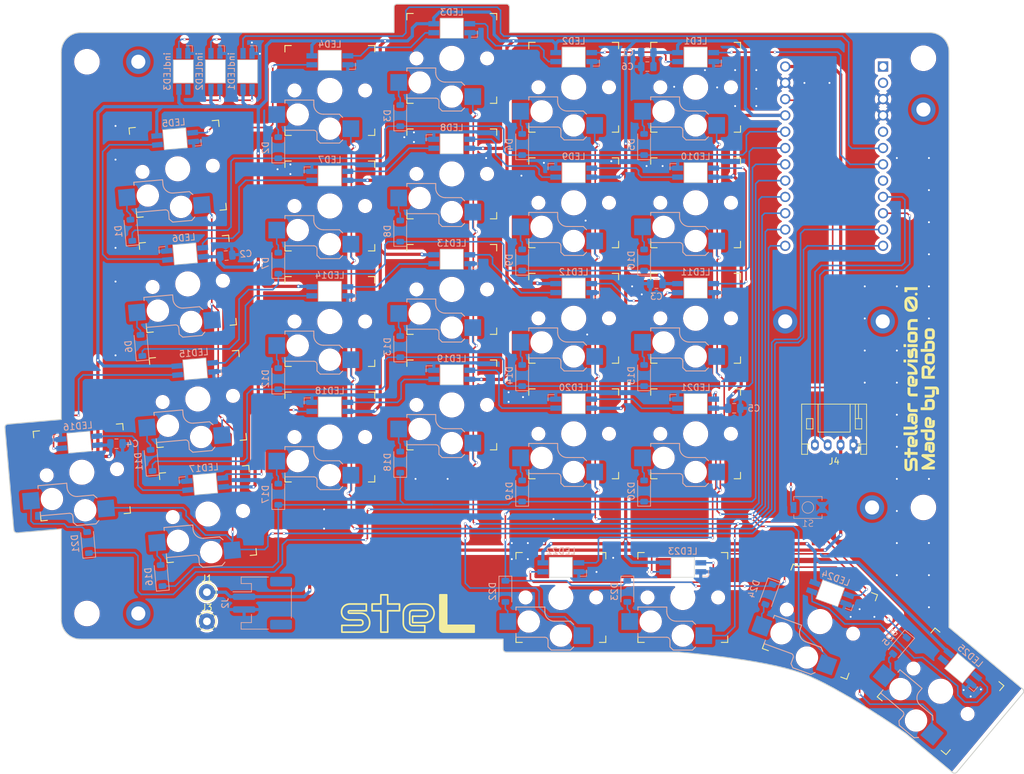
<source format=kicad_pcb>
(kicad_pcb (version 20240108) (generator "pcbnew") (generator_version "8.0")
  (layers (0 "F.Cu" signal) (31 "B.Cu" signal) (34 "B.Paste" user) (35 "F.Paste" user) (36 "B.SilkS" user "B.Silkscreen") (37 "F.SilkS" user "F.Silkscreen") (38 "B.Mask" user) (39 "F.Mask" user) (44 "Edge.Cuts" user))
  (net 0 "")
  (net 1 "+3V3")
  (net 2 "GND")
  (net 3 "Net-(D7-A)")
  (net 4 "Net-(D1-A)")
  (net 5 "Net-(D2-A)")
  (net 6 "Net-(D3-A)")
  (net 7 "Net-(D4-A)")
  (net 8 "Net-(D5-A)")
  (net 9 "Net-(D6-A)")
  (net 10 "Net-(D8-A)")
  (net 11 "Net-(D9-A)")
  (net 12 "Net-(D10-A)")
  (net 13 "Net-(D11-A)")
  (net 14 "Net-(D12-A)")
  (net 15 "Net-(D13-A)")
  (net 16 "Net-(D14-A)")
  (net 17 "Net-(D15-A)")
  (net 18 "Net-(D16-A)")
  (net 19 "Net-(D17-A)")
  (net 20 "Net-(D18-A)")
  (net 21 "Net-(D19-A)")
  (net 22 "Net-(D20-A)")
  (net 23 "Net-(D21-A)")
  (net 24 "Net-(D22-A)")
  (net 25 "Net-(D23-A)")
  (net 26 "Net-(D24-A)")
  (net 27 "Net-(D25-A)")
  (net 29 "/ledin_backlight")
  (net 33 "+BATT")
  (net 34 "Net-(U1-RESET)")
  (net 35 "Net-(LED1-DOUT)")
  (net 36 "Net-(LED2-DOUT)")
  (net 37 "Net-(LED3-DOUT)")
  (net 38 "Net-(LED4-DOUT)")
  (net 39 "/Backlight/ledout0")
  (net 40 "Net-(LED6-DOUT)")
  (net 41 "Net-(LED7-DOUT)")
  (net 42 "Net-(LED8-DOUT)")
  (net 43 "Net-(LED10-DIN)")
  (net 44 "/Backlight/ledout1")
  (net 45 "Net-(LED11-DOUT)")
  (net 46 "Net-(LED12-DOUT)")
  (net 47 "Net-(LED13-DOUT)")
  (net 48 "Net-(LED14-DOUT)")
  (net 49 "/Backlight/ledout2")
  (net 50 "Net-(LED16-DOUT)")
  (net 51 "Net-(LED17-DOUT)")
  (net 52 "Net-(LED18-DOUT)")
  (net 53 "Net-(LED19-DOUT)")
  (net 54 "/Backlight/ledout3")
  (net 55 "Net-(LED21-DOUT)")
  (net 56 "Net-(LED22-DOUT)")
  (net 57 "Net-(LED23-DOUT)")
  (net 58 "Net-(LED24-DOUT)")
  (net 60 "/ledin_indicators")
  (net 61 "Net-(indLED1-DOUT)")
  (net 62 "Net-(indLED2-DOUT)")
  (net 64 "/SCK")
  (net 66 "/SDA")
  (net 67 "/keyscan_row0")
  (net 68 "/keyscan_row1")
  (net 69 "/keyscan_row2")
  (net 70 "/keyscan_row3")
  (net 71 "/keyscan_row4")
  (net 72 "/keyscan_column0")
  (net 73 "/keyscan_column1")
  (net 74 "/keyscan_column2")
  (net 75 "/keyscan_column3")
  (net 76 "/keyscan_column4")
  (footprint "Stellarlib:Kailh_socket_PG1350" (layer "F.Cu") (at 157.048634 64.29784 180)
    (property "Reference" "SW9")
    (property "Value" "SW_Push_45deg")
  )
  (footprint "MountingHole:MountingHole_3.5mm" (layer "F.Cu") (at 81.2031 42.3236)
    (property "Reference" "H5" (hide yes))
    (property "Value" "MountingHole_2.22mm_M2")
  )
  (footprint "MountingHole:MountingHole_3.5mm" (layer "F.Cu") (at 211.5418 41.7749)
    (property "Reference" "H6" (hide yes))
    (property "Value" "MountingHole_2.22mm_M2")
  )
  (footprint "Stellarlib:Kailh_socket_PG1350" (layer "F.Cu") (at 119.048634 100.79784 180)
    (property "Reference" "SW17")
    (property "Value" "SW_Push_45deg")
  )
  (footprint "Stellarlib:Kailh_socket_PG1350" (layer "F.Cu") (at 119.048634 82.79784 180)
    (property "Reference" "SW12")
    (property "Value" "SW_Push_45deg")
  )
  (footprint "Stellarlib:Kailh_socket_PG1350" (layer "F.Cu") (at 157.048634 100.29784 180)
    (property "Reference" "SW19")
    (property "Value" "SW_Push_45deg")
  )
  (footprint "Connector_JST:JST_PH_S4B-PH-K_1x04_P2.00mm_Horizontal" (layer "F.Cu") (at 200.63 102.034193 180)
    (property "Reference" "J4")
    (property "Value" "OLED")
  )
  (footprint "Stellarlib:Kailh_socket_PG1350" (layer "F.Cu") (at 176.048634 82.29784 180)
    (property "Reference" "SW15")
    (property "Value" "SW_Push_45deg")
  )
  (footprint "TestPoint:TestPoint_THTPad_D2.5mm_Drill1.2mm" (layer "F.Cu") (at 99.892802 129.527605)
    (property "Reference" "J3")
    (property "Value" "Battery-")
  )
  (footprint "Stellarlib:Kailh_socket_PG1350" (layer "F.Cu") (at 80.406258 106.285002 -175)
    (property "Reference" "SW21")
    (property "Value" "SW_Push_45deg")
  )
  (footprint "MountingHole:MountingHole_3.5mm" (layer "F.Cu") (at 81.2031 128.2936)
    (property "Reference" "H7" (hide yes))
    (property "Value" "MountingHole_2.22mm_M2")
  )
  (footprint "MountingHole:MountingHole_3.5mm" (layer "F.Cu") (at 211.5418 111.7749)
    (property "Reference" "H8" (hide yes))
    (property "Value" "MountingHole_2.22mm_M2")
  )
  (footprint "Stellarlib:Kailh_socket_PG1350" (layer "F.Cu") (at 176.048634 100.29784 180)
    (property "Reference" "SW20")
    (property "Value" "SW_Push_45deg")
  )
  (footprint "Stellarlib:Kailh_socket_PG1350" (layer "F.Cu") (at 119.048634 46.79784 180)
    (property "Reference" "SW2")
    (property "Value" "SW_Push_45deg")
  )
  (footprint "Stellarlib:Kailh_socket_PG1350" (layer "F.Cu") (at 176.048634 46.29784 180)
    (property "Reference" "SW5")
    (property "Value" "SW_Push_45deg")
  )
  (footprint "Stellarlib:Kailh_socket_PG1350" (layer "F.Cu") (at 95.342225 59.003325 -175)
    (property "Reference" "SW1")
    (property "Value" "SW_Push_45deg")
  )
  (footprint "Stellarlib:Kailh_socket_PG1350" (layer "F.Cu") (at 138.048634 41.79784 180)
    (property "Reference" "SW3")
    (property "Value" "SW_Push_45deg")
  )
  (footprint "Stellarlib:Kailh_socket_PG1350" (layer "F.Cu") (at 214.211713 140.416005 140)
    (property "Reference" "SW25")
    (property "Value" "SW_Push_45deg")
  )
  (footprint "Stellarlib:Kailh_socket_PG1350" (layer "F.Cu") (at 119.048634 64.79784 180)
    (property "Reference" "SW7")
    (property "Value" "SW_Push_45deg")
  )
  (footprint "Stellarlib:Kailh_socket_PG1350" (layer "F.Cu") (at 157.048634 46.29784 180)
    (property "Reference" "SW4")
    (property "Value" "SW_Push_45deg")
  )
  (footprint "TestPoint:TestPoint_THTPad_D2.5mm_Drill1.2mm" (layer "F.Cu") (at 99.892802 124.977605)
    (property "Reference" "J1")
    (property "Value" "Battery+")
  )
  (footprint "Stellarlib:Kailh_socket_PG1350" (layer "F.Cu") (at 155.048634 125.79784 180)
    (property "Reference" "SW22")
    (property "Value" "SW_Push_45deg")
  )
  (footprint "Stellarlib:Kailh_socket_PG1350" (layer "F.Cu") (at 174.048634 125.79784 180)
    (property "Reference" "SW23")
    (property "Value" "SW_Push_45deg")
  )
  (footprint "Stellarlib:Kailh_socket_PG1350" (layer "F.Cu") (at 96.911028 76.93483 -175)
    (property "Reference" "SW6")
    (property "Value" "SW_Push_45deg")
  )
  (footprint "Stellarlib:Kailh_socket_PG1350" (layer "F.Cu") (at 195.418962 129.566005 160)
    (property "Reference" "SW24")
    (property "Value" "SW_Push_45deg")
  )
  (footprint "Stellarlib:Kailh_socket_PG1350" (layer "F.Cu") (at 138.048634 77.79784 180)
    (property "Reference" "SW13")
    (property "Value" "SW_Push_45deg")
  )
  (footprint "Stellarlib:Kailh_socket_PG1350" (layer "F.Cu") (at 98.479831 94.866335 -175)
    (property "Reference" "SW11")
    (property "Value" "SW_Push_45deg")
  )
  (footprint "Stellarlib:Kailh_socket_PG1350" (layer "F.Cu") (at 157.048634 82.29784 180)
    (property "Reference" "SW14")
    (property "Value" "SW_Push_45deg")
  )
  (footprint "Stellarlib:Kailh_socket_PG1350" (layer "F.Cu") (at 100.048634 112.79784 -175)
    (property "Reference" "SW16")
    (property "Value" "SW_Push_45deg")
  )
  (footprint "Stellarlib:Kailh_socket_PG1350" (layer "F.Cu") (at 176.048634 64.29784 180)
    (property "Reference" "SW10")
    (property "Value" "SW_Push_45deg")
  )
  (footprint "Stellarlib:Kailh_socket_PG1350" (layer "F.Cu") (at 138.048634 95.79784 180)
    (property "Reference" "SW18")
    (property "Value" "SW_Push_45deg")
  )
  (footprint "Stellarlib:Kailh_socket_PG1350" (layer "F.Cu") (at 138.048634 59.79784 180)
    (property "Reference" "SW8")
    (property "Value" "SW_Push_45deg")
  )
  (footprint "MountingHole:MountingHole_2.2mm_M2_DIN965_Pad_TopOnly" (layer "B.Cu") (at 190.0031 82.775693 180)
    (property "Reference" "H9" (hide yes))
    (property "Value" "MountingHole_2.22mm_M2")
  )
  (footprint "Diode_SMD:D_SOD-123" (layer "B.Cu") (at 130.019067 68.715578 90)
    (property "Reference" "D8")
    (property "Value" "1N4148W")
  )
  (footprint "Stellarlib:YS-SK6812MINI-E" (layer "B.Cu") (at 174.048634 121.09784 180)
    (property "Reference" "LED23")
    (property "Value" "YS-SK6812MINI-E" (hide yes))
    (fp_line (start 1.8 1.55) (end 1.8 -1.55) (stroke (width 0.1)) (layer "Edge.Cuts"))
    (fp_line (start 1.8 -1.55) (end -1.8 -1.55) (stroke (width 0.1)) (layer "Edge.Cuts"))
    (fp_line (start -1.8 1.55) (end 1.8 1.55) (stroke (width 0.1)) (layer "Edge.Cuts"))
    (fp_line (start -1.8 -1.55) (end -1.8 1.55) (stroke (width 0.1)) (layer "Edge.Cuts"))
  )
  (footprint "Stellarlib:YS-SK6812MINI-E" (layer "B.Cu") (at 79.996626 101.602887 5)
    (property "Reference" "LED16")
    (property "Value" "YS-SK6812MINI-E" (hide yes))
    (fp_line (start -1.8 -1.55) (end -1.8 1.55) (stroke (width 0.1)) (layer "Edge.Cuts"))
    (fp_line (start -1.8 1.55) (end 1.8 1.55) (stroke (width 0.1)) (layer "Edge.Cuts"))
    (fp_line (start 1.8 -1.55) (end -1.8 -1.55) (stroke (width 0.1)) (layer "Edge.Cuts"))
    (fp_line (start 1.8 1.55) (end 1.8 -1.55) (stroke (width 0.1)) (layer "Edge.Cuts"))
  )
  (footprint "Stellarlib:YS-SK6812MINI-E" (layer "B.Cu") (at 176.048634 95.59784)
    (property "Reference" "LED21")
    (property "Value" "YS-SK6812MINI-E" (hide yes))
    (fp_line (start -1.8 -1.55) (end -1.8 1.55) (stroke (width 0.1)) (layer "Edge.Cuts"))
    (fp_line (start -1.8 1.55) (end 1.8 1.55) (stroke (width 0.1)) (layer "Edge.Cuts"))
    (fp_line (start 1.8 -1.55) (end -1.8 -1.55) (stroke (width 0.1)) (layer "Edge.Cuts"))
    (fp_line (start 1.8 1.55) (end 1.8 -1.55) (stroke (width 0.1)) (layer "Edge.Cuts"))
  )
  (footprint "Stellarlib:YS-SK6812MINI-E" (layer "B.Cu") (at 119.048634 60.09784)
    (property "Reference" "LED7")
    (property "Value" "YS-SK6812MINI-E" (hide yes))
    (fp_line (start -1.8 -1.55) (end -1.8 1.55) (stroke (width 0.1)) (layer "Edge.Cuts"))
    (fp_line (start -1.8 1.55) (end 1.8 1.55) (stroke (width 0.1)) (layer "Edge.Cuts"))
    (fp_line (start 1.8 -1.55) (end -1.8 -1.55) (stroke (width 0.1)) (layer "Edge.Cuts"))
    (fp_line (start 1.8 1.55) (end 1.8 -1.55) (stroke (width 0.1)) (layer "Edge.Cuts"))
  )
  (footprint "Stellarlib:YS-SK6812MINI-E" (layer "B.Cu") (at 138.048634 73.09784 180)
    (property "Reference" "LED13")
    (property "Value" "YS-SK6812MINI-E" (hide yes))
    (fp_line (start 1.8 1.55) (end 1.8 -1.55) (stroke (width 0.1)) (layer "Edge.Cuts"))
    (fp_line (start 1.8 -1.55) (end -1.8 -1.55) (stroke (width 0.1)) (layer "Edge.Cuts"))
    (fp_line (start -1.8 1.55) (end 1.8 1.55) (stroke (width 0.1)) (layer "Edge.Cuts"))
    (fp_line (start -1.8 -1.55) (end -1.8 1.55) (stroke (width 0.1)) (layer "Edge.Cuts"))
  )
  (footprint "MountingHole:MountingHole_2.2mm_M2_DIN965_Pad_TopOnly" (layer "B.Cu") (at 89.2031 128.2936 180)
    (property "Reference" "H3" (hide yes))
    (property "Value" "MountingHole_2.22mm_M2")
  )
  (footprint "Stellarlib:YS-SK6812MINI-E" (layer "B.Cu") (at 138.048634 37.09784 180)
    (property "Reference" "LED3")
    (property "Value" "YS-SK6812MINI-E" (hide yes))
    (fp_line (start 1.8 1.55) (end 1.8 -1.55) (stroke (width 0.1)) (layer "Edge.Cuts"))
    (fp_line (start 1.8 -1.55) (end -1.8 -1.55) (stroke (width 0.1)) (layer "Edge.Cuts"))
    (fp_line (start -1.8 1.55) (end 1.8 1.55) (stroke (width 0.1)) (layer "Edge.Cuts"))
    (fp_line (start -1.8 -1.55) (end -1.8 1.55) (stroke (width 0.1)) (layer "Edge.Cuts"))
  )
  (footprint "Diode_SMD:D_SOD-123" (layer "B.Cu") (at 149.019067 109.215578 90)
    (property "Reference" "D19")
    (property "Value" "1N4148W")
  )
  (footprint "Stellarlib:YS-SK6812MINI-E" (layer "B.Cu") (at 157.048634 95.59784)
    (property "Reference" "LED20")
    (property "Value" "YS-SK6812MINI-E" (hide yes))
    (fp_line (start -1.8 -1.55) (end -1.8 1.55) (stroke (width 0.1)) (layer "Edge.Cuts"))
    (fp_line (start -1.8 1.55) (end 1.8 1.55) (stroke (width 0.1)) (layer "Edge.Cuts"))
    (fp_line (start 1.8 -1.55) (end -1.8 -1.55) (stroke (width 0.1)) (layer "Edge.Cuts"))
    (fp_line (start 1.8 1.55) (end 1.8 -1.55) (stroke (width 0.1)) (layer "Edge.Cuts"))
  )
  (footprint "Capacitor_SMD:C_0805_2012Metric" (layer "B.Cu") (at 169.9331 76.8936 180)
    (property "Reference" "C3")
    (property "Value" "100nF")
  )
  (footprint "Diode_SMD:D_SOD-123" (layer "B.Cu") (at 130.019067 50.715578 90)
    (property "Reference" "D3")
    (property "Value" "1N4148W")
  )
  (footprint "Stellarlib:YS-SK6812MINI-E" (layer "B.Cu") (at 96.501396 72.252715 5)
    (property "Reference" "LED6")
    (property "Value" "YS-SK6812MINI-E" (hide yes))
    (fp_line (start -1.8 -1.55) (end -1.8 1.55) (stroke (width 0.1)) (layer "Edge.Cuts"))
    (fp_line (start -1.8 1.55) (end 1.8 1.55) (stroke (width 0.1)) (layer "Edge.Cuts"))
    (fp_line (start 1.8 -1.55) (end -1.8 -1.55) (stroke (width 0.1)) (layer "Edge.Cuts"))
    (fp_line (start 1.8 1.55) (end 1.8 -1.55) (stroke (width 0.1)) (layer "Edge.Cuts"))
  )
  (footprint "Stellarlib:YS-SK6812MINI-E" (layer "B.Cu") (at 96.223123 43.823603 -90)
    (property "Reference" "indLED3")
    (property "Value" "YS-SK6812MINI-E" (hide yes))
    (fp_line (start -1.8 1.55) (end 1.8 1.55) (stroke (width 0.1)) (layer "Edge.Cuts"))
    (fp_line (start 1.8 1.55) (end 1.8 -1.55) (stroke (width 0.1)) (layer "Edge.Cuts"))
    (fp_line (start -1.8 -1.55) (end -1.8 1.55) (stroke (width 0.1)) (layer "Edge.Cuts"))
    (fp_line (start 1.8 -1.55) (end -1.8 -1.55) (stroke (width 0.1)) (layer "Edge.Cuts"))
  )
  (footprint "Stellarlib:ProMicro-NoSilk" (layer "B.Cu") (at 197.63 57.034193 -90)
    (property "Reference" "U1" (hide yes))
    (property "Value" "Pro Micro NRF52840")
  )
  (footprint "Diode_SMD:D_SOD-123" (layer "B.Cu") (at 146.402802 124.847605 -90)
    (property "Reference" "D22")
    (property "Value" "1N4148W")
  )
  (footprint "Stellarlib:YS-SK6812MINI-E" (layer "B.Cu") (at 119.048634 96.09784)
    (property "Reference" "LED18")
    (property "Value" "YS-SK6812MINI-E" (hide yes))
    (fp_line (start -1.8 -1.55) (end -1.8 1.55) (stroke (width 0.1)) (layer "Edge.Cuts"))
    (fp_line (start -1.8 1.55) (end 1.8 1.55) (stroke (width 0.1)) (layer "Edge.Cuts"))
    (fp_line (start 1.8 -1.55) (end -1.8 -1.55) (stroke (width 0.1)) (layer "Edge.Cuts"))
    (fp_line (start 1.8 1.55) (end 1.8 -1.55) (stroke (width 0.1)) (layer "Edge.Cuts"))
  )
  (footprint "Diode_SMD:D_SOD-123" (layer "B.Cu") (at 91.258051 104.449961 95)
    (property "Reference" "D11")
    (property "Value" "1N4148W")
  )
  (footprint "Diode_SMD:D_SOD-123" (layer "B.Cu") (at 111.019067 55.715578 90)
    (property "Reference" "D2")
    (property "Value" "1N4148W")
  )
  (footprint "Stellarlib:YS-SK6812MINI-E" (layer "B.Cu") (at 94.932593 54.32121 -175)
    (property "Reference" "LED5")
    (property "Value" "YS-SK6812MINI-E" (hide yes))
    (fp_line (start 1.8 1.55) (end 1.8 -1.55) (stroke (width 0.1)) (layer "Edge.Cuts"))
    (fp_line (start 1.8 -1.55) (end -1.8 -1.55) (stroke (width 0.1)) (layer "Edge.Cuts"))
    (fp_line (start -1.8 1.55) (end 1.8 1.55) (stroke (width 0.1)) (layer "Edge.Cuts"))
    (fp_line (start -1.8 -1.55) (end -1.8 1.55) (stroke (width 0.1)) (layer "Edge.Cuts"))
  )
  (footprint "Stellarlib:YS-SK6812MINI-E" (layer "B.Cu") (at 138.048634 91.09784)
    (property "Reference" "LED19")
    (property "Value" "YS-SK6812MINI-E" (hide yes))
    (fp_line (start -1.8 -1.55) (end -1.8 1.55) (stroke (width 0.1)) (layer "Edge.Cuts"))
    (fp_line (start -1.8 1.55) (end 1.8 1.55) (stroke (width 0.1)) (layer "Edge.Cuts"))
    (fp_line (start 1.8 -1.55) (end -1.8 -1.55) (stroke (width 0.1)) (layer "Edge.Cuts"))
    (fp_line (start 1.8 1.55) (end 1.8 -1.55) (stroke (width 0.1)) (layer "Edge.Cuts"))
  )
  (footprint "Diode_SMD:D_SOD-123" (layer "B.Cu") (at 92.826854 122.381466 95)
    (property "Reference" "D16")
    (property "Value" "1N4148W")
  )
  (footprint "Diode_SMD:D_SOD-123" (layer "B.Cu") (at 111.019067 91.715578 90)
    (property "Reference" "D12")
    (property "Value" "1N4148W")
  )
  (footprint "MountingHole:MountingHole_2.2mm_M2_DIN965_Pad_TopOnly" (layer "B.Cu") (at 205.2031 82.775693 180)
    (property "Reference" "H10" (hide yes))
    (property "Value" "MountingHole_2.22mm_M2")
  )
  (footprint "Stellarlib:YS-SK6812MINI-E" (layer "B.Cu") (at 176.048634 59.59784)
    (property "Reference" "LED10")
    (property "Value" "YS-SK6812MINI-E" (hide yes))
    (fp_line (start -1.8 -1.55) (end -1.8 1.55) (stroke (width 0.1)) (layer "Edge.Cuts"))
    (fp_line (start -1.8 1.55) (end 1.8 1.55) (stroke (width 0.1)) (layer "Edge.Cuts"))
    (fp_line (start 1.8 -1.55) (end -1.8 -1.55) (stroke (width 0.1)) (layer "Edge.Cuts"))
    (fp_line (start 1.8 1.55) (end 1.8 -1.55) (stroke (width 0.1)) (layer "Edge.Cuts"))
  )
  (footprint "Stellarlib:YS-SK6812MINI-E" (layer "B.Cu") (at 197.026457 125.14945 160)
    (property "Reference" "LED24")
    (property "Value" "YS-SK6812MINI-E" (hide yes))
    (fp_line (start 1.8 -1.55) (end -1.8 -1.55) (stroke (width 0.1)) (layer "Edge.Cuts"))
    (fp_line (start 1.8 1.55) (end 1.8 -1.55) (stroke (width 0.1)) (layer "Edge.Cuts"))
    (fp_line (start -1.8 -1.55) (end -1.8 1.55) (stroke (width 0.1)) (layer "Edge.Cuts"))
    (fp_line (start -1.8 1.55) (end 1.8 1.55) (stroke (width 0.1)) (layer "Edge.Cuts"))
  )
  (footprint "Stellarlib:YS-SK6812MINI-E" (layer "B.Cu") (at 119.048634 42.09784 180)
    (property "Reference" "LED4")
    (property "Value" "YS-SK6812MINI-E" (hide yes))
    (fp_line (start 1.8 1.55) (end 1.8 -1.55) (stroke (width 0.1)) (layer "Edge.Cuts"))
    (fp_line (start 1.8 -1.55) (end -1.8 -1.55) (stroke (width 0.1)) (layer "Edge.Cuts"))
    (fp_line (start -1.8 1.55) (end 1.8 1.55) (stroke (width 0.1)) (layer "Edge.Cuts"))
    (fp_line (start -1.8 -1.55) (end -1.8 1.55) (stroke (width 0.1)) (layer "Edge.Cuts"))
  )
  (footprint "Stellarlib:YS-SK6812MINI-E" (layer "B.Cu") (at 176.048634 77.59784 180)
    (property "Reference" "LED11")
    (property "Value" "YS-SK6812MINI-E" (hide yes))
    (fp_line (start 1.8 1.55) (end 1.8 -1.55) (stroke (width 0.1)) (layer "Edge.Cuts"))
    (fp_line (start 1.8 -1.55) (end -1.8 -1.55) (stroke (width 0.1)) (layer "Edge.Cuts"))
    (fp_line (start -1.8 1.55) (end 1.8 1.55) (stroke (width 0.1)) (layer "Edge.Cuts"))
    (fp_line (start -1.8 -1.55) (end -1.8 1.55) (stroke (width 0.1)) (layer "Edge.Cuts"))
  )
  (footprint "Stellarlib:JST_PH_S2B-PH-SM4-TB_1x02-1MP_P2.00mm_Horizontal" (layer "B.Cu") (at 108.542802 126.677605 -90)
    (property "Reference" "J2")
    (property "Value" "Battery")
  )
  (footprint "Diode_SMD:D_SOD-123" (layer "B.Cu") (at 168.019067 91.215578 90)
    (property "Reference" "D15")
    (property "Value" "1N4148W")
  )
  (footprint "Diode_SMD:D_SOD-123" (layer "B.Cu") (at 89.689248 86.518456 95)
    (property "Reference" "D6")
    (property "Value" "1N4148W")
  )
  (footprint "Capacitor_SMD:C_0805_2012Metric" (layer "B.Cu") (at 102.9031 72.5236 5)
    (property "Reference" "C2")
    (property "Value" "100nF")
  )
  (footprint "Diode_SMD:D_SOD-123" (layer "B.Cu") (at 88.120445 68.586951 95)
    (property "Reference" "D1")
    (property "Value" "1N4148W")
  )
  (footprint "MountingHole:MountingHole_2.2mm_M2_DIN965_Pad_TopOnly" (layer "B.Cu") (at 203.5418 111.7749 180)
    (property "Reference" "H4" (hide yes))
    (property "Value" "MountingHole_2.22mm_M2")
  )
  (footprint "Stellarlib:YS-SK6812MINI-E" (layer "B.Cu") (at 98.070199 90.18422 -175)
    (property "Reference" "LED15")
    (property "Value" "YS-SK6812MINI-E" (hide yes))
    (fp_line (start 1.8 1.55) (end 1.8 -1.55) (stroke (width 0.1)) (layer "Edge.Cuts"))
    (fp_line (start 1.8 -1.55) (end -1.8 -1.55) (stroke (width 0.1)) (layer "Edge.Cuts"))
    (fp_line (start -1.8 1.55) (end 1.8 1.55) (stroke (width 0.1)) (layer "Edge.Cuts"))
    (fp_line (start -1.8 -1.55) (end -1.8 1.55) (stroke (width 0.1)) (layer "Edge.Cuts"))
  )
  (footprint "Stellarlib:YS-SK6812MINI-E" (layer "B.Cu") (at 157.048634 41.59784 180)
    (property "Reference" "LED2")
    (property "Value" "YS-SK6812MINI-E" (hide yes))
    (fp_line (start 1.8 1.55) (end 1.8 -1.55) (stroke (width 0.1)) (layer "Edge.Cuts"))
    (fp_line (start 1.8 -1.55) (end -1.8 -1.55) (stroke (width 0.1)) (layer "Edge.Cuts"))
    (fp_line (start -1.8 1.55) (end 1.8 1.55) (stroke (width 0.1)) (layer "Edge.Cuts"))
    (fp_line (start -1.8 -1.55) (end -1.8 1.55) (stroke (width 0.1)) (layer "Edge.Cuts"))
  )
  (footprint "Diode_SMD:D_SOD-123" (layer "B.Cu") (at 130.019067 104.715578 90)
    (property "Reference" "D18")
    (property "Value" "1N4148W")
  )
  (footprint "Capacitor_SMD:C_0805_2012Metric" (layer "B.Cu") (at 168.522802 43.0736 180)
    (property "Reference" "C6")
    (property "Value" "4.7μF")
  )
  (footprint "Diode_SMD:D_SOD-123" (layer "B.Cu") (at 149.019067 91.215578 90)
    (property "Reference" "D14")
    (property "Value" "1N4148W")
  )
  (footprint "Stellarlib:YS-SK6812MINI-E" (layer "B.Cu") (at 155.048634 121.09784 180)
    (property "Reference" "LED22")
    (property "Value" "YS-SK6812MINI-E" (hide yes))
    (fp_line (start 1.8 1.55) (end 1.8 -1.55) (stroke (width 0.1)) (layer "Edge.Cuts"))
    (fp_line (start 1.8 -1.55) (end -1.8 -1.55) (stroke (width 0.1)) (layer "Edge.Cuts"))
    (fp_line (start -1.8 1.55) (end 1.8 1.55) (stroke (width 0.1)) (layer "Edge.Cuts"))
    (fp_line (start -1.8 -1.55) (end -1.8 1.55) (stroke (width 0.1)) (layer "Edge.Cuts"))
  )
  (footprint "Diode_SMD:D_SOD-123" (layer "B.Cu") (at 168.019067 109.215578 90)
    (property "Reference" "D20")
    (property "Value" "1N4148W")
  )
  (footprint "Diode_SMD:D_SOD-123" (layer "B.Cu") (at 111.019067 109.715578 90)
    (property "Reference" "D17")
    (property "Value" "1N4148W")
  )
  (footprint "Stellarlib:microswitch_3x4x2mm" (layer "B.Cu") (at 193.5418 111.7749 180)
    (property "Reference" "S1")
    (property "Value" "SW_Push")
  )
  (footprint "Stellarlib:YS-SK6812MINI-E" (layer "B.Cu") (at 176.048634 41.59784 180)
    (property "Reference" "LED1")
    (property "Value" "YS-SK6812MINI-E" (hide yes))
    (fp_line (start 1.8 1.55) (end 1.8 -1.55) (stroke (width 0.1)) (layer "Edge.Cuts"))
    (fp_line (start 1.8 -1.55) (end -1.8 -1.55) (stroke (width 0.1)) (layer "Edge.Cuts"))
    (fp_line (start -1.8 1.55) (end 1.8 1.55) (stroke (width 0.1)) (layer "Edge.Cuts"))
    (fp_line (start -1.8 -1.55) (end -1.8 1.55) (stroke (width 0.1)) (layer "Edge.Cuts"))
  )
  (footprint "Stellarlib:YS-SK6812MINI-E" (layer "B.Cu") (at 217.232815 136.815596 140)
    (property "Reference" "LED25")
    (property "Value" "YS-SK6812MINI-E" (hide yes))
    (fp_line (start 1.8 -1.55) (end -1.8 -1.55) (stroke (width 0.1)) (layer "Edge.Cuts"))
    (fp_line (start 1.8 1.55) (end 1.8 -1.55) (stroke (width 0.1)) (layer "Edge.Cuts"))
    (fp_line (start -1.8 -1.55) (end -1.8 1.55) (stroke (width 0.1)) (layer "Edge.Cuts"))
    (fp_line (start -1.8 1.55) (end 1.8 1.55) (stroke (width 0.1)) (layer "Edge.Cuts"))
  )
  (footprint "Stellarlib:YS-SK6812MINI-E" (layer "B.Cu") (at 101.223123 43.823603 -90)
    (property "Reference" "indLED2")
    (property "Value" "YS-SK6812MINI-E" (hide yes))
    (fp_line (start -1.8 1.55) (end 1.8 1.55) (stroke (width 0.1)) (layer "Edge.Cuts"))
    (fp_line (start 1.8 1.55) (end 1.8 -1.55) (stroke (width 0.1)) (layer "Edge.Cuts"))
    (fp_line (start -1.8 -1.55) (end -1.8 1.55) (stroke (width 0.1)) (layer "Edge.Cuts"))
    (fp_line (start 1.8 -1.55) (end -1.8 -1.55) (stroke (width 0.1)) (layer "Edge.Cuts"))
  )
  (footprint "Diode_SMD:D_SOD-123" (layer "B.Cu") (at 187.482802 125.317605 -110)
    (property "Reference" "D24")
    (property "Value" "1N4148W")
  )
  (footprint "Capacitor_SMD:C_0805_2012Metric" (layer "B.Cu") (at 168.522802 40.8736 180)
    (property "Reference" "C1")
    (property "Value" "100nF")
  )
  (footprint "Stellarlib:YS-SK6812MINI-E" (layer "B.Cu") (at 157.048634 59.59784)
    (property "Reference" "LED9")
    (property "Value" "YS-SK6812MINI-E" (hide yes))
    (fp_line (start -1.8 -1.55) (end -1.8 1.55) (stroke (width 0.1)) (layer "Edge.Cuts"))
    (fp_line (start -1.8 1.55) (end 1.8 1.55) (stroke (width 0.1)) (layer "Edge.Cuts"))
    (fp_line (start 1.8 -1.55) (end -1.8 -1.55) (stroke (width 0.1)) (layer "Edge.Cuts"))
    (fp_line (start 1.8 1.55) (end 1.8 -1.55) (stroke (width 0.1)) (layer "Edge.Cuts"))
  )
  (footprint "Diode_SMD:D_SOD-123" (layer "B.Cu") (at 207.882202 133.321578 -130)
    (property "Reference" "D25")
    (property "Value" "1N4148W")
  )
  (footprint "Diode_SMD:D_SOD-123" (layer "B.Cu") (at 130.019067 86.715578 90)
    (property "Reference" "D13")
    (property "Value" "1N4148W")
  )
  (footprint "Diode_SMD:D_SOD-123" (layer "B.Cu") (at 149.019067 55.215578 90)
    (property "Reference" "D4")
    (property "Value" "1N4148W")
  )
  (footprint "Diode_SMD:D_SOD-123" (layer "B.Cu") (at 111.019067 73.715578 90)
    (property "Reference" "D7")
    (property "Value" "1N4148W")
  )
  (footprint "Stellarlib:YS-SK6812MINI-E" (layer "B.Cu") (at 157.048634 77.59784 180)
    (property "Reference" "LED12")
    (property "Value" "YS-SK6812MINI-E" (hide yes))
    (fp_line (start 1.8 1.55) (end 1.8 -1.55) (stroke (width 0.1)) (layer "Edge.Cuts"))
    (fp_line (start 1.8 -1.55) (end -1.8 -1.55) (stroke (width 0.1)) (layer "Edge.Cuts"))
    (fp_line (start -1.8 1.55) (end 1.8 1.55) (stroke (width 0.1)) (layer "Edge.Cuts"))
    (fp_line (start -1.8 -1.55) (end -1.8 1.55) (stroke (width 0.1)) (layer "Edge.Cuts"))
  )
  (footprint "Diode_SMD:D_SOD-123" (layer "B.Cu") (at 149.019067 73.215578 90)
    (property "Reference" "D9")
    (property "Value" "1N4148W")
  )
  (footprint "MountingHole:MountingHole_2.2mm_M2_DIN965_Pad_TopOnly" (layer "B.Cu") (at 211.5418 49.7749 180)
    (property "Reference" "H2" (hide yes))
    (property "Value" "MountingHole_2.22mm_M2")
  )
  (footprint "Capacitor_SMD:C_0805_2012Metric" (layer "B.Cu") (at 85.8031 101.840802)
    (property "Reference" "C4")
    (property "Value" "100nF")
  )
  (footprint "Stellarlib:YS-SK6812MINI-E" (layer "B.Cu") (at 119.048634 78.09784 180)
    (property "Reference" "LED14")
    (property "Value" "YS-SK6812MINI-E" (hide yes))
    (fp_line (start 1.8 1.55) (end 1.8 -1.55) (stroke (width 0.1)) (layer "Edge.Cuts"))
    (fp_line (start 1.8 -1.55) (end -1.8 -1.55) (stroke (width 0.1)) (layer "Edge.Cuts"))
    (fp_line (start -1.8 1.55) (end 1.8 1.55) (stroke (width 0.1)) (layer "Edge.Cuts"))
    (fp_line (start -1.8 -1.55) (end -1.8 1.55) (stroke (width 0.1)) (layer "Edge.Cuts"))
  )
  (footprint "Stellarlib:YS-SK6812MINI-E" (layer "B.Cu") (at 106.223123 43.823603 -90)
    (property "Reference" "indLED1")
    (property "Value" "YS-SK6812MINI-E" (hide yes))
    (fp_line (start -1.8 1.55) (end 1.8 1.55) (stroke (width 0.1)) (layer "Edge.Cuts"))
    (fp_line (start 1.8 1.55) (end 1.8 -1.55) (stroke (width 0.1)) (layer "Edge.Cuts"))
    (fp_line (start -1.8 -1.55) (end -1.8 1.55) (stroke (width 0.1)) (layer "Edge.Cuts"))
    (fp_line (start 1.8 -1.55) (end -1.8 -1.55) (stroke (width 0.1)) (layer "Edge.Cuts"))
  )
  (footprint "Diode_SMD:D_SOD-123" (layer "B.Cu") (at 168.019067 73.215578 90)
    (property "Reference" "D10")
    (property "Value" "1N4148W")
  )
  (footprint "Stellarlib:YS-SK6812MINI-E" (layer "B.Cu") (at 99.639002 108.115725 5)
    (property "Reference" "LED17")
    (property "Value" "YS-SK6812MINI-E" (hide yes))
    (fp_line (start -1.8 -1.55) (end -1.8 1.55) (stroke (width 0.1)) (layer "Edge.Cuts"))
    (fp_line (start -1.8 1.55) (end 1.8 1.55) (stroke (width 0.1)) (layer "Edge.Cuts"))
    (fp_line (start 1.8 -1.55) (end -1.8 -1.55) (stroke (width 0.1)) (layer "Edge.Cuts"))
    (fp_line (start 1.8 1.55) (end 1.8 -1.55) (stroke (width 0.1)) (layer "Edge.Cuts"))
  )
  (footprint "MountingHole:MountingHole_2.2mm_M2_DIN965_Pad_TopOnly" (layer "B.Cu") (at 89.2031 42.3236 180)
    (property "Reference" "H1" (hide yes))
    (property "Value" "MountingHole_2.22mm_M2")
  )
  (footprint "Diode_SMD:D_SOD-123" (layer "B.Cu") (at 165.404778 124.847605 -90)
    (property "Reference" "D23")
    (property "Value" "1N4148W")
  )
  (footprint "Diode_SMD:D_SOD-123" (layer "B.Cu") (at 168.019067 55.215578 90)
    (property "Reference" "D5")
    (property "Value" "1N4148W")
  )
  (footprint "Diode_SMD:D_SOD-123" (layer "B.Cu") (at 81.364971 117.243144 95)
    (property "Reference" "D21")
    (property "Value" "1N4148W")
  )
  (footprint "Capacitor_SMD:C_0805_2012Metric" (layer "B.Cu") (at 182.0531 96.3236)
    (property "Reference" "C5")
    (property "Value" "100nF")
  )
  (footprint "Stellarlib:YS-SK6812MINI-E" (layer "B.Cu") (at 138.048634 55.09784)
    (property "Reference" "LED8")
    (property "Value" "YS-SK6812MINI-E" (hide yes))
    (fp_line (start -1.8 -1.55) (end -1.8 1.55) (stroke (width 0.1)) (layer "Edge.Cuts"))
    (fp_line (start -1.8 1.55) (end 1.8 1.55) (stroke (width 0.1)) (layer "Edge.Cuts"))
    (fp_line (start 1.8 -1.55) (end -1.8 -1.55) (stroke (width 0.1)) (layer "Edge.Cuts"))
    (fp_line (start 1.8 1.55) (end 1.8 -1.55) (stroke (width 0.1)) (layer "Edge.Cuts"))
  )
  (gr_poly (pts (xy 209.112593 91.756232) (xy 209.11382 91.737124) (xy 209.115865 91.717671) (xy 209.118728 91.697873) (xy 209.122409 91.67773) (xy 209.126907 91.657243) (xy 209.132223 91.636412) (xy 209.138357 91.615236) (xy 209.141757 91.604444) (xy 209.145416 91.593759) (xy 209.149333 91.583183) (xy 209.153508 91.572713) (xy 209.157941 91.562352) (xy 209.162633 91.552097) (xy 209.167583 91.541951) (xy 209.172791 91.531912) (xy 209.178257 91.521981) (xy 209.183981 91.512157) (xy 209.189964 91.502441) (xy 209.196204 91.492833) (xy 209.202703 91.483332) (xy 209.209459 91.473939) (xy 209.216474 91.464654) (xy 209.223747 91.455476) (xy 209.231122 91.446278) (xy 209.238788 91.437272) (xy 209.246745 91.428461) (xy 209.254992 91.419843) (xy 209.263529 91.411418) (xy 209.272357 91.403187) (xy 209.281475 91.39515) (xy 209.290885 91.387306) (xy 209.300584 91.379656) (xy 209.310574 91.372199) (xy 209.320855 91.364936) (xy 209.331426 91.357867) (xy 209.342288 91.350991) (xy 209.353441 91.344309) (xy 209.364884 91.33782) (xy 209.376617 91.331525) (xy 209.388485 91.325521) (xy 209.400675 91.319904) (xy 209.413189 91.314675) (xy 209.426025 91.309833) (xy 209.439183 91.305378) (xy 209.452665 91.301311) (xy 209.46647 91.297631) (xy 209.480597 91.294339) (xy 209.495047 91.291433) (xy 209.50982 91.288916) (xy 209.524915 91.286785) (xy 209.540334 91.285042) (xy 209.556075 91.283687) (xy 209.572139 91.282718) (xy 209.588526 91.282137) (xy 209.605236 91.281944) (xy 209.60523 91.28195) (xy 209.624017 91.282358) (xy 209.643191 91.283585) (xy 209.662752 91.285628) (xy 209.682701 91.28849) (xy 209.703037 91.292169) (xy 209.72376 91.296665) (xy 209.744871 91.301979) (xy 209.766369 91.308111) (xy 209.777 91.311511) (xy 209.787544 91.31517) (xy 209.798003 91.319087) (xy 209.808375 91.323262) (xy 209.818662 91.327695) (xy 209.828862 91.332387) (xy 209.838976 91.337337) (xy 209.849004 91.342545) (xy 209.858945 91.348011) (xy 209.868801 91.353735) (xy 209.878571 91.359717) (xy 209.888254 91.365958) (xy 209.897852 91.372457) (xy 209.907363 91.379213) (xy 209.916789 91.386228) (xy 209.926128 91.393501) (xy 209.935162 91.400876) (xy 209.944012 91.408542) (xy 209.952679 91.416499) (xy 209.961163 91.424746) (xy 209.969464 91.433283) (xy 209.977583 91.442111) (xy 209.985518 91.45123) (xy 209.99327 91.460639) (xy 210.000839 91.470339) (xy 210.008225 91.480329) (xy 210.015428 91.490611) (xy 210.022449 91.501182) (xy 210.029286 91.512045) (xy 210.03594 91.523198) (xy 210.042412 91.534642) (xy 210.0487 91.546377) (xy 210.054704 91.558244) (xy 210.060321 91.570435) (xy 210.065551 91.582948) (xy 210.070393 91.595784) (xy 210.074847 91.608943) (xy 210.078915 91.622425) (xy 210.082594 91.636229) (xy 210.085887 91.650356) (xy 210.088792 91.664806) (xy 210.09131 91.679579) (xy 210.09344 91.694675) (xy 210.095183 91.710093) (xy 210.096539 91.725835) (xy 210.097507 91.741899) (xy 210.098088 91.758286) (xy 210.098282 91.774995) (xy 210.098282 92.420917) (xy 209.758106 92.420917) (xy 209.758106 91.774995) (xy 209.757934 91.766) (xy 209.757417 91.757262) (xy 209.756557 91.748784) (xy 209.755352 91.740563) (xy 209.753803 91.732601) (xy 209.751909 91.724897) (xy 209.749671 91.717452) (xy 209.747089 91.710265) (xy 209.744162 91.703336) (xy 209.740892 91.696665) (xy 209.737276 91.690253) (xy 209.733317 91.684099) (xy 209.729013 91.678203) (xy 209.724365 91.672566) (xy 209.719372 91.667186) (xy 209.714035 91.662065) (xy 209.708273 91.657228) (xy 209.70235 91.652703) (xy 209.696266 91.64849) (xy 209.690019 91.644589) (xy 209.683612 91.641) (xy 209.677043 91.637723) (xy 209.670313 91.634758) (xy 209.663421 91.632106) (xy 209.656368 91.629765) (xy 209.649154 91.627737) (xy 209.641778 91.62602) (xy 209.63424 91.624616) (xy 209.626542 91.623524) (xy 209.618682 91.622744) (xy 209.61066 91.622275) (xy 209.602478 91.622119) (xy 209.593817 91.622297) (xy 209.585392 91.62283) (xy 209.577204 91.623717) (xy 209.569253 91.62496) (xy 209.561538 91.626558) (xy 209.55406 91.628511) (xy 209.546819 91.63082) (xy 209.539814 91.633483) (xy 209.533046 91.636501) (xy 209.526515 91.639874) (xy 209.520221 91.643603) (xy 209.514163 91.647686) (xy 209.508342 91.652124) (xy 209.502758 91.656918) (xy 209.49741 91.662066) (xy 209.4923 91.66757) (xy 209.487464 91.673154) (xy 209.482939 91.678889) (xy 209.478727 91.684775) (xy 209.474827 91.690812) (xy 209.471239 91.696999) (xy 209.467962 91.703336) (xy 209.464998 91.709824) (xy 209.462346 91.716463) (xy 209.460005 91.723253) (xy 209.457977 91.730193) (xy 209.456261 91.737283) (xy 209.454856 91.744524) (xy 209.453764 91.751916) (xy 209.452984 91.759459) (xy 209.452516 91.767152) (xy 209.45236 91.774995) (xy 209.45236 92.420917) (xy 209.452538 92.429912) (xy 209.45307 92.438648) (xy 209.453958 92.447127) (xy 209.455201 92.455347) (xy 209.456799 92.463309) (xy 209.458752 92.471013) (xy 209.46106 92.478458) (xy 209.463723 92.485646) (xy 209.466741 92.492575) (xy 209.470115 92.499246) (xy 209.473843 92.505658) (xy 209.477927 92.511813) (xy 209.482365 92.517709) (xy 209.487158 92.523347) (xy 209.492307 92.528726) (xy 209.49781 92.533847) (xy 209.503405 92.538685) (xy 209.509173 92.54321) (xy 209.515112 92.547423) (xy 209.521224 92.551324) (xy 209.527507 92.554912) (xy 209.533963 92.558189) (xy 209.540591 92.561154) (xy 209.547391 92.563807) (xy 209.554363 92.566147) (xy 209.561507 92.568176) (xy 209.568824 92.569892) (xy 209.576312 92.571296) (xy 209.583973 92.572389) (xy 209.591806 92.573169) (xy 209.599811 92.573637) (xy 209.607988 92.573793) (xy 210.107923 92.573793) (xy 210.116751 92.573621) (xy 210.125331 92.573104) (xy 210.133664 92.572244) (xy 210.141749 92.571039) (xy 210.149587 92.56949) (xy 210.157178 92.567596) (xy 210.164521 92.565358) (xy 210.171617 92.562776) (xy 210.178466 92.559849) (xy 210.185067 92.556578) (xy 210.191421 92.552963) (xy 210.197528 92.549004) (xy 210.203387 92.5447) (xy 210.208999 92.540051) (xy 210.214363 92.535059) (xy 210.21948 92.529722) (xy 210.224316 92.52396) (xy 210.228841 92.518037) (xy 210.233053 92.511952) (xy 210.236953 92.505706) (xy 210.240541 92.499299) (xy 210.243818 92.49273) (xy 210.246782 92.486) (xy 210.249434 92.479108) (xy 210.251775 92.472055) (xy 210.253803 92.464841) (xy 210.255519 92.457465) (xy 210.256924 92.449927) (xy 210.258016 92.442229) (xy 210.258796 92.434369) (xy 210.259264 92.426347) (xy 210.25942 92.418165) (xy 210.25942 91.774995) (xy 210.600975 91.774995) (xy 210.600975 92.420917) (xy 210.600566 92.439704) (xy 210.59934 92.458878) (xy 210.597296 92.478439) (xy 210.594434 92.498388) (xy 210.590754 92.518724) (xy 210.586257 92.539447) (xy 210.580941 92.560558) (xy 210.574808 92.582056) (xy 210.571414 92.592687) (xy 210.567772 92.603231) (xy 210.563883 92.61369) (xy 210.559747 92.624062) (xy 210.555362 92.634349) (xy 210.550731 92.644549) (xy 210.545851 92.654663) (xy 210.540724 92.664691) (xy 210.53535 92.674632) (xy 210.529728 92.684488) (xy 210.523858 92.694258) (xy 210.517741 92.703941) (xy 210.511376 92.713539) (xy 210.504764 92.72305) (xy 210.497904 92.732476) (xy 210.490797 92.741815) (xy 210.48326 92.750848) (xy 210.475455 92.759699) (xy 210.46738 92.768366) (xy 210.459036 92.77685) (xy 210.450423 92.785151) (xy 210.441542 92.79327) (xy 210.432391 92.801205) (xy 210.42297 92.808957) (xy 210.413281 92.816526) (xy 210.403323 92.823912) (xy 210.393096 92.831115) (xy 210.3826 92.838136) (xy 210.371835 92.844973) (xy 210.360801 92.851627) (xy 210.349498 92.858099) (xy 210.337927 92.864387) (xy 210.325893 92.870391) (xy 210.313546 92.876008) (xy 210.300888 92.881238) (xy 210.287917 92.88608) (xy 210.274635 92.890534) (xy 210.26104 92.894602) (xy 210.247133 92.898281) (xy 210.232914 92.901574) (xy 210.218383 92.904479) (xy 210.20354 92.906997) (xy 210.188385 92.909127) (xy 210.172918 92.91087) (xy 210.157138 92.912226) (xy 210.141047 92.913194) (xy 210.124644 92.913775) (xy 210.107929 92.913969) (xy 209.605236 92.913969) (xy 209.586471 92.91356) (xy 209.567361 92.912333) (xy 209.547907 92.910288) (xy 209.528109 92.907425) (xy 209.507967 92.903744) (xy 209.487481 92.899246) (xy 209.46665 92.89393) (xy 209.445476 92.887796) (xy 209.434684 92.884402) (xy 209.424 92.880761) (xy 209.413423 92.876871) (xy 209.402954 92.872735) (xy 209.392592 92.868351) (xy 209.382338 92.863719) (xy 209.372191 92.858839) (xy 209.362153 92.853713) (xy 209.352221 92.848338) (xy 209.342398 92.842716) (xy 209.332682 92.836846) (xy 209.323073 92.830729) (xy 209.313573 92.824365) (xy 209.30418 92.817752) (xy 209.294894 92.810892) (xy 209.285717 92.803785) (xy 209.276517 92.796248) (xy 209.267511 92.788443) (xy 209.258699 92.780368) (xy 209.25008 92.772024) (xy 209.241655 92.763412) (xy 209.233424 92.75453) (xy 209.225386 92.745379) (xy 209.217542 92.735959) (xy 209.209892 92.72627) (xy 209.202436 92.716311) (xy 209.195173 92.706084) (xy 209.188104 92.695588) (xy 209.181229 92.684823) (xy 209.174547 92.673789) (xy 209.16806 92.662486) (xy 209.161766 92.650915) (xy 209.155762 92.638881) (xy 209.150145 92.626535) (xy 209.144915 92.613876) (xy 209.140073 92.600906) (xy 209.135619 92.587623) (xy 209.131551 92.574028) (xy 209.127871 92.560121) (xy 209.124579 92.545902) (xy 209.121674 92.531371) (xy 209.119156 92.516528) (xy 209.117026 92.501373) (xy 209.115283 92.485906) (xy 209.113927 92.470127) (xy 209.112959 92.454035) (xy 209.112378 92.437632) (xy 209.112184 92.420917) (xy 209.112184 91.774995)) (stroke (width 0.088836) (color 30 111 19 1)) (fill solid) (layer "F.SilkS"))
  (gr_poly (pts (xy 209.112593 97.630144) (xy 209.11382 97.611035) (xy 209.115865 97.591581) (xy 209.118728 97.571783) (xy 209.122409 97.55164) (xy 209.126907 97.531154) (xy 209.132223 97.510324) (xy 209.138357 97.48915) (xy 209.141757 97.478358) (xy 209.145416 97.467673) (xy 209.149332 97.457097) (xy 209.153507 97.446627) (xy 209.15794 97.436266) (xy 209.162632 97.426011) (xy 209.167581 97.415865) (xy 209.172789 97.405826) (xy 209.178255 97.395895) (xy 209.183979 97.386071) (xy 209.189961 97.376355) (xy 209.196202 97.366747) (xy 209.202701 97.357246) (xy 209.209458 97.347853) (xy 209.216473 97.338568) (xy 209.223747 97.32939) (xy 209.231122 97.320191) (xy 209.238788 97.311185) (xy 209.246745 97.302372) (xy 209.254992 97.293754) (xy 209.263529 97.285329) (xy 209.272357 97.277097) (xy 209.281475 97.26906) (xy 209.290885 97.261216) (xy 209.300584 97.253566) (xy 209.310574 97.246109) (xy 209.320855 97.238846) (xy 209.331426 97.231777) (xy 209.342288 97.224902) (xy 209.353441 97.218221) (xy 209.364884 97.211733) (xy 209.376617 97.205439) (xy 209.388485 97.199435) (xy 209.400675 97.193818) (xy 209.413189 97.188589) (xy 209.426025 97.183747) (xy 209.439183 97.179292) (xy 209.452665 97.175225) (xy 209.46647 97.171545) (xy 209.480597 97.168252) (xy 209.495047 97.165347) (xy 209.50982 97.16283) (xy 209.524915 97.160699) (xy 209.540334 97.158956) (xy 209.556075 97.157601) (xy 209.572139 97.156632) (xy 209.588526 97.156051) (xy 209.605236 97.155858) (xy 210.107917 97.155852) (xy 210.126704 97.156261) (xy 210.145878 97.157487) (xy 210.16544 97.159531) (xy 210.185388 97.162393) (xy 210.205724 97.166073) (xy 210.226448 97.17057) (xy 210.247558 97.175886) (xy 210.269056 97.182019) (xy 210.279687 97.185418) (xy 210.290232 97.189076) (xy 210.30069 97.192992) (xy 210.311063 97.197166) (xy 210.321349 97.201599) (xy 210.331549 97.20629) (xy 210.341663 97.211239) (xy 210.351691 97.216446) (xy 210.361633 97.221912) (xy 210.371488 97.227637) (xy 210.381258 97.233619) (xy 210.390942 97.239861) (xy 210.400539 97.24636) (xy 210.410051 97.253118) (xy 210.419476 97.260134) (xy 210.428816 97.267409) (xy 210.437849 97.274785) (xy 210.446699 97.28245) (xy 210.455366 97.290407) (xy 210.463851 97.298654) (xy 210.472152 97.307191) (xy 210.48027 97.316019) (xy 210.488205 97.325138) (xy 210.495957 97.334547) (xy 210.503526 97.344246) (xy 210.510913 97.354236) (xy 210.518116 97.364517) (xy 210.525136 97.375088) (xy 210.531973 97.38595) (xy 210.538628 97.397103) (xy 210.545099 97.408546) (xy 210.551387 97.420279) (xy 210.557392 97.432147) (xy 210.563009 97.444337) (xy 210.568238 97.456851) (xy 210.57308 97.469687) (xy 210.577535 97.482845) (xy 210.581602 97.496327) (xy 210.585282 97.510132) (xy 210.588574 97.524259) (xy 210.591479 97.538709) (xy 210.593997 97.553482) (xy 210.596127 97.568577) (xy 210.59787 97.583996) (xy 210.599226 97.599737) (xy 210.600194 97.615801) (xy 210.600775 97.632188) (xy 210.600969 97.648898) (xy 210.600969 98.29482) (xy 210.60056 98.313604) (xy 210.599333 98.332777) (xy 210.597288 98.352338) (xy 210.594425 98.372286) (xy 210.590744 98.392622) (xy 210.586246 98.413346) (xy 210.58093 98.434458) (xy 210.574796 98.455958) (xy 210.571402 98.466589) (xy 210.567761 98.477134) (xy 210.563872 98.487593) (xy 210.559735 98.497965) (xy 210.555351 98.508251) (xy 210.550719 98.518451) (xy 210.54584 98.528565) (xy 210.540713 98.538593) (xy 210.535339 98.548535) (xy 210.529716 98.55839) (xy 210.523847 98.56816) (xy 210.51773 98.577844) (xy 210.511365 98.587441) (xy 210.504753 98.596953) (xy 210.497893 98.606378) (xy 210.490785 98.615718) (xy 210.483249 98.624751) (xy 210.475443 98.633601) (xy 210.467369 98.642269) (xy 210.459025 98.650753) (xy 210.450412 98.659054) (xy 210.44153 98.667172) (xy 210.432379 98.675107) (xy 210.422959 98.682859) (xy 210.41327 98.690429) (xy 210.403312 98.697815) (xy 210.393085 98.705018) (xy 210.382589 98.712038) (xy 210.371824 98.718875) (xy 210.36079 98.72553) (xy 210.349487 98.732001) (xy 210.337915 98.73829) (xy 210.325881 98.744294) (xy 210.313535 98.749911) (xy 210.300877 98.75514) (xy 210.287906 98.759982) (xy 210.274623 98.764437) (xy 210.261029 98.768504) (xy 210.247122 98.772184) (xy 210.232903 98.775476) (xy 210.218372 98.778382) (xy 210.203529 98.780899) (xy 210.188373 98.78303) (xy 210.172906 98.784773) (xy 210.157127 98.786128) (xy 210.141036 98.787097) (xy 210.124633 98.787677) (xy 210.107917 98.787871) (xy 210.089131 98.787462) (xy 210.069957 98.786236) (xy 210.050395 98.784192) (xy 210.030447 98.781331) (xy 210.010111 98.777652) (xy 209.989387 98.773155) (xy 209.968277 98.767841) (xy 209.946779 98.76171) (xy 209.935987 98.758315) (xy 209.925303 98.754673) (xy 209.914726 98.750783) (xy 209.904256 98.746646) (xy 209.893895 98.742261) (xy 209.883641 98.737629) (xy 209.873494 98.732749) (xy 209.863455 98.727622) (xy 209.853524 98.722248) (xy 209.8437 98.716626) (xy 209.833984 98.710757) (xy 209.824376 98.70464) (xy 209.814875 98.698276) (xy 209.805482 98.691664) (xy 209.796197 98.684805) (xy 209.78702 98.677699) (xy 209.77782 98.670162) (xy 209.768814 98.662357) (xy 209.760002 98.654282) (xy 209.751383 98.645938) (xy 209.742959 98.637325) (xy 209.734728 98.628443) (xy 209.726691 98.619292) (xy 209.718847 98.609872) (xy 209.711197 98.600182) (xy 209.703741 98.590224) (xy 209.696478 98.579997) (xy 209.689409 98.5695) (xy 209.682534 98.558734) (xy 209.675852 98.5477) (xy 209.669363 98.536396) (xy 209.663069 98.524823) (xy 209.657064 98.512788) (xy 209.651447 98.500441) (xy 209.646218 98.487782) (xy 209.641376 98.474811) (xy 209.636921 98.461529) (xy 209.632854 98.447934) (xy 209.629174 98.434027) (xy 209.625882 98.419808) (xy 209.622977 98.405278) (xy 209.620459 98.390435) (xy 209.618329 98.37528) (xy 209.616586 98.359813) (xy 209.61523 98.344034) (xy 209.614262 98.327943) (xy 209.613681 98.31154) (xy 209.613487 98.294825) (xy 209.613487 97.648904) (xy 209.955042 97.648904) (xy 209.955042 98.294837) (xy 209.955219 98.303832) (xy 209.955752 98.31257) (xy 209.95664 98.321049) (xy 209.957883 98.329269) (xy 209.95948 98.337231) (xy 209.961434 98.344935) (xy 209.963742 98.35238) (xy 209.966405 98.359567) (xy 209.969423 98.366496) (xy 209.972796 98.373167) (xy 209.976525 98.379579) (xy 209.980608 98.385733) (xy 209.985047 98.391629) (xy 209.98984 98.397266) (xy 209.994988 98.402646) (xy 210.000492 98.407767) (xy 210.006087 98.412603) (xy 210.011854 98.417127) (xy 210.017794 98.42134) (xy 210.023905 98.42524) (xy 210.030189 98.428828) (xy 210.036645 98.432105) (xy 210.043273 98.435069) (xy 210.050073 98.437721) (xy 210.057045 98.440062) (xy 210.064189 98.44209) (xy 210.071505 98.443806) (xy 210.078994 98.44521) (xy 210.086655 98.446303) (xy 210.094487 98.447083) (xy 210.102493 98.447551) (xy 210.11067 98.447707) (xy 210.119331 98.447529) (xy 210.127755 98.446997) (xy 210.135943 98.446109) (xy 210.143895 98.444866) (xy 210.151609 98.443268) (xy 210.159087 98.441315) (xy 210.166329 98.439007) (xy 210.173333 98.436344) (xy 210.180101 98.433325) (xy 210.186633 98.429952) (xy 210.192927 98.426224) (xy 210.198985 98.42214) (xy 210.204806 98.417702) (xy 210.21039 98.412909) (xy 210.215737 98.40776) (xy 210.220848 98.402257) (xy 210.225518 98.39634) (xy 210.229886 98.390293) (xy 210.233954 98.384117) (xy 210.23772 98.377812) (xy 210.241185 98.371378) (xy 210.244348 98.364815) (xy 210.247211 98.358122) (xy 210.249772 98.3513) (xy 210.252032 98.34435) (xy 210.25399 98.33727) (xy 210.255648 98.330061) (xy 210.257004 98.322722) (xy 210.258058 98.315255) (xy 210.258812 98.307659) (xy 210.259264 98.299933) (xy 210.259414 98.292079) (xy 210.259414 97.648909) (xy 210.259242 97.639914) (xy 210.258726 97.631176) (xy 210.257865 97.622697) (xy 210.25666 97.614476) (xy 210.255111 97.606514) (xy 210.253217 97.598809) (xy 210.250979 97.591363) (xy 210.248397 97.584176) (xy 210.245471 97.577246) (xy 210.2422 97.570575) (xy 210.238585 97.564163) (xy 210.234625 97.558008) (xy 210.230321 97.552112) (xy 210.225673 97.546474) (xy 210.22068 97.541095) (xy 210.215343 97.535973) (xy 210.209748 97.531137) (xy 210.203981 97.526613) (xy 210.198041 97.522401) (xy 210.19193 97.5185) (xy 210.185646 97.514912) (xy 210.17919 97.511636) (xy 210.172562 97.508671) (xy 210.165762 97.506019) (xy 210.15879 97.503679) (xy 210.151646 97.501651) (xy 210.14433 97.499934) (xy 210.136841 97.49853) (xy 210.12918 97.497438) (xy 210.121347 97.496658) (xy 210.113342 97.496189) (xy 210.105165 97.496033) (xy 209.60523 97.496033) (xy 209.596564 97.496206) (xy 209.588123 97.496722) (xy 209.579908 97.497583) (xy 209.571919 97.498788) (xy 209.564156 97.500337) (xy 209.556619 97.50223) (xy 209.549308 97.504468) (xy 209.542223 97.507051) (xy 209.535363 97.509977) (xy 209.52873 97.513248) (xy 209.522322 97.516863) (xy 209.51614 97.520823) (xy 209.510185 97.525127) (xy 209.504455 97.529775) (xy 209.498951 97.534768) (xy 209.493673 97.540105) (xy 209.48867 97.545534) (xy 209.483989 97.551145) (xy 209.479631 97.55694) (xy 209.475596 97.562917) (xy 209.471884 97.569078) (xy 209.468494 97.575421) (xy 209.465428 97.581946) (xy 209.462684 97.588655) (xy 209.460263 97.595546) (xy 209.458165 97.60262) (xy 209.456389 97.609877) (xy 209.454937 97.617317) (xy 209.453807 97.624939) (xy 209.453 97.632745) (xy 209.452516 97.640733) (xy 209.452354 97.648904) (xy 209.452354 98.435307) (xy 209.112184 98.435307) (xy 209.112184 97.648909)) (stroke (width 0.088836) (color 30 111 19 1)) (fill solid) (layer "F.SilkS"))
  (gr_poly (pts (xy 210.09827 99.227216) (xy 210.106431 99.227054) (xy 210.114388 99.22657) (xy 210.12214 99.225763) (xy 210.129688 99.224633) (xy 210.137032 99.223181) (xy 210.144171 99.221405) (xy 210.151106 99.219307) (xy 210.157836 99.216886) (xy 210.164362 99.214142) (xy 210.170683 99.211075) (xy 210.1768 99.207686) (xy 210.182712 99.203974) (xy 210.18842 99.199939) (xy 210.193924 99.195581) (xy 210.199222 99.1909) (xy 210.204317 99.185897) (xy 210.208987 99.180651) (xy 210.213355 99.175244) (xy 210.217423 99.169676) (xy 210.221189 99.163946) (xy 210.224654 99.158056) (xy 210.227817 99.152003) (xy 210.23068 99.145789) (xy 210.233241 99.139414) (xy 210.235501 99.132878) (xy 210.237459 99.12618) (xy 210.239117 99.119321) (xy 210.240473 99.1123) (xy 210.241527 99.105118) (xy 210.242281 99.097774) (xy 210.242733 99.090269) (xy 210.242883 99.082602) (xy 210.242883 98.922843) (xy 210.600969 98.922843) (xy 210.600969 99.082602) (xy 210.60056 99.102056) (xy 210.599334 99.121855) (xy 210.59729 99.141997) (xy 210.594428 99.162484) (xy 210.590748 99.183315) (xy 210.586251 99.20449) (xy 210.580936 99.226009) (xy 210.574802 99.247872) (xy 210.571403 99.258675) (xy 210.567745 99.269391) (xy 210.563829 99.280022) (xy 210.559655 99.290566) (xy 210.555222 99.301025) (xy 210.550532 99.311397) (xy 210.545582 99.321683) (xy 210.540375 99.331883) (xy 210.534909 99.341997) (xy 210.529184 99.352025) (xy 210.523202 99.361967) (xy 210.516961 99.371822) (xy 210.510461 99.381592) (xy 210.503703 99.391275) (xy 210.496687 99.400873) (xy 210.489412 99.410384) (xy 210.481704 99.419751) (xy 210.473727 99.428913) (xy 210.46548 99.437871) (xy 210.456965 99.446625) (xy 210.44818 99.455174) (xy 210.439126 99.463518) (xy 210.429803 99.471658) (xy 210.420211 99.479594) (xy 210.41035 99.487324) (xy 210.400219 99.494851) (xy 210.38982 99.502173) (xy 210.379151 99.50929) (xy 210.368213 99.516203) (xy 210.357006 99.522911) (xy 210.345529 99.529415) (xy 210.333784 99.535714) (xy 210.321566 99.541718) (xy 210.309015 99.547335) (xy 210.296131 99.552565) (xy 210.282913 99.557407) (xy 210.269361 99.561861) (xy 210.255476 99.565929) (xy 210.241257 99.569608) (xy 210.226705 99.572901) (xy 210.211819 99.575806) (xy 210.196599 99.578324) (xy 210.181046 99.580454) (xy 210.16516 99.582197) (xy 210.148939 99.583553) (xy 210.132385 99.584521) (xy 210.115497 99.585102) (xy 210.098276 99.585295) (xy 208.482777 99.585295) (xy 208.482777 99.227216)) (stroke (width 0.088836) (color 30 111 19 1)) (fill solid) (layer "F.SilkS"))
  (gr_poly (pts (xy 212.77478 87.120409) (xy 212.782941 87.120247) (xy 212.790898 87.119763) (xy 212.79865 87.118956) (xy 212.806198 87.117826) (xy 212.813542 87.116374) (xy 212.820681 87.114598) (xy 212.827615 87.1125) (xy 212.834346 87.110079) (xy 212.840871 87.107335) (xy 212.847193 87.104268) (xy 212.85331 87.100879) (xy 212.859222 87.097167) (xy 212.86493 87.093132) (xy 212.870433 87.088774) (xy 212.875732 87.084093) (xy 212.880826 87.07909) (xy 212.885494 87.073844) (xy 212.889861 87.068437) (xy 212.893927 87.062869) (xy 212.897691 87.057139) (xy 212.901154 87.051248) (xy 212.904317 87.045196) (xy 212.907178 87.038982) (xy 212.909738 87.032607) (xy 212.911997 87.026071) (xy 212.913954 87.019373) (xy 212.915611 87.012514) (xy 212.916966 87.005493) (xy 212.91802 86.998311) (xy 212.918773 86.990967) (xy 212.919225 86.983462) (xy 212.919376 86.975795) (xy 212.919376 86.329874) (xy 212.91922 86.321557) (xy 212.918753 86.313477) (xy 212.917973 86.305634) (xy 212.916882 86.298027) (xy 212.91548 86.290657) (xy 212.913765 86.283524) (xy 212.911739 86.276627) (xy 212.909402 86.269967) (xy 212.906752 86.263544) (xy 212.903791 86.257357) (xy 212.900518 86.251407) (xy 212.896933 86.245694) (xy 212.893036 86.240217) (xy 212.888828 86.234977) (xy 212.884308 86.229973) (xy 212.879476 86.225206) (xy 212.874383 86.220536) (xy 212.869097 86.216167) (xy 212.863617 86.2121) (xy 212.857945 86.208334) (xy 212.852079 86.204869) (xy 212.84602 86.201705) (xy 212.839767 86.198843) (xy 212.833322 86.196282) (xy 212.826684 86.194022) (xy 212.819852 86.192063) (xy 212.812827 86.190406) (xy 212.80561 86.18905) (xy 212.798199 86.187995) (xy 212.790595 86.187242) (xy 212.782798 86.18679) (xy 212.774808 86.186639) (xy 212.29002 86.186639) (xy 212.281703 86.186795) (xy 212.273623 86.187263) (xy 212.26578 86.188044) (xy 212.258173 86.189136) (xy 212.250803 86.19054) (xy 212.24367 86.192257) (xy 212.236773 86.194285) (xy 212.230113 86.196626) (xy 212.22369 86.199278) (xy 212.217503 86.202243) (xy 212.211553 86.20552) (xy 212.20584 86.209109) (xy 212.200363 86.21301) (xy 212.195123 86.217223) (xy 212.190119 86.221748) (xy 212.185352 86.226585) (xy 212.180682 86.231669) (xy 212.176313 86.236935) (xy 212.172246 86.242385) (xy 212.16848 86.248018) (xy 212.165015 86.253833) (xy 212.161851 86.259832) (xy 212.158989 86.266014) (xy 212.156428 86.272378) (xy 212.154168 86.278926) (xy 212.152209 86.285656) (xy 212.150552 86.29257) (xy 212.149196 86.299666) (xy 212.148141 86.306945) (xy 212.147388 86.314407) (xy 212.146936 86.322052) (xy 212.146785 86.329879) (xy 212.146785 86.975801) (xy 211.788705 86.975801) (xy 211.788705 86.329879) (xy 211.788899 86.317054) (xy 211.78948 86.304056) (xy 211.790448 86.290886) (xy 211.791803 86.277544) (xy 211.793545 86.26403) (xy 211.795675 86.250343) (xy 211.798191 86.236485) (xy 211.801094 86.222454) (xy 211.804062 86.208358) (xy 211.807462 86.194306) (xy 211.811293 86.180298) (xy 211.815555 86.166332) (xy 211.820247 86.152409) (xy 211.82537 86.138529) (xy 211.830924 86.124691) (xy 211.836908 86.110897) (xy 211.843343 86.096866) (xy 211.850251 86.083007) (xy 211.857633 86.06932) (xy 211.865487 86.055806) (xy 211.873814 86.042464) (xy 211.882614 86.029294) (xy 211.891888 86.016296) (xy 211.901636 86.003471) (xy 211.906526 85.99715) (xy 211.911556 85.990925) (xy 211.916726 85.984798) (xy 211.922036 85.978767) (xy 211.927486 85.972833) (xy 211.933076 85.966996) (xy 211.938805 85.961255) (xy 211.944675 85.955612) (xy 211.950684 85.950065) (xy 211.956833 85.944615) (xy 211.963121 85.939262) (xy 211.96955 85.934006) (xy 211.976118 85.928847) (xy 211.982826 85.923784) (xy 211.989674 85.918818) (xy 211.996662 85.91395) (xy 212.003617 85.909188) (xy 212.010713 85.904545) (xy 212.017948 85.900021) (xy 212.025324 85.895615) (xy 212.032839 85.891327) (xy 212.040494 85.887158) (xy 212.04829 85.883108) (xy 212.056225 85.879175) (xy 212.0643 85.875361) (xy 212.072515 85.871666) (xy 212.08087 85.868089) (xy 212.089364 85.86463) (xy 212.097999 85.86129) (xy 212.106774 85.858068) (xy 212.124744 85.85198) (xy 212.133944 85.849145) (xy 212.143295 85.846494) (xy 212.152796 85.844025) (xy 212.162447 85.841739) (xy 212.17225 85.839636) (xy 212.182202 85.837716) (xy 212.202559 85.834424) (xy 212.223519 85.831863) (xy 212.245081 85.830034) (xy 212.267246 85.828937) (xy 212.290014 85.828571) (xy 212.77486 85.828571) (xy 212.787685 85.828765) (xy 212.800683 85.829345) (xy 212.813853 85.830313) (xy 212.827195 85.831669) (xy 212.840709 85.833411) (xy 212.854396 85.83554) (xy 212.868255 85.838056) (xy 212.882286 85.840959) (xy 212.896404 85.843928) (xy 212.910523 85.847328) (xy 212.92464 85.851158) (xy 212.938757 85.85542) (xy 212.952873 85.860113) (xy 212.966988 85.865236) (xy 212.981103 85.870789) (xy 212.995216 85.876773) (xy 213.008932 85.883209) (xy 213.022518 85.890117) (xy 213.035971 85.897498) (xy 213.049294 85.905352) (xy 213.062484 85.913679) (xy 213.075544 85.92248) (xy 213.088472 85.931754) (xy 213.101268 85.941501) (xy 213.107591 85.946392) (xy 213.113828 85.951422) (xy 213.11998 85.956592) (xy 213.126046 85.961902) (xy 213.132027 85.967352) (xy 213.137922 85.972942) (xy 213.143732 85.978671) (xy 213.149456 85.984541) (xy 213.155095 85.99055) (xy 213.160648 85.9967) (xy 213.166116 86.002989) (xy 213.171498 86.009418) (xy 213.176794 86.015987) (xy 213.182004 86.022696) (xy 213.187129 86.029544) (xy 213.192169 86.036533) (xy 213.196928 86.043489) (xy 213.201569 86.050584) (xy 213.206091 86.05782) (xy 213.210496 86.065195) (xy 213.214782 86.07271) (xy 213.218949 86.080366) (xy 213.222999 86.088161) (xy 213.22693 86.096096) (xy 213.230743 86.104171) (xy 213.234438 86.112386) (xy 213.238014 86.120741) (xy 213.241472 86.129236) (xy 213.244812 86.137871) (xy 213.248033 86.146645) (xy 213.254121 86.164615) (xy 213.256955 86.173815) (xy 213.259605 86.183166) (xy 213.262073 86.192667) (xy 213.264358 86.202319) (xy 213.26646 86.212121) (xy 213.268379 86.222074) (xy 213.271669 86.242431) (xy 213.274228 86.26339) (xy 213.276056 86.284952) (xy 213.277153 86.307117) (xy 213.277519 86.329885) (xy 213.277519 86.975807) (xy 213.277347 86.988632) (xy 213.27683 87.00163) (xy 213.275969 87.0148) (xy 213.274763 87.028142) (xy 213.273212 87.041656) (xy 213.271317 87.055343) (xy 213.269077 87.069202) (xy 213.266492 87.083232) (xy 213.263204 87.097349) (xy 213.259526 87.111466) (xy 213.25546 87.125582) (xy 213.251004 87.139698) (xy 213.24616 87.153814) (xy 213.240927 87.16793) (xy 213.235304 87.182046) (xy 213.229293 87.196163) (xy 213.222873 87.20987) (xy 213.216024 87.223448) (xy 213.208745 87.236898) (xy 213.201038 87.250218) (xy 213.192901 87.26341) (xy 213.184335 87.276472) (xy 213.17534 87.289405) (xy 213.165916 87.302209) (xy 213.160861 87.308536) (xy 213.155687 87.314777) (xy 213.150396 87.320931) (xy 213.144987 87.326999) (xy 213.139461 87.332982) (xy 213.133816 87.338878) (xy 213.128053 87.344688) (xy 213.122173 87.350412) (xy 213.116175 87.35605) (xy 213.110059 87.361602) (xy 213.103825 87.367067) (xy 213.097474 87.372447) (xy 213.091004 87.37774) (xy 213.084417 87.382948) (xy 213.077713 87.388069) (xy 213.07089 87.393104) (xy 213.063766 87.397865) (xy 213.056513 87.402508) (xy 213.049131 87.407033) (xy 213.04162 87.411439) (xy 213.033979 87.415726) (xy 213.02621 87.419895) (xy 213.018312 87.423946) (xy 213.010285 87.427878) (xy 212.993844 87.435388) (xy 212.976886 87.442423) (xy 212.959413 87.448986) (xy 212.941423 87.455074) (xy 212.932053 87.457909) (xy 212.922544 87.460562) (xy 212.912896 87.463031) (xy 212.903108 87.465318) (xy 212.883114 87.469342) (xy 212.862562 87.472635) (xy 212.841453 87.475196) (xy 212.819786 87.477025) (xy 212.797562 87.478123) (xy 212.77478 87.478488) (xy 211.159286 87.478488) (xy 211.159286 87.120409)) (stroke (width 0.088836) (color 30 111 19 1)) (fill solid) (layer "F.SilkS"))
  (gr_poly (pts (xy 210.242943 78.517367) (xy 210.24312 78.512943) (xy 210.243416 78.50855) (xy 210.243831 78.504189) (xy 210.244363 78.49986) (xy 210.245015 78.495562) (xy 210.245784 78.491296) (xy 210.246672 78.487062) (xy 210.247678 78.482859) (xy 210.248803 78.478688) (xy 210.250046 78.474548) (xy 210.251407 78.47044) (xy 210.252887 78.466364) (xy 210.254485 78.46232) (xy 210.256201 78.458307) (xy 210.258035 78.454326) (xy 210.259799 78.45023) (xy 210.26165 78.446209) (xy 210.263586 78.442264) (xy 210.265609 78.438394) (xy 210.267718 78.4346) (xy 210.269913 78.430882) (xy 210.272194 78.427239) (xy 210.274561 78.423671) (xy 210.277015 78.420179) (xy 210.279555 78.416763) (xy 210.282181 78.413422) (xy 210.284893 78.410156) (xy 210.287691 78.406966) (xy 210.290575 78.403852) (xy 210.293545 78.400813) (xy 210.296602 78.397849) (xy 210.299565 78.39479) (xy 210.302604 78.391817) (xy 210.305719 78.388931) (xy 210.308909 78.386131) (xy 210.312174 78.383418) (xy 210.315515 78.380792) (xy 210.318931 78.378253) (xy 210.322423 78.3758) (xy 210.32599 78.373434) (xy 210.329632 78.371154) (xy 210.33335 78.368962) (xy 210.337142 78.366856) (xy 210.341011 78.364837) (xy 210.344954 78.362904) (xy 210.348973 78.361059) (xy 210.353067 78.3593) (xy 210.357043 78.357474) (xy 210.361051 78.355765) (xy 210.365092 78.354175) (xy 210.369165 78.352702) (xy 210.37327 78.351348) (xy 210.377407 78.350111) (xy 210.381576 78.348992) (xy 210.385777 78.347991) (xy 210.390011 78.347107) (xy 210.394277 78.346342) (xy 210.398575 78.345694) (xy 210.402905 78.345164) (xy 210.407267 78.344752) (xy 210.411662 78.344458) (xy 210.416088 78.344281) (xy 210.420547 78.344222) (xy 210.42518 78.344281) (xy 210.42978 78.344458) (xy 210.434348 78.344752) (xy 210.438883 78.345164) (xy 210.443386 78.345694) (xy 210.447856 78.346342) (xy 210.452295 78.347107) (xy 210.4567 78.347991) (xy 210.461074 78.348992) (xy 210.465415 78.350111) (xy 210.469724 78.351348) (xy 210.474001 78.352702) (xy 210.478245 78.354175) (xy 210.482458 78.355765) (xy 210.486638 78.357474) (xy 210.490785 78.3593) (xy 210.494718 78.361068) (xy 210.498598 78.362921) (xy 210.502423 78.36486) (xy 210.506194 78.366885) (xy 210.509912 78.368995) (xy 210.513575 78.371191) (xy 210.517185 78.373472) (xy 210.520741 78.375839) (xy 210.524243 78.378291) (xy 210.527691 78.380828) (xy 210.531086 78.383452) (xy 210.534426 78.38616) (xy 210.537713 78.388954) (xy 210.540946 78.391834) (xy 210.544125 78.394799) (xy 210.54725 78.397849) (xy 210.55014 78.400821) (xy 210.552953 78.403867) (xy 210.555692 78.406987) (xy 210.558355 78.410182) (xy 210.560943 78.413451) (xy 210.563455 78.416795) (xy 210.565892 78.420213) (xy 210.568254 78.423706) (xy 210.57054 78.427273) (xy 210.572752 78.430914) (xy 210.574888 78.43463) (xy 210.576948 78.43842) (xy 210.578933 78.442285) (xy 210.580844 78.446224) (xy 210.582678 78.450238) (xy 210.584438 78.454326) (xy 210.586105 78.458307) (xy 210.587665 78.46232) (xy 210.589117 78.466364) (xy 210.590461 78.47044) (xy 210.591698 78.474548) (xy 210.592827 78.478688) (xy 210.593849 78.482859) (xy 210.594763 78.487062) (xy 210.59557 78.491296) (xy 210.596269 78.495562) (xy 210.596861 78.49986) (xy 210.597345 78.504189) (xy 210.597721 78.50855) (xy 210.59799 78.512943) (xy 210.598151 78.517367) (xy 210.598205 78.521823) (xy 210.598151 78.526457) (xy 210.59799 78.531058) (xy 210.597721 78.535628) (xy 210.597345 78.540165) (xy 210.596861 78.54467) (xy 210.596269 78.549143) (xy 210.59557 78.553583) (xy 210.594763 78.557991) (xy 210.593849 78.562367) (xy 210.592827 78.566711) (xy 210.591698 78.571022) (xy 210.590461 78.575302) (xy 210.589117 78.579549) (xy 210.587665 78.583763) (xy 210.586105 78.587945) (xy 210.584438 78.592095) (xy 210.582679 78.596034) (xy 210.580845 78.599917) (xy 210.578936 78.603747) (xy 210.576951 78.607521) (xy 210.574891 78.611242) (xy 210.572756 78.614908) (xy 210.570545 78.618519) (xy 210.568258 78.622076) (xy 210.565896 78.625579) (xy 210.563459 78.629027) (xy 210.560946 78.63242) (xy 210.558358 78.63576) (xy 210.555694 78.639044) (xy 210.552955 78.642275) (xy 210.550141 78.645451) (xy 210.54725 78.648572) (xy 210.544125 78.651459) (xy 210.540946 78.654271) (xy 210.537713 78.657009) (xy 210.534426 78.659671) (xy 210.531086 78.662258) (xy 210.527691 78.664771) (xy 210.524243 78.667208) (xy 210.520741 78.66957) (xy 210.517185 78.671858) (xy 210.513575 78.67407) (xy 210.509912 78.676208) (xy 210.506194 78.67827) (xy 210.502423 78.680258) (xy 210.498598 78.682171) (xy 210.494718 78.684008) (xy 210.490785 78.685771) (xy 210.486638 78.687442) (xy 210.482458 78.689006) (xy 210.478245 78.690461) (xy 210.474001 78.691809) (xy 210.469724 78.693049) (xy 210.465415 78.694181) (xy 210.461074 78.695206) (xy 210.4567 78.696122) (xy 210.452295 78.696931) (xy 210.447856 78.697632) (xy 210.443386 78.698225) (xy 210.438883 78.69871) (xy 210.434348 78.699087) (xy 210.42978 78.699357) (xy 210.42518 78.699519) (xy 210.420547 78.699573) (xy 210.416086 78.699519) (xy 210.411658 78.699357) (xy 210.407262 78.699087) (xy 210.402898 78.69871) (xy 210.398567 78.698225) (xy 210.394269 78.697632) (xy 210.390002 78.696931) (xy 210.385769 78.696122) (xy 210.381567 78.695206) (xy 210.377398 78.694181) (xy 210.373262 78.693049) (xy 210.369158 78.691809) (xy 210.365087 78.690461) (xy 210.361048 78.689006) (xy 210.357041 78.687442) (xy 210.353067 78.685771) (xy 210.348972 78.684008) (xy 210.344953 78.682171) (xy 210.341009 78.680258) (xy 210.33714 78.67827) (xy 210.333347 78.676208) (xy 210.329629 78.67407) (xy 210.325987 78.671858) (xy 210.322421 78.66957) (xy 210.318929 78.667208) (xy 210.315513 78.664771) (xy 210.312173 78.662258) (xy 210.308908 78.659671) (xy 210.305718 78.657009) (xy 210.302604 78.654271) (xy 210.299565 78.651459) (xy 210.296602 78.648572) (xy 210.293545 78.645443) (xy 210.290575 78.64226) (xy 210.287691 78.639023) (xy 210.284893 78.635734) (xy 210.282182 78.632391) (xy 210.279556 78.628995) (xy 210.277017 78.625545) (xy 210.274563 78.622042) (xy 210.272196 78.618485) (xy 210.269915 78.614875) (xy 210.26772 78.611212) (xy 210.265611 78.607496) (xy 210.263588 78.603726) (xy 210.261651 78.599902) (xy 210.2598 78.596025) (xy 210.258035 78.592095) (xy 210.256201 78.587945) (xy 210.254485 78.583763) (xy 210.252887 78.579549) (xy 210.251407 78.575302) (xy 210.250046 78.571022) (xy 210.248803 78.566711) (xy 210.247678 78.562367) (xy 210.246672 78.557991) (xy 210.245784 78.553583) (xy 210.245015 78.549143) (xy 210.244363 78.54467) (xy 210.243831 78.540165) (xy 210.243416 78.535628) (xy 210.24312 78.531058) (xy 210.242943 78.526457) (xy 210.242883 78.521823)) (stroke (width 0.088836) (color 30 111 19 1)) (fill solid) (layer "F.SilkS"))
  (gr_poly (pts (xy 124.735471 127.872106) (xy 122.15405 127.872106) (xy 122.134293 127.872425) (xy 122.115548 127.873381) (xy 122.097818 127.874974) (xy 122.081101 127.877205) (xy 122.073123 127.878559) (xy 122.065398 127.880073) (xy 122.057927 127.881745) (xy 122.050709 127.883578) (xy 122.043745 127.885569) (xy 122.037034 127.88772) (xy 122.030577 127.89003) (xy 122.024374 127.8925) (xy 122.018881 127.89459) (xy 122.013547 127.896807) (xy 122.008371 127.89915) (xy 122.003354 127.901619) (xy 121.998495 127.904215) (xy 121.993794 127.906938) (xy 121.989252 127.909787) (xy 121.984868 127.912762) (xy 121.980642 127.915865) (xy 121.976575 127.919093) (xy 121.972666 127.922448) (xy 121.968915 127.92593) (xy 121.965323 127.929538) (xy 121.961889 127.933273) (xy 121.958613 127.937134) (xy 121.955495 127.941122) (xy 121.953011 127.944698) (xy 121.950655 127.948338) (xy 121.948427 127.952042) (xy 121.946329 127.955809) (xy 121.944359 127.95964) (xy 121.942518 127.963534) (xy 121.940805 127.967491) (xy 121.939222 127.971513) (xy 121.937767 127.975597) (xy 121.936441 127.979746) (xy 121.935244 127.983958) (xy 121.934175 127.988233) (xy 121.933235 127.992572) (xy 121.932424 127.996975) (xy 121.931742 128.001442) (xy 121.931188 128.005972) (xy 121.930274 128.014075) (xy 121.929481 128.022178) (xy 121.928811 128.030283) (xy 121.928263 128.038388) (xy 121.927837 128.046495) (xy 121.927533 128.054602) (xy 121.92735 128.062711) (xy 121.92729 128.070822) (xy 121.928523 128.086586) (xy 121.930272 128.101465) (xy 121.93134 128.108572) (xy 121.932537 128.115458) (xy 121.933863 128.122122) (xy 121.935318 128.128565) (xy 121.936901 128.134786) (xy 121.938614 128.140786) (xy 121.940455 128.146565) (xy 121.942426 128.152123) (xy 121.944525 128.157459) (xy 121.946753 128.162574) (xy 121.949111 128.167467) (xy 121.951597 128.17214) (xy 121.954177 128.17662) (xy 121.956817 128.180941) (xy 121.95952 128.185104) (xy 121.962283 128.189109) (xy 121.965107 128.192955) (xy 121.967993 128.196643) (xy 121.97094 128.200172) (xy 121.973948 128.203543) (xy 121.977017 128.206756) (xy 121.980148 128.209811) (xy 121.98334 128.212707) (xy 121.986593 128.215445) (xy 121.989908 128.218024) (xy 121.993283 128.220446) (xy 121.996721 128.222709) (xy 122.000219 128.224813) (xy 122.004286 128.226793) (xy 122.008385 128.228679) (xy 122.012517 128.230471) (xy 122.01668 128.232169) (xy 122.020875 128.233773) (xy 122.025102 128.235282) (xy 122.029361 128.236698) (xy 122.033652 128.23802) (xy 122.037975 128.239247) (xy 122.04233 128.240381) (xy 122.046716 128.24142) (xy 122.051135 128.242366) (xy 122.055585 128.243217) (xy 122.060067 128.243974) (xy 122.064582 128.244638) (xy 122.069128 128.245207) (xy 123.779279 128.245207) (xy 123.82946 128.245777) (xy 123.878691 128.247486) (xy 123.926972 128.250336) (xy 123.974304 128.254325) (xy 124.020685 128.259454) (xy 124.066117 128.265722) (xy 124.110599 128.273131) (xy 124.154131 128.281679) (xy 124.196714 128.291367) (xy 124.238347 128.302195) (xy 124.27903 128.314162) (xy 124.318763 128.327269) (xy 124.357546 128.341516) (xy 124.39538 128.356903) (xy 124.432264 128.37343) (xy 124.468198 128.391096) (xy 124.503229 128.409633) (xy 124.537405 128.428771) (xy 124.570727 128.448511) (xy 124.603194 128.468853) (xy 124.634806 128.489796) (xy 124.665564 128.51134) (xy 124.695467 128.533487) (xy 124.724515 128.556234) (xy 124.752709 128.579583) (xy 124.780048 128.603534) (xy 124.806532 128.628086) (xy 124.832161 128.65324) (xy 124.856936 128.678995) (xy 124.880855 128.705352) (xy 124.90392 128.73231) (xy 124.92613 128.75987) (xy 124.947531 128.787384) (xy 124.968173 128.815214) (xy 124.988055 128.843361) (xy 125.007177 128.871824) (xy 125.025539 128.900603) (xy 125.043142 128.929699) (xy 125.059986 128.959111) (xy 125.076069 128.98884) (xy 125.091393 129.018885) (xy 125.105958 129.049247) (xy 125.119762 129.079925) (xy 125.132807 129.11092) (xy 125.145092 129.142231) (xy 125.156617 129.17386) (xy 125.167383 129.205804) (xy 125.177389 129.238066) (xy 125.196387 129.302335) (xy 125.212852 129.365465) (xy 125.226785 129.427456) (xy 125.238185 129.488307) (xy 125.247051 129.548018) (xy 125.253384 129.606589) (xy 125.257184 129.664021) (xy 125.258451 129.720312) (xy 125.258245 129.720068) (xy 125.257169 129.787123) (xy 125.253941 129.852532) (xy 125.24856 129.916295) (xy 125.241026 129.978412) (xy 125.231341 130.038882) (xy 125.219502 130.097707) (xy 125.205511 130.154885) (xy 125.189367 130.210417) (xy 125.171445 130.263355) (xy 125.152131 130.314773) (xy 125.131425 130.36467) (xy 125.109327 130.413047) (xy 125.085837 130.459903) (xy 125.060956 130.50524) (xy 125.034682 130.549056) (xy 125.007017 130.591352) (xy 124.992691 130.61144) (xy 124.97808 130.63118) (xy 124.963184 130.650571) (xy 124.948003 130.669614) (xy 124.932536 130.688309) (xy 124.916785 130.706656) (xy 124.900749 130.724654) (xy 124.884429 130.742305) (xy 124.867823 130.759607) (xy 124.850932 130.776561) (xy 124.833756 130.793166) (xy 124.816296 130.809423) (xy 124.79855 130.825332) (xy 124.78052 130.840893) (xy 124.762204 130.856106) (xy 124.743604 130.87097) (xy 124.705866 130.898703) (xy 124.667621 130.92517) (xy 124.62887 130.950371) (xy 124.589612 130.974304) (xy 124.549847 130.996971) (xy 124.509575 131.018371) (xy 124.468796 131.038504) (xy 124.427511 131.057371) (xy 124.386861 131.075035) (xy 124.345957 131.091559) (xy 124.3048 131.106944) (xy 124.26339 131.121191) (xy 124.221726 131.134299) (xy 124.179809 131.146268) (xy 124.137638 131.157099) (xy 124.095213 131.166792) (xy 124.053929 131.174388) (xy 124.013153 131.180971) (xy 123.972882 131.186541) (xy 123.933117 131.191099) (xy 123.893859 131.194644) (xy 123.855107 131.197176) (xy 123.81686 131.198695) (xy 123.779119 131.199201) (xy 120.926176 131.199201) (xy 120.926176 130.145567) (xy 123.771009 130.145567) (xy 123.797447 130.145139) (xy 123.823061 130.143857) (xy 123.847851 130.14172) (xy 123.871819 130.138728) (xy 123.894963 130.134881) (xy 123.917283 130.130179) (xy 123.93878 130.124622) (xy 123.959454 130.118211) (xy 123.979305 130.110944) (xy 123.998332 130.102823) (xy 124.016535 130.093847) (xy 124.033916 130.084017) (xy 124.050473 130.073331) (xy 124.066207 130.061791) (xy 124.081118 130.049396) (xy 124.095205 130.036146) (xy 124.108455 130.022089) (xy 124.12085 130.007272) (xy 124.13239 129.991695) (xy 124.143075 129.975358) (xy 124.152906 129.958261) (xy 124.161882 129.940405) (xy 124.170003 129.921788) (xy 124.17727 129.902412) (xy 124.183681 129.882276) (xy 124.189238 129.861381) (xy 124.19394 129.839725) (xy 124.197787 129.81731) (xy 124.200779 129.794135) (xy 124.202916 129.770201) (xy 124.204198 129.745506) (xy 124.204626 129.720053) (xy 124.200574 129.669017) (xy 124.197421 129.644734) (xy 124.193516 129.621275) (xy 124.18886 129.598638) (xy 124.183453 129.576825) (xy 124.177294 129.555834) (xy 124.170384 129.535667) (xy 124.162722 129.516323) (xy 124.154309 129.497802) (xy 124.145145 129.480104) (xy 124.135229 129.463229) (xy 124.124561 129.447178) (xy 124.113143 129.431949) (xy 124.100973 129.417544) (xy 124.088051 129.403962) (xy 124.074379 129.391203) (xy 124.059954 129.379267) (xy 124.044779 129.368155) (xy 124.028852 129.357865) (xy 124.012173 129.348399) (xy 123.994743 129.339755) (xy 123.976562 129.331935) (xy 123.95763 129.324938) (xy 123.937946 129.318765) (xy 123.91751 129.313414) (xy 123.896324 129.308887) (xy 123.874385 129.305183) (xy 123.851696 129.302301) (xy 123.828255 129.300244) (xy 123.804063 129.299009) (xy 123.779119 129.298597) (xy 122.14594 129.298597) (xy 122.102789 129.298122) (xy 122.06046 129.296697) (xy 122.018954 129.294323) (xy 121.978272 129.290998) (xy 121.938412 129.286724) (xy 121.899376 129.2815) (xy 121.861162 129.275326) (xy 121.823772 129.268203) (xy 121.787205 129.260129) (xy 121.751461 129.251106) (xy 121.71654 129.241133) (xy 121.682442 129.23021) (xy 121.649167 129.218338) (xy 121.616715 129.205516) (xy 121.585086 129.191744) (xy 121.554281 129.177023) (xy 121.524235 129.161589) (xy 121.494886 129.14568) (xy 121.466233 129.129297) (xy 121.438277 129.112438) (xy 121.411017 129.095105) (xy 121.384454 129.077296) (xy 121.358587 129.059013) (xy 121.333417 129.040254) (xy 121.308944 129.021021) (xy 121.285168 129.001313) (xy 121.262088 128.98113) (xy 121.239705 128.960472) (xy 121.218019 128.939339) (xy 121.197029 128.917731) (xy 121.176736 128.895648) (xy 121.15714 128.873091) (xy 121.138714 128.850186) (xy 121.120922 128.82706) (xy 121.103762 128.803711) (xy 121.087235 128.780142) (xy 121.071342 128.75635) (xy 121.056082 128.732336) (xy 121.041455 128.708101) (xy 121.027461 128.683644) (xy 121.0141 128.658965) (xy 121.001372 128.634065) (xy 120.989277 128.608942) (xy 120.977815 128.583598) (xy 120.966987 128.558031) (xy 120.956791 128.532243) (xy 120.947228 128.506233) (xy 120.938299 128.480001) (xy 120.923104 128.427764) (xy 120.909936 128.376414) (xy 120.898794 128.325949) (xy 120.889678 128.27637) (xy 120.882587 128.227677) (xy 120.877523 128.17987) (xy 120.874485 128.132948) (xy 120.873472 128.086912) (xy 120.873963 128.043284) (xy 120.875435 128.000543) (xy 120.877889 127.958688) (xy 120.881324 127.91772) (xy 120.88574 127.877638) (xy 120.891139 127.838443) (xy 120.897518 127.800134) (xy 120.904879 127.762712) (xy 120.913222 127.726177) (xy 120.922545 127.690528) (xy 120.932851 127.655766) (xy 120.944137 127.62189) (xy 120.956405 127.588901) (xy 120.969655 127.556798) (xy 120.983885 127.525582) (xy 120.999097 127.495252) (xy 121.015054 127.465222) (xy 121.031516 127.435921) (xy 121.048486 127.407347) (xy 121.065962 127.379501) (xy 121.083945 127.352384) (xy 121.102435 127.325995) (xy 121.121431 127.300334) (xy 121.140934 127.275402) (xy 121.160943 127.251198) (xy 121.181459 127.227722) (xy 121.202481 127.204974) (xy 121.22401 127.182955) (xy 121.246046 127.161665) (xy 121.268588 127.141102) (xy 121.291636 127.121269) (xy 121.315191 127.102163) (xy 121.339124 127.083753) (xy 121.363311 127.066008) (xy 121.387752 127.048927) (xy 121.412445 127.032511) (xy 121.437393 127.01676) (xy 121.462594 127.001674) (xy 121.488048 126.987253) (xy 121.513756 126.973496) (xy 121.539718 126.960404) (xy 121.565933 126.947977) (xy 121.592401 126.936215) (xy 121.619123 126.925117) (xy 121.646098 126.914684) (xy 121.673326 126.904916) (xy 121.700808 126.895812) (xy 121.728544 126.887373) (xy 121.783824 126.871223) (xy 121.838217 126.857226) (xy 121.891723 126.845383) (xy 121.944341 126.835692) (xy 121.996073 126.828155) (xy 122.046918 126.822771) (xy 122.096876 126.819541) (xy 122.145948 126.818464) (xy 124.735471 126.818464)) (stroke (width 0.2614)) (fill none) (layer "F.SilkS"))
  (gr_poly (pts (xy 211.789171 98.192501) (xy 211.790398 98.173391) (xy 211.792441 98.153938) (xy 211.795303 98.13414) (xy 211.798982 98.113997) (xy 211.803478 98.093511) (xy 211.808792 98.072681) (xy 211.814924 98.051507) (xy 211.818324 98.040715) (xy 211.821983 98.03003) (xy 211.8259 98.019453) (xy 211.830075 98.008984) (xy 211.834508 97.998623) (xy 211.8392 97.988368) (xy 211.84415 97.978222) (xy 211.849358 97.968183) (xy 211.854824 97.958252) (xy 211.860548 97.948428) (xy 211.86653 97.938712) (xy 211.872771 97.929104) (xy 211.87927 97.919603) (xy 211.886026 97.91021) (xy 211.893041 97.900925) (xy 211.900314 97.891747) (xy 211.907689 97.882548) (xy 211.915355 97.873542) (xy 211.923312 97.864729) (xy 211.931559 97.85611) (xy 211.940096 97.847685) (xy 211.948924 97.839454) (xy 211.958043 97.831417) (xy 211.967452 97.823573) (xy 211.977152 97.815922) (xy 211.987142 97.808466) (xy 211.997424 97.801203) (xy 212.007995 97.794134) (xy 212.018858 97.787259) (xy 212.030011 97.780578) (xy 212.041455 97.77409) (xy 212.05319 97.767796) (xy 212.065057 97.761792) (xy 212.077248 97.756175) (xy 212.089761 97.750946) (xy 212.102597 97.746104) (xy 212.115756 97.741649) (xy 212.129238 97.737582) (xy 212.143042 97.733902) (xy 212.157169 97.730609) (xy 212.171619 97.727704) (xy 212.186392 97.725187) (xy 212.201488 97.723056) (xy 212.216906 97.721313) (xy 212.232648 97.719958) (xy 212.248712 97.718989) (xy 212.265099 97.718408) (xy 212.281808 97.718215) (xy 212.281814 97.718232) (xy 212.300601 97.718641) (xy 212.319775 97.719867) (xy 212.339336 97.721911) (xy 212.359285 97.724772) (xy 212.379621 97.728451) (xy 212.400344 97.732948) (xy 212.421455 97.738262) (xy 212.442953 97.744393) (xy 212.453584 97.747793) (xy 212.464128 97.751452) (xy 212.474587 97.755369) (xy 212.484959 97.759543) (xy 212.495246 97.763976) (xy 212.505446 97.768668) (xy 212.51556 97.773617) (xy 212.525588 97.778825) (xy 212.535529 97.784291) (xy 212.545385 97.790015) (xy 212.555155 97.795997) (xy 212.564838 97.802238) (xy 212.574436 97.808737) (xy 212.583947 97.815494) (xy 212.593373 97.822509) (xy 212.602712 97.829783) (xy 212.611745 97.837159) (xy 212.620596 97.844825) (xy 212.629263 97.852781) (xy 212.637747 97.861028) (xy 212.646048 97.869565) (xy 212.654167 97.878393) (xy 212.662102 97.887512) (xy 212.669854 97.896921) (xy 212.677423 97.90662) (xy 212.684809 97.91661) (xy 212.692012 97.926891) (xy 212.699033 97.937462) (xy 212.70587 97.948324) (xy 212.712524 97.959477) (xy 212.718996 97.97092) (xy 212.725284 97.982653) (xy 212.731288 97.994521) (xy 212.736905 98.006711) (xy 212.742135 98.019225) (xy 212.746977 98.032061) (xy 212.751431 98.04522) (xy 212.755499 98.058701) (xy 212.759179 98.072506) (xy 212.762471 98.086633) (xy 212.765376 98.101083) (xy 212.767894 98.115856) (xy 212.770024 98.130952) (xy 212.771767 98.14637) (xy 212.773123 98.162111) (xy 212.774091 98.178175) (xy 212.774672 98.194562) (xy 212.774866 98.211272) (xy 212.774866 98.857194) (xy 212.43469 98.857194) (xy 212.43469 98.211272) (xy 212.434518 98.202276) (xy 212.434001 98.193539) (xy 212.433141 98.18506) (xy 212.431936 98.17684) (xy 212.430387 98.168878) (xy 212.428493 98.161174) (xy 212.426255 98.153728) (xy 212.423673 98.146541) (xy 212.420746 98.139613) (xy 212.417476 98.132942) (xy 212.41386 98.12653) (xy 212.409901 98.120376) (xy 212.405597 98.11448) (xy 212.400949 98.108842) (xy 212.395956 98.103463) (xy 212.390619 98.098342) (xy 212.384857 98.093505) (xy 212.378934 98.088979) (xy 212.372849 98.084766) (xy 212.366603 98.080866) (xy 212.360196 98.077277) (xy 212.353627 98.074) (xy 212.346897 98.071035) (xy 212.340005 98.068383) (xy 212.332952 98.066042) (xy 212.325738 98.064013) (xy 212.318362 98.062297) (xy 212.310824 98.060893) (xy 212.303126 98.0598) (xy 212.295266 98.05902) (xy 212.287244 98.058552) (xy 212.279062 98.058396) (xy 212.270401 98.058574) (xy 212.261976 98.059106) (xy 212.253788 98.059994) (xy 212.245837 98.061237) (xy 212.238122 98.062835) (xy 212.230644 98.064788) (xy 212.223403 98.067096) (xy 212.216398 98.069759) (xy 212.20963 98.072778) (xy 212.203099 98.076151) (xy 212.196805 98.079879) (xy 212.190747 98.083963) (xy 212.184926 98.088401) (xy 212.179342 98.093195) (xy 212.173994 98.098343) (xy 212.168884 98.103846) (xy 212.164047 98.109431) (xy 212.159522 98.115166) (xy 212.155309 98.121052) (xy 212.151408 98.127088) (xy 212.147819 98.133275) (xy 212.144542 98.139613) (xy 212.141577 98.146101) (xy 212.138925 98.15274) (xy 212.136584 98.159529) (xy 212.134556 98.166469) (xy 212.132839 98.17356) (xy 212.131435 98.180801) (xy 212.130343 98.188193) (xy 212.129562 98.195735) (xy 212.129094 98.203428) (xy 212.128938 98.211272) (xy 212.128938 98.857194) (xy 212.129116 98.866189) (xy 212.129648 98.874927) (xy 212.130536 98.883405) (xy 212.131779 98.891626) (xy 212.133377 98.899588) (xy 212.13533 98.907292) (xy 212.137638 98.914737) (xy 212.140301 98.921924) (xy 212.14332 98.928853) (xy 212.146693 98.935524) (xy 212.150421 98.941936) (xy 212.154505 98.94809) (xy 212.158943 98.953986) (xy 212.163737 98.959623) (xy 212.168885 98.965003) (xy 212.174388 98.970124) (xy 212.179984 98.974961) (xy 212.185751 98.979486) (xy 212.19169 98.983699) (xy 212.197802 98.9876) (xy 212.204086 98.991189) (xy 212.210541 98.994466) (xy 212.217169 98.997431) (xy 212.223969 99.000083) (xy 212.230941 99.002424) (xy 212.238086 99.004452) (xy 212.245402 99.006169) (xy 212.25289 99.007573) (xy 212.260551 99.008665) (xy 212.268384 99.009445) (xy 212.276389 99.009914) (xy 212.284566 99.01007) (xy 212.784502 99.01007) (xy 212.793329 99.009898) (xy 212.801909 99.009381) (xy 212.810242 99.00852) (xy 212.818327 99.007315) (xy 212.826165 99.005766) (xy 212.833756 99.003873) (xy 212.841099 99.001635) (xy 212.848195 98.999053) (xy 212.855043 98.996126) (xy 212.861644 98.992855) (xy 212.867998 98.98924) (xy 212.874104 98.98528) (xy 212.879962 98.980976) (xy 212.885573 98.976328) (xy 212.890937 98.971336) (xy 212.896053 98.965998) (xy 212.900885 98.960237) (xy 212.905405 98.954314) (xy 212.909613 98.948229) (xy 212.91351 98.941983) (xy 212.917095 98.935576) (xy 212.920368 98.929007) (xy 212.923329 98.922277) (xy 212.925978 98.915385) (xy 212.928316 98.908332) (xy 212.930342 98.901117) (xy 212.932057 98.893741) (xy 212.933459 98.886204) (xy 212.93455 98.878505) (xy 212.935329 98.870645) (xy 212.935797 98.862624) (xy 212.935953 98.854441) (xy 212.935953 98.211272) (xy 213.277513 98.211272) (xy 213.277513 98.857194) (xy 213.277104 98.87598) (xy 213.275877 98.895155) (xy 213.273832 98.914716) (xy 213.270969 98.934665) (xy 213.267289 98.955) (xy 213.26279 98.975724) (xy 213.257474 98.996834) (xy 213.25134 99.018332) (xy 213.247945 99.028963) (xy 213.244303 99.039508) (xy 213.240413 99.049967) (xy 213.236275 99.060339) (xy 213.23189 99.070625) (xy 213.227257 99.080825) (xy 213.222377 99.090939) (xy 213.21725 99.100967) (xy 213.211875 99.110909) (xy 213.206253 99.120765) (xy 213.200383 99.130534) (xy 213.194266 99.140218) (xy 213.187901 99.149815) (xy 213.181289 99.159327) (xy 213.17443 99.168752) (xy 213.167324 99.178092) (xy 213.159783 99.187125) (xy 213.151974 99.195975) (xy 213.143897 99.204643) (xy 213.13555 99.213127) (xy 213.126936 99.221428) (xy 213.118052 99.229546) (xy 213.1089 99.237481) (xy 213.09948 99.245234) (xy 213.089791 99.252803) (xy 213.079834 99.260189) (xy 213.069608 99.267392) (xy 213.059114 99.274412) (xy 213.048352 99.28125) (xy 213.037321 99.287904) (xy 213.026021 99.294375) (xy 213.014453 99.300664) (xy 213.002418 99.306668) (xy 212.990072 99.312285) (xy 212.977413 99.317514) (xy 212.964442 99.322356) (xy 212.951159 99.326811) (xy 212.937564 99.330878) (xy 212.923658 99.334558) (xy 212.909439 99.337851) (xy 212.894908 99.340756) (xy 212.880065 99.343273) (xy 212.86491 99.345404) (xy 212.849444 99.347147) (xy 212.833665 99.348502) (xy 212.817574 99.349471) (xy 212.801171 99.350052) (xy 212.784456 99.350245) (xy 212.281814 99.350245) (xy 212.263049 99.349836) (xy 212.243939 99.348609) (xy 212.224485 99.346564) (xy 212.204687 99.343701) (xy 212.184545 99.340021) (xy 212.164059 99.335522) (xy 212.143229 99.330206) (xy 212.122055 99.324073) (xy 212.111263 99.320679) (xy 212.100578 99.317037) (xy 212.090001 99.313148) (xy 212.079532 99.309011) (xy 212.06917 99.304627) (xy 212.058916 99.299995) (xy 212.04877 99.295116) (xy 212.038731 99.289989) (xy 212.0288 99.284615) (xy 212.018976 99.278993) (xy 212.00926 99.273123) (xy 211.999652 99.267006) (xy 211.990151 99.260641) (xy 211.980758 99.254029) (xy 211.971473 99.247169) (xy 211.962295 99.240062) (xy 211.953095 99.232525) (xy 211.94409 99.22472) (xy 211.935277 99.216645) (xy 211.926659 99.208301) (xy 211.918234 99.199688) (xy 211.910003 99.190806) (xy 211.901966 99.181655) (xy 211.894123 99.172235) (xy 211.886473 99.162545) (xy 211.879016 99.152587) (xy 211.871754 99.142359) (xy 211.864685 99.131863) (xy 211.857809 99.121097) (xy 211.851127 99.110062) (xy 211.844639 99.098758) (xy 211.838344 99.087186) (xy 211.83234 99.075152) (xy 211.826723 99.062805) (xy 211.821493 99.050147) (xy 211.816651 99.037177) (xy 211.812197 99.023894) (xy 211.80813 99.010299) (xy 211.80445 98.996392) (xy 211.801157 98.982173) (xy 211.798252 98.967642) (xy 211.795734 98.952799) (xy 211.793604 98.937644) (xy 211.791861 98.922177) (xy 211.790505 98.906397) (xy 211.789537 98.890306) (xy 211.788956 98.873903) (xy 211.788763 98.857188) (xy 211.788763 98.211266)) (stroke (width 0.088836) (color 30 111 19 1)) (fill solid) (layer "F.SilkS"))
  (gr_poly (pts (xy 210.600969 86.376251) (xy 210.600969 86.734331) (xy 209.112179 86.734331) (xy 209.112179 86.376251)) (stroke (width 0.088836) (color 30 111 19 1)) (fill solid) (layer "F.SilkS"))
  (gr_poly (pts (xy 212.77478 96.210152) (xy 212.782941 96.209991) (xy 212.790898 96.209507) (xy 212.79865 96.2087) (xy 212.806198 96.20757) (xy 212.813542 96.206117) (xy 212.820681 96.204342) (xy 212.827615 96.202244) (xy 212.834346 96.199823) (xy 212.840871 96.197079) (xy 212.847193 96.194012) (xy 212.85331 96.190623) (xy 212.859222 96.186911) (xy 212.86493 96.182875) (xy 212.870433 96.178518) (xy 212.875732 96.173837) (xy 212.880826 96.168834) (xy 212.885494 96.163588) (xy 212.889861 96.158181) (xy 212.893927 96.152613) (xy 212.897691 96.146883) (xy 212.901154 96.140992) (xy 212.904317 96.13494) (xy 212.907178 96.128726) (xy 212.909738 96.122351) (xy 212.911997 96.115815) (xy 212.913954 96.109117) (xy 212.915611 96.102257) (xy 212.916966 96.095237) (xy 212.91802 96.088054) (xy 212.918773 96.080711) (xy 212.919225 96.073206) (xy 212.919376 96.065539) (xy 212.919376 95.419617) (xy 212.91922 95.411301) (xy 212.918751 95.403221) (xy 212.91797 95.395378) (xy 212.916877 95.387771) (xy 212.915472 95.380401) (xy 212.913754 95.373268) (xy 212.911724 95.366371) (xy 212.909382 95.359711) (xy 212.906727 95.353288) (xy 212.90376 95.347101) (xy 212.900481 95.341151) (xy 212.89689 95.335438) (xy 212.892986 95.329961) (xy 212.88877 95.324721) (xy 212.884242 95.319717) (xy 212.879402 95.31495) (xy 212.874309 95.31028) (xy 212.869022 95.305911) (xy 212.863543 95.301844) (xy 212.85787 95.298078) (xy 212.852004 95.294613) (xy 212.845945 95.291449) (xy 212.839693 95.288587) (xy 212.833248 95.286026) (xy 212.826609 95.283766) (xy 212.819778 95.281807) (xy 212.812753 95.28015) (xy 212.805535 95.278794) (xy 212.798124 95.277739) (xy 212.790521 95.276986) (xy 212.782724 95.276534) (xy 212.774734 95.276383) (xy 212.290071 95.276383) (xy 212.281754 95.276539) (xy 212.273674 95.277007) (xy 212.265831 95.277788) (xy 212.258225 95.27888) (xy 212.250855 95.280284) (xy 212.243721 95.282001) (xy 212.236825 95.284029) (xy 212.230165 95.28637) (xy 212.223741 95.289022) (xy 212.217555 95.291987) (xy 212.211605 95.295264) (xy 212.205891 95.298853) (xy 212.200414 95.302754) (xy 212.195174 95.306967) (xy 212.19017 95.311492) (xy 212.185403 95.316329) (xy 212.180733 95.321412) (xy 212.176365 95.326679) (xy 212.172297 95.332129) (xy 212.168531 95.337762) (xy 212.165066 95.343577) (xy 212.161903 95.349576) (xy 212.15904 95.355758) (xy 212.156479 95.362122) (xy 212.154219 95.36867) (xy 212.152261 95.3754) (xy 212.150603 95.382314) (xy 212.149247 95.38941) (xy 212.148193 95.396689) (xy 212.147439 95.404151) (xy 212.146987 95.411796) (xy 212.146837 95.419623) (xy 212.146837 96.065545) (xy 211.788757 96.065545) (xy 211.788757 95.419623) (xy 211.78895 95.406798) (xy 211.789531 95.3938) (xy 211.790499 95.38063) (xy 211.791855 95.367288) (xy 211.793597 95.353774) (xy 211.795726 95.340087) (xy 211.798242 95.326228) (xy 211.801145 95.312197) (xy 211.804114 95.298102) (xy 211.807514 95.28405) (xy 211.811344 95.270041) (xy 211.815606 95.256076) (xy 211.820299 95.242153) (xy 211.825422 95.228273) (xy 211.830975 95.214435) (xy 211.836959 95.20064) (xy 211.843395 95.18661) (xy 211.850303 95.172751) (xy 211.857684 95.159064) (xy 211.865538 95.14555) (xy 211.873865 95.132208) (xy 211.882666 95.119038) (xy 211.89194 95.10604) (xy 211.901687 95.093215) (xy 211.906578 95.086893) (xy 211.911608 95.080669) (xy 211.916778 95.074541) (xy 211.922088 95.068511) (xy 211.927538 95.062577) (xy 211.933128 95.056739) (xy 211.938857 95.050999) (xy 211.944727 95.045356) (xy 211.950736 95.039809) (xy 211.956886 95.034359) (xy 211.963175 95.029006) (xy 211.969604 95.02375) (xy 211.976173 95.01859) (xy 211.982882 95.013528) (xy 211.98973 95.008562) (xy 211.996719 95.003693) (xy 212.003675 94.998932) (xy 212.01077 94.994289) (xy 212.018006 94.989765) (xy 212.025381 94.985359) (xy 212.032896 94.981071) (xy 212.040552 94.976902) (xy 212.048347 94.972851) (xy 212.056282 94.968919) (xy 212.064357 94.965105) (xy 212.072572 94.96141) (xy 212.080927 94.957833) (xy 212.089422 94.954374) (xy 212.098057 94.951034) (xy 212.106831 94.947812) (xy 212.124801 94.941724) (xy 212.134001 94.938889) (xy 212.143352 94.936238) (xy 212.152853 94.933769) (xy 212.162505 94.931483) (xy 212.172307 94.92938) (xy 212.182259 94.92746) (xy 212.202617 94.924168) (xy 212.223576 94.921607) (xy 212.245138 94.919778) (xy 212.267303 94.918681) (xy 212.290071 94.918315) (xy 212.774866 94.918315) (xy 212.787691 94.918508) (xy 212.800688 94.919089) (xy 212.813857 94.920057) (xy 212.827198 94.921412) (xy 212.840711 94.923155) (xy 212.854397 94.925284) (xy 212.868255 94.9278) (xy 212.882286 94.930703) (xy 212.896404 94.933672) (xy 212.910523 94.937071) (xy 212.924641 94.940902) (xy 212.938758 94.945164) (xy 212.952875 94.949856) (xy 212.966991 94.95498) (xy 212.981106 94.960533) (xy 212.995222 94.966517) (xy 213.008938 94.972953) (xy 213.022522 94.979861) (xy 213.035975 94.987242) (xy 213.049296 94.995096) (xy 213.062485 95.003423) (xy 213.075542 95.012224) (xy 213.088468 95.021498) (xy 213.101263 95.031245) (xy 213.107585 95.036135) (xy 213.113823 95.041166) (xy 213.119974 95.046336) (xy 213.126041 95.051646) (xy 213.132021 95.057096) (xy 213.137917 95.062685) (xy 213.143727 95.068415) (xy 213.149451 95.074284) (xy 213.155089 95.080293) (xy 213.160643 95.086442) (xy 213.16611 95.092731) (xy 213.171492 95.099159) (xy 213.176788 95.105728) (xy 213.181999 95.112436) (xy 213.187124 95.119283) (xy 213.192163 95.126271) (xy 213.196922 95.133227) (xy 213.201563 95.140322) (xy 213.206086 95.147558) (xy 213.21049 95.154933) (xy 213.214776 95.162449) (xy 213.218944 95.170104) (xy 213.222993 95.177899) (xy 213.226924 95.185834) (xy 213.230737 95.193909) (xy 213.234432 95.202124) (xy 213.238008 95.210479) (xy 213.241466 95.218974) (xy 213.244806 95.227609) (xy 213.248027 95.236384) (xy 213.254116 95.254353) (xy 213.256949 95.263553) (xy 213.259599 95.272904) (xy 213.262067 95.282405) (xy 213.264352 95.292057) (xy 213.266454 95.301859) (xy 213.268373 95.311812) (xy 213.271664 95.332169) (xy 213.274223 95.353128) (xy 213.276051 95.374691) (xy 213.277147 95.396855) (xy 213.277513 95.419623) (xy 213.277513 96.065545) (xy 213.277341 96.07837) (xy 213.276824 96.091368) (xy 213.275963 96.104538) (xy 213.274757 96.11788) (xy 213.273207 96.131394) (xy 213.271311 96.145081) (xy 213.269071 96.15894) (xy 213.266487 96.172971) (xy 213.263198 96.187088) (xy 213.25952 96.201205) (xy 213.255454 96.215322) (xy 213.250999 96.229439) (xy 213.246154 96.243556) (xy 213.240921 96.257673) (xy 213.235299 96.27179) (xy 213.229288 96.285907) (xy 213.222867 96.299614) (xy 213.216018 96.313192) (xy 213.20874 96.326642) (xy 213.201032 96.339962) (xy 213.192895 96.353154) (xy 213.184329 96.366216) (xy 213.175334 96.379149) (xy 213.16591 96.391953) (xy 213.160855 96.39828) (xy 213.155682 96.40452) (xy 213.150391 96.410675) (xy 213.144982 96.416743) (xy 213.139455 96.422726) (xy 213.13381 96.428622) (xy 213.128048 96.434432) (xy 213.122167 96.440156) (xy 213.116169 96.445794) (xy 213.110053 96.451345) (xy 213.10382 96.456811) (xy 213.097468 96.462191) (xy 213.090999 96.467484) (xy 213.084412 96.472691) (xy 213.077707 96.477813) (xy 213.070884 96.482848) (xy 213.06376 96.487609) (xy 213.056507 96.492252) (xy 213.049126 96.496776) (xy 213.041615 96.501182) (xy 213.033975 96.50547) (xy 213.026207 96.509639) (xy 213.018309 96.51369) (xy 213.010283 96.517622) (xy 212.993843 96.525132) (xy 212.976888 96.532167) (xy 212.959416 96.538729) (xy 212.941429 96.544818) (xy 212.932059 96.547653) (xy 212.92255 96.550306) (xy 212.912902 96.552775) (xy 212.903114 96.555062) (xy 212.88312 96.559086) (xy 212.862567 96.562379) (xy 212.841457 96.56494) (xy 212.819789 96.566769) (xy 212.797564 96.567866) (xy 212.77478 96.568232) (xy 211.159286 96.568232) (xy 211.159286 96.210152)) (stroke (width 0.088836) (color 30 111 19 1)) (fill solid) (layer "F.SilkS"))
  (gr_poly (pts (xy 210.09827 100.111397) (xy 210.106431 100.111236) (xy 210.114388 100.110752) (xy 210.12214 100.109945) (xy 210.129688 100.108815) (xy 210.137032 100.107362) (xy 210.144171 100.105587) (xy 210.151106 100.103489) (xy 210.157836 100.101068) (xy 210.164362 100.098324) (xy 210.170683 100.095257) (xy 210.1768 100.091868) (xy 210.182712 100.088156) (xy 210.18842 100.084121) (xy 210.193924 100.079763) (xy 210.199222 100.075082) (xy 210.204317 100.070079) (xy 210.208987 100.064833) (xy 210.213355 100.059426) (xy 210.217423 100.053858) (xy 210.221189 100.048128) (xy 210.224654 100.042237) (xy 210.227817 100.036185) (xy 210.23068 100.029971) (xy 210.233241 100.023596) (xy 210.235501 100.01706) (xy 210.237459 100.010362) (xy 210.239117 100.003503) (xy 210.240473 99.996482) (xy 210.241527 99.9893) (xy 210.242281 99.981956) (xy 210.242733 99.974451) (xy 210.242883 99.966784) (xy 210.242883 99.807025) (xy 210.600969 99.807025) (xy 210.600969 99.966784) (xy 210.60056 99.986238) (xy 210.599334 100.006037) (xy 210.59729 100.026179) (xy 210.594428 100.046666) (xy 210.590748 100.067497) (xy 210.586251 100.088672) (xy 210.580936 100.110191) (xy 210.574802 100.132054) (xy 210.571403 100.142856) (xy 210.567745 100.153573) (xy 210.563829 100.164204) (xy 210.559655 100.174748) (xy 210.555222 100.185206) (xy 210.550532 100.195579) (xy 210.545582 100.205865) (xy 210.540375 100.216065) (xy 210.534909 100.226179) (xy 210.529184 100.236207) (xy 210.523202 100.246148) (xy 210.516961 100.256004) (xy 210.510461 100.265774) (xy 210.503703 100.275457) (xy 210.496687 100.285054) (xy 210.489412 100.294566) (xy 210.481704 100.303933) (xy 210.473727 100.313095) (xy 210.46548 100.322053) (xy 210.456965 100.330807) (xy 210.44818 100.339355) (xy 210.439126 100.3477) (xy 210.429803 100.35584) (xy 210.420211 100.363775) (xy 210.41035 100.371506) (xy 210.400219 100.379032) (xy 210.38982 100.386354) (xy 210.379151 100.393472) (xy 210.368213 100.400384) (xy 210.357006 100.407093) (xy 210.345529 100.413596) (xy 210.333784 100.419896) (xy 210.321566 100.4259) (xy 210.309015 100.431517) (xy 210.296131 100.436746) (xy 210.282913 100.441588) (xy 210.269361 100.446043) (xy 210.255476 100.45011) (xy 210.241257 100.45379) (xy 210.226705 100.457082) (xy 210.211819 100.459987) (xy 210.196599 100.462505) (xy 210.181046 100.464636) (xy 210.16516 100.466379) (xy 210.148939 100.467734) (xy 210.132385 100.468702) (xy 210.115497 100.469283) (xy 210.098276 100.469477) (xy 208.482777 100.469477) (xy 208.482777 100.111397)) (stroke (width 0.088836) (color 30 111 19 1)) (fill solid) (layer "F.SilkS"))
  (gr_poly (pts (xy 213.420787 92.970909) (xy 213.443555 92.971275) (xy 213.46572 92.972372) (xy 213.487282 92.974201) (xy 213.508242 92.976762) (xy 213.528599 92.980055) (xy 213.548354 92.984079) (xy 213.567506 92.988835) (xy 213.586057 92.994323) (xy 213.604354 93.000412) (xy 213.622047 93.006974) (xy 213.639135 93.014009) (xy 213.655619 93.021519) (xy 213.671499 93.029502) (xy 213.686774 93.037959) (xy 213.701446 93.046889) (xy 213.715513 93.056293) (xy 213.722502 93.061162) (xy 213.729352 93.066128) (xy 213.736061 93.07119) (xy 213.742631 93.07635) (xy 213.74906 93.081606) (xy 213.75535 93.086959) (xy 213.761499 93.092409) (xy 213.767509 93.097955) (xy 213.773378 93.103599) (xy 213.779108 93.109339) (xy 213.784697 93.115176) (xy 213.790147 93.12111) (xy 213.795456 93.127141) (xy 213.800626 93.133269) (xy 213.805655 93.139493) (xy 213.810544 93.145814) (xy 213.8203 93.15864) (xy 213.82958 93.171638) (xy 213.838384 93.184808) (xy 213.846713 93.19815) (xy 213.854566 93.211664) (xy 213.861944 93.225351) (xy 213.868846 93.239209) (xy 213.875272 93.25324) (xy 213.881244 93.267033) (xy 213.886788 93.28087) (xy 213.891902 93.29475) (xy 213.896588 93.308673) (xy 213.900846 93.32264) (xy 213.904675 93.336649) (xy 213.908075 93.350702) (xy 213.911047 93.364797) (xy 213.913947 93.378828) (xy 213.916461 93.392687) (xy 213.918589 93.406373) (xy 213.920329 93.419888) (xy 213.921683 93.43323) (xy 213.92265 93.4464) (xy 213.92323 93.459397) (xy 213.923423 93.472223) (xy 213.923423 94.118144) (xy 213.565343 94.118144) (xy 213.565343 93.472223) (xy 213.565198 93.463412) (xy 213.564762 93.45488) (xy 213.564036 93.446628) (xy 213.563018 93.438656) (xy 213.561711 93.430963) (xy 213.560112 93.42355) (xy 213.558223 93.416416) (xy 213.556044 93.409562) (xy 213.553573 93.402988) (xy 213.550813 93.396693) (xy 213.547761 93.390678) (xy 213.544419 93.384943) (xy 213.540786 93.379487) (xy 213.536863 93.374311) (xy 213.532649 93.369414) (xy 213.528144 93.364797) (xy 213.523365 93.36046) (xy 213.518329 93.356403) (xy 213.513034 93.352625) (xy 213.507481 93.349128) (xy 213.50167 93.34591) (xy 213.495601 93.342972) (xy 213.489274 93.340314) (xy 213.482689 93.337936) (xy 213.475846 93.335837) (xy 213.468746 93.334019) (xy 213.461387 93.33248) (xy 213.45377 93.331221) (xy 213.445896 93.330242) (xy 213.437763 93.329542) (xy 213.429373 93.329123) (xy 213.420724 93.328983) (xy 211.788705 93.328983) (xy 211.788705 92.970903)) (stroke (width 0.088836) (color 30 111 19 1)) (fill solid) (layer "F.SilkS"))
  (gr_poly (pts (xy 209.470259 93.113668) (xy 209.470259 93.919349) (xy 209.470404 93.928334) (xy 209.470839 93.937039) (xy 209.471566 93.945464) (xy 209.472582 93.95361) (xy 209.47389 93.961475) (xy 209.475488 93.969061) (xy 209.477376 93.976367) (xy 209.479555 93.983393) (xy 209.482024 93.990139) (xy 209.484784 93.996605) (xy 209.487835 94.002791) (xy 209.491176 94.008698) (xy 209.494807 94.014325) (xy 209.49873 94.019672) (xy 209.502943 94.02474) (xy 209.507446 94.029527) (xy 209.512058 94.034031) (xy 209.516938 94.038244) (xy 209.522087 94.042166) (xy 209.527505 94.045798) (xy 209.533192 94.049139) (xy 209.539147 94.052189) (xy 209.545372 94.054949) (xy 209.551865 94.057419) (xy 209.558627 94.059597) (xy 209.565658 94.061486) (xy 209.572958 94.063084) (xy 209.580527 94.064391) (xy 209.588365 94.065408) (xy 209.596472 94.066134) (xy 209.604848 94.06657) (xy 209.613493 94.066715) (xy 210.600969 94.066715) (xy 210.600969 94.4248) (xy 209.613493 94.4248) (xy 209.590725 94.424434) (xy 209.56856 94.423336) (xy 209.546998 94.421507) (xy 209.526038 94.418947) (xy 209.505681 94.415655) (xy 209.485926 94.411631) (xy 209.466774 94.406877) (xy 209.448223 94.401391) (xy 209.430253 94.395301) (xy 209.412843 94.388737) (xy 209.395994 94.381701) (xy 209.379704 94.374191) (xy 209.363973 94.366208) (xy 209.348803 94.357752) (xy 209.334192 94.348823) (xy 209.320141 94.339421) (xy 209.313152 94.334386) (xy 209.306303 94.329265) (xy 209.299595 94.324057) (xy 209.293026 94.318764) (xy 209.286597 94.313384) (xy 209.280307 94.307919) (xy 209.274158 94.302367) (xy 209.268149 94.296729) (xy 209.262279 94.291005) (xy 209.256549 94.285195) (xy 209.25096 94.279299) (xy 209.24551 94.273316) (xy 209.2402 94.267248) (xy 209.23503 94.261094) (xy 209.229999 94.254853) (xy 209.225109 94.248526) (xy 209.215361 94.235723) (xy 209.206087 94.22279) (xy 209.197286 94.209728) (xy 209.188958 94.196537) (xy 209.181103 94.183217) (xy 209.173722 94.169768) (xy 209.166815 94.156188) (xy 209.160381 94.14248) (xy 209.154399 94.128363) (xy 209.148848 94.114246) (xy 209.143726 94.100129) (xy 209.139034 94.086012) (xy 209.134773 94.071895) (xy 209.130941 94.057778) (xy 209.127539 94.043661) (xy 209.124567 94.029544) (xy 209.121664 94.015213) (xy 209.119148 94.00114) (xy 209.117019 93.987325) (xy 209.115276 93.973767) (xy 209.113921 93.960468) (xy 209.112953 93.947427) (xy 209.112372 93.934644) (xy 209.112179 93.922119) (xy 209.112179 93.113685)) (stroke (width 0.088836) (color 30 111 19 1)) (fill solid) (layer "F.SilkS"))
  (gr_poly (pts (xy 210.600963 77.495843) (xy 210.600963 77.855302) (xy 208.984091 77.855302) (xy 208.984091 78.178941) (xy 208.626011 78.178941) (xy 208.626011 77.495843)) (stroke (width 0.088836) (color 30 111 19 1)) (fill solid) (layer "F.SilkS"))
  (gr_poly (pts (xy 208.984119 104.262381) (xy 208.984119 105.481234) (xy 208.984361 105.493801) (xy 208.985088 105.506024) (xy 208.986298 105.517903) (xy 208.987992 105.529437) (xy 208.990171 105.540627) (xy 208.992834 105.551473) (xy 208.995981 105.561975) (xy 208.999612 105.572132) (xy 209.003727 105.581945) (xy 209.008326 105.591413) (xy 209.01341 105.600538) (xy 209.018977 105.609317) (xy 209.025029 105.617753) (xy 209.031565 105.625844) (xy 209.038585 105.633591) (xy 209.046089 105.640993) (xy 209.053991 105.647831) (xy 209.062206 105.654228) (xy 209.070732 105.660183) (xy 209.079571 105.665697) (xy 209.088721 105.670771) (xy 209.098184 105.675402) (xy 209.107959 105.679593) (xy 209.118046 105.683343) (xy 209.128445 105.686651) (xy 209.139156 105.689518) (xy 209.15018 105.691945) (xy 209.161515 105.69393) (xy 209.173163 105.695473) (xy 209.185123 105.696576) (xy 209.197395 105.697238) (xy 209.20998 105.697458) (xy 209.222725 105.697238) (xy 209.235137 105.696576) (xy 209.247215 105.695473) (xy 209.258959 105.69393) (xy 209.27037 105.691945) (xy 209.281447 105.689518) (xy 209.292191 105.686651) (xy 209.3026 105.683343) (xy 209.312677 105.679593) (xy 209.322419 105.675402) (xy 209.331829 105.670771) (xy 209.340904 105.665697) (xy 209.349646 105.660183) (xy 209.358054 105.654228) (xy 209.366129 105.647831) (xy 209.373871 105.640993) (xy 209.381041 105.633591) (xy 209.387749 105.625844) (xy 209.393995 105.617753) (xy 209.399777 105.609318) (xy 209.405098 105.600539) (xy 209.409955 105.591415) (xy 209.414351 105.581947) (xy 209.418283 105.572134) (xy 209.421753 105.561977) (xy 209.42476 105.551476) (xy 209.427305 105.54063) (xy 209.429387 105.52944) (xy 209.431006 105.517905) (xy 209.432163 105.506026) (xy 209.432857 105.493802) (xy 209.433088 105.481234) (xy 209.433088 104.654873) (xy 209.433658 104.640305) (xy 209.434655 104.625522) (xy 209.43608 104.610524) (xy 209.437933 104.59531) (xy 209.440212 104.579881) (xy 209.442919 104.564237) (xy 209.446052 104.548377) (xy 209.449613 104.532301) (xy 209.453313 104.516141) (xy 209.45753 104.500024) (xy 209.462264 104.483949) (xy 209.467514 104.467917) (xy 209.473281 104.451928) (xy 209.479565 104.435981) (xy 209.486366 104.420078) (xy 209.493685 104.404219) (xy 209.501517 104.388145) (xy 209.509867 104.372286) (xy 209.518733 104.356641) (xy 209.528116 104.341212) (xy 209.538015 104.325998) (xy 209.548431 104.310999) (xy 209.559363 104.296215) (xy 209.570812 104.281647) (xy 209.576568 104.274471) (xy 209.582475 104.267402) (xy 209.588533 104.26044) (xy 209.594741 104.253587) (xy 209.601101 104.246841) (xy 209.60761 104.240202) (xy 209.614271 104.233671) (xy 209.621082 104.227247) (xy 209.628043 104.220932) (xy 209.635155 104.214723) (xy 209.642418 104.208622) (xy 209.649832 104.202629) (xy 209.657395 104.196743) (xy 209.66511 104.190965) (xy 209.672975 104.185295) (xy 209.68099 104.179732) (xy 209.689156 104.174126) (xy 209.697473 104.168671) (xy 209.70594 104.163367) (xy 209.714558 104.158213) (xy 209.723327 104.15321) (xy 209.732247 104.148357) (xy 209.741317 104.143655) (xy 209.750539 104.139104) (xy 209.759911 104.134704) (xy 209.769433 104.130454) (xy 209.779107 104.126355) (xy 209.788931 104.122407) (xy 209.798906 104.118609) (xy 209.809031 104.114962) (xy 209.819307 104.111466) (xy 209.829735 104.10812) (xy 209.840322 104.104952) (xy 209.851082 104.101989) (xy 209.862014 104.099229) (xy 209.873118 104.096675) (xy 209.895842 104.092178) (xy 209.919255 104.088499) (xy 209.943357 104.085638) (xy 209.968147 104.083594) (xy 209.993625 104.082368) (xy 210.019792 104.081959) (xy 210.019775 104.081965) (xy 210.045963 104.082395) (xy 210.071506 104.083686) (xy 210.096404 104.085837) (xy 210.120656 104.088849) (xy 210.144263 104.092722) (xy 210.167225 104.097455) (xy 210.189541 104.10305) (xy 210.211212 104.109505) (xy 210.231913 104.116327) (xy 210.252012 104.123709) (xy 210.271509 104.13165) (xy 210.290403 104.14015) (xy 210.308694 104.14921) (xy 210.326382 104.158828) (xy 210.343468 104.169006) (xy 210.359951 104.179743) (xy 210.367966 104.185311) (xy 210.375831 104.190998) (xy 210.383545 104.196803) (xy 210.391109 104.202726) (xy 210.398523 104.208768) (xy 210.405785 104.214928) (xy 210.412898 104.221206) (xy 210.419859 104.227603) (xy 210.42667 104.234118) (xy 210.43333 104.240751) (xy 210.43984 104.247503) (xy 210.446199 104.254373) (xy 210.452408 104.261362) (xy 210.458465 104.268468) (xy 210.464372 104.275694) (xy 210.470129 104.283037) (xy 210.481233 104.297906) (xy 210.49182 104.312904) (xy 210.501892 104.328032) (xy 210.511447 104.343289) (xy 210.520486 104.358676) (xy 210.529008 104.374191) (xy 210.537014 104.389836) (xy 210.544504 104.405609) (xy 210.551498 104.42149) (xy 210.558019 104.437458) (xy 210.564066 104.453511) (xy 210.56964 104.469651) (xy 210.57474 104.485877) (xy 210.579367 104.502189) (xy 210.583521 104.518587) (xy 210.587202 104.535071) (xy 210.590428 104.551145) (xy 210.593225 104.567004) (xy 210.595591 104.582648) (xy 210.597527 104.598077) (xy 210.599033 104.613292) (xy 210.600109 104.628291) (xy 210.600754 104.643074) (xy 210.600969 104.657642) (xy 210.600969 106.039007) (xy 210.242889 106.039007) (xy 210.242889 104.657642) (xy 210.242652 104.644913) (xy 210.241942 104.63255) (xy 210.240759 104.620553) (xy 210.239102 104.608922) (xy 210.236972 104.597656) (xy 210.234368 104.586757) (xy 210.231291 104.576223) (xy 210.227741 104.566055) (xy 210.223717 104.556254) (xy 210.21922 104.546818) (xy 210.21425 104.537747) (xy 210.208806 104.529043) (xy 210.202889 104.520704) (xy 210.196499 104.512732) (xy 210.189635 104.505124) (xy 210.182298 104.497883) (xy 210.174563 104.490879) (xy 210.166506 104.484327) (xy 210.158125 104.478226) (xy 210.149421 104.472578) (xy 210.140394 104.467381) (xy 210.131045 104.462637) (xy 210.121372 104.458344) (xy 210.111376 104.454504) (xy 210.101058 104.451115) (xy 210.090417 104.448178) (xy 210.079452 104.445693) (xy 210.068165 104.443659) (xy 210.056555 104.442078) (xy 210.044622 104.440948) (xy 210.032366 104.440271) (xy 210.019787 104.440045) (xy 210.00752 104.440281) (xy 209.995511 104.440992) (xy 209.983761 104.442176) (xy 209.97227 104.443833) (xy 209.966621 104.44484) (xy 209.961037 104.445964) (xy 209.955517 104.447207) (xy 209.950062 104.448568) (xy 209.944671 104.450048) (xy 209.939345 104.451646) (xy 209.934083 104.453362) (xy 209.928886 104.455197) (xy 209.923764 104.457144) (xy 209.918729 104.459199) (xy 209.913779 104.461362) (xy 209.908916 104.463632) (xy 209.904138 104.466011) (xy 209.899447 104.468496) (xy 209.894842 104.47109) (xy 209.890323 104.47379) (xy 209.88589 104.476599) (xy 209.881544 104.479515) (xy 209.877284 104.482538) (xy 209.873109 104.485669) (xy 209.869021 104.488908) (xy 209.86502 104.492254) (xy 209.861104 104.495707) (xy 209.857275 104.499268) (xy 209.853541 104.502764) (xy 209.849915 104.506369) (xy 209.846397 104.510081) (xy 209.842986 104.513901) (xy 209.839683 104.517828) (xy 209.836487 104.521863) (xy 209.833399 104.526005) (xy 209.830419 104.530256) (xy 209.827546 104.534613) (xy 209.824781 104.539078) (xy 209.822124 104.543651) (xy 209.819574 104.548331) (xy 209.817132 104.553119) (xy 209.814797 104.558014) (xy 209.81257 104.563017) (xy 209.810451 104.568127) (xy 209.80845 104.573157) (xy 209.806579 104.578262) (xy 209.804836 104.583442) (xy 209.803222 104.588698) (xy 209.801738 104.59403) (xy 209.800382 104.599436) (xy 209.799156 104.604918) (xy 209.798058 104.610476) (xy 209.79709 104.616108) (xy 209.79625 104.621817) (xy 209.79554 104.6276) (xy 209.794959 104.633459) (xy 209.794507 104.639393) (xy 209.794184 104.645403) (xy 209.793991 104.651488) (xy 209.793926 104.657648) (xy 209.793926 105.481234) (xy 209.793453 105.503141) (xy 209.792032 105.525478) (xy 209.789665 105.548246) (xy 209.786351 105.571445) (xy 209.782091 105.595073) (xy 209.776883 105.619132) (xy 209.770729 105.643621) (xy 209.763628 105.668539) (xy 209.759523 105.681052) (xy 209.755127 105.693458) (xy 209.750441 105.705756) (xy 209.745465 105.717946) (xy 209.740198 105.730029) (xy 209.734641 105.742005) (xy 209.728793 105.753873) (xy 209.722655 105.765634) (xy 209.716227 105.777287) (xy 209.709507 105.788832) (xy 209.702498 105.80027) (xy 209.695198 105.8116) (xy 209.687607 105.822823) (xy 209.679726 105.833938) (xy 209.671554 105.844945) (xy 209.663091 105.855845) (xy 209.654317 105.866411) (xy 209.645209 105.876762) (xy 209.635767 105.886898) (xy 209.625992 105.896819) (xy 209.615884 105.906525) (xy 209.605441 105.916015) (xy 209.594666 105.92529) (xy 209.583556 105.93435) (xy 209.572114 105.943194) (xy 209.560337 105.951823) (xy 209.548228 105.960237) (xy 209.535784 105.968436) (xy 209.523007 105.97642) (xy 209.509897 105.984188) (xy 209.496453 105.991741) (xy 209.482675 105.999079) (xy 209.468537 106.005917) (xy 209.454012 106.012313) (xy 209.439099 106.018269) (xy 209.423799 106.023783) (xy 209.408111 106.028856) (xy 209.392036 106.033488) (xy 209.375574 106.037679) (xy 209.358724 106.041428) (xy 209.341487 106.044737) (xy 209.323863 106.047604) (xy 209.305852 106.05003) (xy 209.287453 106.052015) (xy 209.268667 106.053559) (xy 209.249494 106.054662) (xy 209.229933 106.055323) (xy 209.209986 106.055544) (xy 209.190042 106.055323) (xy 209.170497 106.054662) (xy 209.15135 106.053559) (xy 209.132602 106.052015) (xy 209.114251 106.05003) (xy 209.096298 106.047604) (xy 209.078744 106.044737) (xy 209.061588 106.041428) (xy 209.04483 106.037679) (xy 209.02847 106.033488) (xy 209.012508 106.028856) (xy 208.996944 106.023783) (xy 208.981778 106.018269) (xy 208.96701 106.012313) (xy 208.952641 106.005917) (xy 208.938669 105.999079) (xy 208.924892 105.991741) (xy 208.911448 105.984188) (xy 208.898337 105.97642) (xy 208.88556 105.968436) (xy 208.873117 105.960237) (xy 208.861007 105.951823) (xy 208.849231 105.943194) (xy 208.837788 105.93435) (xy 208.826679 105.92529) (xy 208.815903 105.916015) (xy 208.805461 105.906525) (xy 208.795352 105.896819) (xy 208.785577 105.886898) (xy 208.776136 105.876762) (xy 208.767027 105.866411) (xy 208.758253 105.855845) (xy 208.74963 105.844945) (xy 208.741318 105.833938) (xy 208.733318 105.822823) (xy 208.725631 105.8116) (xy 208.718255 105.80027) (xy 208.711192 105.788832) (xy 208.70444 105.777287) (xy 208.698001 105.765634) (xy 208.691873 105.753873) (xy 208.686057 105.742005) (xy 208.680554 105.730029) (xy 208.675362 105.717946) (xy 208.670483 105.705756) (xy 208.665915 105.693458) (xy 208.66166 105.681052) (xy 208.657717 105.668539) (xy 208.650292 105.643621) (xy 208.643857 105.619132) (xy 208.638412 105.595073) (xy 208.633958 105.571445) (xy 208.630493 105.548246) (xy 208.628019 105.525478) (xy 208.626534 105.503141) (xy 208.626039 105.481234) (xy 208.626039 104.262381)) (stroke (width 0.088836) (color 30 111 19 1)) (fill solid) (layer "F.SilkS"))
  (gr_poly (pts (xy 128.066602 126.818502) (xy 129.906423 126.818502) (xy 129.906423 127.872145) (xy 128.066602 127.872145) (xy 128.066602 131.199217) (xy 127.000806 131.199217) (xy 127.000806 127.872145) (xy 125.631071 127.872145) (xy 125.631071 126.818502) (xy 127.000806 126.818502) (xy 127.000806 125.387983) (xy 128.066602 125.387983)) (stroke (width 0.2614)) (fill none) (layer "F.SilkS"))
  (gr_poly (pts (xy 212.774866 99.661507) (xy 212.797655 99.661873) (xy 212.819884 99.662971) (xy 212.841553 99.6648) (xy 212.862663 99.667361) (xy 212.883214 99.670654) (xy 212.903205 99.674678) (xy 212.922636 99.679434) (xy 212.941509 99.684922) (xy 212.959494 99.69101) (xy 212.976964 99.697572) (xy 212.993919 99.704608) (xy 213.010359 99.712117) (xy 213.026283 99.720101) (xy 213.041692 99.728557) (xy 213.056586 99.737488) (xy 213.070964 99.746892) (xy 213.077787 99.751761) (xy 213.084492 99.756726) (xy 213.091079 99.761789) (xy 213.097548 99.766948) (xy 213.1039 99.772204) (xy 213.110134 99.777557) (xy 213.11625 99.783007) (xy 213.122248 99.788554) (xy 213.128129 99.794197) (xy 213.133892 99.799938) (xy 213.139537 99.805775) (xy 213.145064 99.811709) (xy 213.150474 99.81774) (xy 213.155766 99.823867) (xy 213.16094 99.830092) (xy 213.165996 99.836413) (xy 213.175418 99.849239) (xy 213.184412 99.862236) (xy 213.192977 99.875406) (xy 213.201114 99.888748) (xy 213.208822 99.902263) (xy 213.216101 99.915949) (xy 213.222951 99.929808) (xy 213.229373 99.943839) (xy 213.235385 99.957654) (xy 213.241007 99.971555) (xy 213.24624 99.985542) (xy 213.251084 99.999615) (xy 213.25554 100.013775) (xy 213.259606 100.02802) (xy 213.263284 100.042352) (xy 213.266572 100.056769) (xy 213.269157 100.0708) (xy 213.271397 100.084659) (xy 213.273293 100.098345) (xy 213.274843 100.111859) (xy 213.276049 100.125201) (xy 213.27691 100.138371) (xy 213.277427 100.151369) (xy 213.277599 100.164194) (xy 213.277599 100.810116) (xy 213.277233 100.832884) (xy 213.276137 100.855049) (xy 213.274309 100.876611) (xy 213.271749 100.897571) (xy 213.268459 100.917928) (xy 213.264438 100.937683) (xy 213.259685 100.956835) (xy 213.254201 100.975386) (xy 213.248115 100.993377) (xy 213.241555 101.010851) (xy 213.234522 101.027809) (xy 213.227015 101.044249) (xy 213.219034 101.060173) (xy 213.210579 101.075581) (xy 213.201651 101.090472) (xy 213.192249 101.104847) (xy 213.18721 101.111674) (xy 213.182085 101.118382) (xy 213.176874 101.124972) (xy 213.171578 101.131444) (xy 213.166196 101.137798) (xy 213.160728 101.144033) (xy 213.155175 101.15015) (xy 213.149537 101.156148) (xy 213.143812 101.162029) (xy 213.138003 101.167791) (xy 213.132107 101.173435) (xy 213.126126 101.17896) (xy 213.12006 101.184367) (xy 213.113908 101.189656) (xy 213.107671 101.194827) (xy 213.101348 101.199879) (xy 213.088552 101.209305) (xy 213.075624 101.2183) (xy 213.062564 101.226866) (xy 213.049374 101.235) (xy 213.036051 101.242705) (xy 213.022598 101.249978) (xy 213.009013 101.256821) (xy 212.995296 101.263234) (xy 212.981177 101.269239) (xy 212.967059 101.274856) (xy 212.952941 101.280086) (xy 212.938824 101.284928) (xy 212.924708 101.289382) (xy 212.910593 101.293449) (xy 212.896479 101.297129) (xy 212.882366 101.300421) (xy 212.868038 101.303002) (xy 212.853968 101.305239) (xy 212.840154 101.307133) (xy 212.826597 101.308682) (xy 212.813297 101.309887) (xy 212.800255 101.310747) (xy 212.787469 101.311264) (xy 212.77494 101.311436) (xy 212.290151 101.311436) (xy 212.273102 101.311242) (xy 212.256387 101.310661) (xy 212.240006 101.309693) (xy 212.223958 101.308337) (xy 212.208243 101.306595) (xy 212.192862 101.304464) (xy 212.177815 101.301946) (xy 212.163101 101.299041) (xy 212.148721 101.295749) (xy 212.134674 101.292069) (xy 212.120961 101.288002) (xy 212.107582 101.283547) (xy 212.094536 101.278705) (xy 212.081824 101.273476) (xy 212.069446 101.267859) (xy 212.057401 101.261855) (xy 212.045496 101.255393) (xy 212.033881 101.248749) (xy 212.022556 101.241922) (xy 212.011523 101.234912) (xy 212.000779 101.227719) (xy 211.990326 101.220344) (xy 211.980164 101.212785) (xy 211.970292 101.205043) (xy 211.96071 101.197119) (xy 211.951419 101.189011) (xy 211.942418 101.180721) (xy 211.933708 101.172247) (xy 211.925289 101.163591) (xy 211.91716 101.154752) (xy 211.909321 101.14573) (xy 211.901773 101.136525) (xy 211.894334 101.127008) (xy 211.887164 101.117394) (xy 211.880262 101.107684) (xy 211.873629 101.097876) (xy 211.867265 101.087972) (xy 211.86117 101.077971) (xy 211.855344 101.067873) (xy 211.849786 101.057678) (xy 211.844497 101.047386) (xy 211.839477 101.036997) (xy 211.834726 101.026512) (xy 211.830244 101.01593) (xy 211.826031 101.005251) (xy 211.822086 100.994475) (xy 211.818411 100.983603) (xy 211.815004 100.972634) (xy 211.808872 100.950814) (xy 211.803558 100.929424) (xy 211.799062 100.908465) (xy 211.795383 100.887936) (xy 211.792522 100.867837) (xy 211.790478 100.848169) (xy 211.789251 100.82893) (xy 211.788843 100.810122) (xy 211.788843 100.1642) (xy 212.146923 100.1642) (xy 212.146923 100.80737) (xy 212.147068 100.816187) (xy 212.147504 100.824736) (xy 212.14823 100.833015) (xy 212.149247 100.841026) (xy 212.150554 100.848767) (xy 212.152152 100.85624) (xy 212.15404 100.863443) (xy 212.156219 100.870378) (xy 212.158688 100.877043) (xy 212.161448 100.88344) (xy 212.164499 100.889567) (xy 212.16784 100.895425) (xy 212.171471 100.901015) (xy 212.175394 100.906335) (xy 212.179607 100.911386) (xy 212.18411 100.916169) (xy 212.188722 100.920672) (xy 212.193602 100.924885) (xy 212.198751 100.928807) (xy 212.204169 100.932439) (xy 212.209856 100.93578) (xy 212.215811 100.938831) (xy 212.222036 100.941591) (xy 212.228529 100.94406) (xy 212.235291 100.946239) (xy 212.242322 100.948127) (xy 212.249622 100.949725) (xy 212.257191 100.951032) (xy 212.265029 100.952049) (xy 212.273136 100.952775) (xy 212.281512 100.953211) (xy 212.290157 100.953356) (xy 212.772188 100.953356) (xy 212.781173 100.953216) (xy 212.789878 100.952797) (xy 212.798303 100.952097) (xy 212.806448 100.951118) (xy 212.814313 100.949859) (xy 212.821899 100.94832) (xy 212.829205 100.946502) (xy 212.83623 100.944403) (xy 212.842976 100.942025) (xy 212.849442 100.939367) (xy 212.855628 100.936429) (xy 212.861534 100.933211) (xy 212.867161 100.929714) (xy 212.872507 100.925936) (xy 212.877573 100.921879) (xy 212.88236 100.917542) (xy 212.886865 100.912764) (xy 212.891078 100.907728) (xy 212.895002 100.902434) (xy 212.898635 100.896881) (xy 212.901977 100.891071) (xy 212.905028 100.885002) (xy 212.907789 100.878675) (xy 212.910259 100.87209) (xy 212.912439 100.865247) (xy 212.914328 100.858146) (xy 212.915926 100.850786) (xy 212.917234 100.843169) (xy 212.918251 100.835293) (xy 212.918978 100.827159) (xy 212.919414 100.818767) (xy 212.919559 100.810116) (xy 212.919559 100.164194) (xy 212.919414 100.155215) (xy 212.918978 100.146526) (xy 212.918251 100.138128) (xy 212.917234 100.13002) (xy 212.915926 100.122203) (xy 212.914328 100.114676) (xy 212.912439 100.107441) (xy 212.910259 100.100495) (xy 212.907789 100.093841) (xy 212.905028 100.087477) (xy 212.901977 100.081403) (xy 212.898635 100.075621) (xy 212.895002 100.070129) (xy 212.891078 100.064927) (xy 212.886865 100.060016) (xy 212.88236 100.055396) (xy 212.877581 100.051059) (xy 212.872544 100.047001) (xy 212.867249 100.043224) (xy 212.861696 100.039726) (xy 212.855885 100.036509) (xy 212.849817 100.033571) (xy 212.84349 100.030913) (xy 212.836905 100.028534) (xy 212.830062 100.026436) (xy 212.822961 100.024617) (xy 212.815602 100.023079) (xy 212.807986 100.02182) (xy 212.800111 100.020841) (xy 212.791979 100.020141) (xy 212.783588 100.019721) (xy 212.77494 100.019582) (xy 211.159446 100.019582) (xy 211.159446 99.661502)) (stroke (width 0.088836) (color 30 111 19 1)) (fill solid) (layer "F.SilkS"))
  (gr_poly (pts (xy 133.900661 126.819683) (xy 133.956887 126.823293) (xy 134.014127 126.82931) (xy 134.072381 126.837733) (xy 134.131648 126.848563) (xy 134.191929 126.861799) (xy 134.253225 126.877442) (xy 134.315534 126.89549) (xy 134.347289 126.905494) (xy 134.378728 126.916257) (xy 134.40985 126.92778) (xy 134.440655 126.940063) (xy 134.471144 126.953106) (xy 134.501316 126.966909) (xy 134.531172 126.981472) (xy 134.56071 126.996795) (xy 134.589933 127.012879) (xy 134.618838 127.029723) (xy 134.647427 127.047327) (xy 134.675699 127.065691) (xy 134.703654 127.084815) (xy 134.731293 127.104699) (xy 134.758614 127.125344) (xy 134.785619 127.146749) (xy 134.812687 127.168451) (xy 134.839186 127.191008) (xy 134.865114 127.21442) (xy 134.890473 127.238687) (xy 134.915262 127.263809) (xy 134.939482 127.289785) (xy 134.963131 127.316617) (xy 134.986211 127.344303) (xy 135.008722 127.372844) (xy 135.030662 127.40224) (xy 135.052033 127.432492) (xy 135.072835 127.463598) (xy 135.093066 127.495559) (xy 135.112728 127.528374) (xy 135.13182 127.562045) (xy 135.150343 127.596571) (xy 135.168009 127.631491) (xy 135.184535 127.667361) (xy 135.199922 127.704181) (xy 135.214169 127.741951) (xy 135.227276 127.78067) (xy 135.239244 127.82034) (xy 135.250072 127.860959) (xy 135.259759 127.902529) (xy 135.268308 127.945048) (xy 135.275716 127.988517) (xy 135.281985 128.032935) (xy 135.287114 128.078304) (xy 135.291103 128.124623) (xy 135.293952 128.171891) (xy 135.295662 128.220109) (xy 135.296232 128.269277) (xy 135.296201 128.269285) (xy 135.294999 128.324566) (xy 135.29139 128.380985) (xy 135.285377 128.438544) (xy 135.276957 128.497241) (xy 135.266132 128.557077) (xy 135.252901 128.618053) (xy 135.237264 128.680167) (xy 135.219221 128.743421) (xy 135.209215 128.774702) (xy 135.198449 128.805729) (xy 135.186924 128.836503) (xy 135.174639 128.867023) (xy 135.161594 128.89729) (xy 135.14779 128.927304) (xy 135.133225 128.957065) (xy 135.117901 128.986572) (xy 135.101818 129.015826) (xy 135.084974 129.044826) (xy 135.067371 129.073573) (xy 135.049009 129.102067) (xy 135.029886 129.130307) (xy 135.010005 129.158294) (xy 134.989363 129.186027) (xy 134.967962 129.213507) (xy 134.94626 129.240087) (xy 134.923703 129.266128) (xy 134.900291 129.291632) (xy 134.876024 129.316596) (xy 134.850903 129.341023) (xy 134.824926 129.364911) (xy 134.798095 129.38826) (xy 134.770408 129.411072) (xy 134.741867 129.433344) (xy 134.712471 129.455079) (xy 134.68222 129.476275) (xy 134.651114 129.496932) (xy 134.619153 129.517051) (xy 134.586337 129.536632) (xy 134.552666 129.555675) (xy 134.51814 129.574179) (xy 134.48322 129.591845) (xy 134.44735 129.608371) (xy 134.41053 129.623758) (xy 134.37276 129.638005) (xy 134.334041 129.651112) (xy 134.294371 129.66308) (xy 134.253752 129.673908) (xy 134.212183 129.683595) (xy 134.169663 129.692144) (xy 134.126195 129.699552) (xy 134.081776 129.705821) (xy 134.036407 129.71095) (xy 133.990089 129.714939) (xy 133.94282 129.717788) (xy 133.894602 129.719498) (xy 133.845434 129.720068) (xy 131.94483 129.720068) (xy 131.94483 128.719107) (xy 133.845434 128.719107) (xy 133.871903 128.7186) (xy 133.897612 128.71708) (xy 133.922561 128.714547) (xy 133.94675 128.711001) (xy 133.970179 128.706442) (xy 133.992847 128.70087) (xy 134.014756 128.694284) (xy 134.035904 128.686685) (xy 134.056293 128.678074) (xy 134.075921 128.668449) (xy 134.09479 128.65781) (xy 134.112898 128.646159) (xy 134.130247 128.633495) (xy 134.146835 128.619817) (xy 134.162664 128.605126) (xy 134.177732 128.589422) (xy 134.191963 128.572468) (xy 134.205276 128.555039) (xy 134.217671 128.537135) (xy 134.229147 128.518756) (xy 134.239706 128.499903) (xy 134.249347 128.480574) (xy 134.258069 128.460771) (xy 134.265873 128.440493) (xy 134.27276 128.419741) (xy 134.278728 128.398513) (xy 134.283778 128.376811) (xy 134.28791 128.354633) (xy 134.291123 128.331981) (xy 134.293419 128.308854) (xy 134.294796 128.285252) (xy 134.295255 128.261175) (xy 134.294733 128.23569) (xy 134.293166 128.210901) (xy 134.290554 128.186808) (xy 134.286897 128.163412) (xy 134.282195 128.140713) (xy 134.276449 128.11871) (xy 134.269657 128.097403) (xy 134.261821 128.076793) (xy 134.25294 128.056879) (xy 134.243015 128.037661) (xy 134.232044 128.01914) (xy 134.220029 128.001315) (xy 134.206969 127.984187) (xy 134.192864 127.967754) (xy 134.177714 127.952019) (xy 134.16152 127.936979) (xy 134.145087 127.922748) (xy 134.128212 127.909435) (xy 134.110894 127.897041) (xy 134.093132 127.885564) (xy 134.074928 127.875005) (xy 134.05628 127.865365) (xy 134.037189 127.856642) (xy 134.017655 127.848838) (xy 133.997678 127.841951) (xy 133.977257 127.835983) (xy 133.956393 127.830933) (xy 133.935086 127.826801) (xy 133.913336 127.823588) (xy 133.891143 127.821292) (xy 133.868506 127.819915) (xy 133.845426 127.819456) (xy 131.944822 127.819456) (xy 131.918353 127.819978) (xy 131.892644 127.821546) (xy 131.867695 127.824158) (xy 131.843506 127.827814) (xy 131.820077 127.832516) (xy 131.797408 127.838263) (xy 131.7755 127.845054) (xy 131.754351 127.85289) (xy 131.733963 127.861771) (xy 131.714334 127.871696) (xy 131.695466 127.882667) (xy 131.677357 127.894682) (xy 131.660009 127.907742) (xy 131.643421 127.921847) (xy 131.627592 127.936997) (xy 131.612524 127.953192) (xy 131.598293 127.969654) (xy 131.58498 127.986623) (xy 131.572585 128.004099) (xy 131.561108 128.022082) (xy 131.55055 128.040571) (xy 131.540909 128.059567) (xy 131.532187 128.07907) (xy 131.524382 128.099079) (xy 131.517496 128.119595) (xy 131.511528 128.140617) (xy 131.506478 128.162146) (xy 131.502346 128.184181) (xy 131.499132 128.206723) (xy 131.496837 128.229771) (xy 131.49546 128.253326) (xy 131.495 128.277387) (xy 131.495 129.748426) (xy 131.495507 129.774405) (xy 131.497027 129.799655) (xy 131.49956 129.824177) (xy 131.503106 129.84797) (xy 131.507665 129.871035) (xy 131.513237 129.893372) (xy 131.519823 129.91498) (xy 131.527422 129.93586) (xy 131.536033 129.956011) (xy 131.545658 129.975434) (xy 131.556297 129.994129) (xy 131.567948 130.012096) (xy 131.580612 130.029335) (xy 131.59429 130.045845) (xy 131.608981 130.061627) (xy 131.624685 130.076681) (xy 131.641639 130.090912) (xy 131.659068 130.104225) (xy 131.676972 130.11662) (xy 131.695351 130.128096) (xy 131.714204 130.138655) (xy 131.733533 130.148296) (xy 131.753336 130.157018) (xy 131.773614 130.164822) (xy 131.794366 130.171709) (xy 131.815594 130.177677) (xy 131.837296 130.182727) (xy 131.859474 130.186859) (xy 131.882126 130.190072) (xy 131.905253 130.192368) (xy 131.928855 130.193745) (xy 131.952932 130.194204) (xy 133.845434 130.194204) (xy 133.845434 131.199217) (xy 131.94483 131.199217) (xy 131.889549 131.198013) (xy 131.833129 131.194403) (xy 131.775571 131.188386) (xy 131.716874 131.179963) (xy 131.657037 131.169133) (xy 131.596062 131.155897) (xy 131.533947 131.140254) (xy 131.470693 131.122206) (xy 131.439413 131.112218) (xy 131.408386 131.101503) (xy 131.377612 131.090059) (xy 131.347091 131.077887) (xy 131.316824 131.064986) (xy 131.28681 131.051357) (xy 131.25705 131.036999) (xy 131.227542 131.021913) (xy 131.198289 131.006099) (xy 131.169288 130.989556) (xy 131.140541 130.972284) (xy 131.112047 130.954284) (xy 131.083807 130.935556) (xy 131.055821 130.916098) (xy 131.028088 130.895912) (xy 131.000608 130.874998) (xy 130.974028 130.852821) (xy 130.947986 130.829853) (xy 130.922483 130.806093) (xy 130.897518 130.781541) (xy 130.873092 130.756198) (xy 130.849204 130.730063) (xy 130.825854 130.703137) (xy 130.803043 130.675419) (xy 130.78077 130.646909) (xy 130.759036 130.617608) (xy 130.73784 130.587515) (xy 130.717182 130.55663) (xy 130.697063 130.524954) (xy 130.677482 130.492487) (xy 130.65844 130.459227) (xy 130.639936 130.425176) (xy 130.62227 130.389766) (xy 130.605743 130.353436) (xy 130.590356 130.316189) (xy 130.576109 130.278023) (xy 130.563002 130.238939) (xy 130.551035 130.198936) (xy 130.540207 130.158015) (xy 130.530519 130.116176) (xy 130.521971 130.073419) (xy 130.514562 130.029744) (xy 130.508294 129.98515) (xy 130.503165 129.939639) (xy 130.499176 129.893209) (xy 130.496326 129.845861) (xy 130.494617 129.797595) (xy 130.494047 129.748411) (xy 130.494047 128.269262) (xy 130.49525 128.214045) (xy 130.49886 128.157815) (xy 130.504877 128.100573) (xy 130.5133 128.042319) (xy 130.52413 127.983052) (xy 130.537367 127.922773) (xy 130.553009 127.861482) (xy 130.571058 127.799177) (xy 130.581045 127.767422) (xy 130.591761 127.735983) (xy 130.603204 127.704862) (xy 130.615377 127.674056) (xy 130.628277 127.643567) (xy 130.641907 127.613395) (xy 130.656264 127.58354) (xy 130.67135 127.554001) (xy 130.687165 127.524778) (xy 130.703708 127.495873) (xy 130.720979 127.467284) (xy 130.738979 127.439012) (xy 130.757708 127.411057) (xy 130.777165 127.383418) (xy 130.797351 127.356097) (xy 130.818265 127.329092) (xy 130.840442 127.302021) (xy 130.863411 127.275521) (xy 130.887171 127.24959) (xy 130.911722 127.22423) (xy 130.937065 127.199439) (xy 130.9632 127.175219) (xy 130.990127 127.151569) (xy 131.017845 127.128488) (xy 131.046354 127.105978) (xy 131.075656 127.084038) (xy 131.105748 127.062668) (xy 131.136633 127.041868) (xy 131.168309 127.021638) (xy 131.200777 127.001978) (xy 131.234036 126.982888) (xy 131.268087 126.964369) (xy 131.303498 126.946702) (xy 131.339827 126.930176) (xy 131.377074 126.914789) (xy 131.415239 126.900542) (xy 131.454323 126.887435) (xy 131.494325 126.875467) (xy 131.535245 126.86464) (xy 131.577083 126.854952) (xy 131.61984 126.846403) (xy 131.663514 126.838995) (xy 131.708107 126.832726) (xy 131.753618 126.827597) (xy 131.800048 126.823608) (xy 131.847395 126.820759) (xy 131.895661 126.819049) (xy 131.944845 126.818479) (xy 133.845449 126.818479)) (stroke (width 0.2614)) (fill none) (layer "F.SilkS"))
  (gr_poly (pts (xy 137.249273 130.145574) (xy 141.532728 130.145574) (xy 141.532705 131.199217) (xy 136.726484 131.199217) (xy 136.712364 131.199058) (xy 136.69837 131.198584) (xy 136.684503 131.197792) (xy 136.670763 131.196685) (xy 136.657149 131.19526) (xy 136.643662 131.193519) (xy 136.630302 131.191462) (xy 136.617069 131.189088) (xy 136.603962 131.186397) (xy 136.590982 131.18339) (xy 136.578129 131.180066) (xy 136.565403 131.176425) (xy 136.552804 131.172468) (xy 136.540332 131.168195) (xy 136.527986 131.163604) (xy 136.515768 131.158697) (xy 136.503705 131.153521) (xy 136.491832 131.148123) (xy 136.480149 131.142504) (xy 136.468657 131.136663) (xy 136.457354 131.1306) (xy 136.446242 131.124316) (xy 136.435319 131.11781) (xy 136.424587 131.111082) (xy 136.414045 131.104132) (xy 136.403692 131.096961) (xy 136.39353 131.089568) (xy 136.383558 131.081954) (xy 136.373776 131.074117) (xy 136.364185 131.066059) (xy 136.354783 131.057778) (xy 136.345571 131.049276) (xy 136.337069 131.040062) (xy 136.328788 131.030658) (xy 136.32073 131.021064) (xy 136.312893 131.01128) (xy 136.305277 131.001307) (xy 136.297884 130.991144) (xy 136.290712 130.980791) (xy 136.283763 130.970249) (xy 136.277034 130.959517) (xy 136.270528 130.948595) (xy 136.264244 130.937483) (xy 136.258182 130.926182) (xy 136.252341 130.914691) (xy 136.246722 130.90301) (xy 136.241325 130.89114) (xy 136.23615 130.87908) (xy 136.231243 130.866858) (xy 136.226653 130.85451) (xy 136.222379 130.842035) (xy 136.218422 130.829434) (xy 136.214781 130.816706) (xy 136.211457 130.803851) (xy 136.20845 130.790869) (xy 136.20576 130.777761) (xy 136.203386 130.764527) (xy 136.201328 130.751165) (xy 136.199587 130.737677) (xy 136.198163 130.724063) (xy 136.197055 130.710322) (xy 136.196264 130.696455) (xy 136.195789 130.682461) (xy 136.195631 130.668341) (xy 136.195631 125.387983) (xy 137.249273 125.387983)) (stroke (width 0.2614)) (fill solid) (layer "F.SilkS"))
  (gr_poly (pts (xy 211.274347 103.683817) (xy 211.274642 103.67642) (xy 211.275227 103.66899) (xy 211.276103 103.661528) (xy 211.277269 103.654033) (xy 211.278726 103.646506) (xy 211.280473 103.638947) (xy 211.282662 103.631797) (xy 211.285099 103.624809) (xy 211.287783 103.617982) (xy 211.290715 103.611317) (xy 211.293894 103.604813) (xy 211.297321 103.59847) (xy 211.300995 103.592288) (xy 211.304917 103.586268) (xy 211.309087 103.580409) (xy 211.313503 103.574712) (xy 211.318168 103.569176) (xy 211.323079 103.563801) (xy 211.328239 103.558587) (xy 211.333645 103.553535) (xy 211.3393 103.548644) (xy 211.345201 103.543915) (xy 211.35128 103.539412) (xy 211.357467 103.535199) (xy 211.363761 103.531276) (xy 211.370163 103.527645) (xy 211.376672 103.524304) (xy 211.383289 103.521253) (xy 211.390014 103.518493) (xy 211.396846 103.516024) (xy 211.403786 103.513845) (xy 211.410834 103.511956) (xy 211.417989 103.510359) (xy 211.425251 103.509051) (xy 211.432622 103.508035) (xy 211.4401 103.507308) (xy 211.447686 103.506873) (xy 211.455379 103.506727) (xy 213.277553 103.506745) (xy 213.277553 103.867583) (xy 212.101392 103.867583) (xy 213.21833 104.502489) (xy 213.223584 104.505491) (xy 213.228677 104.508644) (xy 213.233608 104.511947) (xy 213.238379 104.515401) (xy 213.242988 104.519006) (xy 213.247437 104.522761) (xy 213.251724 104.526667) (xy 213.25585 104.530723) (xy 213.259815 104.53493) (xy 213.263619 104.539288) (xy 213.267262 104.543796) (xy 213.270743 104.548455) (xy 213.274064 104.553264) (xy 213.277223 104.558224) (xy 213.280221 104.563335) (xy 213.283058 104.568596) (xy 213.285728 104.573788) (xy 213.288226 104.579033) (xy 213.290551 104.584333) (xy 213.292705 104.589686) (xy 213.294686 104.595093) (xy 213.296495 104.600553) (xy 213.298132 104.606068) (xy 213.299597 104.611636) (xy 213.300889 104.617258) (xy 213.302009 104.622934) (xy 213.302956 104.628663) (xy 213.303732 104.634446) (xy 213.304335 104.640283) (xy 213.304766 104.646174) (xy 213.305024 104.652119) (xy 213.30511 104.658117) (xy 213.305024 104.66395) (xy 213.304766 104.669739) (xy 213.304335 104.675485) (xy 213.303732 104.681188) (xy 213.302956 104.686847) (xy 213.302009 104.692464) (xy 213.300889 104.698038) (xy 213.299597 104.703568) (xy 213.298132 104.709056) (xy 213.296495 104.7145) (xy 213.294686 104.719901) (xy 213.292705 104.725259) (xy 213.290551 104.730574) (xy 213.288226 104.735846) (xy 213.285728 104.741074) (xy 213.283058 104.74626) (xy 213.280221 104.751188) (xy 213.277223 104.755988) (xy 213.274064 104.760658) (xy 213.270743 104.765199) (xy 213.267262 104.769611) (xy 213.263619 104.773894) (xy 213.259815 104.778048) (xy 213.25585 104.782072) (xy 213.251724 104.785967) (xy 213.247437 104.789733) (xy 213.242988 104.79337) (xy 213.238379 104.796877) (xy 213.233608 104.800255) (xy 213.228677 104.803504) (xy 213.223584 104.806624) (xy 213.21833 104.809614) (xy 212.101392 105.447273) (xy 213.277553 105.447273) (xy 213.277553 105.805342) (xy 211.455471 105.805342) (xy 211.447778 105.805202) (xy 211.440193 105.804782) (xy 211.432716 105.804083) (xy 211.425346 105.803104) (xy 211.418084 105.801845) (xy 211.410929 105.800306) (xy 211.403882 105.798487) (xy 211.396942 105.796389) (xy 211.39011 105.794011) (xy 211.383385 105.791353) (xy 211.376768 105.788415) (xy 211.370258 105.785197) (xy 211.363855 105.781699) (xy 211.35756 105.777922) (xy 211.351373 105.773865) (xy 211.345293 105.769527) (xy 211.339391 105.764793) (xy 211.333737 105.759886) (xy 211.32833 105.754807) (xy 211.323171 105.749556) (xy 211.318259 105.744133) (xy 211.313595 105.738538) (xy 211.309178 105.73277) (xy 211.305009 105.726831) (xy 211.301087 105.72072) (xy 211.297413 105.714436) (xy 211.293986 105.707981) (xy 211.290807 105.701353) (xy 211.287875 105.694554) (xy 211.285191 105.687582) (xy 211.282754 105.680438) (xy 211.280565 105.673122) (xy 211.27899 105.665891) (xy 211.277714 105.658661) (xy 211.276739 105.651431) (xy 211.276064 105.644201) (xy 211.275689 105.636972) (xy 211.275614 105.629742) (xy 211.275839 105.622513) (xy 211.276365 105.615284) (xy 211.276571 105.611679) (xy 211.276853 105.608096) (xy 211.277211 105.604534) (xy 211.277645 105.600994) (xy 211.278154 105.597476) (xy 211.278739 105.593979) (xy 211.2794 105.590504) (xy 211.280137 105.58705) (xy 211.280949 105.583618) (xy 211.281837 105.580207) (xy 211.2828 105.576819) (xy 211.283839 105.573451) (xy 211.284954 105.570106) (xy 211.286145 105.566781) (xy 211.287411 105.563479) (xy 211.288753 105.560198) (xy 211.289996 105.556776) (xy 211.291314 105.553398) (xy 211.292707 105.550062) (xy 211.294176 105.54677) (xy 211.29572 105.54352) (xy 211.297339 105.540314) (xy 211.299034 105.53715) (xy 211.300804 105.53403) (xy 211.302649 105.530952) (xy 211.30457 105.527918) (xy 211.306566 105.524926) (xy 211.308638 105.521978) (xy 211.310785 105.519073) (xy 211.313007 105.516211) (xy 211.315305 105.513392) (xy 211.317678 105.510616) (xy 211.319948 105.507889) (xy 211.322283 105.505215) (xy 211.324683 105.502596) (xy 211.327146 105.500029) (xy 211.329675 105.497517) (xy 211.332268 105.495058) (xy 211.334925 105.492653) (xy 211.337647 105.490302) (xy 211.340434 105.488004) (xy 211.343285 105.48576) (xy 211.346201 105.483571) (xy 211.349181 105.481434) (xy 211.352227 105.479352) (xy 211.355336 105.477324) (xy 211.35851 105.475349) (xy 211.361749 105.473429) (xy 212.778923 104.658106) (xy 211.361749 103.842783) (xy 211.355326 103.838732) (xy 211.34914 103.834498) (xy 211.34319 103.830081) (xy 211.337477 103.825481) (xy 211.332 103.820698) (xy 211.32676 103.815732) (xy 211.321756 103.810584) (xy 211.316989 103.805252) (xy 211.312459 103.799738) (xy 211.308166 103.794041) (xy 211.304109 103.78816) (xy 211.300288 103.782097) (xy 211.296705 103.775851) (xy 211.293358 103.769422) (xy 211.290248 103.762809) (xy 211.287374 103.756014) (xy 211.284764 103.748939) (xy 211.282445 103.741833) (xy 211.280416 103.734694) (xy 211.278677 103.727522) (xy 211.277229 103.720319) (xy 211.276072 103.713083) (xy 211.275205 103.705815) (xy 211.274628 103.698515) (xy 211.274342 103.691182)) (stroke (width 0.088836) (color 30 111 19 1)) (fill solid) (layer "F.SilkS"))
  (gr_poly (pts (xy 212.774854 94.262757) (xy 212.783505 94.262612) (xy 212.791897 94.262176) (xy 212.800031 94.26145) (xy 212.807906 94.260433) (xy 212.815524 94.259126) (xy 212.822883 94.257528) (xy 212.829985 94.25564) (xy 212.836828 94.253461) (xy 212.843412 94.250991) (xy 212.849739 94.248232) (xy 212.855807 94.245181) (xy 212.861617 94.24184) (xy 212.867169 94.238208) (xy 212.872462 94.234286) (xy 212.877497 94.230073) (xy 212.882274 94.22557) (xy 212.886779 94.220781) (xy 212.890993 94.215713) (xy 212.894916 94.210365) (xy 212.898549 94.204737) (xy 212.901891 94.19883) (xy 212.904942 94.192643) (xy 212.907703 94.186177) (xy 212.910173 94.179431) (xy 212.912353 94.172405) (xy 212.914242 94.165099) (xy 212.91584 94.157514) (xy 212.917148 94.149649) (xy 212.918165 94.141504) (xy 212.918892 94.13308) (xy 212.919328 94.124375) (xy 212.919473 94.115392) (xy 212.919473 93.472223) (xy 213.277553 93.472223) (xy 213.277553 94.118144) (xy 213.277144 94.137598) (xy 213.275917 94.157396) (xy 213.273872 94.177539) (xy 213.271009 94.198026) (xy 213.267329 94.218857) (xy 213.26283 94.240032) (xy 213.257514 94.261551) (xy 213.25138 94.283414) (xy 213.24798 94.294216) (xy 213.244321 94.304933) (xy 213.240404 94.315564) (xy 213.236229 94.326108) (xy 213.231796 94.336566) (xy 213.227104 94.346939) (xy 213.222154 94.357225) (xy 213.216946 94.367425) (xy 213.211479 94.377539) (xy 213.205755 94.387567) (xy 213.199772 94.397508) (xy 213.193531 94.407364) (xy 213.187032 94.417133) (xy 213.180274 94.426817) (xy 213.173258 94.436414) (xy 213.165985 94.445926) (xy 213.158275 94.455291) (xy 213.150296 94.464453) (xy 213.142048 94.47341) (xy 213.133532 94.482163) (xy 213.124747 94.490712) (xy 213.115693 94.499056) (xy 213.10637 94.507195) (xy 213.096778 94.515131) (xy 213.086917 94.522862) (xy 213.076788 94.530388) (xy 213.066389 94.53771) (xy 213.055722 94.544828) (xy 213.044785 94.551742) (xy 213.03358 94.558451) (xy 213.022106 94.564955) (xy 213.010362 94.571255) (xy 212.998145 94.57726) (xy 212.985594 94.582877) (xy 212.972709 94.588106) (xy 212.959491 94.592948) (xy 212.94594 94.597403) (xy 212.932054 94.60147) (xy 212.917836 94.60515) (xy 212.903283 94.608442) (xy 212.888397 94.611347) (xy 212.873178 94.613865) (xy 212.857625 94.615995) (xy 212.841738 94.617738) (xy 212.825517 94.619094) (xy 212.808963 94.620062) (xy 212.792076 94.620643) (xy 212.774854 94.620837) (xy 211.788757 94.620837) (xy 211.788757 94.262757)) (stroke (width 0.088836) (color 30 111 19 1)) (fill solid) (layer "F.SilkS"))
  (gr_poly (pts (xy 208.806433 88.772632) (xy 208.806433 89.130712) (xy 208.482782 89.130712) (xy 208.482782 88.772632)) (stroke (width 0.088836) (color 30 111 19 1)) (fill solid) (layer "F.SilkS"))
  (gr_poly (pts (xy 209.470236 87.168165) (xy 209.470236 88.045463) (xy 209.470343 88.052177) (xy 209.470667 88.058547) (xy 209.471206 88.064572) (xy 209.471961 88.070254) (xy 209.472419 88.072965) (xy 209.472931 88.075591) (xy 209.473497 88.07813) (xy 209.474117 88.080583) (xy 209.474791 88.08295) (xy 209.475519 88.085231) (xy 209.476301 88.087426) (xy 209.477136 88.089534) (xy 209.477843 88.091401) (xy 209.478593 88.093214) (xy 209.479386 88.094973) (xy 209.480223 88.096679) (xy 209.481104 88.09833) (xy 209.482028 88.099928) (xy 209.482995 88.101472) (xy 209.484006 88.102962) (xy 209.485061 88.104398) (xy 209.486159 88.10578) (xy 209.487301 88.107109) (xy 209.488486 88.108384) (xy 209.489715 88.109604) (xy 209.490987 88.110771) (xy 209.492303 88.111884) (xy 209.493662 88.112943) (xy 209.494877 88.113784) (xy 209.496115 88.114582) (xy 209.497373 88.115336) (xy 209.498654 88.116047) (xy 209.499956 88.116715) (xy 209.501279 88.117339) (xy 209.502625 88.117921) (xy 209.503991 88.118459) (xy 209.50538 88.118953) (xy 209.50679 88.119405) (xy 209.508221 88.119813) (xy 209.509674 88.120178) (xy 209.511149 88.1205) (xy 209.512646 88.120778) (xy 209.514163 88.121014) (xy 209.515703 88.121206) (xy 209.518456 88.12154) (xy 209.52121 88.121829) (xy 209.523964 88.122074) (xy 209.526719 88.122274) (xy 209.529475 88.12243) (xy 209.532231 88.122542) (xy 209.534987 88.122608) (xy 209.537744 88.122631) (xy 209.543102 88.12219) (xy 209.548159 88.12158) (xy 209.550574 88.121212) (xy 209.552915 88.120801) (xy 209.55518 88.120348) (xy 209.55737 88.119853) (xy 209.559484 88.119316) (xy 209.561523 88.118736) (xy 209.563488 88.118114) (xy 209.565376 88.117449) (xy 209.56719 88.116743) (xy 209.568928 88.115993) (xy 209.570592 88.115202) (xy 209.57218 88.114368) (xy 209.573701 88.113495) (xy 209.575169 88.1126) (xy 209.576583 88.111684) (xy 209.577943 88.110747) (xy 209.57925 88.109789) (xy 209.580503 88.108809) (xy 209.581702 88.107808) (xy 209.582848 88.106786) (xy 209.583941 88.105742) (xy 209.584979 88.104677) (xy 209.585964 88.103591) (xy 209.586895 88.102484) (xy 209.587773 88.101355) (xy 209.588597 88.100206) (xy 209.589367 88.099035) (xy 209.590084 88.097843) (xy 209.590753 88.096461) (xy 209.59139 88.095068) (xy 209.591995 88.093664) (xy 209.592569 88.09225) (xy 209.593111 88.090825) (xy 209.593621 88.089388) (xy 209.5941 88.087941) (xy 209.594547 88.086484) (xy 209.594963 88.085015) (xy 209.595346 88.083536) (xy 209.595699 88.082046) (xy 209.596019 88.080545) (xy 209.596308 88.079033) (xy 209.596565 88.077511) (xy 209.596791 88.075978) (xy 209.596985 88.074434) (xy 209.596985 87.493234) (xy 209.597178 87.47618) (xy 209.597759 87.459449) (xy 209.598728 87.44304) (xy 209.600083 87.426955) (xy 209.601826 87.411192) (xy 209.603957 87.395752) (xy 209.606474 87.380634) (xy 209.609379 87.36584) (xy 209.612672 87.351368) (xy 209.616352 87.337219) (xy 209.620419 87.323393) (xy 209.624873 87.30989) (xy 209.629715 87.29671) (xy 209.634945 87.283852) (xy 209.640562 87.271317) (xy 209.646566 87.259105) (xy 209.652866 87.2472) (xy 209.659371 87.235585) (xy 209.66608 87.224261) (xy 209.672993 87.213227) (xy 209.680111 87.202483) (xy 209.687433 87.19203) (xy 209.69496 87.181868) (xy 209.702691 87.171996) (xy 209.710626 87.162414) (xy 209.718766 87.153123) (xy 209.72711 87.144123) (xy 209.735658 87.135412) (xy 209.744411 87.126993) (xy 209.753369 87.118864) (xy 209.76253 87.111025) (xy 209.771896 87.103477) (xy 209.781245 87.096204) (xy 209.790702 87.089189) (xy 209.800267 87.082433) (xy 209.80994 87.075934) (xy 209.81972 87.069694) (xy 209.829607 87.063711) (xy 209.839603 87.057987) (xy 209.849706 87.052521) (xy 209.859917 87.047313) (xy 209.870235 87.042363) (xy 209.880662 87.037671) (xy 209.891195 87.033238) (xy 209.901837 87.029063) (xy 209.912586 87.025146) (xy 209.923443 87.021487) (xy 209.934408 87.018087) (xy 209.956249 87.011631) (xy 209.977704 87.006036) (xy 209.998771 87.001302) (xy 210.019452 86.997428) (xy 210.039745 86.994415) (xy 210.05965 86.992263) (xy 210.079168 86.990972) (xy 210.098299 86.990541) (xy 210.098276 86.990495) (xy 210.121065 86.990861) (xy 210.143294 86.991959) (xy 210.164964 86.993788) (xy 210.186073 86.996349) (xy 210.206624 86.999642) (xy 210.226615 87.003666) (xy 210.246046 87.008422) (xy 210.264919 87.01391) (xy 210.28291 87.019998) (xy 210.300384 87.02656) (xy 210.317342 87.033596) (xy 210.333782 87.041105) (xy 210.349706 87.049088) (xy 210.365114 87.057545) (xy 210.380005 87.066475) (xy 210.39438 87.07588) (xy 210.401207 87.080748) (xy 210.407915 87.085714) (xy 210.414505 87.090777) (xy 210.420977 87.095936) (xy 210.42733 87.101192) (xy 210.433565 87.106545) (xy 210.439682 87.111995) (xy 210.445681 87.117542) (xy 210.451561 87.123185) (xy 210.457322 87.128926) (xy 210.462966 87.134763) (xy 210.468491 87.140697) (xy 210.473897 87.146728) (xy 210.479185 87.152855) (xy 210.484355 87.15908) (xy 210.489406 87.165401) (xy 210.498832 87.178227) (xy 210.507828 87.191224) (xy 210.516393 87.204394) (xy 210.524527 87.217736) (xy 210.532232 87.231251) (xy 210.539505 87.244937) (xy 210.546348 87.258796) (xy 210.552761 87.272827) (xy 210.558766 87.286641) (xy 210.564383 87.300542) (xy 210.569613 87.31453) (xy 210.574455 87.328604) (xy 210.57891 87.342764) (xy 210.582977 87.357011) (xy 210.586656 87.371343) (xy 210.589948 87.385763) (xy 210.592529 87.399794) (xy 210.594767 87.413652) (xy 210.59666 87.427339) (xy 210.598209 87.440853) (xy 210.599414 87.454195) (xy 210.600275 87.467365) (xy 210.600791 87.480363) (xy 210.600963 87.493188) (xy 210.600963 88.46276) (xy 210.242883 88.46276) (xy 210.242883 87.495941) (xy 210.242738 87.486956) (xy 210.242302 87.478251) (xy 210.241576 87.469826) (xy 210.240559 87.46168) (xy 210.239252 87.453815) (xy 210.237654 87.446229) (xy 210.235766 87.438923) (xy 210.233587 87.431897) (xy 210.231118 87.425151) (xy 210.228358 87.418685) (xy 210.225307 87.412498) (xy 210.221966 87.406592) (xy 210.218334 87.400965) (xy 210.214412 87.395618) (xy 210.210199 87.39055) (xy 210.205696 87.385763) (xy 210.200918 87.381259) (xy 210.195882 87.377046) (xy 210.190588 87.373124) (xy 210.185035 87.369492) (xy 210.179225 87.366151) (xy 210.173156 87.363101) (xy 210.166829 87.360341) (xy 210.160244 87.357871) (xy 210.153401 87.355692) (xy 210.1463 87.353804) (xy 210.13894 87.352206) (xy 210.131322 87.350899) (xy 210.123447 87.349882) (xy 210.115313 87.349156) (xy 210.10692 87.34872) (xy 210.09827 87.348575) (xy 210.080925 87.349949) (xy 210.072673 87.351019) (xy 210.0647 87.352344) (xy 210.057006 87.353925) (xy 210.049593 87.355762) (xy 210.042459 87.357854) (xy 210.035605 87.360201) (xy 210.029031 87.362804) (xy 210.022736 87.365662) (xy 210.016722 87.368776) (xy 210.010987 87.372145) (xy 210.005532 87.37577) (xy 210.000356 87.37965) (xy 209.99546 87.383786) (xy 209.990844 87.388177) (xy 209.986508 87.392824) (xy 209.982452 87.397726) (xy 209.978675 87.402884) (xy 209.975178 87.408297) (xy 209.971961 87.413966) (xy 209.969024 87.41989) (xy 209.966366 87.42607) (xy 209.963988 87.432505) (xy 209.96189 87.439195) (xy 209.960071 87.446141) (xy 209.958533 87.453343) (xy 209.957274 87.4608) (xy 209.956295 87.468512) (xy 209.955595 87.47648) (xy 209.955176 87.484704) (xy 209.955036 87.493183) (xy 209.955036 88.04821) (xy 209.954874 88.062875) (xy 209.95439 88.07726) (xy 209.953583 88.091366) (xy 209.952453 88.105192) (xy 209.951001 88.118738) (xy 209.949225 88.132005) (xy 209.947127 88.144992) (xy 209.944706 88.157699) (xy 209.941962 88.170127) (xy 209.938896 88.182274) (xy 209.935506 88.194143) (xy 209.931794 88.205731) (xy 209.927759 88.21704) (xy 209.923401 88.228069) (xy 209.91872 88.238819) (xy 209.913717 88.249288) (xy 209.908472 88.259499) (xy 209.903065 88.269474) (xy 209.897496 88.279212) (xy 209.891767 88.288712) (xy 209.885876 88.297976) (xy 209.879824 88.307004) (xy 209.87361 88.315794) (xy 209.867235 88.324348) (xy 209.860698 88.332665) (xy 209.854 88.340745) (xy 209.847141 88.348588) (xy 209.84012 88.356195) (xy 209.832938 88.363565) (xy 209.825594 88.370698) (xy 209.818089 88.377594) (xy 209.810423 88.384254) (xy 209.802639 88.390516) (xy 209.79478 88.396563) (xy 209.786845 88.402395) (xy 209.778835 88.408011) (xy 209.770749 88.413412) (xy 209.762588 88.418598) (xy 209.754352 88.423569) (xy 209.74604 88.428325) (xy 209.737653 88.432866) (xy 209.729191 88.437192) (xy 209.720653 88.441302) (xy 209.712039 88.445198) (xy 209.70335 88.448878) (xy 209.694586 88.452343) (xy 209.685746 88.455594) (xy 209.67683 88.458629) (xy 209.659078 88.463795) (xy 209.641627 88.468272) (xy 209.624476 88.472061) (xy 209.607626 88.47516) (xy 209.591077 88.477571) (xy 209.574829 88.479293) (xy 209.558883 88.480326) (xy 209.543237 88.48067) (xy 209.528411 88.480504) (xy 209.513885 88.480003) (xy 209.499661 88.47917) (xy 209.485737 88.478002) (xy 209.472116 88.476501) (xy 209.458795 88.474667) (xy 209.445775 88.472498) (xy 209.433057 88.469997) (xy 209.42064 88.467161) (xy 209.408525 88.463992) (xy 209.396711 88.46049) (xy 209.385198 88.456654) (xy 209.373986 88.452484) (xy 209.363076 88.44798) (xy 209.352467 88.443143) (xy 209.342159 88.437973) (xy 209.331953 88.432549) (xy 209.321995 88.426953) (xy 209.312284 88.421185) (xy 209.302821 88.415246) (xy 209.293605 88.409134) (xy 209.284637 88.40285) (xy 209.275916 88.396394) (xy 209.267443 88.389766) (xy 209.259217 88.382966) (xy 209.251239 88.375993) (xy 209.243508 88.368849) (xy 209.236025 88.361533) (xy 209.228789 88.354044) (xy 209.221801 88.346384) (xy 209.21506 88.338551) (xy 209.208566 88.330547) (xy 209.20231 88.322413) (xy 209.196279 88.314193) (xy 209.190474 88.305887) (xy 209.184895 88.297495) (xy 209.179542 88.289016) (xy 209.174416 88.280452) (xy 209.169514 88.271801) (xy 209.164839 88.263064) (xy 209.16039 88.254241) (xy 209.156167 88.245332) (xy 209.152169 88.236337) (xy 209.148398 88.227256) (xy 209.144852 88.218088) (xy 209.141532 88.208835) (xy 209.138438 88.199496) (xy 209.13557 88.190071) (xy 209.130083 88.171283) (xy 209.125326 88.152797) (xy 209.121302 88.134612) (xy 209.118009 88.116729) (xy 209.115448 88.099148) (xy 209.113619 88.081868) (xy 209.112522 88.064891) (xy 209.112156 88.048215) (xy 209.112156 87.168165)) (stroke (width 0.088836) (color 30 111 19 1)) (fill solid) (layer "F.SilkS"))
  (gr_poly (pts (xy 209.159263 89.279775) (xy 209.206175 89.295891) (xy 209.252915 89.312654) (xy 209.299483 89.330063) (xy 209.345878 89.348118) (xy 209.392101 89.366819) (xy 209.438153 89.386167) (xy 209.484031 89.40616) (xy 209.529566 89.426861) (xy 209.574585 89.448338) (xy 209.619087 89.470589) (xy 209.663073 89.493616) (xy 209.706542 89.517416) (xy 209.749495 89.541992) (xy 209.79193 89.567341) (xy 209.833849 89.593465) (xy 209.8748 89.620042) (xy 209.91502 89.647436) (xy 209.954508 89.675647) (xy 209.993265 89.704677) (xy 210.03129 89.734524) (xy 210.068583 89.765189) (xy 210.105145 89.796672) (xy 210.140974 89.828973) (xy 210.175512 89.86179) (xy 210.192346 89.878537) (xy 210.208889 89.89551) (xy 210.225141 89.91271) (xy 210.241103 89.930135) (xy 210.256774 89.947786) (xy 210.272155 89.965663) (xy 210.287245 89.983766) (xy 210.302045 90.002095) (xy 210.316554 90.02065) (xy 210.330773 90.039431) (xy 210.344701 90.058438) (xy 210.358339 90.077671) (xy 210.371687 90.09713) (xy 210.384744 90.116815) (xy 210.409556 90.156519) (xy 210.433034 90.197127) (xy 210.455177 90.238638) (xy 210.475987 90.281053) (xy 210.495462 90.324371) (xy 210.513603 90.368593) (xy 210.53041 90.413719) (xy 210.545883 90.459749) (xy 210.559439 90.50638) (xy 210.571188 90.554002) (xy 210.581129 90.602613) (xy 210.589262 90.652215) (xy 210.595588 90.702808) (xy 210.600107 90.754391) (xy 210.602818 90.806963) (xy 210.603721 90.860527) (xy 210.603668 90.865159) (xy 210.603506 90.869759) (xy 210.603237 90.874327) (xy 210.602861 90.878862) (xy 210.602377 90.883365) (xy 210.601785 90.887836) (xy 210.601086 90.892274) (xy 210.60028 90.89668) (xy 210.599365 90.901053) (xy 210.598343 90.905395) (xy 210.597214 90.909704) (xy 210.595977 90.91398) (xy 210.594633 90.918225) (xy 210.593181 90.922437) (xy 210.591621 90.926617) (xy 210.589954 90.930765) (xy 210.588195 90.934864) (xy 210.586362 90.938899) (xy 210.584452 90.942869) (xy 210.582467 90.946774) (xy 210.580407 90.950615) (xy 210.578272 90.954391) (xy 210.576061 90.958103) (xy 210.573774 90.96175) (xy 210.571412 90.965333) (xy 210.568975 90.968851) (xy 210.566462 90.972304) (xy 210.563874 90.975693) (xy 210.56121 90.979017) (xy 210.558471 90.982277) (xy 210.555657 90.985472) (xy 210.552767 90.988603) (xy 210.54964 90.99166) (xy 210.54646 90.99463) (xy 210.543226 90.997514) (xy 210.539939 91.000312) (xy 210.536598 91.003023) (xy 210.533203 91.005649) (xy 210.529755 91.008188) (xy 210.526253 91.010642) (xy 210.522697 91.013009) (xy 210.519087 91.01529) (xy 210.515424 91.017485) (xy 210.511707 91.019594) (xy 210.507936 91.021617) (xy 210.504112 91.023554) (xy 210.500233 91.025405) (xy 210.496301 91.02717) (xy 210.492153 91.028837) (xy 210.487971 91.030396) (xy 210.483758 91.031848) (xy 210.479513 91.033193) (xy 210.475235 91.03443) (xy 210.470926 91.035559) (xy 210.466584 91.036581) (xy 210.46221 91.037495) (xy 210.457804 91.038302) (xy 210.453366 91.039001) (xy 210.448896 91.039593) (xy 210.444393 91.040077) (xy 210.439859 91.040453) (xy 210.435292 91.040722) (xy 210.430694 91.040883) (xy 210.426063 91.040937) (xy 209.112184 91.040937) (xy 209.112184 90.682857) (xy 210.231874 90.682857) (xy 210.231654 90.666545) (xy 210.230992 90.650319) (xy 210.229889 90.634179) (xy 210.228345 90.618126) (xy 210.22636 90.602158) (xy 210.223934 90.586277) (xy 210.221067 90.570482) (xy 210.217759 90.554773) (xy 210.214009 90.53915) (xy 210.209818 90.523613) (xy 210.205186 90.508162) (xy 210.200113 90.492798) (xy 210.194599 90.47752) (xy 210.188644 90.462328) (xy 210.182247 90.447222) (xy 210.175409 90.432203) (xy 210.160733 90.402118) (xy 210.144938 90.372464) (xy 210.128024 90.34324) (xy 210.109992 90.314447) (xy 210.09084 90.286085) (xy 210.07057 90.258154) (xy 210.04918 90.230654) (xy 210.02667 90.203584) (xy 210.00287 90.176986) (xy 209.978295 90.150905) (xy 209.952945 90.12534) (xy 209.92682 90.100291) (xy 209.899921 90.07576) (xy 209.872247 90.051744) (xy 209.843799 90.028246) (xy 209.814577 90.005264) (xy 209.784881 89.982518) (xy 209.755013 89.960417) (xy 209.724972 89.938963) (xy 209.694759 89.918154) (xy 209.664373 89.89799) (xy 209.633816 89.878472) (xy 209.603086 89.8596) (xy 209.572185 89.841373) (xy 209.540939 89.823813) (xy 209.509865 89.806942) (xy 209.478963 89.790759) (xy 209.448233 89.775265) (xy 209.417675 89.76046) (xy 209.38729 89.746343) (xy 209.357077 89.732915) (xy 209.327036 89.720174) (xy 209.297468 89.707844) (xy 209.268675 89.696331) (xy 209.240657 89.685637) (xy 209.213413 89.67576) (xy 209.186944 89.6667) (xy 209.161249 89.658458) (xy 209.13633 89.651034) (xy 209.112184 89.644426) (xy 209.112179 89.264305)) (stroke (width 0.088836) (color 30 111 19 1)) (fill solid) (layer "F.SilkS"))
  (gr_poly (pts (xy 209.112179 103.159216) (xy 209.112179 102.533951) (xy 209.470259 102.533951) (xy 209.470259 103.159216) (xy 210.600969 103.159216) (xy 210.600969 103.521427) (xy 209.470259 103.521427) (xy 209.470259 103.986933) (xy 209.112179 103.986933) (xy 209.112179 103.521427) (xy 208.626016 103.521427) (xy 208.626016 103.159216)) (stroke (width 0.088836) (color 30 111 19 1)) (fill solid) (layer "F.SilkS"))
  (gr_poly (pts (xy 209.470259 95.547242) (xy 209.470259 96.352923) (xy 209.470404 96.361908) (xy 209.470839 96.370613) (xy 209.471566 96.379038) (xy 209.472582 96.387184) (xy 209.47389 96.395049) (xy 209.475488 96.402635) (xy 209.477376 96.409941) (xy 209.479555 96.416966) (xy 209.482024 96.423713) (xy 209.484784 96.430179) (xy 209.487835 96.436365) (xy 209.491176 96.442272) (xy 209.494807 96.447899) (xy 209.49873 96.453246) (xy 209.502943 96.458314) (xy 209.507446 96.463101) (xy 209.512058 96.467605) (xy 209.516938 96.471818) (xy 209.522087 96.47574) (xy 209.527505 96.479372) (xy 209.533192 96.482713) (xy 209.539147 96.485763) (xy 209.545372 96.488523) (xy 209.551865 96.490993) (xy 209.558627 96.493171) (xy 209.565658 96.49506) (xy 209.572958 96.496658) (xy 209.580527 96.497965) (xy 209.588365 96.498982) (xy 209.596472 96.499708) (xy 209.604848 96.500144) (xy 209.613493 96.500289) (xy 210.600969 96.500289) (xy 210.600969 96.858369) (xy 209.613493 96.858369) (xy 209.590725 96.858003) (xy 209.56856 96.856905) (xy 209.546998 96.855076) (xy 209.526038 96.852516) (xy 209.505681 96.849224) (xy 209.485926 96.8452) (xy 209.466774 96.840446) (xy 209.448223 96.83496) (xy 209.430253 96.82887) (xy 209.412843 96.822306) (xy 209.395994 96.81527) (xy 209.379704 96.80776) (xy 209.363973 96.799777) (xy 209.348803 96.791321) (xy 209.334192 96.782392) (xy 209.320141 96.77299) (xy 209.313152 96.767955) (xy 209.306303 96.762833) (xy 209.299595 96.757626) (xy 209.293026 96.752332) (xy 209.286597 96.746952) (xy 209.280307 96.741486) (xy 209.274158 96.735933) (xy 209.268149 96.730295) (xy 209.262279 96.72457) (xy 209.256549 96.71876) (xy 209.25096 96.712863) (xy 209.24551 96.706881) (xy 209.2402 96.700812) (xy 209.23503 96.694657) (xy 209.229999 96.688416) (xy 209.225109 96.68209) (xy 209.215361 96.669286) (xy 209.206087 96.656353) (xy 209.197286 96.643291) (xy 209.188958 96.630101) (xy 209.181103 96.61678) (xy 209.173722 96.603331) (xy 209.166815 96.589752) (xy 209.160381 96.576043) (xy 209.154399 96.561926) (xy 209.148848 96.54781) (xy 209.143726 96.533694) (xy 209.139034 96.519578) (xy 209.134773 96.505462) (xy 209.130941 96.491346) (xy 209.127539 96.477229) (xy 209.124567 96.463113) (xy 209.121664 96.448781) (xy 209.119148 96.434708) (xy 209.117019 96.420893) (xy 209.115276 96.407336) (xy 209.113921 96.394036) (xy 209.112953 96.380995) (xy 209.112372 96.368212) (xy 209.112179 96.355687) (xy 209.112179 95.547253)) (stroke (width 0.088836) (color 30 111 19 1)) (fill solid) (layer "F.SilkS"))
  (gr_poly (pts (xy 211.788996 84.388839) (xy 211.789577 84.372107) (xy 211.790546 84.355699) (xy 211.791901 84.339613) (xy 211.793644 84.32385) (xy 211.795775 84.30841) (xy 211.798292 84.293293) (xy 211.801197 84.278499) (xy 211.80449 84.264027) (xy 211.80817 84.249878) (xy 211.812237 84.236052) (xy 211.816691 84.222549) (xy 211.821533 84.209368) (xy 211.826763 84.196511) (xy 211.83238 84.183976) (xy 211.838384 84.171764) (xy 211.844684 84.159859) (xy 211.851189 84.148244) (xy 211.857898 84.136919) (xy 211.864811 84.125885) (xy 211.871929 84.115142) (xy 211.879251 84.104689) (xy 211.886778 84.094526) (xy 211.894509 84.084654) (xy 211.902444 84.075073) (xy 211.910584 84.065782) (xy 211.918928 84.056781) (xy 211.927476 84.048071) (xy 211.936229 84.039652) (xy 211.945187 84.031522) (xy 211.954348 84.023684) (xy 211.963714 84.016136) (xy 211.973064 84.008863) (xy 211.982522 84.001848) (xy 211.992088 83.995091) (xy 212.001761 83.988593) (xy 212.011541 83.982352) (xy 212.021429 83.97637) (xy 212.031425 83.970646) (xy 212.041528 83.965179) (xy 212.051739 83.959971) (xy 212.062057 83.955022) (xy 212.072483 83.95033) (xy 212.083017 83.945897) (xy 212.093658 83.941722) (xy 212.104406 83.937805) (xy 212.115262 83.934146) (xy 212.126226 83.930746) (xy 212.148067 83.92429) (xy 212.169522 83.918695) (xy 212.19059 83.913961) (xy 212.21127 83.910087) (xy 212.231563 83.907074) (xy 212.251468 83.904922) (xy 212.270986 83.90363) (xy 212.290117 83.9032) (xy 212.77486 83.9032) (xy 212.797649 83.903566) (xy 212.819878 83.904663) (xy 212.841548 83.906492) (xy 212.862658 83.909053) (xy 212.883208 83.912346) (xy 212.903199 83.91637) (xy 212.92263 83.921127) (xy 212.941503 83.926614) (xy 212.959489 83.932703) (xy 212.976959 83.939265) (xy 212.993913 83.9463) (xy 213.010353 83.95381) (xy 213.026277 83.961793) (xy 213.041686 83.97025) (xy 213.05658 83.97918) (xy 213.070959 83.988584) (xy 213.077781 83.993453) (xy 213.084486 83.998419) (xy 213.091073 84.003481) (xy 213.097543 84.008641) (xy 213.103894 84.013897) (xy 213.110128 84.01925) (xy 213.116244 84.0247) (xy 213.122242 84.030246) (xy 213.128123 84.03589) (xy 213.133886 84.04163) (xy 213.139531 84.047467) (xy 213.145058 84.053401) (xy 213.150468 84.059432) (xy 213.15576 84.06556) (xy 213.160934 84.071784) (xy 213.16599 84.078105) (xy 213.175413 84.090931) (xy 213.184406 84.103929) (xy 213.192971 84.117099) (xy 213.201108 84.130441) (xy 213.208816 84.143955) (xy 213.216095 84.157642) (xy 213.222946 84.1715) (xy 213.229368 84.185531) (xy 213.235379 84.199346) (xy 213.241001 84.213247) (xy 213.246234 84.227234) (xy 213.251079 84.241308) (xy 213.255534 84.255468) (xy 213.259601 84.269715) (xy 213.263278 84.284048) (xy 213.266567 84.298467) (xy 213.269152 84.312498) (xy 213.271392 84.326357) (xy 213.273287 84.340043) (xy 213.274837 84.353558) (xy 213.276043 84.3669) (xy 213.276904 84.38007) (xy 213.277421 84.393067) (xy 213.277593 84.405893) (xy 213.277593 85.051815) (xy 213.277184 85.070623) (xy 213.275957 85.089861) (xy 213.273912 85.10953) (xy 213.271049 85.129629) (xy 213.267369 85.150158) (xy 213.26287 85.171117) (xy 213.257554 85.192507) (xy 213.25142 85.214326) (xy 213.24802 85.225295) (xy 213.244361 85.236168) (xy 213.240445 85.246944) (xy 213.236269 85.257622) (xy 213.231836 85.268205) (xy 213.227144 85.27869) (xy 213.222195 85.289079) (xy 213.216987 85.29937) (xy 213.211521 85.309565) (xy 213.205796 85.319663) (xy 213.199814 85.329665) (xy 213.193573 85.339569) (xy 213.187075 85.349376) (xy 213.180318 85.359087) (xy 213.173303 85.368701) (xy 213.16603 85.378217) (xy 213.15832 85.387422) (xy 213.150342 85.396444) (xy 213.142094 85.405284) (xy 213.133578 85.41394) (xy 213.124792 85.422413) (xy 213.115738 85.430704) (xy 213.106415 85.438811) (xy 213.096824 85.446736) (xy 213.086963 85.454478) (xy 213.076833 85.462036) (xy 213.066435 85.469412) (xy 213.055767 85.476605) (xy 213.044831 85.483615) (xy 213.033626 85.490442) (xy 213.022151 85.497086) (xy 213.010408 85.503547) (xy 212.99819 85.509552) (xy 212.985638 85.515168) (xy 212.972752 85.520398) (xy 212.959534 85.52524) (xy 212.945982 85.529695) (xy 212.932096 85.533762) (xy 212.917877 85.537442) (xy 212.903325 85.540734) (xy 212.888439 85.543639) (xy 212.87322 85.546157) (xy 212.857667 85.548287) (xy 212.84178 85.55003) (xy 212.825561 85.551386) (xy 212.809007 85.552354) (xy 212.79212 85.552935) (xy 212.7749 85.553129) (xy 212.290111 85.553129) (xy 212.290071 85.553128) (xy 212.290071 85.195043) (xy 212.77486 85.195043) (xy 212.78351 85.194898) (xy 212.791902 85.194462) (xy 212.800036 85.193736) (xy 212.807912 85.192719) (xy 212.81553 85.191412) (xy 212.822889 85.189814) (xy 212.829991 85.187926) (xy 212.836834 85.185747) (xy 212.843419 85.183278) (xy 212.849746 85.180518) (xy 212.855815 85.177467) (xy 212.861625 85.174126) (xy 212.867177 85.170494) (xy 212.872472 85.166572) (xy 212.877508 85.162359) (xy 212.882286 85.157856) (xy 212.88679 85.153072) (xy 212.891004 85.14802) (xy 212.894927 85.142699) (xy 212.89856 85.137109) (xy 212.901902 85.13125) (xy 212.904954 85.125123) (xy 212.907715 85.118726) (xy 212.910185 85.112061) (xy 212.912364 85.105126) (xy 212.914254 85.097923) (xy 212.915852 85.090451) (xy 212.91716 85.08271) (xy 212.918177 85.0747) (xy 212.918903 85.066421) (xy 212.919339 85.057873) (xy 212.919485 85.049057) (xy 212.919485 84.405887) (xy 212.919339 84.396908) (xy 212.918903 84.388219) (xy 212.918177 84.37982) (xy 212.91716 84.371713) (xy 212.915852 84.363895) (xy 212.914254 84.356369) (xy 212.912364 84.349133) (xy 212.910185 84.342188) (xy 212.907715 84.335533) (xy 212.904954 84.329169) (xy 212.901902 84.323096) (xy 212.89856 84.317313) (xy 212.894927 84.311821) (xy 212.891004 84.306619) (xy 212.88679 84.301708) (xy 212.882286 84.297088) (xy 212.877507 84.292751) (xy 212.87247 84.288694) (xy 212.867175 84.284916) (xy 212.861622 84.281419) (xy 212.855811 84.278201) (xy 212.849742 84.275263) (xy 212.843415 84.272605) (xy 212.83683 84.270227) (xy 212.829987 84.268128) (xy 212.822885 84.26631) (xy 212.815526 84.264771) (xy 212.807909 84.263512) (xy 212.800034 84.262533) (xy 212.791901 84.261833) (xy 212.783509 84.261414) (xy 212.77486 84.261274) (xy 212.292829 84.26128) (xy 212.283683 84.261425) (xy 212.274839 84.261861) (xy 212.266295 84.262587) (xy 212.258054 84.263604) (xy 212.250113 84.264911) (xy 212.242474 84.266509) (xy 212.235136 84.268397) (xy 212.228099 84.270576) (xy 212.221364 84.273045) (xy 212.21493 84.275805) (xy 212.208797 84.278856) (xy 212.202965 84.282197) (xy 212.197435 84.285829) (xy 212.192206 84.289751) (xy 212.187278 84.293964) (xy 212.182651 84.298467) (xy 212.178314 84.303245) (xy 212.174257 84.308281) (xy 212.170479 84.313575) (xy 212.166981 84.319128) (xy 212.163764 84.324938) (xy 212.160826 84.331007) (xy 212.158168 84.337334) (xy 212.15579 84.343919) (xy 212.153691 84.350762) (xy 212.151873 84.357863) (xy 212.150334 84.365223) (xy 212.149075 84.372841) (xy 212.148096 84.380716) (xy 212.147396 84.38885) (xy 212.146977 84.397243) (xy 212.146837 84.405893) (xy 212.146837 85.049057) (xy 212.146982 85.057873) (xy 212.147418 85.066421) (xy 212.148144 85.0747) (xy 212.149161 85.08271) (xy 212.150468 85.090451) (xy 212.152066 85.097923) (xy 212.153954 85.105126) (xy 212.156133 85.112061) (xy 212.158602 85.118726) (xy 212.161362 85.125123) (xy 212.164413 85.13125) (xy 212.167754 85.137109) (xy 212.171386 85.142699) (xy 212.175308 85.14802) (xy 212.179521 85.153072) (xy 212.184024 85.157856) (xy 212.188636 85.162359) (xy 212.193516 85.166572) (xy 212.198665 85.170494) (xy 212.204083 85.174126) (xy 212.20977 85.177467) (xy 212.215725 85.180518) (xy 212.22195 85.183278) (xy 212.228443 85.185747) (xy 212.235205 85.187926) (xy 212.242236 85.189814) (xy 212.249536 85.191412) (xy 212.257105 85.192719) (xy 212.264943 85.193736) (xy 212.27305 85.194462) (xy 212.281426 85.194898) (xy 212.290071 85.195043) (xy 212.290071 85.553128) (xy 212.273062 85.552935) (xy 212.256347 85.552354) (xy 212.239966 85.551386) (xy 212.223917 85.55003) (xy 212.208203 85.548287) (xy 212.192822 85.546157) (xy 212.177775 85.543639) (xy 212.163061 85.540734) (xy 212.148681 85.537442) (xy 212.134634 85.533762) (xy 212.120921 85.529695) (xy 212.107542 85.52524) (xy 212.094496 85.520398) (xy 212.081784 85.515168) (xy 212.069406 85.509552) (xy 212.057361 85.503547) (xy 212.045456 85.497086) (xy 212.033841 85.490442) (xy 212.022516 85.483615) (xy 212.011482 85.476605) (xy 212.000739 85.469412) (xy 211.990286 85.462036) (xy 211.980124 85.454478) (xy 211.970252 85.446736) (xy 211.96067 85.438811) (xy 211.951379 85.430704) (xy 211.942378 85.422413) (xy 211.933668 85.41394) (xy 211.925249 85.405284) (xy 211.91712 85.396444) (xy 211.909281 85.387422) (xy 211.901733 85.378217) (xy 211.894294 85.368701) (xy 211.887123 85.359087) (xy 211.880222 85.349376) (xy 211.873589 85.339569) (xy 211.867225 85.329665) (xy 211.86113 85.319663) (xy 211.855304 85.309565) (xy 211.849746 85.29937) (xy 211.844457 85.289079) (xy 211.839437 85.27869) (xy 211.834686 85.268205) (xy 211.830204 85.257622) (xy 211.825991 85.246944) (xy 211.822046 85.236168) (xy 211.818371 85.225295) (xy 211.814964 85.214326) (xy 211.808832 85.192507) (xy 211.803518 85.171117) (xy 211.799022 85.150158) (xy 211.795343 85.129629) (xy 211.792482 85.10953) (xy 211.790438 85.089861) (xy 211.789211 85.070623) (xy 211.788803 85.051815) (xy 211.788803 84.405893)) (stroke (width 0.088836) (color 30 111 19 1)) (fill solid) (layer "F.SilkS"))
  (gr_poly (pts (xy 208.626453 79.740076) (xy 208.627744 79.713415) (xy 208.629896 79.686882) (xy 208.632909 79.660479) (xy 208.636783 79.634204) (xy 208.641518 79.608058) (xy 208.647113 79.58204) (xy 208.653568 79.556151) (xy 208.660841 79.530521) (xy 208.66889 79.505278) (xy 208.677713 79.480422) (xy 208.687311 79.455954) (xy 208.697684 79.431874) (xy 208.708831 79.408182) (xy 208.720752 79.384878) (xy 208.733448 79.361962) (xy 208.746531 79.33913) (xy 208.760303 79.316771) (xy 208.774764 79.294885) (xy 208.789913 79.273472) (xy 208.805751 79.252534) (xy 208.822278 79.232069) (xy 208.839494 79.212078) (xy 208.857399 79.192561) (xy 208.866599 79.183001) (xy 208.87595 79.173602) (xy 208.885451 79.164365) (xy 208.895102 79.155289) (xy 208.904904 79.146375) (xy 208.914857 79.137622) (xy 208.92496 79.12903) (xy 208.935214 79.1206) (xy 208.945619 79.112331) (xy 208.956174 79.104224) (xy 208.96688 79.096278) (xy 208.977736 79.088493) (xy 208.988743 79.08087) (xy 208.999901 79.073408) (xy 209.011209 79.066108) (xy 209.022669 79.058969) (xy 209.045996 79.045258) (xy 209.069839 79.032367) (xy 209.094199 79.020293) (xy 209.119075 79.009037) (xy 209.144468 78.9986) (xy 209.170377 78.988981) (xy 209.196804 78.980181) (xy 209.223747 78.972199) (xy 209.250819 78.964782) (xy 209.27832 78.958354) (xy 209.306252 78.952914) (xy 209.334615 78.948464) (xy 209.363407 78.945002) (xy 209.39263 78.942529) (xy 209.422283 78.941045) (xy 209.452366 78.940551) (xy 209.774626 78.940562) (xy 209.804732 78.941057) (xy 209.834451 78.942541) (xy 209.863782 78.945013) (xy 209.892725 78.948475) (xy 209.921281 78.952926) (xy 209.949449 78.958365) (xy 209.97723 78.964794) (xy 210.004623 78.972211) (xy 210.031243 78.980194) (xy 210.057389 78.988996) (xy 210.083061 78.998616) (xy 210.10826 79.009053) (xy 210.132986 79.020308) (xy 210.157238 79.032381) (xy 210.181017 79.045272) (xy 210.204323 79.05898) (xy 210.22709 79.073422) (xy 210.249255 79.088508) (xy 210.270817 79.104239) (xy 210.291777 79.120616) (xy 210.312134 79.137637) (xy 210.331889 79.155304) (xy 210.351042 79.173616) (xy 210.369592 79.192573) (xy 210.387519 79.212091) (xy 210.4048 79.232083) (xy 210.421435 79.252547) (xy 210.437424 79.273485) (xy 210.452768 79.294896) (xy 210.467465 79.31678) (xy 210.481517 79.339138) (xy 210.494922 79.361968) (xy 210.507296 79.384887) (xy 210.518938 79.408193) (xy 210.529848 79.431886) (xy 210.540027 79.455966) (xy 210.549474 79.480433) (xy 210.558191 79.505287) (xy 210.566175 79.530529) (xy 210.573429 79.556157) (xy 210.579884 79.582046) (xy 210.585479 79.608064) (xy 210.590214 79.634211) (xy 210.594088 79.660487) (xy 210.597101 79.686892) (xy 210.599253 79.713425) (xy 210.600544 79.740087) (xy 210.600975 79.766877) (xy 210.600975 80.412799) (xy 210.600544 80.439914) (xy 210.599253 80.466857) (xy 210.597101 80.493628) (xy 210.594088 80.520225) (xy 210.590214 80.546651) (xy 210.585479 80.572903) (xy 210.579884 80.598984) (xy 210.573429 80.624892) (xy 210.566177 80.650544) (xy 210.558193 80.675852) (xy 210.549477 80.700815) (xy 210.540029 80.725434) (xy 210.52985 80.749707) (xy 210.518939 80.773637) (xy 210.507296 80.797221) (xy 210.494922 80.82046) (xy 210.481517 80.842969) (xy 210.467465 80.865047) (xy 210.452768 80.886695) (xy 210.437424 80.907913) (xy 210.421435 80.928701) (xy 210.4048 80.949058) (xy 210.387519 80.968986) (xy 210.369592 80.988483) (xy 210.360392 80.998043) (xy 210.351042 81.007441) (xy 210.341541 81.016679) (xy 210.331889 81.025755) (xy 210.322087 81.034669) (xy 210.312134 81.043422) (xy 210.302031 81.052013) (xy 210.291777 81.060444) (xy 210.281372 81.068712) (xy 210.270817 81.07682) (xy 210.260111 81.084766) (xy 210.249255 81.09255) (xy 210.238248 81.100174) (xy 210.22709 81.107635) (xy 210.215782 81.114936) (xy 210.204323 81.122075) (xy 210.181017 81.135474) (xy 210.157238 81.148143) (xy 210.132986 81.160083) (xy 210.10826 81.171294) (xy 210.083061 81.181776) (xy 210.057389 81.191528) (xy 210.031243 81.200551) (xy 210.004623 81.208844) (xy 209.97723 81.215945) (xy 209.949449 81.2221) (xy 209.921281 81.227307) (xy 209.892725 81.231568) (xy 209.863782 81.234882) (xy 209.834451 81.237249) (xy 209.804732 81.238669) (xy 209.774626 81.239142) (xy 209.452354 81.239142) (xy 209.452354 80.881045) (xy 209.774626 80.881045) (xy 209.787973 80.880895) (xy 209.801159 80.880443) (xy 209.814184 80.87969) (xy 209.827047 80.878636) (xy 209.839748 80.87728) (xy 209.852289 80.875624) (xy 209.864668 80.873666) (xy 209.876885 80.871407) (xy 209.888941 80.868847) (xy 209.900836 80.865986) (xy 209.912569 80.862824) (xy 209.924141 80.859361) (xy 209.935551 80.855596) (xy 209.9468 80.85153) (xy 209.957888 80.847164) (xy 209.968815 80.842496) (xy 209.979564 80.837575) (xy 209.990119 80.83245) (xy 210.00048 80.827119) (xy 210.010648 80.821584) (xy 210.020623 80.815845) (xy 210.030403 80.8099) (xy 210.03999 80.803751) (xy 210.049383 80.797397) (xy 210.058582 80.790838) (xy 210.067588 80.784075) (xy 210.0764 80.777107) (xy 210.085018 80.769934) (xy 210.093443 80.762556) (xy 210.101673 80.754974) (xy 210.10971 80.747187) (xy 210.117553 80.739196) (xy 210.125019 80.73103) (xy 210.13227 80.722713) (xy 210.139306 80.714246) (xy 210.146127 80.705628) (xy 210.152733 80.696859) (xy 210.159124 80.687939) (xy 210.1653 80.678869) (xy 210.171261 80.669648) (xy 210.177007 80.660276) (xy 210.182538 80.650754) (xy 210.187854 80.641081) (xy 210.192954 80.631258) (xy 210.19784 80.621283) (xy 210.20251 80.611159) (xy 210.206966 80.600883) (xy 210.211206 80.590457) (xy 210.215203 80.579756) (xy 210.218931 80.569001) (xy 210.222391 80.558193) (xy 210.225581 80.547331) (xy 210.228502 80.536416) (xy 210.231154 80.525446) (xy 210.233537 80.514423) (xy 210.235651 80.503347) (xy 210.237497 80.492216) (xy 210.239073 80.481032) (xy 210.24038 80.469794) (xy 210.241419 80.458503) (xy 210.242188 80.447157) (xy 210.242689 80.435758) (xy 210.242921 80.424306) (xy 210.242883 80.412799) (xy 210.242883 79.766877) (xy 210.242749 79.753701) (xy 210.242345 79.740687) (xy 210.241673 79.727834) (xy 210.240731 79.715143) (xy 210.239521 79.702613) (xy 210.238041 79.690244) (xy 210.236292 79.678037) (xy 210.234275 79.665992) (xy 210.231988 79.654108) (xy 210.229432 79.642385) (xy 210.226607 79.630824) (xy 210.223514 79.619424) (xy 210.220151 79.608186) (xy 210.216519 79.597109) (xy 210.212618 79.586194) (xy 210.208448 79.57544) (xy 210.203869 79.564697) (xy 210.199085 79.554158) (xy 210.194098 79.543823) (xy 210.188905 79.533692) (xy 210.183509 79.523767) (xy 210.177908 79.514045) (xy 210.172104 79.504528) (xy 210.166094 79.495215) (xy 210.159881 79.486107) (xy 210.153463 79.477203) (xy 210.146841 79.468504) (xy 210.140014 79.460009) (xy 210.132983 79.451719) (xy 210.125748 79.443633) (xy 210.118308 79.435752) (xy 210.110664 79.428075) (xy 210.102826 79.420607) (xy 210.094806 79.413354) (xy 210.086602 79.406317) (xy 210.078215 79.399495) (xy 210.069645 79.392889) (xy 210.060892 79.386497) (xy 210.051956 79.380321) (xy 210.042837 79.374361) (xy 210.033535 79.368615) (xy 210.02405 79.363085) (xy 210.014382 79.35777) (xy 210.004531 79.35267) (xy 209.994498 79.347785) (xy 209.984281 79.343116) (xy 209.973881 79.338661) (xy 209.963299 79.334422) (xy 209.952394 79.330417) (xy 209.94137 79.326671) (xy 209.930228 79.323183) (xy 209.918968 79.319953) (xy 209.90759 79.316982) (xy 209.896093 79.314269) (xy 209.884478 79.311814) (xy 209.872744 79.309618) (xy 209.860893 79.30768) (xy 209.848923 79.306) (xy 209.836834 79.304579) (xy 209.824628 79.303416) (xy 209.812303 79.302512) (xy 209.79986 79.301866) (xy 209.787299 79.301478) (xy 209.77462 79.301349) (xy 209.452354 79.301394) (xy 209.439174 79.301545) (xy 209.426144 79.301997) (xy 209.413265 79.30275) (xy 209.400536 79.303804) (xy 209.387958 79.305159) (xy 209.37553 79.306816) (xy 209.363253 79.308774) (xy 209.351127 79.311033) (xy 209.339151 79.313593) (xy 209.327326 79.316454) (xy 209.315651 79.319616) (xy 209.304127 79.323079) (xy 209.292754 79.326844) (xy 209.281531 79.330909) (xy 209.27046 79.335276) (xy 209.259538 79.339944) (xy 209.248789 79.344865) (xy 209.238234 79.34999) (xy 209.227873 79.35532) (xy 209.217705 79.360854) (xy 209.20773 79.366594) (xy 209.19795 79.372538) (xy 209.188363 79.378686) (xy 209.17897 79.385039) (xy 209.16977 79.391597) (xy 209.160765 79.39836) (xy 209.151953 79.405327) (xy 209.143335 79.412499) (xy 209.13491 79.419875) (xy 209.12668 79.427456) (xy 209.118643 79.435242) (xy 209.1108 79.443233) (xy 209.103166 79.451235) (xy 209.095759 79.459399) (xy 209.088577 79.467724) (xy 209.081622 79.47621) (xy 209.074892 79.484857) (xy 209.068388 79.493664) (xy 209.06211 79.502633) (xy 209.056058 79.511763) (xy 209.050231 79.521054) (xy 209.044631 79.530506) (xy 209.039256 79.540119) (xy 209.034108 79.549893) (xy 209.029185 79.559828) (xy 209.024489 79.569924) (xy 209.020018 79.58018) (xy 209.015774 79.590598) (xy 209.011775 79.601133) (xy 209.008046 79.611732) (xy 209.004587 79.622395) (xy 209.001396 79.633123) (xy 208.998474 79.643915) (xy 208.995822 79.654772) (xy 208.993438 79.665693) (xy 208.991324 79.676678) (xy 208.989479 79.687728) (xy 208.987903 79.698843) (xy 208.986596 79.710022) (xy 208.985558 79.721265) (xy 208.984789 79.732573) (xy 208.984289 79.743945) (xy 208.984058 79.755382) (xy 208.984096 79.766883) (xy 208.984096 80.412805) (xy 208.984062 80.423979) (xy 208.984296 80.43512) (xy 208.984799 80.44623) (xy 208.985571 80.457307) (xy 208.98661 80.468352) (xy 208.987919 80.479364) (xy 208.989496 80.490344) (xy 208.991341 80.501292) (xy 208.993455 80.512207) (xy 208.995838 80.52309) (xy 208.998489 80.533941) (xy 209.001409 80.54476) (xy 209.004597 80.555546) (xy 209.008054 80.5663) (xy 209.011779 80.577021) (xy 209.015774 80.58771) (xy 209.019852 80.598143) (xy 209.024167 80.608435) (xy 209.028718 80.618588) (xy 209.033506 80.6286) (xy 209.038531 80.638473) (xy 209.043793 80.648205) (xy 209.049291 80.657797) (xy 209.055025 80.66725) (xy 209.060997 80.676562) (xy 209.067205 80.685734) (xy 209.07365 80.694767) (xy 209.080332 80.703659) (xy 209.08725 80.712411) (xy 209.094405 80.721024) (xy 209.101797 80.729496) (xy 209.109426 80.737828) (xy 209.117109 80.745822) (xy 209.125008 80.753622) (xy 209.133121 80.761229) (xy 209.141449 80.768642) (xy 209.149992 80.775862) (xy 209.15875 80.782888) (xy 209.167724 80.78972) (xy 209.176912 80.796359) (xy 209.186316 80.802804) (xy 209.195934 80.809056) (xy 209.205768 80.815113) (xy 209.215817 80.820977) (xy 209.226081 80.826648) (xy 209.236561 80.832124) (xy 209.247255 80.837407) (xy 209.258165 80.842496) (xy 209.269092 80.847164) (xy 209.28018 80.85153) (xy 209.291429 80.855596) (xy 209.30284 80.859361) (xy 209.314412 80.862824) (xy 209.326146 80.865986) (xy 209.338041 80.868847) (xy 209.350097 80.871407) (xy 209.362315 80.873666) (xy 209.374694 80.875624) (xy 209.387234 80.87728) (xy 209.399935 80.878636) (xy 209.412798 80.87969) (xy 209.425822 80.880443) (xy 209.439008 80.880895) (xy 209.452354 80.881045) (xy 209.452354 81.239142) (xy 209.429748 81.238879) (xy 209.407378 81.238088) (xy 209.385246 81.236769) (xy 209.36335 81.234924) (xy 209.341691 81.232551) (xy 209.320268 81.229651) (xy 209.299083 81.226223) (xy 209.278134 81.222268) (xy 209.257421 81.217786) (xy 209.236946 81.212776) (xy 209.216707 81.207239) (xy 209.196705 81.201175) (xy 209.176939 81.194584) (xy 209.15741 81.187465) (xy 209.138118 81.179819) (xy 209.119062 81.171645) (xy 209.100292 81.162862) (xy 209.081855 81.153723) (xy 209.063751 81.144229) (xy 209.045982 81.13438) (xy 209.028546 81.124175) (xy 209.011443 81.113615) (xy 208.994674 81.102699) (xy 208.978239 81.091429) (xy 208.962138 81.079802) (xy 208.94637 81.067821) (xy 208.930935 81.055484) (xy 208.915834 81.042792) (xy 208.901067 81.029745) (xy 208.886633 81.016342) (xy 208.872533 81.002584) (xy 208.858766 80.988471) (xy 208.845187 80.974047) (xy 208.831996 80.959354) (xy 208.819192 80.944392) (xy 208.806775 80.929161) (xy 208.794746 80.913661) (xy 208.783104 80.897893) (xy 208.77185 80.881855) (xy 208.760983 80.865549) (xy 208.750503 80.848973) (xy 208.740411 80.832129) (xy 208.730706 80.815016) (xy 208.721389 80.797634) (xy 208.712459 80.779983) (xy 208.703916 80.762063) (xy 208.69576 80.743875) (xy 208.687992 80.725417) (xy 208.680488 80.706605) (xy 208.673468 80.687696) (xy 208.666932 80.66869) (xy 208.66088 80.649587) (xy 208.655313 80.630387) (xy 208.650229 80.61109) (xy 208.64563 80.591696) (xy 208.641515 80.572205) (xy 208.637884 80.552617) (xy 208.634737 80.532932) (xy 208.632074 80.513151) (xy 208.629895 80.493272) (xy 208.628201 80.473296) (xy 208.62699 80.453224) (xy 208.626264 80.433054) (xy 208.626022 80.412787) (xy 208.626022 79.766866)) (stroke (width 0.088836) (color 30 111 19 1)) (fill solid) (layer "F.SilkS"))
  (gr_poly (pts (xy 211.788996 88.260232) (xy 211.789577 88.243501) (xy 211.790546 88.227092) (xy 211.791901 88.211007) (xy 211.793644 88.195244) (xy 211.795775 88.179804) (xy 211.798292 88.164686) (xy 211.801197 88.149892) (xy 211.80449 88.13542) (xy 211.80817 88.121271) (xy 211.812237 88.107445) (xy 211.816691 88.093942) (xy 211.821533 88.080762) (xy 211.826763 88.067904) (xy 211.83238 88.055369) (xy 211.838384 88.043157) (xy 211.844684 88.031252) (xy 211.851189 88.019637) (xy 211.857898 88.008312) (xy 211.864811 87.997278) (xy 211.871929 87.986535) (xy 211.879251 87.976082) (xy 211.886778 87.96592) (xy 211.894509 87.956048) (xy 211.902444 87.946466) (xy 211.910584 87.937175) (xy 211.918928 87.928174) (xy 211.927476 87.919464) (xy 211.936229 87.911045) (xy 211.945187 87.902916) (xy 211.954348 87.895077) (xy 211.963714 87.887529) (xy 211.973064 87.880256) (xy 211.982522 87.873241) (xy 211.992088 87.866485) (xy 212.001761 87.859986) (xy 212.011541 87.853746) (xy 212.021429 87.847763) (xy 212.031425 87.842039) (xy 212.041528 87.836573) (xy 212.051739 87.831365) (xy 212.062057 87.826415) (xy 212.072483 87.821723) (xy 212.083017 87.81729) (xy 212.093658 87.813115) (xy 212.104406 87.809198) (xy 212.115262 87.805539) (xy 212.126226 87.802139) (xy 212.148067 87.795683) (xy 212.169522 87.790088) (xy 212.19059 87.785354) (xy 212.21127 87.78148) (xy 212.231563 87.778467) (xy 212.251468 87.776315) (xy 212.270986 87.775023) (xy 212.290117 87.774593) (xy 212.77486 87.774604) (xy 212.797649 87.77497) (xy 212.819878 87.776068) (xy 212.841548 87.777897) (xy 212.862658 87.780457) (xy 212.883208 87.783749) (xy 212.903199 87.787773) (xy 212.92263 87.792527) (xy 212.941503 87.798013) (xy 212.959489 87.804103) (xy 212.976959 87.810667) (xy 212.993913 87.817703) (xy 213.010353 87.825213) (xy 213.026277 87.833196) (xy 213.041686 87.841652) (xy 213.05658 87.850581) (xy 213.070959 87.859983) (xy 213.077781 87.864852) (xy 213.084486 87.869818) (xy 213.091073 87.87488) (xy 213.097543 87.880039) (xy 213.103894 87.885296) (xy 213.110128 87.890649) (xy 213.116244 87.896099) (xy 213.122242 87.901645) (xy 213.128123 87.907289) (xy 213.133886 87.913029) (xy 213.139531 87.918866) (xy 213.145058 87.9248) (xy 213.150468 87.930831) (xy 213.15576 87.936959) (xy 213.160934 87.943183) (xy 213.16599 87.949504) (xy 213.175413 87.96233) (xy 213.184406 87.975328) (xy 213.192971 87.988498) (xy 213.201108 88.00184) (xy 213.208816 88.015354) (xy 213.216095 88.02904) (xy 213.222946 88.042899) (xy 213.229368 88.05693) (xy 213.235379 88.070745) (xy 213.241001 88.084646) (xy 213.246234 88.098633) (xy 213.251079 88.112706) (xy 213.255534 88.126866) (xy 213.259601 88.141111) (xy 213.263278 88.155443) (xy 213.266567 88.16986) (xy 213.269152 88.183891) (xy 213.271392 88.19775) (xy 213.273287 88.211437) (xy 213.274837 88.224951) (xy 213.276043 88.238293) (xy 213.276904 88.251463) (xy 213.277421 88.264461) (xy 213.277593 88.277286) (xy 213.277593 88.923208) (xy 213.277184 88.942016) (xy 213.275957 88.961254) (xy 213.273912 88.980923) (xy 213.271049 89.001022) (xy 213.267369 89.021551) (xy 213.26287 89.04251) (xy 213.257554 89.0639) (xy 213.25142 89.08572) (xy 213.24802 89.096689) (xy 213.244361 89.107561) (xy 213.240445 89.118337) (xy 213.236269 89.129016) (xy 213.231836 89.139598) (xy 213.227144 89.150083) (xy 213.222195 89.160472) (xy 213.216987 89.170764) (xy 213.211521 89.180958) (xy 213.205796 89.191057) (xy 213.199814 89.201058) (xy 213.193573 89.210962) (xy 213.187075 89.22077) (xy 213.180318 89.23048) (xy 213.173303 89.240094) (xy 213.16603 89.24961) (xy 213.15832 89.258816) (xy 213.150342 89.267838) (xy 213.142094 89.276677) (xy 213.133578 89.285333) (xy 213.124792 89.293807) (xy 213.115738 89.302097) (xy 213.106415 89.310205) (xy 213.096824 89.318129) (xy 213.086963 89.325871) (xy 213.076833 89.333429) (xy 213.066435 89.340805) (xy 213.055767 89.347998) (xy 213.044831 89.355008) (xy 213.033626 89.361835) (xy 213.022151 89.368479) (xy 213.010408 89.37494) (xy 212.99819 89.380945) (xy 212.985638 89.386562) (xy 212.972752 89.391791) (xy 212.959534 89.396633) (xy 212.945982 89.401088) (xy 212.932096 89.405155) (xy 212.917877 89.408835) (xy 212.903325 89.412127) (xy 212.888439 89.415032) (xy 212.87322 89.41755) (xy 212.857667 89.41968) (xy 212.84178 89.421423) (xy 212.825561 89.422779) (xy 212.809007 89.423747) (xy 212.79212 89.424328) (xy 212.7749 89.424522) (xy 212.290111 89.424522) (xy 212.290071 89.424521) (xy 212.290071 89.066453) (xy 212.77486 89.066453) (xy 212.78351 89.066308) (xy 212.791902 89.065873) (xy 212.800036 89.065146) (xy 212.807912 89.06413) (xy 212.81553 89.062822) (xy 212.822889 89.061224) (xy 212.829991 89.059336) (xy 212.836834 89.057157) (xy 212.843419 89.054688) (xy 212.849746 89.051928) (xy 212.855815 89.048877) (xy 212.861625 89.045536) (xy 212.867177 89.041905) (xy 212.872472 89.037982) (xy 212.877508 89.033769) (xy 212.882286 89.029266) (xy 212.88679 89.024483) (xy 212.891004 89.019431) (xy 212.894927 89.014109) (xy 212.89856 89.00852) (xy 212.901902 89.002661) (xy 212.904954 88.996533) (xy 212.907715 88.990136) (xy 212.910185 88.983471) (xy 212.912364 88.976537) (xy 212.914254 88.969333) (xy 212.915852 88.961861) (xy 212.91716 88.95412) (xy 212.918177 88.94611) (xy 212.918903 88.937831) (xy 212.919339 88.929284) (xy 212.919485 88.920467) (xy 212.919485 88.277298) (xy 212.919339 88.268318) (xy 212.918903 88.259629) (xy 212.918177 88.251231) (xy 212.91716 88.243123) (xy 212.915852 88.235306) (xy 212.914254 88.227779) (xy 212.912364 88.220544) (xy 212.910185 88.213598) (xy 212.907715 88.206944) (xy 212.904954 88.20058) (xy 212.901902 88.194506) (xy 212.89856 88.188723) (xy 212.894927 88.183231) (xy 212.891004 88.17803) (xy 212.88679 88.173119) (xy 212.882286 88.168499) (xy 212.877507 88.164161) (xy 212.87247 88.160104) (xy 212.867175 88.156327) (xy 212.861622 88.152829) (xy 212.855811 88.149611) (xy 212.849742 88.146673) (xy 212.843415 88.144015) (xy 212.83683 88.141637) (xy 212.829987 88.139539) (xy 212.822885 88.13772) (xy 212.815526 88.136181) (xy 212.807909 88.134922) (xy 212.800034 88.133943) (xy 212.791901 88.133244) (xy 212.783509 88.132824) (xy 212.77486 88.132684) (xy 212.292829 88.132684) (xy 212.283683 88.132829) (xy 212.274839 88.133265) (xy 212.266295 88.133991) (xy 212.258054 88.135008) (xy 212.250113 88.136315) (xy 212.242474 88.137913) (xy 212.235136 88.139802) (xy 212.228099 88.14198) (xy 212.221364 88.14445) (xy 212.21493 88.14721) (xy 212.208797 88.15026) (xy 212.202965 88.153601) (xy 212.197435 88.157233) (xy 212.192206 88.161155) (xy 212.187278 88.165368) (xy 212.182651 88.169872) (xy 212.178314 88.17465) (xy 212.174257 88.179686) (xy 212.170479 88.18498) (xy 212.166981 88.190532) (xy 212.163764 88.196343) (xy 212.160826 88.202412) (xy 212.158168 88.208738) (xy 212.15579 88.215323) (xy 212.153691 88.222167) (xy 212.151873 88.229268) (xy 212.150334 88.236628) (xy 212.149075 88.244245) (xy 212.148096 88.252121) (xy 212.147396 88.260255) (xy 212.146977 88.268647) (xy 212.146837 88.277298) (xy 212.146837 88.920467) (xy 212.146982 88.929284) (xy 212.147418 88.937831) (xy 212.148144 88.94611) (xy 212.149161 88.95412) (xy 212.150468 88.961861) (xy 212.152066 88.969333) (xy 212.153954 88.976537) (xy 212.156133 88.983471) (xy 212.158602 88.990136) (xy 212.161362 88.996533) (xy 212.164413 89.002661) (xy 212.167754 89.00852) (xy 212.171386 89.014109) (xy 212.175308 89.019431) (xy 212.179521 89.024483) (xy 212.184024 89.029266) (xy 212.188636 89.033769) (xy 212.193516 89.037982) (xy 212.198665 89.041905) (xy 212.204083 89.045536) (xy 212.20977 89.048877) (xy 212.215725 89.051928) (xy 212.22195 89.054688) (xy 212.228443 89.057157) (xy 212.235205 89.059336) (xy 212.242236 89.061224) (xy 212.249536 89.062822) (xy 212.257105 89.06413) (xy 212.264943 89.065146) (xy 212.27305 89.065873) (xy 212.281426 89.066308) (xy 212.290071 89.066453) (xy 212.290071 89.424521) (xy 212.273062 89.424328) (xy 212.256347 89.423747) (xy 212.239966 89.422779) (xy 212.223917 89.421423) (xy 212.208203 89.41968) (xy 212.192822 89.41755) (xy 212.177775 89.415032) (xy 212.163061 89.412127) (xy 212.148681 89.408835) (xy 212.134634 89.405155) (xy 212.120921 89.401088) (xy 212.107542 89.396633) (xy 212.094496 89.391791) (xy 212.081784 89.386562) (xy 212.069406 89.380945) (xy 212.057361 89.37494) (xy 212.045456 89.368479) (xy 212.033841 89.361835) (xy 212.022516 89.355008) (xy 212.011482 89.347998) (xy 212.000739 89.340805) (xy 211.990286 89.333429) (xy 211.980124 89.325871) (xy 211.970252 89.318129) (xy 211.96067 89.310205) (xy 211.951379 89.302097) (xy 211.942378 89.293807) (xy 211.933668 89.285333) (xy 211.925249 89.276677) (xy 211.91712 89.267838) (xy 211.909281 89.258816) (xy 211.901733 89.24961) (xy 211.894294 89.240093) (xy 211.887123 89.230478) (xy 211.880222 89.220767) (xy 211.873589 89.21096) (xy 211.867225 89.201055) (xy 211.86113 89.191054) (xy 211.855304 89.180956) (xy 211.849746 89.170761) (xy 211.844457 89.16047) (xy 211.839437 89.150082) (xy 211.834686 89.139597) (xy 211.830204 89.129015) (xy 211.825991 89.118336) (xy 211.822046 89.107561) (xy 211.818371 89.096689) (xy 211.814964 89.08572) (xy 211.808832 89.0639) (xy 211.803518 89.04251) (xy 211.799022 89.021551) (xy 211.795343 89.001022) (xy 211.792482 88.980923) (xy 211.790438 88.961254) (xy 211.789211 88.942016) (xy 211.788803 88.923208) (xy 211.788803 88.277286)) (stroke (width 0.088836) (color 30 111 19 1)) (fill solid) (layer "F.SilkS"))
  (gr_poly (pts (xy 209.111557 79.600965) (xy 209.111719 79.596693) (xy 209.111989 79.592443) (xy 209.112366 79.588214) (xy 209.112851 79.584006) (xy 209.113444 79.579819) (xy 209.114145 79.575654) (xy 209.114954 79.571509) (xy 209.115865 79.567227) (xy 209.116872 79.562988) (xy 209.117976 79.558792) (xy 209.119177 79.554638) (xy 209.120474 79.550527) (xy 209.121867 79.546459) (xy 209.123358 79.542434) (xy 209.124945 79.538452) (xy 209.126628 79.534512) (xy 209.128408 79.530615) (xy 209.130284 79.526761) (xy 209.132257 79.52295) (xy 209.134327 79.519181) (xy 209.136493 79.515455) (xy 209.138756 79.511772) (xy 209.141115 79.508132) (xy 209.143568 79.504382) (xy 209.146107 79.500708) (xy 209.148732 79.49711) (xy 209.151443 79.493587) (xy 209.15424 79.49014) (xy 209.157123 79.486768) (xy 209.160093 79.483471) (xy 209.163148 79.480251) (xy 209.16629 79.477105) (xy 209.169518 79.474036) (xy 209.172832 79.471042) (xy 209.176233 79.468123) (xy 209.179719 79.465281) (xy 209.183292 79.462513) (xy 209.186951 79.459822) (xy 209.190697 79.457206) (xy 209.190679 79.457017) (xy 209.194488 79.454492) (xy 209.19834 79.452075) (xy 209.202235 79.449765) (xy 209.206173 79.447563) (xy 209.210154 79.445467) (xy 209.214178 79.443479) (xy 209.218245 79.441598) (xy 209.222355 79.439824) (xy 209.226508 79.438158) (xy 209.230705 79.436599) (xy 209.234944 79.435147) (xy 209.239226 79.433802) (xy 209.243552 79.432564) (xy 209.24792 79.431433) (xy 209.252332 79.43041) (xy 209.256786 79.429494) (xy 209.261091 79.428702) (xy 209.265395 79.428016) (xy 209.269699 79.427436) (xy 209.274004 79.426961) (xy 209.278308 79.426591) (xy 209.282612 79.426328) (xy 209.286917 79.426169) (xy 209.291221 79.426116) (xy 209.295525 79.426169) (xy 209.299829 79.426328) (xy 209.304133 79.426591) (xy 209.308437 79.426961) (xy 209.31274 79.427436) (xy 209.317044 79.428016) (xy 209.321348 79.428702) (xy 209.325651 79.429494) (xy 209.329773 79.430393) (xy 209.333873 79.431402) (xy 209.337952 79.432519) (xy 209.342009 79.433747) (xy 209.346045 79.435084) (xy 209.350058 79.43653) (xy 209.354051 79.438086) (xy 209.358021 79.439751) (xy 209.36197 79.441526) (xy 209.365897 79.443411) (xy 209.369803 79.445405) (xy 209.373687 79.447508) (xy 209.377549 79.449721) (xy 209.38139 79.452043) (xy 209.385208 79.454475) (xy 209.389005 79.457017) (xy 209.392589 79.459475) (xy 209.396107 79.462031) (xy 209.399561 79.464684) (xy 209.402951 79.467434) (xy 209.406276 79.470281) (xy 209.409536 79.473225) (xy 209.412732 79.476267) (xy 209.415863 79.479406) (xy 209.418929 79.482642) (xy 209.421931 79.485975) (xy 209.424868 79.489406) (xy 209.427741 79.492934) (xy 209.430549 79.496559) (xy 209.433293 79.500281) (xy 209.435972 79.504101) (xy 209.438587 79.508018) (xy 210.084509 80.474837) (xy 210.086704 80.477768) (xy 210.088812 80.480709) (xy 210.090835 80.483661) (xy 210.092772 80.486625) (xy 210.094623 80.4896) (xy 210.096387 80.492586) (xy 210.098065 80.495583) (xy 210.099658 80.498592) (xy 210.101164 80.501611) (xy 210.102584 80.504642) (xy 210.103918 80.507684) (xy 210.105166 80.510737) (xy 210.106328 80.513802) (xy 210.107403 80.516878) (xy 210.108393 80.519965) (xy 210.109296 80.523063) (xy 210.110914 80.529288) (xy 210.112316 80.535554) (xy 210.113502 80.54186) (xy 210.114472 80.548206) (xy 210.115227 80.554592) (xy 210.115766 80.561018) (xy 210.116089 80.567484) (xy 210.116197 80.573989) (xy 210.116117 80.579485) (xy 210.115874 80.584948) (xy 210.115471 80.590379) (xy 210.114906 80.595777) (xy 210.114179 80.601142) (xy 210.113291 80.606475) (xy 210.112242 80.611775) (xy 210.111031 80.617042) (xy 210.109659 80.622277) (xy 210.108125 80.627479) (xy 210.10643 80.632648) (xy 210.104574 80.637785) (xy 210.102556 80.642889) (xy 210.100377 80.647961) (xy 210.098037 80.652999) (xy 210.095535 80.658006) (xy 210.092883 80.662943) (xy 210.090091 80.667761) (xy 210.087159 80.67246) (xy 210.084087 80.677041) (xy 210.080876 80.681502) (xy 210.077524 80.685845) (xy 210.074033 80.690069) (xy 210.070402 80.694174) (xy 210.066631 80.69816) (xy 210.062721 80.702027) (xy 210.05867 80.705776) (xy 210.054479 80.709405) (xy 210.050149 80.712916) (xy 210.045678 80.716307) (xy 210.041068 80.71958) (xy 210.036318 80.722734) (xy 210.032514 80.725258) (xy 210.028678 80.727675) (xy 210.02481 80.729985) (xy 210.02091 80.732188) (xy 210.016977 80.734283) (xy 210.013012 80.736271) (xy 210.009015 80.738152) (xy 210.004986 80.739926) (xy 210.000924 80.741593) (xy 209.99683 80.743152) (xy 209.992704 80.744604) (xy 209.988546 80.745949) (xy 209.984355 80.747187) (xy 209.980132 80.748317) (xy 209.975877 80.74934) (xy 209.97159 80.750257) (xy 209.962679 80.751758) (xy 209.953855 80.752883) (xy 209.945118 80.753633) (xy 209.936467 80.754008) (xy 209.932174 80.754055) (xy 209.927903 80.754008) (xy 209.923654 80.753867) (xy 209.919426 80.753632) (xy 209.91522 80.753304) (xy 209.911035 80.752881) (xy 209.906872 80.752365) (xy 209.902731 80.751756) (xy 209.898448 80.750862) (xy 209.894208 80.749869) (xy 209.890011 80.748778) (xy 209.885858 80.747587) (xy 209.881747 80.746298) (xy 209.877679 80.74491) (xy 209.873655 80.743423) (xy 209.869674 80.741837) (xy 209.865736 80.740151) (xy 209.861841 80.738367) (xy 209.857989 80.736484) (xy 209.85418 80.734502) (xy 209.850414 80.732421) (xy 209.846692 80.730241) (xy 209.843012 80.727961) (xy 209.839376 80.725583) (xy 209.835627 80.723125) (xy 209.831952 80.72057) (xy 209.828354 80.717919) (xy 209.82483 80.715171) (xy 209.821382 80.712326) (xy 209.818009 80.709385) (xy 209.814711 80.706347) (xy 209.811489 80.703212) (xy 209.808342 80.699981) (xy 209.805271 80.696653) (xy 209.802274 80.693228) (xy 209.799353 80.689707) (xy 209.796507 80.68609) (xy 209.793737 80.682375) (xy 209.791041 80.678564) (xy 209.788421 80.674657) (xy 209.1425 79.705085) (xy 209.139971 79.701281) (xy 209.13755 79.697446) (xy 209.135237 79.693578) (xy 209.133031 79.689677) (xy 209.130932 79.685745) (xy 209.128941 79.68178) (xy 209.127058 79.677782) (xy 209.125283 79.673753) (xy 209.123615 79.669691) (xy 209.122055 79.665597) (xy 209.120602 79.661471) (xy 209.119257 79.657313) (xy 209.11802 79.653122) (xy 209.11689 79.648899) (xy 209.115868 79.644644) (xy 209.114954 79.640357) (xy 209.114145 79.635896) (xy 209.113444 79.631456) (xy 209.112851 79.627037) (xy 209.112366 79.622638) (xy 209.111989 79.618262) (xy 209.111719 79.613906) (xy 209.111557 79.609571) (xy 209.111503 79.605257)) (stroke (width 0.088836) (color 30 111 19 1)) (fill solid) (layer "F.SilkS"))
  (gr_poly (pts (xy 208.806433 86.376251) (xy 208.806433 86.734331) (xy 208.482782 86.734331) (xy 208.482782 86.376251)) (stroke (width 0.088836) (color 30 111 19 1)) (fill solid) (layer "F.SilkS"))
  (gr_poly (pts (xy 211.789114 102.074934) (xy 211.79034 102.055825) (xy 211.792384 102.036372) (xy 211.795246 102.016575) (xy 211.798925 101.996432) (xy 211.803421 101.975945) (xy 211.808735 101.955113) (xy 211.814867 101.933937) (xy 211.818267 101.923145) (xy 211.821926 101.912461) (xy 211.825842 101.901884) (xy 211.830018 101.891415) (xy 211.834451 101.881053) (xy 211.839143 101.870799) (xy 211.844092 101.860653) (xy 211.8493 101.850614) (xy 211.854767 101.840682) (xy 211.860491 101.830859) (xy 211.866473 101.821143) (xy 211.872714 101.811535) (xy 211.879212 101.802034) (xy 211.885969 101.792641) (xy 211.892984 101.783356) (xy 211.900257 101.774178) (xy 211.907632 101.764978) (xy 211.915298 101.755972) (xy 211.923254 101.74716) (xy 211.931501 101.738541) (xy 211.940039 101.730116) (xy 211.948867 101.721885) (xy 211.957986 101.713847) (xy 211.967395 101.706003) (xy 211.977095 101.698353) (xy 211.987085 101.690897) (xy 211.997366 101.683634) (xy 212.007938 101.676565) (xy 212.018801 101.66969) (xy 212.029954 101.663008) (xy 212.041398 101.656521) (xy 212.053133 101.650227) (xy 212.065 101.644223) (xy 212.077191 101.638606) (xy 212.089704 101.633376) (xy 212.102541 101.628534) (xy 212.1157 101.62408) (xy 212.129182 101.620012) (xy 212.142987 101.616333) (xy 212.157115 101.61304) (xy 212.171566 101.610135) (xy 212.186339 101.607617) (xy 212.201435 101.605487) (xy 212.216854 101.603744) (xy 212.232596 101.602388) (xy 212.24866 101.60142) (xy 212.265047 101.600839) (xy 212.281757 101.600645) (xy 212.784502 101.600651) (xy 212.803286 101.60106) (xy 212.822459 101.602286) (xy 212.84202 101.60433) (xy 212.861968 101.607191) (xy 212.882304 101.61087) (xy 212.903028 101.615367) (xy 212.92414 101.620681) (xy 212.94564 101.626812) (xy 212.956271 101.630213) (xy 212.966816 101.633871) (xy 212.977274 101.637788) (xy 212.987647 101.641963) (xy 212.997933 101.646396) (xy 213.008133 101.651087) (xy 213.018247 101.656036) (xy 213.028275 101.661244) (xy 213.038217 101.66671) (xy 213.048072 101.672434) (xy 213.057842 101.678416) (xy 213.067526 101.684657) (xy 213.077123 101.691156) (xy 213.086635 101.697913) (xy 213.09606 101.704929) (xy 213.1054 101.712202) (xy 213.11443 101.719578) (xy 213.123278 101.727244) (xy 213.131943 101.7352) (xy 213.140425 101.743447) (xy 213.148725 101.751985) (xy 213.156842 101.760813) (xy 213.164777 101.769931) (xy 213.172529 101.779341) (xy 213.180098 101.789041) (xy 213.187485 101.799031) (xy 213.194689 101.809312) (xy 213.20171 101.819884) (xy 213.20855 101.830747) (xy 213.215206 101.8419) (xy 213.22168 101.853344) (xy 213.227972 101.865078) (xy 213.233975 101.876946) (xy 213.239591 101.889136) (xy 213.24482 101.90165) (xy 213.249661 101.914486) (xy 213.254115 101.927645) (xy 213.258182 101.941126) (xy 213.261861 101.954931) (xy 213.265153 101.969058) (xy 213.268058 101.983508) (xy 213.270576 101.998281) (xy 213.272706 102.013377) (xy 213.274449 102.028795) (xy 213.275804 102.044536) (xy 213.276773 102.0606) (xy 213.277354 102.076987) (xy 213.277547 102.093697) (xy 213.277547 102.739619) (xy 213.277138 102.758405) (xy 213.275911 102.777579) (xy 213.273866 102.797141) (xy 213.271003 102.817089) (xy 213.267323 102.837425) (xy 213.262824 102.858149) (xy 213.257508 102.879259) (xy 213.251375 102.900757) (xy 213.24798 102.911388) (xy 213.244337 102.921933) (xy 213.240447 102.932392) (xy 213.236309 102.942764) (xy 213.231924 102.95305) (xy 213.227292 102.96325) (xy 213.222412 102.973364) (xy 213.217284 102.983392) (xy 213.211909 102.993334) (xy 213.206287 103.00319) (xy 213.200417 103.012959) (xy 213.1943 103.022643) (xy 213.187935 103.03224) (xy 213.181324 103.041752) (xy 213.174464 103.051177) (xy 213.167358 103.060517) (xy 213.159817 103.06955) (xy 213.152008 103.0784) (xy 213.143931 103.087068) (xy 213.135585 103.095552) (xy 213.12697 103.103853) (xy 213.118087 103.111971) (xy 213.108935 103.119906) (xy 213.099514 103.127658) (xy 213.089826 103.135228) (xy 213.079868 103.142614) (xy 213.069643 103.149817) (xy 213.059148 103.156837) (xy 213.048386 103.163674) (xy 213.037355 103.170329) (xy 213.026056 103.1768) (xy 213.014488 103.183089) (xy 213.002453 103.189093) (xy 212.990106 103.19471) (xy 212.977447 103.199939) (xy 212.964476 103.204781) (xy 212.951193 103.209236) (xy 212.937599 103.213303) (xy 212.923692 103.216983) (xy 212.909473 103.220275) (xy 212.894942 103.22318) (xy 212.8801 103.225698) (xy 212.864945 103.227828) (xy 212.849478 103.229571) (xy 212.833699 103.230927) (xy 212.817608 103.231895) (xy 212.801205 103.232476) (xy 212.78449 103.23267) (xy 212.765703 103.232261) (xy 212.746529 103.231035) (xy 212.726968 103.228991) (xy 212.707019 103.226129) (xy 212.686683 103.222449) (xy 212.66596 103.217952) (xy 212.644849 103.212637) (xy 212.623352 103.206503) (xy 212.61256 103.203109) (xy 212.601875 103.199468) (xy 212.591298 103.195579) (xy 212.580829 103.191442) (xy 212.570467 103.187058) (xy 212.560213 103.182426) (xy 212.550067 103.177547) (xy 212.540028 103.17242) (xy 212.530097 103.167045) (xy 212.520273 103.161423) (xy 212.510557 103.155554) (xy 212.500949 103.149436) (xy 212.491448 103.143072) (xy 212.482055 103.136459) (xy 212.47277 103.129599) (xy 212.463592 103.122492) (xy 212.454392 103.114956) (xy 212.445386 103.10715) (xy 212.436574 103.099076) (xy 212.427955 103.090732) (xy 212.41953 103.082119) (xy 212.411299 103.073237) (xy 212.403261 103.064086) (xy 212.395417 103.054666) (xy 212.387767 103.044977) (xy 212.380311 103.035019) (xy 212.373048 103.024792) (xy 212.365979 103.014296) (xy 212.359104 103.003531) (xy 212.352423 102.992497) (xy 212.345935 102.981194) (xy 212.339641 102.969622) (xy 212.333637 102.957588) (xy 212.32802 102.945242) (xy 212.32279 102.932583) (xy 212.317948 102.919613) (xy 212.313494 102.90633) (xy 212.309427 102.892736) (xy 212.305747 102.878829) (xy 212.302454 102.86461) (xy 212.299549 102.850079) (xy 212.297031 102.835235) (xy 212.294901 102.82008) (xy 212.293158 102.804613) (xy 212.291803 102.788834) (xy 212.290834 102.772743) (xy 212.290253 102.75634) (xy 212.29006 102.739624) (xy 212.29006 102.093703) (xy 212.631614 102.093703) (xy 212.631614 102.739624) (xy 212.631792 102.74862) (xy 212.632324 102.757357) (xy 212.633212 102.765836) (xy 212.634455 102.774057) (xy 212.636053 102.782019) (xy 212.638006 102.789723) (xy 212.640314 102.797168) (xy 212.642977 102.804355) (xy 212.645996 102.811284) (xy 212.649369 102.817954) (xy 212.653097 102.824367) (xy 212.657181 102.830521) (xy 212.661619 102.836417) (xy 212.666413 102.842054) (xy 212.671561 102.847433) (xy 212.677064 102.852555) (xy 212.68266 102.857391) (xy 212.688427 102.861915) (xy 212.694367 102.866127) (xy 212.700478 102.870028) (xy 212.706762 102.873616) (xy 212.713217 102.876892) (xy 212.719845 102.879857) (xy 212.726645 102.882509) (xy 212.733617 102.884849) (xy 212.740762 102.886878) (xy 212.748078 102.888594) (xy 212.755567 102.889998) (xy 212.763227 102.89109) (xy 212.77106 102.89187) (xy 212.779065 102.892339) (xy 212.787242 102.892495) (xy 212.795903 102.892317) (xy 212.804328 102.891784) (xy 212.812515 102.890897) (xy 212.820466 102.889654) (xy 212.828181 102.888056) (xy 212.835658 102.886103) (xy 212.842899 102.883795) (xy 212.849904 102.881131) (xy 212.856672 102.878113) (xy 212.863203 102.87474) (xy 212.869497 102.871011) (xy 212.875555 102.866928) (xy 212.881376 102.86249) (xy 212.886961 102.857696) (xy 212.892309 102.852548) (xy 212.89742 102.847044) (xy 212.902088 102.841127) (xy 212.906455 102.835081) (xy 212.91052 102.828905) (xy 212.914285 102.8226) (xy 212.917748 102.816166) (xy 212.920911 102.809602) (xy 212.923772 102.80291) (xy 212.926332 102.796088) (xy 212.928591 102.789137) (xy 212.930548 102.782057) (xy 212.932205 102.774848) (xy 212.93356 102.76751) (xy 212.934614 102.760043) (xy 212.935367 102.752446) (xy 212.935819 102.744721) (xy 212.93597 102.736866) (xy 212.93597 102.093697) (xy 212.935798 102.084701) (xy 212.935281 102.075964) (xy 212.934419 102.067485) (xy 212.933214 102.059265) (xy 212.931663 102.051303) (xy 212.929768 102.043599) (xy 212.927529 102.036153) (xy 212.924945 102.028966) (xy 212.922016 102.022038) (xy 212.918743 102.015367) (xy 212.915126 102.008955) (xy 212.911164 102.002801) (xy 212.906857 101.996905) (xy 212.902206 101.991267) (xy 212.89721 101.985888) (xy 212.89187 101.980767) (xy 212.886272 101.975931) (xy 212.880502 101.971406) (xy 212.87456 101.967194) (xy 212.868447 101.963294) (xy 212.862162 101.959705) (xy 212.855705 101.956429) (xy 212.849076 101.953465) (xy 212.842276 101.950812) (xy 212.835304 101.948472) (xy 212.828161 101.946444) (xy 212.820845 101.944728) (xy 212.813358 101.943323) (xy 212.805699 101.942231) (xy 212.797869 101.941451) (xy 212.789866 101.940983) (xy 212.781692 101.940827) (xy 212.281757 101.940827) (xy 212.27309 101.940999) (xy 212.26465 101.941515) (xy 212.256435 101.942376) (xy 212.248446 101.943581) (xy 212.240683 101.94513) (xy 212.233146 101.947024) (xy 212.225835 101.949262) (xy 212.218749 101.951844) (xy 212.21189 101.95477) (xy 212.205256 101.958041) (xy 212.198849 101.961656) (xy 212.192667 101.965616) (xy 212.186711 101.96992) (xy 212.180982 101.974568) (xy 212.175478 101.979561) (xy 212.1702 101.984898) (xy 212.165196 101.990327) (xy 212.160516 101.995939) (xy 212.156158 102.001733) (xy 212.152123 102.007711) (xy 212.148411 102.013871) (xy 212.145021 102.020214) (xy 212.141955 102.02674) (xy 212.139211 102.033448) (xy 212.13679 102.040339) (xy 212.134691 102.047414) (xy 212.132916 102.054671) (xy 212.131463 102.06211) (xy 212.130334 102.069733) (xy 212.129527 102.077538) (xy 212.129042 102.085526) (xy 212.128881 102.093697) (xy 212.128881 102.880101) (xy 211.788705 102.880101) (xy 211.788705 102.093697)) (stroke (width 0.088836) (color 30 111 19 1)) (fill solid) (layer "F.SilkS"))
  (gr_poly (pts (xy 209.112355 84.899331) (xy 209.112936 84.8826) (xy 209.113904 84.866191) (xy 209.11526 84.850106) (xy 209.117003 84.834343) (xy 209.119133 84.818903) (xy 209.121651 84.803785) (xy 209.124556 84.788991) (xy 209.127849 84.774519) (xy 209.131528 84.76037) (xy 209.135596 84.746544) (xy 209.14005 84.733041) (xy 209.144892 84.719861) (xy 209.150122 84.707003) (xy 209.155739 84.694468) (xy 209.161743 84.682256) (xy 209.168043 84.670351) (xy 209.174548 84.658736) (xy 209.181257 84.647412) (xy 209.18817 84.636378) (xy 209.195288 84.625634) (xy 209.20261 84.615181) (xy 209.210137 84.605019) (xy 209.217868 84.595147) (xy 209.225803 84.585565) (xy 209.233943 84.576274) (xy 209.242287 84.567274) (xy 209.250835 84.558564) (xy 209.259588 84.550144) (xy 209.268545 84.542015) (xy 209.277707 84.534176) (xy 209.287073 84.526628) (xy 209.296423 84.519355) (xy 209.305881 84.51234) (xy 209.315447 84.505584) (xy 209.32512 84.499085) (xy 209.3349 84.492845) (xy 209.344788 84.486862) (xy 209.354784 84.481138) (xy 209.364887 84.475672) (xy 209.375098 84.470464) (xy 209.385416 84.465514) (xy 209.395842 84.460822) (xy 209.406375 84.456389) (xy 209.417016 84.452214) (xy 209.427765 84.448297) (xy 209.438621 84.444638) (xy 209.449585 84.441238) (xy 209.471426 84.434782) (xy 209.492881 84.429187) (xy 209.513948 84.424453) (xy 209.534629 84.420579) (xy 209.554922 84.417566) (xy 209.574827 84.415414) (xy 209.594345 84.414123) (xy 209.613476 84.413692) (xy 210.098276 84.413692) (xy 210.121065 84.414058) (xy 210.143294 84.415155) (xy 210.164964 84.416985) (xy 210.186073 84.419546) (xy 210.206624 84.422838) (xy 210.226615 84.426863) (xy 210.246046 84.431619) (xy 210.264919 84.437107) (xy 210.28291 84.443195) (xy 210.300384 84.449757) (xy 210.317342 84.456793) (xy 210.333782 84.464302) (xy 210.349706 84.472285) (xy 210.365114 84.480742) (xy 210.380005 84.489672) (xy 210.39438 84.499076) (xy 210.401207 84.503945) (xy 210.407915 84.508911) (xy 210.414505 84.513974) (xy 210.420977 84.519133) (xy 210.42733 84.524389) (xy 210.433565 84.529742) (xy 210.439682 84.535192) (xy 210.445681 84.540739) (xy 210.451561 84.546382) (xy 210.457322 84.552122) (xy 210.462966 84.55796) (xy 210.468491 84.563894) (xy 210.473897 84.569924) (xy 210.479185 84.576052) (xy 210.484355 84.582277) (xy 210.489406 84.588598) (xy 210.498832 84.601423) (xy 210.507828 84.614421) (xy 210.516393 84.627591) (xy 210.524527 84.640933) (xy 210.532232 84.654447) (xy 210.539505 84.668134) (xy 210.546348 84.681993) (xy 210.552761 84.696023) (xy 210.558766 84.709838) (xy 210.564383 84.723739) (xy 210.569613 84.737727) (xy 210.574455 84.751801) (xy 210.57891 84.765961) (xy 210.582977 84.780207) (xy 210.586656 84.79454) (xy 210.589948 84.80896) (xy 210.592529 84.82299) (xy 210.594767 84.836849) (xy 210.59666 84.850536) (xy 210.598209 84.86405) (xy 210.599414 84.877392) (xy 210.600275 84.890562) (xy 210.600791 84.90356) (xy 210.600963 84.916385) (xy 210.600963 85.562307) (xy 210.600554 85.581115) (xy 210.599327 85.600354) (xy 210.597282 85.620022) (xy 210.594419 85.640121) (xy 210.590739 85.66065) (xy 210.58624 85.681609) (xy 210.580924 85.702999) (xy 210.574791 85.724819) (xy 210.571391 85.735788) (xy 210.567734 85.74666) (xy 210.563818 85.757436) (xy 210.559644 85.768115) (xy 210.555211 85.778697) (xy 210.55052 85.789182) (xy 210.545571 85.799571) (xy 210.540363 85.809863) (xy 210.534897 85.820058) (xy 210.529173 85.830156) (xy 210.52319 85.840157) (xy 210.516949 85.850061) (xy 210.51045 85.859869) (xy 210.503692 85.869579) (xy 210.496675 85.879193) (xy 210.489401 85.88871) (xy 210.481692 85.897915) (xy 210.473715 85.906937) (xy 210.465469 85.915776) (xy 210.456953 85.924432) (xy 210.448169 85.932906) (xy 210.439115 85.941196) (xy 210.429792 85.949304) (xy 210.4202 85.957228) (xy 210.410338 85.96497) (xy 210.400208 85.972529) (xy 210.389808 85.979904) (xy 210.379139 85.987097) (xy 210.368201 85.994107) (xy 210.356994 86.000934) (xy 210.345518 86.007578) (xy 210.333772 86.01404) (xy 210.321555 86.020044) (xy 210.309004 86.025661) (xy 210.29612 86.03089) (xy 210.282901 86.035732) (xy 210.26935 86.040187) (xy 210.255465 86.044254) (xy 210.241246 86.047934) (xy 210.226694 86.051226) (xy 210.211808 86.054131) (xy 210.196588 86.056649) (xy 210.181035 86.05878) (xy 210.165148 86.060522) (xy 210.148928 86.061878) (xy 210.132374 86.062846) (xy 210.115486 86.063427) (xy 210.098264 86.063621) (xy 209.613487 86.063621) (xy 209.613487 85.705541) (xy 210.098276 85.705541) (xy 210.106926 85.705396) (xy 210.115318 85.70496) (xy 210.123452 85.704234) (xy 210.131328 85.703217) (xy 210.138946 85.70191) (xy 210.146305 85.700312) (xy 210.153407 85.698424) (xy 210.16025 85.696245) (xy 210.166835 85.693776) (xy 210.173162 85.691016) (xy 210.17923 85.687965) (xy 210.185041 85.684624) (xy 210.190593 85.680992) (xy 210.195888 85.67707) (xy 210.200924 85.672857) (xy 210.205702 85.668354) (xy 210.210205 85.66357) (xy 210.214418 85.658518) (xy 210.21834 85.653197) (xy 210.221972 85.647607) (xy 210.225313 85.641748) (xy 210.228364 85.635621) (xy 210.231124 85.629224) (xy 210.233593 85.622559) (xy 210.235772 85.615624) (xy 210.23766 85.608421) (xy 210.239258 85.600949) (xy 210.240565 85.593208) (xy 210.241582 85.585198) (xy 210.242308 85.576919) (xy 210.242744 85.568371) (xy 210.242889 85.559555) (xy 210.242889 84.916385) (xy 210.242744 84.907406) (xy 210.242308 84.898717) (xy 210.241582 84.890318) (xy 210.240565 84.882211) (xy 210.239258 84.874394) (xy 210.23766 84.866867) (xy 210.235772 84.859631) (xy 210.233593 84.852686) (xy 210.231124 84.846031) (xy 210.228364 84.839667) (xy 210.225313 84.833594) (xy 210.221972 84.827811) (xy 210.21834 84.822319) (xy 210.214418 84.817117) (xy 210.210205 84.812207) (xy 210.205702 84.807586) (xy 210.200924 84.803249) (xy 210.195888 84.799192) (xy 210.190593 84.795414) (xy 210.185041 84.791917) (xy 210.17923 84.788699) (xy 210.173162 84.785761) (xy 210.166835 84.783103) (xy 210.16025 84.780725) (xy 210.153407 84.778626) (xy 210.146305 84.776808) (xy 210.138946 84.775269) (xy 210.131328 84.77401) (xy 210.123452 84.773031) (xy 210.115318 84.772331) (xy 210.106926 84.771912) (xy 210.098276 84.771772) (xy 209.616245 84.771772) (xy 209.6071 84.771917) (xy 209.598257 84.772353) (xy 209.589714 84.773079) (xy 209.581473 84.774096) (xy 209.573533 84.775403) (xy 209.565894 84.777001) (xy 209.558556 84.778889) (xy 209.551519 84.781068) (xy 209.544784 84.783538) (xy 209.53835 84.786298) (xy 209.532216 84.789348) (xy 209.526384 84.792689) (xy 209.520853 84.796321) (xy 209.515624 84.800243) (xy 209.510695 84.804456) (xy 209.506067 84.80896) (xy 209.50173 84.813737) (xy 209.497673 84.818773) (xy 209.493895 84.824068) (xy 209.490398 84.82962) (xy 209.48718 84.835431) (xy 209.484242 84.841499) (xy 209.481584 84.847826) (xy 209.479206 84.854411) (xy 209.477107 84.861254) (xy 209.475289 84.868356) (xy 209.47375 84.875715) (xy 209.472491 84.883333) (xy 209.471512 84.891209) (xy 209.470812 84.899343) (xy 209.470393 84.907735) (xy 209.470253 84.916385) (xy 209.470253 85.559555) (xy 209.470398 85.568372) (xy 209.470834 85.576921) (xy 209.47156 85.5852) (xy 209.472577 85.593211) (xy 209.473884 85.600952) (xy 209.475482 85.608425) (xy 209.47737 85.615628) (xy 209.479549 85.622563) (xy 209.482018 85.629228) (xy 209.484778 85.635625) (xy 209.487829 85.641752) (xy 209.49117 85.64761) (xy 209.494802 85.6532) (xy 209.498724 85.65852) (xy 209.502937 85.663571) (xy 209.50744 85.668354) (xy 209.512052 85.672857) (xy 209.516932 85.67707) (xy 209.522081 85.680992) (xy 209.527499 85.684624) (xy 209.533186 85.687965) (xy 209.539141 85.691016) (xy 209.545366 85.693776) (xy 209.551859 85.696245) (xy 209.558621 85.698424) (xy 209.565652 85.700312) (xy 209.572952 85.70191) (xy 209.580521 85.703217) (xy 209.588359 85.704234) (xy 209.596466 85.70496) (xy 209.604842 85.705396) (xy 209.613487 85.705541) (xy 209.613487 86.063621) (xy 209.613481 86.063621) (xy 209.596433 86.063427) (xy 209.579717 86.062846) (xy 209.563336 86.061878) (xy 209.547288 86.060522) (xy 209.531573 86.05878) (xy 209.516192 86.056649) (xy 209.501145 86.054131) (xy 209.486431 86.051226) (xy 209.472051 86.047934) (xy 209.458004 86.044254) (xy 209.444292 86.040187) (xy 209.430912 86.035732) (xy 209.417867 86.03089) (xy 209.405154 86.025661) (xy 209.392776 86.020044) (xy 209.380731 86.01404) (xy 209.368826 86.007578) (xy 209.357211 86.000934) (xy 209.345887 85.994107) (xy 209.334853 85.987097) (xy 209.324109 85.979904) (xy 209.313656 85.972529) (xy 209.303494 85.96497) (xy 209.293622 85.957228) (xy 209.28404 85.949304) (xy 209.274749 85.941196) (xy 209.265749 85.932906) (xy 209.257039 85.924432) (xy 209.248619 85.915776) (xy 209.24049 85.906937) (xy 209.232651 85.897915) (xy 209.225103 85.88871) (xy 209.217664 85.879193) (xy 209.210494 85.869579) (xy 209.203592 85.859869) (xy 209.196959 85.850061) (xy 209.190595 85.840157) (xy 209.1845 85.830156) (xy 209.178674 85.820058) (xy 209.173116 85.809863) (xy 209.167828 85.799571) (xy 209.162808 85.789182) (xy 209.158057 85.778697) (xy 209.153574 85.768115) (xy 209.149361 85.757436) (xy 209.145416 85.74666) (xy 209.141741 85.735788) (xy 209.138334 85.724819) (xy 209.1322 85.702999) (xy 209.126884 85.681609) (xy 209.122386 85.66065) (xy 209.118705 85.640121) (xy 209.115843 85.620022) (xy 209.113798 85.600354) (xy 209.112571 85.581115) (xy 209.112161 85.562307) (xy 209.112161 84.916385)) (stroke (width 0.088836) (color 30 111 19 1)) (fill solid) (layer "F.SilkS"))
  (gr_poly (pts (xy 210.600969 88.772632) (xy 210.600969 89.130712) (xy 209.112179 89.130712) (xy 209.112179 88.772632)) (stroke (width 0.088836) (color 30 111 19 1)) (fill solid) (layer "F.SilkS"))
  (gr_poly (pts (xy 209.112593 101.176521) (xy 209.11382 101.157413) (xy 209.115865 101.13796) (xy 209.118728 101.118162) (xy 209.122409 101.098019) (xy 209.126907 101.077532) (xy 209.132223 101.056701) (xy 209.138357 101.035525) (xy 209.141757 101.024733) (xy 209.145416 101.014048) (xy 209.149333 101.003471) (xy 209.153508 100.993002) (xy 209.157941 100.98264) (xy 209.162633 100.972386) (xy 209.167583 100.96224) (xy 209.172791 100.952201) (xy 209.178257 100.94227) (xy 209.183981 100.932446) (xy 209.189964 100.92273) (xy 209.196204 100.913122) (xy 209.202703 100.903621) (xy 209.209459 100.894228) (xy 209.216474 100.884943) (xy 209.223747 100.875765) (xy 209.231122 100.866567) (xy 209.238788 100.857561) (xy 209.246745 100.84875) (xy 209.254992 100.840132) (xy 209.263529 100.831707) (xy 209.272357 100.823476) (xy 209.281475 100.815439) (xy 209.290885 100.807595) (xy 209.300584 100.799945) (xy 209.310574 100.792488) (xy 209.320855 100.785225) (xy 209.331426 100.778156) (xy 209.342288 100.77128) (xy 209.353441 100.764598) (xy 209.364884 100.758109) (xy 209.376617 100.751814) (xy 209.388485 100.74581) (xy 209.400675 100.740193) (xy 209.413189 100.734964) (xy 209.426025 100.730122) (xy 209.439183 100.725667) (xy 209.452665 100.7216) (xy 209.46647 100.71792) (xy 209.480597 100.714627) (xy 209.495047 100.711722) (xy 209.50982 100.709205) (xy 209.524915 100.707074) (xy 209.540334 100.705331) (xy 209.556075 100.703976) (xy 209.572139 100.703007) (xy 209.588526 100.702426) (xy 209.605236 100.702233) (xy 209.60523 100.702227) (xy 209.624017 100.702636) (xy 209.643191 100.703863) (xy 209.662752 100.705908) (xy 209.682701 100.708771) (xy 209.703037 100.712452) (xy 209.72376 100.71695) (xy 209.744871 100.722266) (xy 209.766369 100.7284) (xy 209.777 100.7318) (xy 209.787544 100.735459) (xy 209.798003 100.739376) (xy 209.808375 100.743551) (xy 209.818662 100.747984) (xy 209.828862 100.752676) (xy 209.838976 100.757626) (xy 209.849004 100.762833) (xy 209.858945 100.7683) (xy 209.868801 100.774024) (xy 209.878571 100.780006) (xy 209.888254 100.786247) (xy 209.897852 100.792745) (xy 209.907363 100.799502) (xy 209.916789 100.806517) (xy 209.926128 100.81379) (xy 209.935162 100.821165) (xy 209.944012 100.828831) (xy 209.952679 100.836788) (xy 209.961163 100.845034) (xy 209.969464 100.853572) (xy 209.977583 100.8624) (xy 209.985518 100.871519) (xy 209.99327 100.880928) (xy 210.000839 100.890628) (xy 210.008225 100.900618) (xy 210.015428 100.910899) (xy 210.022449 100.921471) (xy 210.029286 100.932334) (xy 210.03594 100.943487) (xy 210.042412 100.954931) (xy 210.0487 100.966666) (xy 210.054704 100.978533) (xy 210.060321 100.990724) (xy 210.065551 101.003237) (xy 210.070393 101.016073) (xy 210.074847 101.029232) (xy 210.078915 101.042714) (xy 210.082594 101.056518) (xy 210.085887 101.070645) (xy 210.088792 101.085095) (xy 210.09131 101.099868) (xy 210.09344 101.114964) (xy 210.095183 101.130382) (xy 210.096539 101.146124) (xy 210.097507 101.162188) (xy 210.098088 101.178575) (xy 210.098282 101.195284) (xy 210.098282 101.841206) (xy 209.758106 101.841206) (xy 209.758106 101.195284) (xy 209.757934 101.186289) (xy 209.757417 101.177551) (xy 209.756557 101.169073) (xy 209.755352 101.160852) (xy 209.753803 101.15289) (xy 209.751909 101.145186) (xy 209.749671 101.137741) (xy 209.747089 101.130554) (xy 209.744162 101.123625) (xy 209.740892 101.116954) (xy 209.737276 101.110542) (xy 209.733317 101.104388) (xy 209.729013 101.098492) (xy 209.724365 101.092855) (xy 209.719372 101.087475) (xy 209.714035 101.082354) (xy 209.708273 101.077517) (xy 209.70235 101.072992) (xy 209.696266 101.068779) (xy 209.690019 101.064878) (xy 209.683612 101.061289) (xy 209.677043 101.058012) (xy 209.670313 101.055047) (xy 209.663421 101.052395) (xy 209.656368 101.050054) (xy 209.649154 101.048026) (xy 209.641778 101.046309) (xy 209.63424 101.044905) (xy 209.626542 101.043813) (xy 209.618682 101.043033) (xy 209.61066 101.042564) (xy 209.602478 101.042408) (xy 209.593817 101.042586) (xy 209.585392 101.043119) (xy 209.577204 101.044006) (xy 209.569253 101.045249) (xy 209.561538 101.046847) (xy 209.55406 101.0488) (xy 209.546819 101.051108) (xy 209.539814 101.053772) (xy 209.533046 101.05679) (xy 209.526515 101.060163) (xy 209.520221 101.063892) (xy 209.514163 101.067975) (xy 209.508342 101.072413) (xy 209.502758 101.077207) (xy 209.49741 101.082355) (xy 209.4923 101.087859) (xy 209.487464 101.093443) (xy 209.482939 101.099178) (xy 209.478727 101.105064) (xy 209.474827 101.1111) (xy 209.471239 101.117287) (xy 209.467962 101.123625) (xy 209.464998 101.130113) (xy 209.462346 101.136752) (xy 209.460005 101.143541) (xy 209.457977 101.150481) (xy 209.456261 101.157572) (xy 209.454856 101.164813) (xy 209.453764 101.172205) (xy 209.452984 101.179748) (xy 209.452516 101.187441) (xy 209.45236 101.195284) (xy 209.45236 101.841206) (xy 209.452538 101.850202) (xy 209.45307 101.858939) (xy 209.453958 101.867418) (xy 209.455201 101.875639) (xy 209.456799 101.883602) (xy 209.458752 101.891306) (xy 209.46106 101.898752) (xy 209.463723 101.905939) (xy 209.466741 101.912869) (xy 209.470115 101.91954) (xy 209.473843 101.925953) (xy 209.477927 101.932107) (xy 209.482365 101.938003) (xy 209.487158 101.943641) (xy 209.492307 101.949021) (xy 209.49781 101.954142) (xy 209.503405 101.958978) (xy 209.509173 101.963502) (xy 209.515112 101.967715) (xy 209.521224 101.971615) (xy 209.527507 101.975203) (xy 209.533963 101.97848) (xy 209.540591 101.981444) (xy 209.547391 101.984096) (xy 209.554363 101.986437) (xy 209.561507 101.988465) (xy 209.568824 101.990181) (xy 209.576312 101.991585) (xy 209.583973 101.992678) (xy 209.591806 101.993458) (xy 209.599811 101.993926) (xy 209.607988 101.994082) (xy 210.107923 101.994082) (xy 210.116751 101.99391) (xy 210.125331 101.993393) (xy 210.133664 101.992533) (xy 210.141749 101.991328) (xy 210.149587 101.989778) (xy 210.157178 101.987885) (xy 210.164521 101.985647) (xy 210.171617 101.983065) (xy 210.178466 101.980138) (xy 210.185067 101.976867) (xy 210.191421 101.973252) (xy 210.197528 101.969293) (xy 210.203387 101.964989) (xy 210.208999 101.96034) (xy 210.214363 101.955348) (xy 210.21948 101.950011) (xy 210.224316 101.944249) (xy 210.228841 101.938326) (xy 210.233053 101.932241) (xy 210.236953 101.925995) (xy 210.240541 101.919588) (xy 210.243818 101.913019) (xy 210.246782 101.906289) (xy 210.249434 101.899397) (xy 210.251775 101.892344) (xy 210.253803 101.885129) (xy 210.255519 101.877754) (xy 210.256924 101.870216) (xy 210.258016 101.862518) (xy 210.258796 101.854658) (xy 210.259264 101.846636) (xy 210.25942 101.838454) (xy 210.25942 101.195284) (xy 210.600975 101.195284) (xy 210.600975 101.841206) (xy 210.600566 101.859993) (xy 210.59934 101.879167) (xy 210.597296 101.898728) (xy 210.594434 101.918677) (xy 210.590754 101.939013) (xy 210.586257 101.959736) (xy 210.580941 101.980847) (xy 210.574808 102.002345) (xy 210.571414 102.012976) (xy 210.567772 102.02352) (xy 210.563883 102.033979) (xy 210.559747 102.044351) (xy 210.555362 102.054638) (xy 210.550731 102.064838) (xy 210.545851 102.074952) (xy 210.540724 102.084979) (xy 210.53535 102.094921) (xy 210.529728 102.104777) (xy 210.523858 102.114546) (xy 210.517741 102.12423) (xy 210.511376 102.133828) (xy 210.504764 102.143339) (xy 210.497904 102.152765) (xy 210.490797 102.162104) (xy 210.48326 102.171136) (xy 210.475455 102.179986) (xy 210.46738 102.188652) (xy 210.459036 102.197136) (xy 210.450423 102.205437) (xy 210.441542 102.213554) (xy 210.432391 102.221489) (xy 210.42297 102.229242) (xy 210.413281 102.236811) (xy 210.403323 102.244197) (xy 210.393096 102.251401) (xy 210.3826 102.258421) (xy 210.371835 102.265259) (xy 210.360801 102.271914) (xy 210.349498 102.278387) (xy 210.337927 102.284676) (xy 210.325893 102.29068) (xy 210.313546 102.296297) (xy 210.300888 102.301527) (xy 210.287917 102.306369) (xy 210.274635 102.310823) (xy 210.26104 102.314891) (xy 210.247133 102.31857) (xy 210.232914 102.321863) (xy 210.218383 102.324768) (xy 210.20354 102.327286) (xy 210.188385 102.329416) (xy 210.172918 102.331159) (xy 210.157138 102.332515) (xy 210.141047 102.333483) (xy 210.124644 102.334064) (xy 210.107929 102.334258) (xy 209.605236 102.334258) (xy 209.586471 102.333848) (xy 209.567361 102.332621) (xy 209.547907 102.330576) (xy 209.528109 102.327714) (xy 209.507967 102.324033) (xy 209.487481 102.319535) (xy 209.46665 102.314219) (xy 209.445476 102.308085) (xy 209.434684 102.30469) (xy 209.424 102.301048) (xy 209.413423 102.297158) (xy 209.402954 102.293021) (xy 209.392592 102.288636) (xy 209.382338 102.284004) (xy 209.372191 102.279124) (xy 209.362153 102.273997) (xy 209.352221 102.268623) (xy 209.342398 102.263001) (xy 209.332682 102.257132) (xy 209.323073 102.251015) (xy 209.313573 102.244651) (xy 209.30418 102.238039) (xy 209.294894 102.23118) (xy 209.285717 102.224074) (xy 209.276517 102.216537) (xy 209.267511 102.208732) (xy 209.258699 102.200657) (xy 209.25008 102.192313) (xy 209.241655 102.183701) (xy 209.233424 102.174819) (xy 209.225386 102.165668) (xy 209.217542 102.156248) (xy 209.209892 102.146558) (xy 209.202436 102.1366) (xy 209.195173 102.126373) (xy 209.188104 102.115877) (xy 209.181229 102.105112) (xy 209.174547 102.094078) (xy 209.16806 102.082775) (xy 209.161766 102.071204) (xy 209.155762 102.059169) (xy 209.150145 102.046822) (xy 209.144915 102.034163) (xy 209.140073 102.021192) (xy 209.135619 102.007909) (xy 209.131551 101.994315) (xy 209.127871 101.980408) (xy 209.124579 101.966189) (xy 209.121674 101.951658) (xy 209.119156 101.936816) (xy 209.117026 101.921661) (xy 209.115283 101.906194) (xy 209.113927 101.890415) (xy 209.112959 101.874324) (xy 209.112378 101.857921) (xy 209.112184 101.841206) (xy 209.112184 101.195284)) (stroke (width 0.088836) (color 30 111 19 1)) (fill solid) (layer "F.SilkS"))
  (gr_poly (pts (xy 209.112415 83.104831) (xy 209.113126 83.087637) (xy 209.11431 83.070228) (xy 209.115967 83.052604) (xy 209.118098 83.034764) (xy 209.120702 83.016709) (xy 209.12378 82.998439) (xy 209.127331 82.979953) (xy 209.131419 82.96106) (xy 209.136111 82.942252) (xy 209.141405 82.923531) (xy 209.147302 82.904895) (xy 209.153801 82.886346) (xy 209.160903 82.867882) (xy 209.168606 82.849505) (xy 209.176912 82.831214) (xy 209.185477 82.812745) (xy 209.194644 82.794535) (xy 209.204413 82.776585) (xy 209.214786 82.758894) (xy 209.225761 82.741464) (xy 209.237338 82.724293) (xy 209.249519 82.707383) (xy 209.262302 82.690732) (xy 209.268763 82.68236) (xy 209.275407 82.674117) (xy 209.282234 82.666003) (xy 209.289244 82.658018) (xy 209.296437 82.650163) (xy 209.303813 82.642437) (xy 209.311372 82.63484) (xy 209.319114 82.627373) (xy 209.327038 82.620035) (xy 209.335146 82.612826) (xy 209.343436 82.605747) (xy 209.351909 82.598797) (xy 209.360566 82.591977) (xy 209.369405 82.585286) (xy 209.378427 82.578724) (xy 209.387632 82.572292) (xy 209.396848 82.565835) (xy 209.406248 82.55955) (xy 209.415829 82.553437) (xy 209.425594 82.547496) (xy 209.435542 82.541728) (xy 209.445672 82.536133) (xy 209.455985 82.530709) (xy 209.466481 82.525458) (xy 209.47716 82.52038) (xy 209.488022 82.515473) (xy 209.499067 82.510739) (xy 209.510294 82.506178) (xy 209.521705 82.501788) (xy 209.533298 82.497571) (xy 209.545074 82.493526) (xy 209.557033 82.489654) (xy 209.569181 82.485985) (xy 209.581522 82.482553) (xy 209.594057 82.479357) (xy 209.606785 82.476399) (xy 209.632823 82.471191) (xy 209.659636 82.46693) (xy 209.687224 82.463617) (xy 209.715586 82.46125) (xy 209.744724 82.459829) (xy 209.774637 82.459356) (xy 210.600969 82.45939) (xy 210.600969 82.817476) (xy 209.774626 82.817476) (xy 209.765905 82.817572) (xy 209.757303 82.817863) (xy 209.74882 82.818346) (xy 209.740454 82.819023) (xy 209.732207 82.819893) (xy 209.724078 82.820956) (xy 209.716068 82.822213) (xy 209.708175 82.823663) (xy 209.700401 82.825307) (xy 209.692746 82.827144) (xy 209.685208 82.829174) (xy 209.677789 82.831397) (xy 209.670488 82.833814) (xy 209.663306 82.836424) (xy 209.656242 82.839227) (xy 209.649296 82.842224) (xy 209.642302 82.845218) (xy 209.635437 82.848353) (xy 209.628701 82.851628) (xy 209.622095 82.855043) (xy 209.615617 82.858599) (xy 209.609269 82.862294) (xy 209.60305 82.86613) (xy 209.59696 82.870105) (xy 209.591 82.874221) (xy 209.585168 82.878476) (xy 209.579466 82.882872) (xy 209.573892 82.887408) (xy 209.568448 82.892084) (xy 209.563133 82.8969) (xy 209.557947 82.901856) (xy 209.552891 82.906951) (xy 209.547974 82.912175) (xy 209.543208 82.917518) (xy 209.538592 82.922978) (xy 209.534127 82.928557) (xy 209.529813 82.934254) (xy 209.525649 82.94007) (xy 209.521636 82.946003) (xy 209.517774 82.952055) (xy 209.514062 82.958226) (xy 209.510501 82.964514) (xy 209.507091 82.970921) (xy 209.503831 82.977446) (xy 209.500722 82.98409) (xy 209.497764 82.990851) (xy 209.494957 82.997731) (xy 209.4923 83.00473) (xy 209.489631 83.011653) (xy 209.487134 83.018652) (xy 209.484809 83.025726) (xy 209.482657 83.032876) (xy 209.480676 83.040101) (xy 209.478868 83.047401) (xy 209.477233 83.054777) (xy 209.475769 83.062228) (xy 209.474477 83.069754) (xy 209.473358 83.077356) (xy 209.472411 83.085033) (xy 209.471636 83.092786) (xy 209.471033 83.100614) (xy 209.470603 83.108517) (xy 209.470345 83.116495) (xy 209.470259 83.124549) (xy 209.470259 83.751199) (xy 210.600969 83.751199) (xy 210.600969 84.109279) (xy 209.289842 84.109279) (xy 209.285215 84.109225) (xy 209.280631 84.109064) (xy 209.27609 84.108795) (xy 209.271592 84.108419) (xy 209.267138 84.107935) (xy 209.262726 84.107343) (xy 209.258358 84.106644) (xy 209.254032 84.105837) (xy 209.24975 84.104923) (xy 209.245511 84.103901) (xy 209.241314 84.102772) (xy 209.237161 84.101535) (xy 209.233051 84.100191) (xy 209.228983 84.098739) (xy 209.224959 84.097179) (xy 209.220978 84.095512) (xy 209.216883 84.093748) (xy 209.212863 84.091898) (xy 209.208919 84.089961) (xy 209.205051 84.087939) (xy 209.201257 84.08583) (xy 209.19754 84.083635) (xy 209.193898 84.081353) (xy 209.190331 84.078986) (xy 209.18684 84.076532) (xy 209.183424 84.073993) (xy 209.180084 84.071367) (xy 209.176819 84.068655) (xy 209.173629 84.065857) (xy 209.170515 84.062972) (xy 209.167476 84.060002) (xy 209.164512 84.056945) (xy 209.161456 84.053814) (xy 209.158486 84.050617) (xy 209.155602 84.047357) (xy 209.152804 84.044032) (xy 209.150092 84.040643) (xy 209.147467 84.037189) (xy 209.144927 84.033671) (xy 209.142474 84.030088) (xy 209.140107 84.026441) (xy 209.137826 84.02273) (xy 209.135631 84.018954) (xy 209.133522 84.015113) (xy 209.131499 84.011208) (xy 209.129562 84.007239) (xy 209.127711 84.003205) (xy 209.125946 83.999107) (xy 209.124279 83.994958) (xy 209.122719 83.990777) (xy 209.121267 83.986564) (xy 209.119923 83.982319) (xy 209.118686 83.978041) (xy 209.117556 83.973731) (xy 209.116535 83.96939) (xy 209.11562 83.965016) (xy 209.114814 83.96061) (xy 209.114115 83.956171) (xy 209.113523 83.951701) (xy 209.113039 83.947199) (xy 209.112663 83.942664) (xy 209.112394 83.938098) (xy 209.112232 83.933499) (xy 209.112179 83.928869) (xy 209.112179 83.121809)) (stroke (width 0.088836) (color 30 111 19 1)) (fill solid) (layer "F.SilkS"))
  (gr_poly (pts (xy 211.302813 90.117604) (xy 211.303329 90.103062) (xy 211.30419 90.088811) (xy 211.305395 90.07485) (xy 211.306944 90.06118) (xy 211.308838 90.047801) (xy 211.311076 90.034711) (xy 211.313658 90.021913) (xy 211.316584 90.009405) (xy 211.319855 89.997187) (xy 211.32347 89.98526) (xy 211.32743 89.973624) (xy 211.331734 89.962278) (xy 211.336382 89.951223) (xy 211.341375 89.940459) (xy 211.346712 89.929985) (xy 211.352141 89.919779) (xy 211.357753 89.90982) (xy 211.363547 89.900109) (xy 211.369525 89.890646) (xy 211.375685 89.88143) (xy 211.382028 89.872462) (xy 211.388553 89.863741) (xy 211.395262 89.855268) (xy 211.402153 89.847043) (xy 211.409227 89.839064) (xy 211.416484 89.831334) (xy 211.423924 89.82385) (xy 211.431546 89.816615) (xy 211.439352 89.809626) (xy 211.44734 89.802885) (xy 211.455511 89.796392) (xy 211.463644 89.789969) (xy 211.471864 89.783782) (xy 211.48017 89.777832) (xy 211.488563 89.772119) (xy 211.497041 89.766642) (xy 211.505606 89.761402) (xy 211.514257 89.756399) (xy 211.522994 89.751632) (xy 211.531817 89.747102) (xy 211.540726 89.742808) (xy 211.549721 89.738751) (xy 211.558802 89.734931) (xy 211.567969 89.731347) (xy 211.577222 89.728001) (xy 211.586562 89.72489) (xy 211.595987 89.722017) (xy 211.614775 89.716531) (xy 211.633261 89.711776) (xy 211.651446 89.707753) (xy 211.669328 89.704461) (xy 211.68691 89.7019) (xy 211.704189 89.700071) (xy 211.721167 89.698974) (xy 211.737842 89.698608) (xy 211.966426 89.698602) (xy 211.996661 89.699076) (xy 212.026078 89.700496) (xy 212.054676 89.702863) (xy 212.082457 89.706177) (xy 212.10942 89.710437) (xy 212.135566 89.715645) (xy 212.160893 89.721799) (xy 212.185403 89.7289) (xy 212.20916 89.736819) (xy 212.232228 89.745427) (xy 212.254608 89.754724) (xy 212.276299 89.764709) (xy 212.297301 89.775383) (xy 212.317615 89.786746) (xy 212.337241 89.798798) (xy 212.356178 89.811538) (xy 212.365222 89.817972) (xy 212.374105 89.824536) (xy 212.382826 89.831228) (xy 212.391386 89.838049) (xy 212.399784 89.845) (xy 212.408021 89.852079) (xy 212.416096 89.859288) (xy 212.42401 89.866626) (xy 212.431762 89.874093) (xy 212.439353 89.881689) (xy 212.446783 89.889414) (xy 212.454051 89.897269) (xy 212.461157 89.905252) (xy 212.468102 89.913365) (xy 212.474886 89.921607) (xy 212.481508 89.929979) (xy 212.494311 89.946957) (xy 212.506555 89.96415) (xy 212.51824 89.981559) (xy 212.529366 89.999183) (xy 212.539933 90.017023) (xy 212.54994 90.035078) (xy 212.559388 90.053349) (xy 212.568277 90.071834) (xy 212.576262 90.090127) (xy 212.583688 90.108504) (xy 212.590553 90.126968) (xy 212.596859 90.145517) (xy 212.602604 90.164152) (xy 212.607789 90.182873) (xy 212.612414 90.20168) (xy 212.616479 90.220573) (xy 212.62003 90.239037) (xy 212.623108 90.257243) (xy 212.625712 90.27519) (xy 212.627843 90.29288) (xy 212.6295 90.31031) (xy 212.630684 90.327482) (xy 212.631395 90.344395) (xy 212.631631 90.361049) (xy 213.277559 89.613212) (xy 213.277559 90.166854) (xy 212.631631 90.913318) (xy 212.631631 91.170862) (xy 212.273551 91.170862) (xy 212.273551 90.361049) (xy 212.271923 90.344373) (xy 212.269776 90.328084) (xy 212.26711 90.312182) (xy 212.263926 90.296667) (xy 212.260224 90.281539) (xy 212.256003 90.266798) (xy 212.251263 90.252444) (xy 212.246006 90.238477) (xy 212.243021 90.231483) (xy 212.239917 90.224619) (xy 212.236695 90.217883) (xy 212.233355 90.211276) (xy 212.229897 90.204799) (xy 212.226319 90.198451) (xy 212.222624 90.192232) (xy 212.21881 90.186142) (xy 212.214878 90.180181) (xy 212.210827 90.17435) (xy 212.206658 90.168647) (xy 212.20237 90.163074) (xy 212.197964 90.15763) (xy 212.19344 90.152315) (xy 212.188797 90.147129) (xy 212.184036 90.142072) (xy 212.179156 90.136983) (xy 212.174158 90.132044) (xy 212.169042 90.127255) (xy 212.163807 90.122618) (xy 212.158454 90.118131) (xy 212.152982 90.113794) (xy 212.147392 90.109609) (xy 212.141684 90.105573) (xy 212.135858 90.101689) (xy 212.129913 90.097955) (xy 212.12385 90.094372) (xy 212.117669 90.09094) (xy 212.111369 90.087658) (xy 212.104952 90.084527) (xy 212.098416 90.081547) (xy 212.091762 90.078718) (xy 212.084817 90.076049) (xy 212.077754 90.073552) (xy 212.070572 90.071227) (xy 212.063272 90.069075) (xy 212.055853 90.067094) (xy 212.048316 90.065286) (xy 212.04066 90.06365) (xy 212.032886 90.062187) (xy 212.024994 90.060895) (xy 212.016983 90.059776) (xy 212.008854 90.058829) (xy 212.000607 90.058054) (xy 211.992241 90.057451) (xy 211.983756 90.057021) (xy 211.975153 90.056763) (xy 211.966432 90.056676) (xy 211.740566 90.056676) (xy 211.733228 90.056805) (xy 211.729736 90.056967) (xy 211.726363 90.057193) (xy 211.723108 90.057483) (xy 211.719972 90.057838) (xy 211.716953 90.058257) (xy 211.714053 90.058741) (xy 211.711272 90.05929) (xy 211.708609 90.059903) (xy 211.706064 90.060581) (xy 211.703637 90.061323) (xy 211.701329 90.06213) (xy 211.69914 90.063002) (xy 211.697068 90.063938) (xy 211.695116 90.064939) (xy 211.693088 90.065823) (xy 211.691135 90.06675) (xy 211.689258 90.067719) (xy 211.687456 90.068732) (xy 211.68573 90.069787) (xy 211.684078 90.070885) (xy 211.682502 90.072025) (xy 211.681001 90.073209) (xy 211.679575 90.074435) (xy 211.678224 90.075704) (xy 211.676949 90.077016) (xy 211.675749 90.07837) (xy 211.674624 90.079768) (xy 211.673574 90.081208) (xy 211.6726 90.082691) (xy 211.671701 90.084217) (xy 211.670695 90.085604) (xy 211.669742 90.087013) (xy 211.668844 90.088444) (xy 211.667999 90.089896) (xy 211.667209 90.09137) (xy 211.666472 90.092866) (xy 211.665789 90.094384) (xy 211.66516 90.095922) (xy 211.664585 90.097483) (xy 211.664063 90.099065) (xy 211.663596 90.100669) (xy 211.663182 90.102294) (xy 211.662822 90.103941) (xy 211.662516 90.105609) (xy 211.662264 90.107299) (xy 211.662065 90.10901) (xy 211.661749 90.112085) (xy 211.661475 90.115118) (xy 211.661243 90.118109) (xy 211.661053 90.121057) (xy 211.660905 90.123962) (xy 211.660799 90.126825) (xy 211.660736 90.129646) (xy 211.660715 90.132425) (xy 211.660715 91.314096) (xy 213.277587 91.314096) (xy 213.277587 91.672176) (xy 211.483051 91.672176) (xy 211.478418 91.672122) (xy 211.473818 91.671961) (xy 211.46925 91.671692) (xy 211.464715 91.671315) (xy 211.460212 91.670831) (xy 211.455742 91.67024) (xy 211.451303 91.669541) (xy 211.446898 91.668734) (xy 211.442524 91.66782) (xy 211.438183 91.666798) (xy 211.433874 91.665669) (xy 211.429597 91.664432) (xy 211.425353 91.663087) (xy 211.421141 91.661635) (xy 211.416961 91.660076) (xy 211.412813 91.658409) (xy 211.408714 91.65665) (xy 211.404679 91.654816) (xy 211.400709 91.652907) (xy 211.396803 91.650922) (xy 211.392962 91.648862) (xy 211.389186 91.646726) (xy 211.385474 91.644515) (xy 211.381827 91.642229) (xy 211.378245 91.639867) (xy 211.374727 91.63743) (xy 211.371273 91.634917) (xy 211.367885 91.632329) (xy 211.36456 91.629665) (xy 211.3613 91.626926) (xy 211.358105 91.624111) (xy 211.354974 91.621221) (xy 211.351918 91.618089) (xy 211.348948 91.614893) (xy 211.346064 91.611633) (xy 211.343266 91.608308) (xy 211.340554 91.604918) (xy 211.337929 91.601465) (xy 211.335389 91.597947) (xy 211.332936 91.594364) (xy 211.330569 91.590717) (xy 211.328288 91.587005) (xy 211.326093 91.583229) (xy 211.323984 91.579389) (xy 211.321961 91.575484) (xy 211.320024 91.571515) (xy 211.318173 91.567481) (xy 211.316408 91.563383) (xy 211.314741 91.559229) (xy 211.313181 91.555033) (xy 211.311729 91.550794) (xy 211.310385 91.546512) (xy 211.309148 91.542186) (xy 211.308018 91.537818) (xy 211.306997 91.533406) (xy 211.306082 91.528952) (xy 211.305276 91.524454) (xy 211.304577 91.519913) (xy 211.303985 91.51533) (xy 211.303501 91.510703) (xy 211.303125 91.506033) (xy 211.302856 91.50132) (xy 211.302694 91.496564) (xy 211.302641 91.491766) (xy 211.302641 90.132436)) (stroke (width 0.088836) (color 30 111 19 1)) (fill solid) (layer "F.SilkS"))
  (gr_line (start 177.887401 134.777382) (end 180.711005 135.131531) (stroke (width 0.149999) (color 28 253 0 1)) (layer "Edge.Cuts"))
  (gr_line (start 129.0431 33.8236) (end 129.0431 37.775693) (stroke (width 0.149999) (color 0 253 11 1)) (layer "Edge.Cuts"))
  (gr_arc (start 216.76074 153.017301) (mid 216.425316 153.178702) (end 216.071279 153.063738) (stroke (width 0.15)) (layer "Edge.Cuts"))
  (gr_line (start 147.048119 37.775693) (end 147.048119 33.790685) (stroke (width 0.149999) (color 0 253 11 1)) (layer "Edge.Cuts"))
  (gr_line (start 68.867349 98.78692) (end 77.204478 98.052917) (stroke (width 0.149999) (color 0 253 11 1)) (layer "Edge.Cuts"))
  (gr_line (start 194.896582 138.591716) (end 196.1924 139.232724) (stroke (width 0.149999) (color 28 253 0 1)) (layer "Edge.Cuts"))
  (gr_arc (start 68.411716 99.307785) (mid 68.528175 98.9636) (end 68.867349 98.786924) (stroke (width 0.15)) (layer "Edge.Cuts"))
  (gr_arc (start 77.204478 40.685611) (mid 78.050165 38.686474) (end 80.203123 37.775693) (stroke (width 0.15)) (layer "Edge.Cuts"))
  (gr_line (start 196.1924 139.232724) (end 197.528013 139.939559) (stroke (width 0.149999) (color 28 253 0 1)) (layer "Edge.Cuts"))
  (gr_line (start 180.711005 135.131531) (end 183.818714 135.58823) (stroke (width 0.149999) (color 28 253 0 1)) (layer "Edge.Cuts"))
  (gr_arc (start 146.5531 134.3236) (mid 146.199547 134.177153) (end 146.0531 133.8236) (stroke (width 0.15)) (layer "Edge.Cuts"))
  (gr_line (start 227.01335 140.769257) (end 216.76074 153.017301) (stroke (width 0.149999) (color 0 253 11 1)) (layer "Edge.Cuts"))
  (gr_line (start 69.804188 115.270751) (end 68.411716 99.307785) (stroke (width 0.149999) (color 0 253 11 1)) (layer "Edge.Cuts"))
  (gr_line (start 77.203123 129.283208) (end 77.203123 115.125003) (stroke (width 0.149999) (color 0 253 11 1)) (layer "Edge.Cuts"))
  (gr_line (start 183.818714 135.58823) (end 185.406132 135.855228) (stroke (width 0.149999) (color 28 253 0 1)) (layer "Edge.Cuts"))
  (gr_line (start 146.0531 132.29643) (end 80.203123 132.29643) (stroke (width 0.149999) (color 0 253 11 1)) (layer "Edge.Cuts"))
  (gr_line (start 215.541803 130.462914) (end 227.001906 140.04156) (stroke (width 0.149999) (color 0 253 11 1)) (layer "Edge.Cuts"))
  (gr_line (start 80.203123 132.29643) (end 80.203123 132.293594) (stroke (width 0.149999)) (layer "Edge.Cuts"))
  (gr_line (start 188.502148 136.466899) (end 189.952365 136.811725) (stroke (width 0.149999) (color 28 253 0 1)) (layer "Edge.Cuts"))
  (gr_line (start 129.0431 37.775693) (end 80.203123 37.775693) (stroke (width 0.149999) (color 0 253 11 1)) (layer "Edge.Cuts"))
  (gr_line (start 173.456414 134.32414) (end 175.581421 134.525174) (stroke (width 0.149999) (color 28 253 0 1)) (layer "Edge.Cuts"))
  (gr_line (start 216.071339 153.063665) (end 208.751032 146.957545) (stroke (width 0.149999) (color 0 253 11 1)) (layer "Edge.Cuts"))
  (gr_line (start 193.662293 138.034676) (end 194.896582 138.591716) (stroke (width 0.149999) (color 28 253 0 1)) (layer "Edge.Cuts"))
  (gr_line (start 147.048119 37.775693) (end 212.609765 37.775693) (stroke (width 0.149999) (color 0 253 11 1)) (layer "Edge.Cuts"))
  (gr_arc (start 146.5496 33.327153) (mid 146.9031 33.4736) (end 147.048119 33.790685) (stroke (width 0.15)) (layer "Edge.Cuts"))
  (gr_line (start 146.5496 33.327153) (end 129.602601 33.327153) (stroke (width 0.149999) (color 0 253 11 1)) (layer "Edge.Cuts"))
  (gr_line (start 77.204478 98.052917) (end 77.204478 40.685611) (stroke (width 0.149999) (color 0 253 11 1)) (layer "Edge.Cuts"))
  (gr_arc (start 80.203123 132.293594) (mid 78.081803 131.414923) (end 77.203123 129.283208) (stroke (width 0.15)) (layer "Edge.Cuts"))
  (gr_line (start 186.977007 136.148092) (end 188.502148 136.466899) (stroke (width 0.149999) (color 28 253 0 1)) (layer "Edge.Cuts"))
  (gr_line (start 197.528013 139.939559) (end 200.231676 141.47816) (stroke (width 0.149999) (color 28 253 0 1)) (layer "Edge.Cuts"))
  (gr_line (start 191.298469 137.182647) (end 192.511269 137.57974) (stroke (width 0.149999) (color 28 253 0 1)) (layer "Edge.Cuts"))
  (gr_line (start 189.952365 136.811725) (end 191.298469 137.182647) (stroke (width 0.149999) (color 28 253 0 1)) (layer "Edge.Cuts"))
  (gr_line (start 146.5531 134.3236) (end 173.456414 134.3236) (stroke (width 0.149999) (color 28 253 0 1)) (layer "Edge.Cuts"))
  (gr_arc (start 129.0431 33.8236) (mid 129.189547 33.470047) (end 129.602601 33.327153) (stroke (width 0.15)) (layer "Edge.Cuts"))
  (gr_arc (start 70.325113 115.726744) (mid 69.9731 115.6036) (end 69.804226 115.270748) (stroke (width 0.15)) (layer "Edge.Cuts"))
  (gr_line (start 175.581421 134.525174) (end 177.887401 134.777382) (stroke (width 0.149999) (color 28 253 0 1)) (layer "Edge.Cuts"))
  (gr_line (start 205.160163 144.547201) (end 207.037216 145.787424) (stroke (width 0.149999) (color 28 253 0 1)) (layer "Edge.Cuts"))
  (gr_line (start 215.541803 40.774923) (end 215.541803 130.462914) (stroke (width 0.149999) (color 0 253 11 1)) (layer "Edge.Cuts"))
  (gr_line (start 192.511269 137.57974) (end 193.662293 138.034676) (stroke (width 0.149999) (color 28 253 0 1)) (layer "Edge.Cuts"))
  (gr_arc (start 212.609765 37.775693) (mid 214.663123 38.653603) (end 215.541803 40.774923) (stroke (width 0.15)) (layer "Edge.Cuts"))
  (gr_arc (start 227.001906 140.04156) (mid 227.158871 140.334124) (end 227.01335 140.769257) (stroke (width 0.15)) (layer "Edge.Cuts"))
  (gr_line (start 146.0531 133.8236) (end 146.0531 132.29643) (stroke (width 0.149999) (color 0 253 11 1)) (layer "Edge.Cuts"))
  (gr_line (start 185.406132 135.855228) (end 186.977007 136.148092) (stroke (width 0.149999) (color 28 253 0 1)) (layer "Edge.Cuts"))
  (gr_line (start 202.833688 143.06241) (end 205.160163 144.547201) (stroke (width 0.149999) (color 28 253 0 1)) (layer "Edge.Cuts"))
  (gr_line (start 200.231676 141.47816) (end 202.833688 143.06241) (stroke (width 0.149999) (color 28 253 0 1)) (layer "Edge.Cuts"))
  (gr_line (start 207.037216 145.787424) (end 208.747506 146.953748) (stroke (width 0.149999) (color 28 253 0 1)) (layer "Edge.Cuts"))
  (gr_line (start 77.203123 115.125003) (end 70.325113 115.726744) (stroke (width 0.149999) (color 0 253 11 1)) (layer "Edge.Cuts"))
  (segment (start 182.1531 51.8236) (end 182.1531 59.8236) (width 0.5) (layer "F.Cu") (net 1))
  (segment (start 107.9031 56.5736) (end 107.9031 73.5736) (width 0.5) (layer "F.Cu") (net 1))
  (segment (start 190.01 50.684193) (end 183.292507 50.684193) (width 0.5) (layer "F.Cu") (net 1))
  (segment (start 126.9031 60.5736) (end 126.67886 60.79784) (width 0.5) (layer "F.Cu") (net 1))
  (segment (start 165.1531 59.3236) (end 164.4031 60.0736) (width 0.5) (layer "F.Cu") (net 1))
  (segment (start 165.1531 117.0236) (end 165.1531 95.5736) (width 0.5) (layer "F.Cu") (net 1))
  (segment (start 146.6531 55.0736) (end 146.6531 75.0736) (width 0.5) (layer "F.Cu") (net 1))
  (segment (start 182.1531 59.8236) (end 181.9031 60.0736) (width 0.5) (layer "F.Cu") (net 1))
  (segment (start 146.6531 55.0736) (end 145.9031 55.8236) (width 0.5) (layer "F.Cu") (net 1))
  (segment (start 181.9031 94.0736) (end 183.1531 92.8236) (width 0.5) (layer "F.Cu") (net 1))
  (segment (start 107.4031 108.3236) (end 107.4031 97.5736) (width 0.5) (layer "F.Cu") (net 1))
  (segment (start 107.9031 73.5736) (end 107.9031 75.3236) (width 0.5) (layer "F.Cu") (net 1))
  (segment (start 146.6531 40.0736) (end 146.6531 55.0736) (width 0.5) (layer "F.Cu") (net 1))
  (segment (start 146.6531 75.0736) (end 146.6531 91.0736) (width 0.5) (layer "F.Cu") (net 1))
  (segment (start 153.5031 117.4236) (end 164.7531 117.4236) (width 0.5) (layer "F.Cu") (net 1))
  (segment (start 165.5531 117.4236) (end 193.4031 117.4236) (width 0.5) (layer "F.Cu") (net 1))
  (segment (start 147.6531 76.8236) (end 146.6531 75.8236) (width 0.5) (layer "F.Cu") (net 1))
  (segment (start 183.292507 50.684193) (end 182.1531 51.8236) (width 0.5) (layer "F.Cu") (net 1))
  (segment (start 170.4031 75.5736) (end 165.9031 75.5736) (width 0.5) (layer "F.Cu") (net 1))
  (segment (start 164.4031 96.3236) (end 165.1531 95.5736) (width 0.5) (layer "F.Cu") (net 1))
  (segment (start 145.9031 55.8236) (end 142.9031 55.8236) (width 0.5) (layer "F.Cu") (net 1))
  (segment (start 147.6531 39.0736) (end 146.6531 40.0736) (width 0.5) (layer "F.Cu") (net 1))
  (segment (start 126.9031 70.8236) (end 126.9031 95.8236) (width 0.5) (layer "F.Cu") (net 1))
  (segment (start 107.9031 76.3236) (end 108.9031 77.3236) (width 0.5) (layer "F.Cu") (net 1))
  (segment (start 146.6531 75.0736) (end 146.6531 75.8236) (width 0.5) (layer "F.Cu") (net 1))
  (segment (start 108.9031 77.3236) (end 114.1531 77.3236) (width 0.5) (layer "F.Cu") (net 1))
  (segment (start 127.6531 72.3236) (end 133.4031 72.3236) (width 0.5) (layer "F.Cu") (net 1))
  (segment (start 126.9031 60.5736) (end 126.9031 70.8236) (width 0.5) (layer "F.Cu") (net 1))
  (segment (start 126.9031 39.8236) (end 126.9031 60.5736) (width 0.5) (layer "F.Cu") (net 1))
  (segment (start 126.9031 70.8236) (end 126.9031 71.5736) (width 0.5) (layer "F.Cu") (net 1))
  (segment (start 165.1531 95.5736) (end 165.1531 59.3236) (width 0.5) (layer "F.Cu") (net 1))
  (segment (start 107.4031 97.5736) (end 107.9031 97.0736) (width 0.5) (layer "F.Cu") (net 1))
  (segment (start 165.1531 117.0236) (end 165.5531 117.4236) (width 0.5) (layer "F.Cu") (net 1))
  (segment (start 165.1531 55.0736) (end 165.1531 59.3236) (width 0.5) (layer "F.Cu") (net 1))
  (segment (start 164.7531 117.4236) (end 165.1531 117.0236) (width 0.5) (layer "F.Cu") (net 1))
  (segment (start 82.9031 103.3236) (end 82.9031 88.5736) (width 0.5) (layer "F.Cu") (net 1))
  (segment (start 165.9031 75.5736) (end 165.1531 74.8236) (width 0.5) (layer "F.Cu") (net 1))
  (segment (start 84.6531 103.8236) (end 83.4031 103.8236) (width 0.5) (layer "F.Cu") (net 1))
  (segment (start 126.9031 71.5736) (end 127.6531 72.3236) (width 0.5) (layer "F.Cu") (net 1))
  (segment (start 107.9031 97.0736) (end 107.9031 75.5736) (width 0.5) (layer "F.Cu") (net 1))
  (segment (start 107.157675 108.569025) (end 107.4031 108.3236) (width 0.5) (layer "F.Cu") (net 1))
  (segment (start 146.6531 91.0736) (end 145.9031 91.8236) (width 0.5) (layer "F.Cu") (net 1))
  (segment (start 151.4031 76.8236) (end 147.6531 76.8236) (width 0.5) (layer "F.Cu") (net 1))
  (segment (start 107.9031 75.3236) (end 107.9031 75.5736) (width 0.5) (layer "F.Cu") (net 1))
  (segment (start 83.4031 103.8236) (end 82.9031 103.3236) (width 0.5) (layer "F.Cu") (net 1))
  (segment (start 107.9031 75.5736) (end 107.9031 76.3236) (width 0.5) (layer "F.Cu") (net 1))
  (segment (start 183.1531 61.3236) (end 181.9031 60.0736) (width 0.5) (layer "F.Cu") (net 1))
  (segment (start 126.9031 95.8236) (end 126.1531 96.5736) (width 0.5) (layer "F.Cu") (net 1))
  (segment (start 126.67886 60.79784) (end 124.9031 60.79784) (width 0.5) (layer "F.Cu") (net 1))
  (segment (start 183.1531 92.8236) (end 183.1531 61.3236) (width 0.5) (layer "F.Cu") (net 1))
  (segment (start 145.9031 91.8236) (end 142.6531 91.8236) (width 0.5) (layer "F.Cu") (net 1))
  (segment (start 127.6531 39.0736) (end 126.9031 39.8236) (width 0.5) (layer "F.Cu") (net 1))
  (via (at 165.1531 117.0236) (size 0.4) (drill 0.3) (layers "F.Cu" "B.Cu") (net 1))
  (via (at 151.4031 76.8236) (size 0.5) (drill 0.3) (layers "F.Cu" "B.Cu") (net 1))
  (via (at 181.9031 94.0736) (size 0.4) (drill 0.3) (layers "F.Cu" "B.Cu") (net 1))
  (via (at 107.9031 73.5736) (size 0.5) (drill 0.3) (layers "F.Cu" "B.Cu") (net 1))
  (via (at 165.1531 55.0736) (size 0.4) (drill 0.3) (layers "F.Cu" "B.Cu") (net 1))
  (via (at 164.4031 60.0736) (size 0.5) (drill 0.3) (layers "F.Cu" "B.Cu") (net 1))
  (via (at 142.6531 91.8236) (size 0.5) (drill 0.3) (layers "F.Cu" "B.Cu") (net 1))
  (via (at 181.9031 60.0736) (size 0.5) (drill 0.3) (layers "F.Cu" "B.Cu") (net 1))
  (via (at 170.4031 75.5736) (size 0.5) (drill 0.3) (layers "F.Cu" "B.Cu") (net 1))
  (via (at 84.6531 103.8236) (size 0.5) (drill 0.3) (layers "F.Cu" "B.Cu") (net 1))
  (via (at 133.4031 72.3236) (size 0.5) (drill 0.3) (layers "F.Cu" "B.Cu") (net 1))
  (via (at 126.1531 96.5736) (size 0.5) (drill 0.3) (layers "F.Cu" "B.Cu") (net 1))
  (via (at 114.1531 77.3236) (size 0.5) (drill 0.3) (layers "F.Cu" "B.Cu") (net 1))
  (via (at 164.4031 96.3236) (size 0.5) (drill 0.3) (layers "F.Cu" "B.Cu") (net 1))
  (via (at 124.9031 60.79784) (size 0.5) (drill 0.3) (layers "F.Cu" "B.Cu") (net 1))
  (via (at 193.4031 117.4236) (size 0.4) (drill 0.3) (layers "F.Cu" "B.Cu") (net 1))
  (via (at 127.6531 39.0736) (size 0.4) (drill 0.3) (layers "F.Cu" "B.Cu") (net 1))
  (via (at 153.5031 117.4236) (size 0.5) (drill 0.3) (layers "F.Cu" "B.Cu") (net 1))
  (via (at 147.6531 39.0736) (size 0.4) (drill 0.3) (layers "F.Cu" "B.Cu") (net 1))
  (via (at 142.9031 55.8236) (size 0.5) (drill 0.3) (layers "F.Cu" "B.Cu") (net 1))
  (via (at 107.9031 56.5736) (size 0.5) (drill 0.3) (layers "F.Cu" "B.Cu") (net 1))
  (via (at 107.157675 108.569025) (size 0.5) (drill 0.3) (layers "F.Cu" "B.Cu") (net 1))
  (via (at 82.9031 88.8236) (size 0.4) (drill 0.3) (layers "F.Cu" "B.Cu") (net 1))
  (segment (start 83.81042 89.73092) (end 95.219845 89.73092) (width 0.5) (layer "B.Cu") (net 1))
  (segment (start 184.963693 50.684193) (end 183.8031 49.5236) (width 0.5) (layer "B.Cu") (net 1))
  (segment (start 194.6531 119.5736) (end 195.4031 120.3236) (width 0.5) (layer "B.Cu") (net 1))
  (segment (start 170.8831 76.8936) (end 173.244394 76.8936) (width 0.5) (layer "B.Cu") (net 1))
  (segment (start 194.6531 119.5736) (end 194.6531 123.515641) (width 0.5) (layer "B.Cu") (net 1))
  (segment (start 92.082239 50.144461) (end 92.9031 49.3236) (width 0.5) (layer "B.Cu") (net 1))
  (segment (start 193.4031 117.4236) (end 194.6531 118.6736) (width 0.5) (layer "B.Cu") (net 1))
  (segment (start 154.6531 39.0736) (end 166.9031 39.0736) (width 0.5) (layer "B.Cu") (net 1))
  (segment (start 145.6531 39.0736) (end 144.6531 38.0736) (width 0.5) (layer "B.Cu") (net 1))
  (segment (start 84.9031 101.890802) (end 84.9031 103.5736) (width 0.5) (layer "B.Cu") (net 1))
  (segment (start 101.1531 49.3236) (end 106.1531 49.3236) (width 0.5) (layer "B.Cu") (net 1))
  (segment (start 154.248634 39.5736) (end 154.248634 39.478066) (width 0.5) (layer "B.Cu") (net 1))
  (segment (start 165.1531 40.5736) (end 166.6531 39.0736) (width 0.5) (layer "B.Cu") (net 1))
  (segment (start 109.9031 39.0736) (end 116.9031 39.0736) (width 0.5) (layer "B.Cu") (net 1))
  (segment (start 153.5031 117.4236) (end 152.248634 118.678066) (width 0.5) (layer "B.Cu") (net 1))
  (segment (start 82.9031 50.3236) (end 83.9031 49.3236) (width 0.5) (layer "B.Cu") (net 1))
  (segment (start 99.35175 72.706015) (end 101.857098 72.706015) (width 0.5) (layer "B.Cu") (net 1))
  (segment (start 173.9031 39.0736) (end 173.248634 39.728066) (width 0.5) (layer "B.Cu") (net 1))
  (segment (start 102.6531 74.3236) (end 101.956715 73.627215) (width 0.5) (layer "B.Cu") (net 1))
  (segment (start 100.523123 48.3236) (end 100.523123 46.623603) (width 0.5) (layer "B.Cu") (net 1))
  (segment (start 201.381882 120.3236) (end 215.537842 134.47956) (width 0.5) (layer "B.Cu") (net 1))
  (segment (start 164.4031 96.3236) (end 159.874394 96.3236) (width 0.5) (layer "B.Cu") (net 1))
  (segment (start 106.1531 49.3236) (end 108.1531 49.3236) (width 0.5) (layer "B.Cu") (net 1))
  (segment (start 153.748634 39.0736) (end 154.248634 39.5736) (width 0.5) (layer "B.Cu") (net 1))
  (segment (start 164.4031 60.0736) (end 164.17886 60.29784) (width 0.5) (layer "B.Cu") (net 1))
  (segment (start 92.082239 53.86791) (end 92.082239 50.144461) (width 0.5) (layer "B.Cu") (net 1))
  (segment (start 114.1531 77.3236) (end 116.174394 77.3236) (width 0.5) (layer "B.Cu") (net 1))
  (segment (start 170.8831 76.0536) (end 170.8831 76.8936) (width 0.5) (layer "B.Cu") (net 1))
  (segment (start 136.1531 34.5736) (end 135.248634 35.478066) (width 0.5) (layer "B.Cu") (net 1))
  (segment (start 151.4031 76.8236) (end 151.47734 76.89784) (width 0.5) (layer "B.Cu") (net 1))
  (segment (start 183.8031 40.5236) (end 182.3531 39.0736) (width 0.5) (layer "B.Cu") (net 1))
  (segment (start 181.1031 94.8736) (end 181.1031 96.3236) (width 0.5) (layer "B.Cu") (net 1))
  (segment (start 100.523123 48.693623) (end 101.1531 49.3236) (width 0.5) (layer "B.Cu") (net 1))
  (segment (start 135.248634 35.478066) (end 135.248634 36.39784) (width 0.5) (layer "B.Cu") (net 1))
  (segment (start 181.9031 94.0736) (end 181.1031 94.8736) (width 0.5) (layer "B.Cu") (net 1))
  (segment (start 170.4031 75.5736) (end 170.8831 76.0536) (width 0.5) (layer "B.Cu") (net 1))
  (segment (start 165.1531 119.3236) (end 166.1531 120.3236) (width 0.5) (layer "B.Cu") (net 1))
  (segment (start 105.533077 48.703577) (end 106.1531 49.3236) (width 0.5) (layer "B.Cu") (net 1))
  (segment (start 83.9031 49.3236) (end 92.9031 49.3236) (width 0.5) (layer "B.Cu") (net 1))
  (segment (start 147.6531 39.0736) (end 153.748634 39.0736) (width 0.5) (layer "B.Cu") (net 1))
  (segment (start 166.6531 39.0736) (end 166.9031 39.0736) (width 0.5) (layer "B.Cu") (net 1))
  (segment (start 166.1531 120.3236) (end 171.174394 120.3236) (width 0.5) (layer "B.Cu") (net 1))
  (segment (start 105.523123 48.703577) (end 105.533077 48.703577) (width 0.5) (layer "B.Cu") (net 1))
  (segment (start 147.6531 39.0736) (end 145.6531 39.0736) (width 0.5) (layer "B.Cu") (net 1))
  (segment (start 165.1531 55.0736) (end 165.1531 40.5736) (width 0.5) (layer "B.Cu") (net 1))
  (segment (start 151.47734 76.89784) (end 154.248634 76.89784) (width 0.5) (layer "B.Cu") (net 1))
  (segment (start 164.17886 60.29784) (end 159.848634 60.29784) (width 0.5) (layer "B.Cu") (net 1))
  (segment (start 154.248634 39.478066) (end 154.6531 39.0736) (width 0.5) (layer "B.Cu") (net 1))
  (segment (start 96.1531 49.3236) (end 101.1531 49.3236) (width 0.5) (layer "B.Cu") (net 1))
  (segment (start 135.248634 36.39784) (end 132.57886 36.39784) (width 0.5) (layer "B.Cu") (net 1))
  (segment (start 101.956715 73.627215) (end 101.956715 72.606398) (width 0.5) (layer "B.Cu") (net 1))
  (segment (start 195.4031 120.3236) (end 201.381882 120.3236) (width 0.5) (layer "B.Cu") (net 1))
  (segment (start 169.472802 40.8736) (end 173.224394 40.8736) (width 0.5) (layer "B.Cu") (net 1))
  (segment (start 107.1531 74.3236) (end 102.6531 74.3236) (width 0.5) (layer "B.Cu") (net 1))
  (segment (start 181.9031 60.0736) (end 181.67886 60.29784) (width 0.5) (layer "B.Cu") (net 1))
  (segment (start 133.47734 72.39784) (end 135.248634 72.39784) (width 0.5) (layer "B.Cu") (net 1))
  (segment (start 131.9031 37.0736) (end 131.9031 38.3236) (width 0.5) (layer "B.Cu") (net 1))
  (segment (start 133.4031 72.3236) (end 133.47734 72.39784) (width 0.5) (layer "B.Cu") (net 1))
  (segment (start 142.6531 91.8236) (end 140.874394 91.8236) (width 0.5) (layer "B.Cu") (net 1))
  (segment (start 182.3531 39.0736) (end 173.9031 39.0736) (width 0.5) (layer "B.Cu") (net 1))
  (segment (start 116.9031 39.0736) (end 116.248634 39.728066) (width 0.5) (layer "B.Cu") (net 1))
  (segment (start 107.9031 49.5736) (end 107.9031 56.5736) (width 0.5) (layer "B.Cu") (net 1))
  (segment (start 154.248634 40.89784) (end 154.248634 39.5736) (width 0.5) (layer "B.Cu") (net 1))
  (segment (start 109.1531 48.3236) (end 109.1531 39.8236) (width 0.5) (layer "B.Cu") (net 1))
  (segment (start 178.848634 96.29784) (end 181.07734 96.29784) (width 0.5) (layer "B.Cu") (net 1))
  (segment (start 144.6531 38.0736) (end 144.6531 35.3236) (width 0.5) (layer "B.Cu") (net 1))
  (segment (start 82.9031 88.8236) (end 83.81042 89.73092) (width 0.5) (layer "B.Cu") (net 1))
  (segment (start 100.523123 48.703577) (end 100.523123 48.3236) (width 0.5) (layer "B.Cu") (net 1))
  (segment (start 126.1531 96.5736) (end 125.9031 96.8236) (width 0.5) (layer "B.Cu") (net 1))
  (segment (start 82.9031 88.8236) (end 82.9031 50.3236) (width 0.5) (layer "B.Cu") (net 1))
  (segment (start 108.1531 49.3236) (end 107.9031 49.5736) (width 0.5) (layer "B.Cu") (net 1))
  (segment (start 105.523123 48.703577) (end 105.523123 46.623603) (width 0.5) (layer "B.Cu") (net 1))
  (segment (start 131.1531 39.0736) (end 127.6531 39.0736) (width 0.5) (layer "B.Cu") (net 1))
  (segment (start 124.9031 60.79784) (end 121.848634 60.79784) (width 0.5) (layer "B.Cu") (net 1))
  (segment (start 152.248634 118.678066) (end 152.248634 120.39784) (width 0.5) (layer "B.Cu") (net 1))
  (segment (start 144.6531 35.3236) (end 143.9031 34.5736) (width 0.5) (layer "B.Cu") (net 1))
  (segment (start 92.9031 49.3236) (end 96.1531 49.3236) (width 0.5) (layer "B.Cu") (net 1))
  (segment (start 109.1531 39.8236) (end 109.9031 39.0736) (width 0.5) (layer "B.Cu") (net 1))
  (segment (start 183.8031 49.5236) (end 183.8031 40.5236) (width 0.5) (layer "B.Cu") (net 1))
  (segment (start 132.57886 36.39784) (end 131.9031 37.0736) (width 0.5) (layer "B.Cu") (net 1))
  (segment (start 142.9031 55.8236) (end 140.874394 55.8236) (width 0.5) (layer "B.Cu") (net 1))
  (segment (start 165.1531 117.0236) (end 165.1531 119.3236) (width 0.5) (layer "B.Cu") (net 1))
  (segment (start 95.523123 46.623603) (end 95.523123 48.693623) (width 0.5) (layer "B.Cu") (net 1))
  (segment (start 131.9031 38.3236) (end 131.1531 39.0736) (width 0.5) (layer "B.Cu") (net 1))
  (segment (start 169.472802 40.8736) (end 169.472802 43.0736) (width 0.5) (layer "B.Cu") (net 1))
  (segment (start 95.523123 48.693623) (end 96.1531 49.3236) (width 0.5) (layer "B.Cu") (net 1))
  (segment (start 107.9031 73.5736) (end 107.1531 74.3236) (width 0.5) (layer "B.Cu") (net 1))
  (segment (start 100.523123 48.3236) (end 100.523123 48.693623) (width 0.5) (layer "B.Cu") (net 1))
  (segment (start 82.84698 102.056187) (end 84.724128 102.056187) (width 0.5) (layer "B.Cu") (net 1))
  (segment (start 116.248634 39.728066) (end 116.248634 41.39784) (width 0.5) (layer "B.Cu") (net 1))
  (segment (start 173.248634 39.728066) (end 173.248634 40.89784) (width 0.5) (layer "B.Cu") (net 1))
  (segment (start 166.9031 39.0736) (end 173.9031 39.0736) (width 0.5) (layer "B.Cu") (net 1))
  (segment (start 107.157675 108.569025) (end 102.489356 108.569025) (width 0.5) (layer "B.Cu") (net 1))
  (segment (start 194.6531 118.6736) (end 194.6531 119.5736) (width 0.5) (layer "B.Cu") (net 1))
  (segment (start 84.9031 103.5736) (end 84.6531 103.8236) (width 0.5) (layer "B.Cu") (net 1))
  (segment (start 143.9031 34.5736) (end 136.1531 34.5736) (width 0.5) (layer "B.Cu") (net 1))
  (segment (start 181.67886 60.29784) (end 178.848634 60.29784) (width 0.5) (layer "B.Cu") (net 1))
  (segment (start 127.6531 39.0736) (end 116.9031 39.0736) (width 0.5) (layer "B.Cu") (net 1))
  (segment (start 108.1531 49.3236) (end 109.1531 48.3236) (width 0.5) (layer "B.Cu") (net 1))
  (segment (start 125.9031 96.8236) (end 121.874394 96.8236) (width 0.5) (layer "B.Cu") (net 1))
  (segment (start 190.01 50.684193) (end 184.963693 50.684193) (width 0.5) (layer "B.Cu") (net 1))
  (via (at 158.9031 67.0736) (size 0.4) (drill 0.3) (layers "F.Cu" "B.Cu") (net 2))
  (via (at 160.6031 121.8236) (size 0.4) (drill 0.3) (layers "F.Cu" "B.Cu") (net 2))
  (via (at 132.4031 107.3236) (size 0.4) (drill 0.3) (layers "F.Cu" "B.Cu") (net 2))
  (via (at 207.4031 107.3236) (size 0.4) (drill 0.3) (layers "F.Cu" "B.Cu") (net 2))
  (via (at 110.9031 59.0736) (size 0.4) (drill 0.3) (layers "F.Cu" "B.Cu") (net 2))
  (via (at 218.9031 141.2236) (size 0.4) (drill 0.3) (layers "F.Cu" "B.Cu") (net 2))
  (via (at 170.9031 58.5736) (size 0.4) (drill 0.3) (layers "F.Cu" "B.Cu") (net 2))
  (via (at 106.9031 39.3236) (size 0.4) (drill 0.3) (layers "F.Cu" "B.Cu") (net 2))
  (via (at 200.2031 128.8236) (size 0.4) (drill 0.3) (layers "F.Cu" "B.Cu") (net 2))
  (via (at 212.4031 77.3236) (size 0.4) (drill 0.3) (layers "F.Cu" "B.Cu") (net 2))
  (via (at 149.1531 94.5736) (size 0.4) (drill 0.3) (layers "F.Cu" "B.Cu") (net 2))
  (via (at 179.4031 46.3236) (size 0.4) (drill 0.3) (layers "F.Cu" "B.Cu") (net 2))
  (via (at 193.0031 45.6236) (size 0.4) (drill 0.3) (layers "F.Cu" "B.Cu") (net 2))
  (via (at 207.4031 117.3236) (size 0.4) (drill 0.3) (layers "F.Cu" "B.Cu") (net 2))
  (via (at 168.4031 58.5736) (size 0.4) (drill 0.3) (layers "F.Cu" "B.Cu") (net 2))
  (via (at 177.5031 43.6236) (size 0.4) (drill 0.3) (layers "F.Cu" "B.Cu") (net 2))
  (via (at 202.4031 87.3236) (size 0.4) (drill 0.3) (layers "F.Cu" "B.Cu") (net 2))
  (via (at 212.4031 82.3236) (size 0.4) (drill 0.3) (layers "F.Cu" "B.Cu") (net 2))
  (via (at 182.2031 43.6236) (size 0.4) (drill 0.3) (layers "F.Cu" "B.Cu") (net 2))
  (via (at 212.4031 67.3236) (size 0.4) (drill 0.3) (layers "F.Cu" "B.Cu") (net 2))
  (via (at 153.9031 113.5736) (size 0.4) (drill 0.3) (layers "F.Cu" "B.Cu") (net 2))
  (via (at 202.4031 82.3236) (size 0.4) (drill 0.3) (layers "F.Cu" "B.Cu") (net 2))
  (via (at 162.9031 57.8236) (size 0.4) (drill 0.3) (layers "F.Cu" "B.Cu") (net 2))
  (via (at 137.4031 107.3236) (size 0.4) (drill 0.3) (layers "F.Cu" "B.Cu") (net 2))
  (via (at 217.8031 140.2236) (size 0.4) (drill 0.3) (layers "F.Cu" "B.Cu") (net 2))
  (via (at 196.9031 45.6236) (size 0.4) (drill 0.3) (layers "F.Cu" "B.Cu") (net 2))
  (via (at 167.6531 78.5736) (size 0.4) (drill 0.3) (layers "F.Cu" "B.Cu") (net 2))
  (via (at 85.6531 52.3236) (size 0.4) (drill 0.3) (layers "F.Cu" "B.Cu") (net 2))
  (via (at 207.4031 97.3236) (size 0.4) (drill 0.3) (layers "F.Cu" "B.Cu") (net 2))
  (via (at 85.6531 71.3236) (size 0.4) (drill 0.3) (layers "F.Cu" "B.Cu") (net 2))
  (via (at 201.6031 127.6236) (size 0.4) (drill 0.3) (layers "F.Cu" "B.Cu") (net 2))
  (via (at 168.5031 121.8236) (size 0.4) (drill 0.3) (layers "F.Cu" "B.Cu") (net 2))
  (via (at 172.7031 46.2236) (size 0.4) (drill 0.3) (layers "F.Cu" "B.Cu") (net 2))
  (via (at 146.9031 93.8236) (size 0.4) (drill 0.3) (layers "F.Cu" "B.Cu") (net 2))
  (via (at 220.5031 140.1236) (size 0.4) (drill 0.3) (layers "F.Cu" "B.Cu") (net 2))
  (via (at 212.4031 107.3236) (size 0.4) (drill 0.3) (layers "F.Cu" "B.Cu") (net 2))
  (via (at 132.1531 53.3236) (size 0.4) (drill 0.3) (layers "F.Cu" "B.Cu") (net 2))
  (via (at 85.6531 57.5736) (size 0.4) (drill 0.3) (layers "F.Cu" "B.Cu") (net 2))
  (via (at 163.2031 119.6236) (size 0.4) (drill 0.3) (layers "F.Cu" "B.Cu") (net 2))
  (via (at 207.4031 77.3236) (size 0.4) (drill 0.3) (layers "F.Cu" "B.Cu") (net 2))
  (via (at 147.4031 117.3236) (size 0.4) (drill 0.3) (layers "F.Cu" "B.Cu") (net 2))
  (via (at 207.4031 57.3236) (size 0.4) (drill 0.3) (layers "F.Cu" "B.Cu") (net 2))
  (via (at 207.4031 102.3236) (size 0.4) (drill 0.3) (layers "F.Cu" "B.Cu") (net 2))
  (via (at 212.4031 117.3236) (size 0.4) (drill 0.3) (layers "F.Cu" "B.Cu") (net 2))
  (via (at 207.4031 87.3236) (size 0.4) (drill 0.3) (layers "F.Cu" "B.Cu") (net 2))
  (via (at 212.4031 62.3236) (size 0.4) (drill 0.3) (layers "F.Cu" "B.Cu") (net 2))
  (via (at 166.1531 77.3236) (size 0.4) (drill 0.3) (layers "F.Cu" "B.Cu") (net 2))
  (via (at 147.4031 119.8236) (size 0.4) (drill 0.3) (layers "F.Cu" "B.Cu") (net 2))
  (via (at 207.4031 122.3236) (size 0.4) (drill 0.3) (layers "F.Cu" "B.Cu") (net 2))
  (via (at 143.4031 57.3236) (size 0.4) (drill 0.3) (layers "F.Cu" "B.Cu") (net 2))
  (via (at 207.4031 112.3236) (size 0.4) (drill 0.3) (layers "F.Cu" "B.Cu") (net 2))
  (via (at 203.9031 128.8236) (size 0.4) (drill 0.3) (layers "F.Cu" "B.Cu") (net 2))
  (via (at 148.9031 60.0736) (size 0.4) (drill 0.3) (layers "F.Cu" "B.Cu") (net 2))
  (via (at 159.1531 84.8236) (size 0.4) (drill 0.3) (layers "F.Cu" "B.Cu") (net 2))
  (via (at 108.1531 41.0736) (size 0.4) (drill 0.3) (layers "F.Cu" "B.Cu") (net 2))
  (via (at 212.4031 57.3236) (size 0.4) (drill 0.3) (layers "F.Cu" "B.Cu") (net 2))
  (via (at 152.4031 58.0736) (size 0.4) (drill 0.3) (layers "F.Cu" "B.Cu") (net 2))
  (via (at 202.4031 92.3236) (size 0.4) (drill 0.3) (layers "F.Cu" "B.Cu") (net 2))
  (via (at 130.6531 54.0736) (size 0.4) (drill 0.3) (layers "F.Cu" "B.Cu") (net 2))
  (via (at 132.1531 54.8236) (size 0.4) (drill 0.3) (layers "F.Cu" "B.Cu") (net 2))
  (via (at 146.9031 95.3236) (size 0.4) (drill 0.3) (layers "F.Cu" "B.Cu") (net 2))
  (via (at 85.6531 76.5736) (size 0.4) (drill 0.3) (layers "F.Cu" "B.Cu") (net 2))
  (via (at 202.4031 77.3236) (size 0.4) (drill 0.3) (layers "F.Cu" "B.Cu") (net 2))
  (via (at 149.9031 117.3236) (size 0.4) (drill 0.3) (layers "F.Cu" "B.Cu") (net 2))
  (via (at 185.5031 49.2236) (size 0.4) (drill 0.3) (layers "F.Cu" "B.Cu") (net 2))
  (via (at 152.4031 117.3236) (size 0.4) (drill 0.3) (layers "F.Cu" "B.Cu") (net 2))
  (via (at 149.9031 119.8236) (size 0.4) (drill 0.3) (layers "F.Cu" "B.Cu") (net 2))
  (via (at 212.4031 72.3236) (size 0.4) (drill 0.3) (layers "F.Cu" "B.Cu") (net 2))
  (via (at 182.2031 49.2236) (size 0.4) (drill 0.3) (layers "F.Cu" "B.Cu") (net 2))
  (via (at 118.1531 115.0736) (size 0.4) (drill 0.3) (layers "F.Cu" "B.Cu") (net 2))
  (via (at 112.9031 59.8236) (size 0.4) (drill 0.3) (layers "F.Cu" "B.Cu") (net 2))
  (via (at 185.5031 43.6236) (size 0.4) (drill 0.3) (layers "F.Cu" "B.Cu") (net 2))
  (via (at 212.4031 127.3236) (size 0.4) (drill 0.3) (layers "F.Cu" "B.Cu") (net 2))
  (via (at 185.5031 46.5236) (size 0.4) (drill 0.3) (layers "F.Cu" "B.Cu") (net 2))
  (via (at 207.4031 92.3236) (size 0.4) (drill 0.3) (layers "F.Cu" "B.Cu") (net 2))
  (via (at 112.9031 58.3236) (size 0.4) (drill 0.3) (layers "F.Cu" "B.Cu") (net 2))
  (via (at 85.6531 88.0736) (size 0.4) (drill 0.3) (layers "F.Cu" "B.Cu") (net 2))
  (via (at 118.1531 112.0736) (size 0.4) (drill 0.3) (layers "F.Cu" "B.Cu") (net 2))
  (via (at 212.4031 122.3236) (size 0.4) (drill 0.3) (layers "F.Cu" "B.Cu") (net 2))
  (segment (start 111.019067 70.939567) (end 110.773634 70.694134) (width 0.25) (layer "B.Cu") (net 3))
  (segment (start 111.019067 72.065578) (end 111.019067 70.939567) (width 0.25) (layer "B.Cu") (net 3))
  (segment (start 110.773634 70.694134) (end 110.773634 68.54784) (width 0.25) (layer "B.Cu") (net 3))
  (segment (start 87.425548 65.596048) (end 87.425548 63.460269) (width 0.25) (layer "B.Cu") (net 4))
  (segment (start 87.976638 66.147138) (end 87.425548 65.596048) (width 0.25) (layer "B.Cu") (net 4))
  (segment (start 87.976638 66.94323) (end 87.976638 66.147138) (width 0.25) (layer "B.Cu") (net 4))
  (segment (start 110.773634 52.694134) (end 110.773634 50.54784) (width 0.25) (layer "B.Cu") (net 5))
  (segment (start 111.019067 52.939567) (end 110.773634 52.694134) (width 0.25) (layer "B.Cu") (net 5))
  (segment (start 111.019067 54.065578) (end 111.019067 52.939567) (width 0.25) (layer "B.Cu") (net 5))
  (segment (start 130.019067 49.065578) (end 130.019067 47.939567) (width 0.25) (layer "B.Cu") (net 6))
  (segment (start 129.773634 47.694134) (end 129.773634 45.54784) (width 0.25) (layer "B.Cu") (net 6))
  (segment (start 130.019067 47.939567) (end 129.773634 47.694134) (width 0.25) (layer "B.Cu") (net 6))
  (segment (start 148.773634 52.194134) (end 148.773634 50.04784) (width 0.25) (layer "B.Cu") (net 7))
  (segment (start 149.019067 52.439567) (end 148.773634 52.194134) (width 0.25) (layer "B.Cu") (net 7))
  (segment (start 149.019067 53.565578) (end 149.019067 52.439567) (width 0.25) (layer "B.Cu") (net 7))
  (segment (start 168.019067 53.565578) (end 168.019067 52.439567) (width 0.25) (layer "B.Cu") (net 8))
  (segment (start 168.019067 52.439567) (end 167.773634 52.194134) (width 0.25) (layer "B.Cu") (net 8))
  (segment (start 167.773634 52.194134) (end 167.773634 50.04784) (width 0.25) (layer "B.Cu") (net 8))
  (segment (start 88.994351 83.664851) (end 88.994351 81.391774) (width 0.25) (layer "B.Cu") (net 9))
  (segment (start 89.545441 84.215941) (end 88.994351 83.664851) (width 0.25) (layer "B.Cu") (net 9))
  (segment (start 89.545441 84.874735) (end 89.545441 84.215941) (width 0.25) (layer "B.Cu") (net 9))
  (segment (start 130.019067 67.065578) (end 130.019067 65.939567) (width 0.25) (layer "B.Cu") (net 10))
  (segment (start 130.019067 65.939567) (end 129.773634 65.694134) (width 0.25) (layer "B.Cu") (net 10))
  (segment (start 129.773634 65.694134) (end 129.773634 63.54784) (width 0.25) (layer "B.Cu") (net 10))
  (segment (start 148.773634 70.194134) (end 148.773634 68.04784) (width 0.25) (layer "B.Cu") (net 11))
  (segment (start 149.019067 71.565578) (end 149.019067 70.439567) (width 0.25) (layer "B.Cu") (net 11))
  (segment (start 149.019067 70.439567) (end 148.773634 70.194134) (width 0.25) (layer "B.Cu") (net 11))
  (segment (start 167.773634 70.194134) (end 167.773634 68.04784) (width 0.25) (layer "B.Cu") (net 12))
  (segment (start 168.019067 70.439567) (end 167.773634 70.194134) (width 0.25) (layer "B.Cu") (net 12))
  (segment (start 168.019067 71.565578) (end 168.019067 70.439567) (width 0.25) (layer "B.Cu") (net 12))
  (segment (start 91.114244 102.034744) (end 90.563154 101.483654) (width 0.25) (layer "B.Cu") (net 13))
  (segment (start 90.563154 101.483654) (end 90.563154 99.323279) (width 0.25) (layer "B.Cu") (net 13))
  (segment (start 91.114244 102.80624) (end 91.114244 102.034744) (width 0.25) (layer "B.Cu") (net 13))
  (segment (start 111.019067 88.939567) (end 110.773634 88.694134) (width 0.25) (layer "B.Cu") (net 14))
  (segment (start 110.773634 88.694134) (end 110.773634 86.54784) (width 0.25) (layer "B.Cu") (net 14))
  (segment (start 111.019067 90.065578) (end 111.019067 88.939567) (width 0.25) (layer "B.Cu") (net 14))
  (segment (start 130.019067 85.065578) (end 130.019067 83.939567) (width 0.25) (layer "B.Cu") (net 15))
  (segment (start 129.773634 83.694134) (end 129.773634 81.54784) (width 0.25) (layer "B.Cu") (net 15))
  (segment (start 130.019067 83.939567) (end 129.773634 83.694134) (width 0.25) (layer "B.Cu") (net 15))
  (segment (start 149.019067 88.439567) (end 148.773634 88.194134) (width 0.25) (layer "B.Cu") (net 16))
  (segment (start 149.019067 89.565578) (end 149.019067 88.439567) (width 0.25) (layer "B.Cu") (net 16))
  (segment (start 148.773634 88.194134) (end 148.773634 86.04784) (width 0.25) (layer "B.Cu") (net 16))
  (segment (start 168.019067 88.439567) (end 167.773634 88.194134) (width 0.25) (layer "B.Cu") (net 17))
  (segment (start 168.019067 89.565578) (end 168.019067 88.439567) (width 0.25) (layer "B.Cu") (net 17))
  (segment (start 167.773634 88.194134) (end 167.773634 86.04784) (width 0.25) (layer "B.Cu") (net 17))
  (segment (start 92.131957 119.302457) (end 92.131957 117.254784) (width 0.25) (layer "B.Cu") (net 18))
  (segment (start 92.683047 120.737745) (end 92.683047 119.853547) (width 0.25) (layer "B.Cu") (net 18))
  (segment (start 92.683047 119.853547) (end 92.131957 119.302457) (width 0.25) (layer "B.Cu") (net 18))
  (segment (start 111.019067 106.939567) (end 110.773634 106.694134) (width 0.25) (layer "B.Cu") (net 19))
  (segment (start 111.019067 108.065578) (end 111.019067 106.939567) (width 0.25) (layer "B.Cu") (net 19))
  (segment (start 110.773634 106.694134) (end 110.773634 104.54784) (width 0.25) (layer "B.Cu") (net 19))
  (segment (start 130.019067 101.939567) (end 129.773634 101.694134) (width 0.25) (layer "B.Cu") (net 20))
  (segment (start 129.773634 101.694134) (end 129.773634 99.54784) (width 0.25) (layer "B.Cu") (net 20))
  (segment (start 130.019067 103.065578) (end 130.019067 101.939567) (width 0.25) (layer "B.Cu") (net 20))
  (segment (start 148.773634 106.194134) (end 148.773634 104.04784) (width 0.25) (layer "B.Cu") (net 21))
  (segment (start 149.019067 107.565578) (end 149.019067 106.439567) (width 0.25) (layer "B.Cu") (net 21))
  (segment (start 149.019067 106.439567) (end 148.773634 106.194134) (width 0.25) (layer "B.Cu") (net 21))
  (segment (start 168.019067 107.565578) (end 168.019067 106.439567) (width 0.25) (layer "B.Cu") (net 22))
  (segment (start 167.773634 106.194134) (end 167.773634 104.04784) (width 0.25) (layer "B.Cu") (net 22))
  (segment (start 168.019067 106.439567) (end 167.773634 106.194134) (width 0.25) (layer "B.Cu") (net 22))
  (segment (start 72.489581 113.910081) (end 72.489581 110.741946) (width 0.25) (layer "B.Cu") (net 23))
  (segment (start 77.6531 114.3236) (end 72.9031 114.3236) (width 0.25) (layer "B.Cu") (net 23))
  (segment (start 78.1531 114.8236) (end 77.6531 114.3236) (width 0.25) (layer "B.Cu") (net 23))
  (segment (start 72.9031 114.3236) (end 72.489581 113.910081) (width 0.25) (layer "B.Cu") (net 23))
  (segment (start 81.221164 115.599423) (end 80.445341 114.8236) (width 0.25) (layer "B.Cu") (net 23))
  (segment (start 80.445341 114.8236) (end 78.1531 114.8236) (width 0.25) (layer "B.Cu") (net 23))
  (segment (start 146.773634 129.54784) (end 146.773634 127.944134) (width 0.25) (layer "B.Cu") (net 24))
  (segment (start 146.773634 127.944134) (end 146.402802 127.573302) (width 0.25) (layer "B.Cu") (net 24))
  (segment (start 146.402802 127.573302) (end 146.402802 126.497605) (width 0.25) (layer "B.Cu") (net 24))
  (segment (start 165.4031 127.5736) (end 165.4031 126.499283) (width 0.25) (layer "B.Cu") (net 25))
  (segment (start 165.773634 127.944134) (end 165.4031 127.5736) (width 0.25) (layer "B.Cu") (net 25))
  (segment (start 165.773634 129.54784) (end 165.773634 127.944134) (width 0.25) (layer "B.Cu") (net 25))
  (segment (start 186.6531 127.133467) (end 186.6531 128.0736) (width 0.25) (layer "B.Cu") (net 26))
  (segment (start 186.36043 128.36627) (end 186.36043 130.259636) (width 0.25) (layer "B.Cu") (net 26))
  (segment (start 186.6531 128.0736) (end 186.36043 128.36627) (width 0.25) (layer "B.Cu") (net 26))
  (segment (start 186.918469 126.868098) (end 186.6531 127.133467) (width 0.25) (layer "B.Cu") (net 26))
  (segment (start 206.1531 135.8236) (end 206.1531 135.254053) (width 0.25) (layer "B.Cu") (net 27))
  (segment (start 206.4031 137.028746) (end 206.4031 136.0736) (width 0.25) (layer "B.Cu") (net 27))
  (segment (start 205.462242 137.969604) (end 206.4031 137.028746) (width 0.25) (layer "B.Cu") (net 27))
  (segment (start 206.4031 136.0736) (end 206.1531 135.8236) (width 0.25) (layer "B.Cu") (net 27))
  (segment (start 206.1531 135.254053) (end 206.821602 134.585551) (width 0.25) (layer "B.Cu") (net 27))
  (segment (start 181.6531 40.8236) (end 188.4031 40.8236) (width 0.25) (layer "F.Cu") (net 29))
  (via (at 188.4031 40.8236) (size 0.4) (drill 0.3) (layers "F.Cu" "B.Cu") (net 29))
  (via (at 181.6531 40.8236) (size 0.4) (drill 0.3) (layers "F.Cu" "B.Cu") (net 29))
  (segment (start 181.6531 40.8236) (end 181.57886 40.89784) (width 0.25) (layer "B.Cu") (net 29))
  (segment (start 198.6531 41.3236) (end 198.1531 40.8236) (width 0.25) (layer "B.Cu") (net 29))
  (segment (start 198.6531 56.8236) (end 200.133693 58.304193) (width 0.25) (layer "B.Cu") (net 29))
  (segment (start 205.25 58.304193) (end 200.133693 58.304193) (width 0.25) (layer "B.Cu") (net 29))
  (segment (start 198.6531 56.8236) (end 198.6531 41.3236) (width 0.25) (layer "B.Cu") (net 29))
  (segment (start 198.1531 40.8236) (end 188.4031 40.8236) (width 0.25) (layer "B.Cu") (net 29))
  (segment (start 181.57886 40.89784) (end 178.848634 40.89784) (width 0.25) (layer "B.Cu") (net 29))
  (segment (start 198.6531 44.3236) (end 197.393693 43.064193) (width 0.5) (layer "F.Cu") (net 33))
  (segment (start 115.9031 120.0236) (end 115.9031 124.6236) (width 0.5) (layer "F.Cu") (net 33))
  (segment (start 198.6531 116.0736) (end 198.6531 102.057293) (width 0.5) (layer "F.Cu") (net 33))
  (segment (start 197.393693 43.064193) (end 190.01 43.064193) (width 0.5) (layer "F.Cu") (net 33))
  (segment (start 196.2031 118.4236) (end 117.5031 118.4236) (width 0.5) (layer "F.Cu") (net 33))
  (segment (start 198.6531 44.3236) (end 198.6531 102.011093) (width 0.5) (layer "F.Cu") (net 33))
  (segment (start 117.5031 118.4236) (end 115.9031 120.0236) (width 0.5) (layer "F.Cu") (net 33))
  (via (at 198.6531 116.0736) (size 0.4) (drill 0.3) (layers "F.Cu" "B.Cu") (net 33))
  (via (at 115.9031 124.6236) (size 0.4) (drill 0.3) (layers "F.Cu" "B.Cu") (net 33))
  (via (at 196.2031 118.4236) (size 0.4) (drill 0.3) (layers "F.Cu" "B.Cu") (net 33))
  (segment (start 196.2031 118.4236) (end 196.3031 118.4236) (width 0.5) (layer "B.Cu") (net 33))
  (segment (start 115.049095 125.677605) (end 115.9031 124.8236) (width 0.5) (layer "B.Cu") (net 33))
  (segment (start 103.507105 125.677605) (end 105.692802 125.677605) (width 0.5) (layer "B.Cu") (net 33))
  (segment (start 196.3031 118.4236) (end 198.6531 116.0736) (width 0.5) (layer "B.Cu") (net 33))
  (segment (start 115.9031 124.8236) (end 115.9031 124.6236) (width 0.5) (layer "B.Cu") (net 33))
  (segment (start 99.892802 124.977605) (end 102.807105 124.977605) (width 0.5) (layer "B.Cu") (net 33))
  (segment (start 105.692802 125.677605) (end 115.049095 125.677605) (width 0.5) (layer "B.Cu") (net 33))
  (segment (start 102.807105 124.977605) (end 103.507105 125.677605) (width 0.5) (layer "B.Cu") (net 33))
  (segment (start 190.9031 94.0736) (end 190.9031 108.5736) (width 0.25) (layer "F.Cu") (net 34))
  (segment (start 196.9031 48.3236) (end 197.4031 48.8236) (width 0.25) (layer "F.Cu") (net 34))
  (segment (start 196.4031 93.0736) (end 197.4031 92.0736) (width 0.25) (layer "F.Cu") (net 34))
  (segment (start 191.9031 93.0736) (end 190.9031 94.0736) (width 0.25) (layer "F.Cu") (net 34))
  (segment (start 196.4031 93.0736) (end 191.9031 93.0736) (width 0.25) (layer "F.Cu") (net 34))
  (segment (start 190.189407 48.3236) (end 196.9031 48.3236) (width 0.25) (layer "F.Cu") (net 34))
  (segment (start 197.4031 48.8236) (end 197.4031 92.0736) (width 0.25) (layer "F.Cu") (net 34))
  (via (at 190.9031 108.5736) (size 0.4) (drill 0.3) (layers "F.Cu" "B.Cu") (net 34))
  (segment (start 190.9031 111.3862) (end 191.2918 111.7749) (width 0.25) (layer "B.Cu") (net 34))
  (segment (start 190.9031 108.5736) (end 190.9031 111.3862) (width 0.25) (layer "B.Cu") (net 34))
  (segment (start 171.4031 41.3236) (end 171.4031 42.3236) (width 0.25) (layer "F.Cu") (net 35))
  (segment (start 161.9031 40.8236) (end 170.9031 40.8236) (width 0.25) (layer "F.Cu") (net 35))
  (segment (start 170.9031 40.8236) (end 171.4031 41.3236) (width 0.25) (layer "F.Cu") (net 35))
  (via (at 161.9031 40.8236) (size 0.4) (drill 0.3) (layers "F.Cu" "B.Cu") (net 35))
  (via (at 171.4031 42.3236) (size 0.4) (drill 0.3) (layers "F.Cu" "B.Cu") (net 35))
  (segment (start 161.82886 40.89784) (end 159.848634 40.89784) (width 0.25) (layer "B.Cu") (net 35))
  (segment (start 161.9031 40.8236) (end 161.82886 40.89784) (width 0.25) (layer "B.Cu") (net 35))
  (segment (start 171.4031 42.3236) (end 173.222874 42.3236) (width 0.25) (layer "B.Cu") (net 35))
  (segment (start 143.6531 38.5736) (end 143.6531 36.8236) (width 0.25) (layer "B.Cu") (net 36))
  (segment (start 152.4031 41.5736) (end 152.4031 40.5736) (width 0.25) (layer "B.Cu") (net 36))
  (segment (start 143.6531 36.8236) (end 143.22734 36.39784) (width 0.25) (layer "B.Cu") (net 36))
  (segment (start 151.6531 39.8236) (end 144.9031 39.8236) (width 0.25) (layer "B.Cu") (net 36))
  (segment (start 152.4031 40.5736) (end 151.6531 39.8236) (width 0.25) (layer "B.Cu") (net 36))
  (segment (start 144.9031 39.8236) (end 143.6531 38.5736) (width 0.25) (layer "B.Cu") (net 36))
  (segment (start 153.12734 42.29784) (end 152.4031 41.5736) (width 0.25) (layer "B.Cu") (net 36))
  (segment (start 154.248634 42.29784) (end 153.12734 42.29784) (width 0.25) (layer "B.Cu") (net 36))
  (segment (start 143.22734 36.39784) (end 140.848634 36.39784) (width 0.25) (layer "B.Cu") (net 36))
  (segment (start 131.6531 40.0736) (end 125.1531 40.0736) (width 0.25) (layer "B.Cu") (net 37))
  (segment (start 135.222874 37.8236) (end 133.9031 37.8236) (width 0.25) (layer "B.Cu") (net 37))
  (segment (start 123.82886 41.39784) (end 121.848634 41.39784) (width 0.25) (layer "B.Cu") (net 37))
  (segment (start 125.1531 40.0736) (end 123.82886 41.39784) (width 0.25) (layer "B.Cu") (net 37))
  (segment (start 133.9031 37.8236) (end 131.6531 40.0736) (width 0.25) (layer "B.Cu") (net 37))
  (segment (start 110.1531 52.0736) (end 109.6531 52.5736) (width 0.25) (layer "F.Cu") (net 38))
  (segment (start 100.6531 52.5736) (end 100.1531 53.0736) (width 0.25) (layer "F.Cu") (net 38))
  (segment (start 109.6531 52.5736) (end 100.6531 52.5736) (width 0.25) (layer "F.Cu") (net 38))
  (segment (start 110.1531 43.0736) (end 110.1531 52.0736) (width 0.25) (layer "F.Cu") (net 38))
  (via (at 110.1531 43.0736) (size 0.4) (drill 0.3) (layers "F.Cu" "B.Cu") (net 38))
  (via (at 100.1531 53.0736) (size 0.4) (drill 0.3) (layers "F.Cu" "B.Cu") (net 38))
  (segment (start 99.846862 53.379838) (end 97.660929 53.379838) (width 0.25) (layer "B.Cu") (net 38))
  (segment (start 110.42886 42.79784) (end 110.1531 43.0736) (width 0.25) (layer "B.Cu") (net 38))
  (segment (start 116.248634 42.79784) (end 110.42886 42.79784) (width 0.25) (layer "B.Cu") (net 38))
  (segment (start 100.1531 53.0736) (end 99.846862 53.379838) (width 0.25) (layer "B.Cu") (net 38))
  (segment (start 84.4031 73.0736) (end 93.652573 73.0736) (width 0.25) (layer "B.Cu") (net 39))
  (segment (start 83.6531 72.3236) (end 84.4031 73.0736) (width 0.25) (layer "B.Cu") (net 39))
  (segment (start 83.6531 56.3236) (end 83.6531 72.3236) (width 0.25) (layer "B.Cu") (net 39))
  (segment (start 84.714118 55.262582) (end 83.6531 56.3236) (width 0.25) (layer "B.Cu") (net 39))
  (segment (start 92.204257 55.262582) (end 84.714118 55.262582) (width 0.25) (layer "B.Cu") (net 39))
  (segment (start 104.9031 61.8236) (end 104.9031 68.8236) (width 0.25) (layer "B.Cu") (net 40))
  (segment (start 99.229732 70.621968) (end 99.229732 71.311343) (width 0.25) (layer "B.Cu") (net 40))
  (segment (start 116.248634 60.79784) (end 105.92886 60.79784) (width 0.25) (layer "B.Cu") (net 40))
  (segment (start 103.9031 69.8236) (end 100.0281 69.8236) (width 0.25) (layer "B.Cu") (net 40))
  (segment (start 104.9031 68.8236) (end 103.9031 69.8236) (width 0.25) (layer "B.Cu") (net 40))
  (segment (start 100.0281 69.8236) (end 99.229732 70.621968) (width 0.25) (layer "B.Cu") (net 40))
  (segment (start 105.92886 60.79784) (end 104.9031 61.8236) (width 0.25) (layer "B.Cu") (net 40))
  (segment (start 131.42886 55.79784) (end 127.82886 59.39784) (width 0.25) (layer "B.Cu") (net 41))
  (segment (start 127.82886 59.39784) (end 121.848634 59.39784) (width 0.25) (layer "B.Cu") (net 41))
  (segment (start 135.248634 55.79784) (end 131.42886 55.79784) (width 0.25) (layer "B.Cu") (net 41))
  (segment (start 152.12734 60.29784) (end 151.6531 59.8236) (width 0.25) (layer "B.Cu") (net 42))
  (segment (start 151.6531 59.0736) (end 151.1531 58.5736) (width 0.25) (layer "B.Cu") (net 42))
  (segment (start 151.1531 58.5736) (end 146.6531 58.5736) (width 0.25) (layer "B.Cu") (net 42))
  (segment (start 144.9031 55.0736) (end 144.22734 54.39784) (width 0.25) (layer "B.Cu") (net 42))
  (segment (start 146.6531 58.5736) (end 144.9031 56.8236) (width 0.25) (layer "B.Cu") (net 42))
  (segment (start 154.248634 60.29784) (end 152.12734 60.29784) (width 0.25) (layer "B.Cu") (net 42))
  (segment (start 151.6531 59.8236) (end 151.6531 59.0736) (width 0.25) (layer "B.Cu") (net 42))
  (segment (start 144.22734 54.39784) (end 140.848634 54.39784) (width 0.25) (layer "B.Cu") (net 42))
  (segment (start 144.9031 56.8236) (end 144.9031 55.0736) (width 0.25) (layer "B.Cu") (net 42))
  (segment (start 166.76446 58.89784) (end 159.848634 58.89784) (width 0.25) (layer "B.Cu") (net 43))
  (segment (start 167.60158 60.29784) (end 167.1531 59.84936) (width 0.25) (layer "B.Cu") (net 43))
  (segment (start 167.1531 59.84936) (end 167.1531 59.28648) (width 0.25) (layer "B.Cu") (net 43))
  (segment (start 173.248634 60.29784) (end 167.60158 60.29784) (width 0.25) (layer "B.Cu") (net 43))
  (segment (start 167.1531 59.28648) (end 166.76446 58.89784) (width 0.25) (layer "B.Cu") (net 43))
  (segment (start 183.9031 59.3236) (end 183.4031 58.8236) (width 0.25) (layer "F.Cu") (net 44))
  (segment (start 183.9031 76.5736) (end 183.9031 59.3236) (width 0.25) (layer "F.Cu") (net 44))
  (via (at 183.9031 76.5736) (size 0.4) (drill 0.3) (layers "F.Cu" "B.Cu") (net 44))
  (via (at 183.4031 58.8236) (size 0.4) (drill 0.3) (layers "F.Cu" "B.Cu") (net 44))
  (segment (start 183.32886 58.89784) (end 183.4031 58.8236) (width 0.25) (layer "B.Cu") (net 44))
  (segment (start 183.57886 76.89784) (end 178.848634 76.89784) (width 0.25) (layer "B.Cu") (net 44))
  (segment (start 178.848634 58.89784) (end 183.32886 58.89784) (width 0.25) (layer "B.Cu") (net 44))
  (segment (start 183.9031 76.5736) (end 183.57886 76.89784) (width 0.25) (layer "B.Cu") (net 44))
  (segment (start 170.4031 79.5736) (end 166.4031 79.5736) (width 0.25) (layer "F.Cu") (net 45))
  (segment (start 171.6531 78.3236) (end 170.4031 79.5736) (width 0.25) (layer "F.Cu") (net 45))
  (via (at 166.4031 79.5736) (size 0.4) (drill 0.3) (layers "F.Cu" "B.Cu") (net 45))
  (via (at 171.6531 78.3236) (size 0.4) (drill 0.3) (layers "F.Cu" "B.Cu") (net 45))
  (segment (start 165.6531 79.5736) (end 162.97734 76.89784) (width 0.25) (layer "B.Cu") (net 45))
  (segment (start 166.4031 79.5736) (end 165.6531 79.5736) (width 0.25) (layer "B.Cu") (net 45))
  (segment (start 171.6531 78.3236) (end 173.222874 78.3236) (width 0.25) (layer "B.Cu") (net 45))
  (segment (start 162.97734 76.89784) (end 159.848634 76.89784) (width 0.25) (layer "B.Cu") (net 45))
  (segment (start 143.97734 72.39784) (end 140.848634 72.39784) (width 0.25) (layer "B.Cu") (net 46))
  (segment (start 154.248634 78.29784) (end 148.87734 78.29784) (width 0.25) (layer "B.Cu") (net 46))
  (segment (start 148.87734 78.29784) (end 144.4031 73.8236) (width 0.25) (layer "B.Cu") (net 46))
  (segment (start 144.4031 73.8236) (end 144.4031 72.8236) (width 0.25) (layer "B.Cu") (net 46))
  (segment (start 144.4031 72.8236) (end 143.97734 72.39784) (width 0.25) (layer "B.Cu") (net 46))
  (segment (start 126.32886 77.39784) (end 129.9031 73.8236) (width 0.25) (layer "B.Cu") (net 47))
  (segment (start 121.848634 77.39784) (end 126.32886 77.39784) (width 0.25) (layer "B.Cu") (net 47))
  (segment (start 129.9031 73.8236) (end 135.222874 73.8236) (width 0.25) (layer "B.Cu") (net 47))
  (segment (start 107.42886 78.79784) (end 105.9031 80.3236) (width 0.25) (layer "B.Cu") (net 48))
  (segment (start 105.9031 86.0736) (end 102.733852 89.242848) (width 0.25) (layer "B.Cu") (net 48))
  (segment (start 105.9031 80.3236) (end 105.9031 86.0736) (width 0.25) (layer "B.Cu") (net 48))
  (segment (start 102.733852 89.242848) (end 100.798535 89.242848) (width 0.25) (layer "B.Cu") (net 48))
  (segment (start 116.248634 78.79784) (end 107.42886 78.79784) (width 0.25) (layer "B.Cu") (net 48))
  (segment (start 76.0031 100.5236) (end 76.0031 102.5736) (width 0.25) (layer "F.Cu") (net 49))
  (segment (start 79.1031 97.4236) (end 76.0031 100.5236) (width 0.25) (layer "F.Cu") (net 49))
  (segment (start 79.9031 97.4236) (end 79.1031 97.4236) (width 0.25) (layer "F.Cu") (net 49))
  (via (at 76.0031 102.5736) (size 0.4) (drill 0.3) (layers "F.Cu" "B.Cu") (net 49))
  (via (at 79.9031 97.4236) (size 0.4) (drill 0.3) (layers "F.Cu" "B.Cu") (net 49))
  (segment (start 79.9031 97.4236) (end 79.9031 91.8236) (width 0.25) (layer "B.Cu") (net 49))
  (segment (start 76.0031 102.5736) (end 77.238949 102.5736) (width 0.25) (layer "B.Cu") (net 49))
  (segment (start 80.601108 91.125592) (end 95.341863 91.125592) (width 0.25) (layer "B.Cu") (net 49))
  (segment (start 79.9031 91.8236) (end 80.601108 91.125592) (width 0.25) (layer "B.Cu") (net 49))
  (segment (start 96.894163 109.0736) (end 89.9031 109.0736) (width 0.25) (layer "B.Cu") (net 50))
  (segment (start 89.9031 109.0736) (end 89.1531 108.3236) (width 0.25) (layer "B.Cu") (net 50))
  (segment (start 89.1531 101.5736) (end 88.241015 100.661515) (width 0.25) (layer "B.Cu") (net 50))
  (segment (start 88.241015 100.661515) (end 82.724962 100.661515) (width 0.25) (layer "B.Cu") (net 50))
  (segment (start 89.1531 108.3236) (end 89.1531 101.5736) (width 0.25) (layer "B.Cu") (net 50))
  (segment (start 108.4031 97.8236) (end 109.6531 96.5736) (width 0.25) (layer "F.Cu") (net 51))
  (segment (start 109.6531 96.5736) (end 113.4031 96.5736) (width 0.25) (layer "F.Cu") (net 51))
  (segment (start 108.4031 106.5736) (end 108.4031 97.8236) (width 0.25) (layer "F.Cu") (net 51))
  (via (at 113.4031 96.5736) (size 0.4) (drill 0.3) (layers "F.Cu" "B.Cu") (net 51))
  (via (at 108.4031 106.5736) (size 0.4) (drill 0.3) (layers "F.Cu" "B.Cu") (net 51))
  (segment (start 114.1531 96.8236) (end 116.222874 96.8236) (width 0.25) (layer "B.Cu") (net 51))
  (segment (start 113.4031 96.5736) (end 113.9031 96.5736) (width 0.25) (layer "B.Cu") (net 51))
  (segment (start 102.968091 106.5736) (end 102.367338 107.174353) (width 0.25) (layer "B.Cu") (net 51))
  (segment (start 108.4031 106.5736) (end 102.968091 106.5736) (width 0.25) (layer "B.Cu") (net 51))
  (segment (start 113.9031 96.5736) (end 114.1531 96.8236) (width 0.25) (layer "B.Cu") (net 51))
  (segment (start 130.1531 92.3236) (end 130.6531 91.8236) (width 0.25) (layer "B.Cu") (net 52))
  (segment (start 130.6531 91.8236) (end 135.222874 91.8236) (width 0.25) (layer "B.Cu") (net 52))
  (segment (start 129.57886 95.39784) (end 130.1531 94.8236) (width 0.25) (layer "B.Cu") (net 52))
  (segment (start 130.1531 94.8236) (end 130.1531 92.3236) (width 0.25) (layer "B.Cu") (net 52))
  (segment (start 121.848634 95.39784) (end 129.57886 95.39784) (width 0.25) (layer "B.Cu") (net 52))
  (segment (start 145.87734 96.29784) (end 154.248634 96.29784) (width 0.25) (layer "B.Cu") (net 53))
  (segment (start 145.4031 90.8236) (end 145.4031 95.8236) (width 0.25) (layer "B.Cu") (net 53))
  (segment (start 140.848634 90.39784) (end 144.97734 90.39784) (width 0.25) (layer "B.Cu") (net 53))
  (segment (start 145.4031 95.8236) (end 145.87734 96.29784) (width 0.25) (layer "B.Cu") (net 53))
  (segment (start 144.97734 90.39784) (end 145.4031 90.8236) (width 0.25) (layer "B.Cu") (net 53))
  (segment (start 166.22734 94.89784) (end 167.6531 96.3236) (width 0.25) (layer "B.Cu") (net 54))
  (segment (start 167.6531 96.3236) (end 173.222874 96.3236) (width 0.25) (layer "B.Cu") (net 54))
  (segment (start 159.848634 94.89784) (end 166.22734 94.89784) (width 0.25) (layer "B.Cu") (net 54))
  (segment (start 178.7031 109.3236) (end 178.7031 116.5236) (width 0.25) (layer "F.Cu") (net 55))
  (segment (start 179.2031 93.8236) (end 179.2031 108.8236) (width 0.25) (layer "F.Cu") (net 55))
  (segment (start 179.2031 108.8236) (end 178.7031 109.3236) (width 0.25) (layer "F.Cu") (net 55))
  (via (at 178.7031 116.5236) (size 0.4) (drill 0.3) (layers "F.Cu" "B.Cu") (net 55))
  (via (at 179.2031 93.8236) (size 0.4) (drill 0.3) (layers "F.Cu" "B.Cu") (net 55))
  (segment (start 160.9031 116.6736) (end 160.9031 120.0236) (width 0.25) (layer "B.Cu") (net 55))
  (segment (start 160.52886 120.39784) (end 157.848634 120.39784) (width 0.25) (layer "B.Cu") (net 55))
  (segment (start 160.9031 120.0236) (end 160.52886 120.39784) (width 0.25) (layer "B.Cu") (net 55))
  (segment (start 161.1281 116.4486) (end 160.9031 116.6736) (width 0.25) (layer "B.Cu") (net 55))
  (segment (start 178.6281 116.4486) (end 161.1281 116.4486) (width 0.25) (layer "B.Cu") (net 55))
  (segment (start 178.7031 116.5236) (end 178.6281 116.4486) (width 0.25) (layer "B.Cu") (net 55))
  (segment (start 178.848634 94.178066) (end 179.2031 93.8236) (width 0.25) (layer "B.Cu") (net 55))
  (segment (start 178.848634 94.89784) (end 178.848634 94.178066) (width 0.25) (layer "B.Cu") (net 55))
  (segment (start 150.8031 123.4236) (end 178.5031 123.4236) (width 0.25) (layer "F.Cu") (net 56))
  (segment (start 178.5031 123.4236) (end 178.8031 123.1236) (width 0.25) (layer "F.Cu") (net 56))
  (segment (start 150.3031 122.9236) (end 150.8031 123.4236) (width 0.25) (layer "F.Cu") (net 56))
  (segment (start 178.8031 123.1236) (end 178.8031 120.4236) (width 0.25) (layer "F.Cu") (net 56))
  (segment (start 150.3031 121.8236) (end 150.3031 122.9236) (width 0.25) (layer "F.Cu") (net 56))
  (via (at 150.3031 121.8236) (size 0.4) (drill 0.3) (layers "F.Cu" "B.Cu") (net 56))
  (via (at 178.8031 120.4236) (size 0.4) (drill 0.3) (layers "F.Cu" "B.Cu") (net 56))
  (segment (start 178.77734 120.39784) (end 176.848634 120.39784) (width 0.25) (layer "B.Cu") (net 56))
  (segment (start 152.248634 121.79784) (end 150.32886 121.79784) (width 0.25) (layer "B.Cu") (net 56))
  (segment (start 178.8031 120.4236) (end 178.77734 120.39784) (width 0.25) (layer "B.Cu") (net 56))
  (segment (start 150.32886 121.79784) (end 150.3031 121.8236) (width 0.25) (layer "B.Cu") (net 56))
  (segment (start 169.2031 119.4236) (end 169.6281 118.9986) (width 0.25) (layer "F.Cu") (net 57))
  (segment (start 169.2031 121.8236) (end 169.2031 119.4236) (width 0.25) (layer "F.Cu") (net 57))
  (segment (start 169.6281 118.9986) (end 197.1781 118.9986) (width 0.25) (layer "F.Cu") (net 57))
  (segment (start 197.1781 118.9986) (end 202.7031 124.5236) (width 0.25) (layer "F.Cu") (net 57))
  (via (at 169.2031 121.8236) (size 0.4) (drill 0.3) (layers "F.Cu" "B.Cu") (net 57))
  (via (at 202.7031 124.5236) (size 0.4) (drill 0.3) (layers "F.Cu" "B.Cu") (net 57))
  (segment (start 169.22886 121.79784) (end 169.2031 121.8236) (width 0.25) (layer "B.Cu") (net 57))
  (segment (start 202.7031 124.5236) (end 201.777377 125.449323) (width 0.25) (layer "B.Cu") (net 57))
  (segment (start 171.248634 121.79784) (end 169.22886 121.79784) (width 0.25) (layer "B.Cu") (net 57))
  (segment (start 201.777377 125.449323) (end 199.89701 125.449323) (width 0.25) (layer "B.Cu") (net 57))
  (segment (start 194.155904 124.849577) (end 194.2031 126.4236) (width 0.25) (layer "B.Cu") (net 58))
  (segment (start 196.8031 127.5236) (end 199.3031 129.9236) (width 0.25) (layer "B.Cu") (net 58))
  (segment (start 219.9031 142.1236) (end 221.5031 140.5236) (width 0.25) (layer "B.Cu") (net 58))
  (segment (start 210.1031 135.2236) (end 211.4031 135.1236) (width 0.25) (layer "B.Cu") (net 58))
  (segment (start 216.9031 141.0236) (end 218.0031 142.1236) (width 0.25) (layer "B.Cu") (net 58))
  (segment (start 221.5031 139.754579) (end 219.827691 138.07917) (width 0.25) (layer "B.Cu") (net 58))
  (segment (start 216.9031 139.6236) (end 216.9031 141.0236) (width 0.25) (layer "B.Cu") (net 58))
  (segment (start 199.3031 129.9236) (end 204.8031 129.9236) (width 0.25) (layer "B.Cu") (net 58))
  (segment (start 194.2031 126.4236) (end 196.8031 127.5236) (width 0.25) (layer "B.Cu") (net 58))
  (segment (start 221.5031 140.5236) (end 221.5031 139.754579) (width 0.25) (layer "B.Cu") (net 58))
  (segment (start 218.0031 142.1236) (end 219.9031 142.1236) (width 0.25) (layer "B.Cu") (net 58))
  (segment (start 204.8031 129.9236) (end 210.1031 135.2236) (width 0.25) (layer "B.Cu") (net 58))
  (segment (start 211.4031 135.1236) (end 216.9031 139.6236) (width 0.25) (layer "B.Cu") (net 58))
  (segment (start 105.523123 41.023603) (end 105.523123 38.703577) (width 0.25) (layer "B.Cu") (net 60))
  (segment (start 145.6531 37.8236) (end 146.1531 38.3236) (width 0.25) (layer "B.Cu") (net 60))
  (segment (start 130.9031 37.8236) (end 130.9031 34.3236) (width 0.25) (layer "B.Cu") (net 60))
  (segment (start 198.9031 38.3236) (end 199.9031 39.3236) (width 0.25) (layer "B.Cu") (net 60))
  (segment (start 105.523123 38.703577) (end 105.9031 38.3236) (width 0.25) (layer "B.Cu") (net 60))
  (segment (start 130.4031 38.3236) (end 130.9031 37.8236) (width 0.25) (layer "B.Cu") (net 60))
  (segment (start 145.6531 34.3236) (end 145.6531 37.8236) (width 0.25) (layer "B.Cu") (net 60))
  (segment (start 130.9031 34.3236) (end 131.4031 33.8236) (width 0.25) (layer "B.Cu") (net 60))
  (segment (start 199.9031 39.3236) (end 199.9031 55.3236) (width 0.25) (layer "B.Cu") (net 60))
  (segment (start 200.4031 55.8236) (end 205.190593 55.8236) (width 0.25) (layer "B.Cu") (net 60))
  (segment (start 105.9031 38.3236) (end 130.4031 38.3236) (width 0.25) (layer "B.Cu") (net 60))
  (segment (start 146.1531 38.3236) (end 198.9031 38.3236) (width 0.25) (layer "B.Cu") (net 60))
  (segment (start 131.4031 33.8236) (end 145.1531 33.8236) (width 0.25) (layer "B.Cu") (net 60))
  (segment (start 145.1531 33.8236) (end 145.6531 34.3236) (width 0.25) (layer "B.Cu") (net 60))
  (segment (start 199.9031 55.3236) (end 200.4031 55.8236) (width 0.25) (layer "B.Cu") (net 60))
  (segment (start 103.1531 38.8236) (end 103.6531 39.3236) (width 0.25) (layer "F.Cu") (net 61))
  (segment (start 101.4031 38.8236) (end 103.1531 38.8236) (width 0.25) (layer "F.Cu") (net 61))
  (segment (start 103.6531 47.3236) (end 104.6531 48.3236) (width 0.25) (layer "F.Cu") (net 61))
  (segment (start 103.6531 39.3236) (end 103.6531 47.3236) (width 0.25) (layer "F.Cu") (net 61))
  (segment (start 104.6531 48.3236) (end 106.9031 48.3236) (width 0.25) (layer "F.Cu") (net 61))
  (via (at 101.4031 38.8236) (size 0.4) (drill 0.3) (layers "F.Cu" "B.Cu") (net 61))
  (via (at 106.9031 48.3236) (size 0.4) (drill 0.3) (layers "F.Cu" "B.Cu") (net 61))
  (segment (start 100.9031 38.8236) (end 100.523123 39.203577) (width 0.25) (layer "B.Cu") (net 61))
  (segment (start 101.4031 38.8236) (end 100.9031 38.8236) (width 0.25) (layer "B.Cu") (net 61))
  (segment (start 106.923123 48.303577) (end 106.9031 48.3236) (width 0.25) (layer "B.Cu") (net 61))
  (segment (start 106.923123 46.623603) (end 106.923123 48.303577) (width 0.25) (layer "B.Cu") (net 61))
  (segment (start 100.523123 39.203577) (end 100.523123 41.023603) (width 0.25) (layer "B.Cu") (net 61))
  (segment (start 98.6531 39.3236) (end 98.1531 38.8236) (width 0.25) (layer "F.Cu") (net 62))
  (segment (start 98.6531 47.5736) (end 98.6531 39.3236) (width 0.25) (layer "F.Cu") (net 62))
  (segment (start 98.1531 38.8236) (end 96.4031 38.8236) (width 0.25) (layer "F.Cu") (net 62))
  (segment (start 99.4031 48.3236) (end 98.6531 47.5736) (width 0.25) (layer "F.Cu") (net 62))
  (segment (start 101.9031 48.3236) (end 99.4031 48.3236) (width 0.25) (layer "F.Cu") (net 62))
  (via (at 101.9031 48.3236) (size 0.4) (drill 0.3) (layers "F.Cu" "B.Cu") (net 62))
  (via (at 96.4031 38.8236) (size 0.4) (drill 0.3) (layers "F.Cu" "B.Cu") (net 62))
  (segment (start 101.923123 48.303577) (end 101.9031 48.3236) (width 0.25) (layer "B.Cu") (net 62))
  (segment (start 101.923123 46.623603) (end 101.923123 48.303577) (width 0.25) (layer "B.Cu") (net 62))
  (segment (start 95.523123 39.203577) (end 95.523123 41.023603) (width 0.25) (layer "B.Cu") (net 62))
  (segment (start 95.9031 38.8236) (end 95.523123 39.203577) (width 0.25) (layer "B.Cu") (net 62))
  (segment (start 96.4031 38.8236) (end 95.9031 38.8236) (width 0.25) (layer "B.Cu") (net 62))
  (segment (start 209.003693 65.924193) (end 205.25 65.924193) (width 0.25) (layer "F.Cu") (net 64))
  (segment (start 209.4031 66.3236) (end 209.003693 65.924193) (width 0.25) (layer "F.Cu") (net 64))
  (via (at 209.4031 66.3236) (size 0.4) (drill 0.3) (layers "F.Cu" "B.Cu") (net 64))
  (segment (start 195.4031 100.807293) (end 195.4031 75.5736) (width 0.25) (layer "B.Cu") (net 64))
  (segment (start 195.4031 75.5736) (end 196.1531 74.8236) (width 0.25) (layer "B.Cu") (net 64))
  (segment (start 196.63 102.034193) (end 195.4031 100.807293) (width 0.25) (layer "B.Cu") (net 64))
  (segment (start 209.4031 73.8236) (end 209.4031 66.3236) (width 0.25) (layer "B.Cu") (net 64))
  (segment (start 196.1531 74.8236) (end 208.4031 74.8236) (width 0.25) (layer "B.Cu") (net 64))
  (segment (start 208.4031 74.8236) (end 209.4031 73.8236) (width 0.25) (layer "B.Cu") (net 64))
  (segment (start 208.6531 63.8236) (end 208.213693 63.384193) (width 0.25) (layer "B.Cu") (net 66))
  (segment (start 195.6531 74.0736) (end 208.1531 74.0736) (width 0.25) (layer "B.Cu") (net 66))
  (segment (start 194.6531 102.011093) (end 194.6531 75.0736) (width 0.25) (layer "B.Cu") (net 66))
  (segment (start 194.6531 75.0736) (end 195.6531 74.0736) (width 0.25) (layer "B.Cu") (net 66))
  (segment (start 208.1531 74.0736) (end 208.6531 73.5736) (width 0.25) (layer "B.Cu") (net 66))
  (segment (start 208.213693 63.384193) (end 205.25 63.384193) (width 0.25) (layer "B.Cu") (net 66))
  (segment (start 208.6531 73.5736) (end 208.6531 63.8236) (width 0.25) (layer "B.Cu") (net 66))
  (segment (start 88.264252 68.962448) (end 88.6531 68.5736) (width 0.25) (layer "B.Cu") (net 67))
  (segment (start 146.1531 56.3236) (end 146.1531 52.8236) (width 0.25) (layer "B.Cu") (net 67))
  (segment (start 88.264252 70.230672) (end 88.264252 68.962448) (width 0.25) (layer "B.Cu") (net 67))
  (segment (start 168.019067 56.865578) (end 169.111122 56.865578) (width 0.25) (layer "B.Cu") (net 67))
  (segment (start 127.111122 57.365578) (end 127.6531 56.8236) (width 0.25) (layer "B.Cu") (net 67))
  (segment (start 169.111122 56.865578) (end 169.1531 56.8236) (width 0.25) (layer "B.Cu") (net 67))
  (segment (start 169.1531 56.8236) (end 183.4031 56.8236) (width 0.25) (layer "B.Cu") (net 67))
  (segment (start 111.019067 57.365578) (end 127.111122 57.365578) (width 0.25) (layer "B.Cu") (net 67))
  (segment (start 127.6531 56.8236) (end 127.6531 52.8236) (width 0.25) (layer "B.Cu") (net 67))
  (segment (start 183.9531 56.2736) (end 183.9531 53.7736) (width 0.25) (layer "B.Cu") (net 67))
  (segment (start 128.111122 52.365578) (end 130.019067 52.365578) (width 0.25) (layer "B.Cu") (net 67))
  (segment (start 103.1531 68.5736) (end 103.6531 68.0736) (width 0.25) (layer "B.Cu") (net 67))
  (segment (start 149.019067 56.865578) (end 146.695078 56.865578) (width 0.25) (layer "B.Cu") (net 67))
  (segment (start 146.1531 52.8236) (end 145.695078 52.365578) (width 0.25) (layer "B.Cu") (net 67))
  (segment (start 183.9531 53.7736) (end 184.502507 53.224193) (width 0.25) (layer "B.Cu") (net 67))
  (segment (start 168.019067 56.865578) (end 149.019067 56.865578) (width 0.25) (layer "B.Cu") (net 67))
  (segment (start 146.695078 56.865578) (end 146.1531 56.3236) (width 0.25) (layer "B.Cu") (net 67))
  (segment (start 184.502507 53.224193) (end 190.01 53.224193) (width 0.25) (layer "B.Cu") (net 67))
  (segment (start 183.4031 56.8236) (end 183.9531 56.2736) (width 0.25) (layer "B.Cu") (net 67))
  (segment (start 145.695078 52.365578) (end 130.019067 52.365578) (width 0.25) (layer "B.Cu") (net 67))
  (segment (start 103.6531 57.8236) (end 104.111122 57.365578) (width 0.25) (layer "B.Cu") (net 67))
  (segment (start 103.6531 68.0736) (end 103.6531 57.8236) (width 0.25) (layer "B.Cu") (net 67))
  (segment (start 127.6531 52.8236) (end 128.111122 52.365578) (width 0.25) (layer "B.Cu") (net 67))
  (segment (start 88.6531 68.5736) (end 103.1531 68.5736) (width 0.25) (layer "B.Cu") (net 67))
  (segment (start 104.111122 57.365578) (end 111.019067 57.365578) (width 0.25) (layer "B.Cu") (net 67))
  (segment (start 127.6531 73.8236) (end 126.111122 75.365578) (width 0.25) (layer "B.Cu") (net 68))
  (segment (start 128.111122 70.365578) (end 127.6531 70.8236) (width 0.25) (layer "B.Cu") (net 68))
  (segment (start 130.019067 70.365578) (end 128.111122 70.365578) (width 0.25) (layer "B.Cu") (net 68))
  (segment (start 183.861122 74.865578) (end 184.4031 74.3236) (width 0.25) (layer "B.Cu") (net 68))
  (segment (start 106.4031 77.8236) (end 110.1531 77.8236) (width 0.25) (layer "B.Cu") (net 68))
  (segment (start 149.019067 74.865578) (end 168.019067 74.865578) (width 0.25) (layer "B.Cu") (net 68))
  (segment (start 130.019067 70.365578) (end 145.695078 70.365578) (width 0.25) (layer "B.Cu") (net 68))
  (segment (start 190.01 55.764193) (end 184.962507 55.764193) (width 0.25) (layer "B.Cu") (net 68))
  (segment (start 89.833055 88.162177) (end 89.833055 87.393645) (width 0.25) (layer "B.Cu") (net 68))
  (segment (start 111.019067 76.957633) (end 111.019067 75.365578) (width 0.25) (layer "B.Cu") (net 68))
  (segment (start 90.1531 87.0736) (end 103.4031 87.0736) (width 0.25) (layer "B.Cu") (net 68))
  (segment (start 127.6531 70.8236) (end 127.6531 73.8236) (width 0.25) (layer "B.Cu") (net 68))
  (segment (start 146.1531 70.8236) (end 146.1531 74.3236) (width 0.25) (layer "B.Cu") (net 68))
  (segment (start 126.111122 75.365578) (end 111.019067 75.365578) (width 0.25) (layer "B.Cu") (net 68))
  (segment (start 146.1531 74.3236) (end 146.695078 74.865578) (width 0.25) (layer "B.Cu") (net 68))
  (segment (start 89.833055 87.393645) (end 90.1531 87.0736) (width 0.25) (layer "B.Cu") (net 68))
  (segment (start 168.019067 74.865578) (end 183.861122 74.865578) (width 0.25) (layer "B.Cu") (net 68))
  (segment (start 146.695078 74.865578) (end 149.019067 74.865578) (width 0.25) (layer "B.Cu") (net 68))
  (segment (start 104.9031 79.3236) (end 106.4031 77.8236) (width 0.25) (layer "B.Cu") (net 68))
  (segment (start 110.1531 77.8236) (end 111.019067 76.957633) (width 0.25) (layer "B.Cu") (net 68))
  (segment (start 104.9031 85.5736) (end 104.9031 79.3236) (width 0.25) (layer "B.Cu") (net 68))
  (segment (start 184.962507 55.764193) (end 184.4031 56.3236) (width 0.25) (layer "B.Cu") (net 68))
  (segment (start 103.4031 87.0736) (end 104.9031 85.5736) (width 0.25) (layer "B.Cu") (net 68))
  (segment (start 184.4031 56.3236) (end 184.4031 74.3236) (width 0.25) (layer "B.Cu") (net 68))
  (segment (start 145.695078 70.365578) (end 146.1531 70.8236) (width 0.25) (layer "B.Cu") (net 68))
  (segment (start 146.1531 92.3236) (end 146.1531 88.8236) (width 0.25) (layer "B.Cu") (net 69))
  (segment (start 168.019067 92.865578) (end 184.361122 92.865578) (width 0.25) (layer "B.Cu") (net 69))
  (segment (start 128.111122 88.365578) (end 127.6531 88.8236) (width 0.25) (layer "B.Cu") (net 69))
  (segment (start 130.019067 88.365578) (end 128.111122 88.365578) (width 0.25) (layer "B.Cu") (net 69))
  (segment (start 149.019067 92.865578) (end 146.695078 92.865578) (width 0.25) (layer "B.Cu") (net 69))
  (segment (start 106.1531 94.0736) (end 106.1531 104.0736) (width 0.25) (layer "B.Cu") (net 69))
  (segment (start 146.1531 88.8236) (end 145.695078 88.365578) (width 0.25) (layer "B.Cu") (net 69))
  (segment (start 127.6531 92.8236) (end 127.111122 93.365578) (width 0.25) (layer "B.Cu") (net 69))
  (segment (start 184.9031 58.8236) (end 185.422507 58.304193) (width 0.25) (layer "B.Cu") (net 69))
  (segment (start 184.9031 92.3236) (end 184.9031 58.8236) (width 0.25) (layer "B.Cu") (net 69))
  (segment (start 91.401858 105.072358) (end 91.401858 106.093682) (width 0.25) (layer "B.Cu") (net 69))
  (segment (start 127.6531 88.8236) (end 127.6531 92.8236) (width 0.25) (layer "B.Cu") (net 69))
  (segment (start 185.422507 58.304193) (end 190.01 58.304193) (width 0.25) (layer "B.Cu") (net 69))
  (segment (start 91.6531 104.8236) (end 91.650616 104.8236) (width 0.25) (layer "B.Cu") (net 69))
  (segment (start 145.695078 88.365578) (end 130.019067 88.365578) (width 0.25) (layer "B.Cu") (net 69))
  (segment (start 111.019067 93.365578) (end 106.861122 93.365578) (width 0.25) (layer "B.Cu") (net 69))
  (segment (start 127.111122 93.365578) (end 111.019067 93.365578) (width 0.25) (layer "B.Cu") (net 69))
  (segment (start 149.019067 92.865578) (end 168.019067 92.865578) (width 0.25) (layer "B.Cu") (net 69))
  (segment (start 146.695078 92.865578) (end 146.1531 92.3236) (width 0.25) (layer "B.Cu") (net 69))
  (segment (start 105.6531 104.5736) (end 91.9031 104.5736) (width 0.25) (layer "B.Cu") (net 69))
  (segment (start 91.650616 104.8236) (end 91.401858 105.072358) (width 0.25) (layer "B.Cu") (net 69))
  (segment (start 91.9031 104.5736) (end 91.6531 104.8236) (width 0.25) (layer "B.Cu") (net 69))
  (segment (start 184.361122 92.865578) (end 184.9031 92.3236) (width 0.25) (layer "B.Cu") (net 69))
  (segment (start 106.1531 104.0736) (end 105.6531 104.5736) (width 0.25) (layer "B.Cu") (net 69))
  (segment (start 106.861122 93.365578) (end 106.1531 94.0736) (width 0.25) (layer "B.Cu") (net 69))
  (segment (start 134.977089 111.3236) (end 131.1531 111.3236) (width 0.25) (layer "B.Cu") (net 70))
  (segment (start 110.1531 121.0736) (end 111.019067 120.207633) (width 0.25) (layer "B.Cu") (net 70))
  (segment (start 92.970661 124.025187) (end 94.951513 124.025187) (width 0.25) (layer "B.Cu") (net 70))
  (segment (start 94.951513 124.025187) (end 97.9031 121.0736) (width 0.25) (layer "B.Cu") (net 70))
  (segment (start 184.861122 110.865578) (end 185.4031 110.3236) (width 0.25) (layer "B.Cu") (net 70))
  (segment (start 134.977089 111.3236) (end 146.9031 111.3236) (width 0.25) (layer "B.Cu") (net 70))
  (segment (start 185.882507 60.844193) (end 190.01 60.844193) (width 0.25) (layer "B.Cu") (net 70))
  (segment (start 168.019067 110.865578) (end 184.861122 110.865578) (width 0.25) (layer "B.Cu") (net 70))
  (segment (start 147.361122 110.865578) (end 149.019067 110.865578) (width 0.25) (layer "B.Cu") (net 70))
  (segment (start 130.019067 110.689567) (end 130.6531 111.3236) (width 0.25) (layer "B.Cu") (net 70))
  (segment (start 131.1531 111.3236) (end 111.019067 111.365578) (width 0.25) (layer "B.Cu") (net 70))
  (segment (start 185.4031 110.3236) (end 185.4031 61.3236) (width 0.25) (layer "B.Cu") (net 70))
  (segment (start 111.019067 120.207633) (end 111.019067 111.365578) (width 0.25) (layer "B.Cu") (net 70))
  (segment (start 185.4031 61.3236) (end 185.882507 60.844193) (width 0.25) (layer "B.Cu") (net 70))
  (segment (start 168.019067 110.865578) (end 149.019067 110.865578) (width 0.25) (layer "B.Cu") (net 70))
  (segment (start 130.019067 106.365578) (end 130.019067 110.689567) (width 0.25) (layer "B.Cu") (net 70))
  (segment (start 130.6531 111.3236) (end 134.977089 111.3236) (width 0.25) (layer "B.Cu") (net 70))
  (segment (start 97.9031 121.0736) (end 110.1531 121.0736) (width 0.25) (layer "B.Cu") (net 70))
  (segment (start 146.9031 111.3236) (end 147.361122 110.865578) (width 0.25) (layer "B.Cu") (net 70))
  (segment (start 197.958798 121.0736) (end 190.4031 121.0736) (width 0.25) (layer "F.Cu") (net 71))
  (segment (start 189.9031 121.5736) (end 189.9031 123.267112) (width 0.25) (layer "F.Cu") (net 71))
  (segment (start 190.4031 121.0736) (end 189.9031 121.5736) (width 0.25) (layer "F.Cu") (net 71))
  (segment (start 124.9031 112.3236) (end 125.1531 112.0736) (width 0.25) (layer "F.Cu") (net 71))
  (segment (start 124.9031 116.5736) (end 124.9031 112.3236) (width 0.25) (layer "F.Cu") (net 71))
  (segment (start 206.055949 129.170751) (end 197.958798 121.0736) (width 0.25) (layer "F.Cu") (net 71))
  (segment (start 124.6531 116.8236) (end 124.9031 116.5736) (width 0.25) (layer "F.Cu") (net 71))
  (segment (start 183.7031 124.0236) (end 176.1031 124.0236) (width 0.25) (layer "F.Cu") (net 71))
  (segment (start 146.4031 112.8236) (end 146.4031 116.8236) (width 0.25) (layer "F.Cu") (net 71))
  (via (at 206.055949 129.170751) (size 0.4) (drill 0.3) (layers "F.Cu" "B.Cu") (net 71))
  (via (at 125.1531 112.0736) (size 0.4) (drill 0.3) (layers "F.Cu" "B.Cu") (net 71))
  (via (at 183.7031 124.0236) (size 0.4) (drill 0.3) (layers "F.Cu" "B.Cu") (net 71))
  (via (at 146.4031 112.8236) (size 0.4) (drill 0.3) (layers "F.Cu" "B.Cu") (net 71))
  (via (at 146.4031 116.8236) (size 0.4) (drill 0.3) (layers "F.Cu" "B.Cu") (net 71))
  (via (at 189.9031 123.267112) (size 0.4) (drill 0.3) (layers "F.Cu" "B.Cu") (net 71))
  (via (at 124.6531 116.8236) (size 0.4) (drill 0.3) (layers "F.Cu" "B.Cu") (net 71))
  (via (at 176.1031 124.0236) (size 0.4) (drill 0.3) (layers "F.Cu" "B.Cu") (net 71))
  (segment (start 146.4031 112.8236) (end 147.1531 112.0736) (width 0.25) (layer "B.Cu") (net 71))
  (segment (start 88.6531 118.8236) (end 81.572043 118.8236) (width 0.25) (layer "B.Cu") (net 71))
  (segment (start 176.0031 124.0236) (end 175.4031 123.4236) (width 0.25) (layer "B.Cu") (net 71))
  (segment (start 187.790647 124.0236) (end 188.047135 123.767112) (width 0.25) (layer "B.Cu") (net 71))
  (segment (start 125.1531 112.0736) (end 184.9031 112.0736) (width 0.25) (layer "B.Cu") (net 71))
  (segment (start 185.9031 111.0736) (end 185.9031 63.8236) (width 0.25) (layer "B.Cu") (net 71))
  (segment (start 89.6531 125.3236) (end 89.1531 124.8236) (width 0.25) (layer "B.Cu") (net 71))
  (segment (start 98.1531 121.8236) (end 94.6531 125.3236) (width 0.25) (layer "B.Cu") (net 71))
  (segment (start 111.6531 117.5736) (end 111.6531 120.5736) (width 0.25) (layer "B.Cu") (net 71))
  (segment (start 111.6531 120.5736) (end 110.4031 121.8236) (width 0.25) (layer "B.Cu") (net 71))
  (segment (start 112.4031 116.8236) (end 111.6531 117.5736) (width 0.25) (layer "B.Cu") (net 71))
  (segment (start 146.4031 116.8236) (end 146.4031 123.197307) (width 0.25) (layer "B.Cu") (net 71))
  (segment (start 124.6531 116.8236) (end 112.4031 116.8236) (width 0.25) (layer "B.Cu") (net 71))
  (segment (start 94.6531 125.3236) (end 89.6531 125.3236) (width 0.25) (layer "B.Cu") (net 71))
  (segment (start 146.402802 123.197605) (end 155.977105 123.197605) (width 0.25) (layer "B.Cu") (net 71))
  (segment (start 155.977105 123.197605) (end 156.7031 123.9236) (width 0.25) (layer "B.Cu") (net 71))
  (segment (start 156.7031 123.9236) (end 164.678783 123.9236) (width 0.25) (layer "B.Cu") (net 71))
  (segment (start 110.4031 121.8236) (end 98.1531 121.8236) (width 0.25) (layer "B.Cu") (net 71))
  (segment (start 206.055949 129.170752) (end 208.942802 132.057605) (width 0.25) (layer "B.Cu") (net 71))
  (segment (start 184.9031 112.0736) (end 185.9031 111.0736) (width 0.25) (layer "B.Cu") (net 71))
  (segment (start 188.047135 123.767112) (end 189.4031 123.767112) (width 0.25) (layer "B.Cu") (net 71))
  (segment (start 183.7031 124.0236) (end 187.790647 124.0236) (width 0.25) (layer "B.Cu") (net 71))
  (segment (start 89.1531 124.8236) (end 89.1531 119.3236) (width 0.25) (layer "B.Cu") (net 71))
  (segment (start 175.4031 123.4236) (end 165.630773 123.4236) (width 0.25) (layer "B.Cu") (net 71))
  (segment (start 185.9031 63.8236) (end 186.342507 63.384193) (width 0.25) (layer "B.Cu") (net 71))
  (segment (start 186.342507 63.384193) (end 190.01 63.384193) (width 0.25) (layer "B.Cu") (net 71))
  (segment (start 89.1531 119.3236) (end 88.6531 118.8236) (width 0.25) (layer "B.Cu") (net 71))
  (segment (start 189.4031 123.767112) (end 189.9031 123.267112) (width 0.25) (layer "B.Cu") (net 71))
  (segment (start 206.055949 129.170751) (end 206.055949 129.170752) (width 0.25) (layer "B.Cu") (net 71))
  (segment (start 164.678783 123.9236) (end 165.404778 123.197605) (width 0.25) (layer "B.Cu") (net 71))
  (segment (start 103.9031 110.5736) (end 104.4031 110.0736) (width 0.25) (layer "F.Cu") (net 72))
  (segment (start 111.9031 115.8236) (end 110.1531 115.8236) (width 0.25) (layer "F.Cu") (net 72))
  (segment (start 101.6531 97.3236) (end 101.6531 81.0736) (width 0.25) (layer "F.Cu") (net 72))
  (segment (start 102.260945 97.931445) (end 101.6531 97.3236) (width 0.25) (layer "F.Cu") (net 72))
  (segment (start 103.9031 115.5736) (end 103.9031 110.5736) (width 0.25) (layer "F.Cu") (net 72))
  (segment (start 104.4031 110.0736) (end 104.4031 100.0736) (width 0.25) (layer "F.Cu") (net 72))
  (segment (start 104.4031 100.0736) (end 102.260945 97.931445) (width 0.25) (layer "F.Cu") (net 72))
  (segment (start 101.6531 81.0736) (end 100.6531 80.0736) (width 0.25) (layer "F.Cu") (net 72))
  (segment (start 100.6531 66.5736) (end 100.6531 80.0736) (width 0.25) (layer "F.Cu") (net 72))
  (via (at 102.260945 97.931445) (size 0.4) (drill 0.3) (layers "F.Cu" "B.Cu") (net 72))
  (via (at 103.9031 115.5736) (size 0.4) (drill 0.3) (layers "F.Cu" "B.Cu") (net 72))
  (via (at 111.9031 115.8236) (size 0.4) (drill 0.3) (layers "F.Cu" "B.Cu") (net 72))
  (via (at 100.6531 80.0736) (size 0.4) (drill 0.3) (layers "F.Cu" "B.Cu") (net 72))
  (via (at 100.6531 66.5736) (size 0.4) (drill 0.3) (layers "F.Cu" "B.Cu") (net 72))
  (via (at 110.1531 115.8236) (size 0.4) (drill 0.3) (layers "F.Cu" "B.Cu") (net 72))
  (segment (start 188.6531 86.0736) (end 188.4031 86.3236) (width 0.25) (layer "B.Cu") (net 72))
  (segment (start 109.9031 115.8236) (end 109.4031 116.3236) (width 0.25) (layer "B.Cu") (net 72))
  (segment (start 99.6531 116.0736) (end 102.9031 116.0736) (width 0.25) (layer "B.Cu") (net 72))
  (segment (start 103.9031 116.926896) (end 103.9031 115.5736) (width 0.25) (layer "B.Cu") (net 72))
  (segment (start 192.8531 71.6236) (end 192.8531 85.259996) (width 0.25) (layer "B.Cu") (net 72))
  (segment (start 103.829748 117.000248) (end 103.9031 116.926896) (width 0.25) (layer "B.Cu") (net 72))
  (segment (start 108.9031 118.3236) (end 103.945911 118.3236) (width 0.25) (layer "B.Cu") (net 72))
  (segment (start 192.8531 85.259996) (end 192.039496 86.0736) (width 0.25) (layer "B.Cu") (net 72))
  (segment (start 102.260945 97.931445) (end 102.260945 100.508258) (width 0.25) (layer "B.Cu") (net 72))
  (segment (start 84.290697 111.8236) (end 96.1531 111.8236) (width 0.25) (layer "B.Cu") (net 72))
  (segment (start 188.4031 86.3236) (end 188.4031 112.3236) (width 0.25) (layer "B.Cu") (net 72))
  (segment (start 192.039496 86.0736) (end 188.6531 86.0736) (width 0.25) (layer "B.Cu") (net 72))
  (segment (start 96.6531 113.0736) (end 99.6531 116.0736) (width 0.25) (layer "B.Cu") (net 72))
  (segment (start 188.4031 112.3236) (end 184.9031 115.8236) (width 0.25) (layer "B.Cu") (net 72))
  (segment (start 193.472507 71.004193) (end 192.8531 71.6236) (width 0.25) (layer "B.Cu") (net 72))
  (segment (start 100.6531 80.0736) (end 100.6531 82.537711) (width 0.25) (layer "B.Cu") (net 72))
  (segment (start 111.9031 115.8236) (end 184.9031 115.8236) (width 0.25) (layer "B.Cu") (net 72))
  (segment (start 96.6531 112.3236) (end 96.6531 113.0736) (width 0.25) (layer "B.Cu") (net 72))
  (segment (start 109.4031 117.8236) (end 108.9031 118.3236) (width 0.25) (layer "B.Cu") (net 72))
  (segment (start 100.6531 66.175009) (end 100.6531 66.5736) (width 0.25) (layer "B.Cu") (net 72))
  (segment (start 102.9031 116.0736) (end 103.829748 117.000248) (width 0.25) (layer "B.Cu") (net 72))
  (segment (start 110.1531 115.8236) (end 109.9031 115.8236) (width 0.25) (layer "B.Cu") (net 72))
  (segment (start 103.829748 117.000248) (end 103.829748 118.439763) (width 0.25) (layer "B.Cu") (net 72))
  (segment (start 205.25 71.004193) (end 193.472507 71.004193) (width 0.25) (layer "B.Cu") (net 72))
  (segment (start 96.1531 111.8236) (end 96.6531 112.3236) (width 0.25) (layer "B.Cu") (net 72))
  (segment (start 109.4031 116.3236) (end 109.4031 117.8236) (width 0.25) (layer "B.Cu") (net 72))
  (segment (start 99.123339 64.645248) (end 100.6531 66.175009) (width 0.25) (layer "B.Cu") (net 72))
  (segment (start 140.1531 116.5736) (end 140.1531 114.3236) (width 0.25) (layer "F.Cu") (net 73))
  (segment (start 122.4031 72.8236) (end 122.9031 73.3236) (width 0.25) (layer "F.Cu") (net 73))
  (segment (start 121.9031 109.5736) (end 122.4031 110.0736) (width 0.25) (layer "F.Cu") (net 73))
  (segment (start 122.4031 114.5736) (end 122.9031 115.0736) (width 0.25) (layer "F.Cu") (net 73))
  (segment (start 122.4031 92.3236) (end 122.4031 109.0736) (width 0.25) (layer "F.Cu") (net 73))
  (segment (start 122.4031 109.0736) (end 121.9031 109.5736) (width 0.25) (layer "F.Cu") (net 73))
  (segment (start 122.9031 55.5736) (end 122.4031 56.0736) (width 0.25) (layer "F.Cu") (net 73))
  (segment (start 122.4031 73.8236) (end 122.4031 91.3236) (width 0.25) (layer "F.Cu") (net 73))
  (segment (start 122.4031 56.0736) (end 122.4031 72.8236) (width 0.25) (layer "F.Cu") (net 73))
  (segment (start 122.9031 73.3236) (end 122.4031 73.8236) (width 0.25) (layer "F.Cu") (net 73))
  (segment (start 122.9031 91.8236) (end 122.4031 92.3236) (width 0.25) (layer "F.Cu") (net 73))
  (segment (start 122.4031 110.0736) (end 122.4031 114.5736) (width 0.25) (layer "F.Cu") (net 73))
  (segment (start 122.4031 91.3236) (end 122.9031 91.8236) (width 0.25) (layer "F.Cu") (net 73))
  (via (at 122.9031 73.3236) (size 0.4) (drill 0.3) (layers "F.Cu" "B.Cu") (net 73))
  (via (at 140.1531 114.3236) (size 0.4) (drill 0.3) (layers "F.Cu" "B.Cu") (net 73))
  (via (at 121.9031 109.5736) (size 0.4) (drill 0.3) (layers "F.Cu" "B.Cu") (net 73))
  (via (at 122.9031 91.8236) (size 0.4) (drill 0.3) (layers "F.Cu" "B.Cu") (net 73))
  (via (at 122.9031 55.5736) (size 0.4) (drill 0.3) (layers "F.Cu" "B.Cu") (net 73))
  (via (at 122.9031 115.0736) (size 0.4) (drill 0.3) (layers "F.Cu" "B.Cu") (net 73))
  (via (at 140.1531 116.5736) (size 0.4) (drill 0.3) (layers "F.Cu" "B.Cu") (net 73))
  (segment (start 205.25 68.464193) (end 193.012507 68.464193) (width 0.25) (layer "B.Cu") (net 73))
  (segment (start 122.323634 109.153066) (end 122.323634 106.74784) (width 0.25) (layer "B.Cu") (net 73))
  (segment (start 122.323634 72.744134) (end 122.323634 70.74784) (width 0.25) (layer "B.Cu") (net 73))
  (segment (start 192.4031 69.0736) (end 192.4031 85.0736) (width 0.25) (layer "B.Cu") (net 73))
  (segment (start 121.9031 109.5736) (end 122.323634 109.153066) (width 0.25) (layer "B.Cu") (net 73))
  (segment (start 187.9031 112.0736) (end 184.9031 115.0736) (width 0.25) (layer "B.Cu") (net 73))
  (segment (start 140.9031 115.0736) (end 139.4031 115.0736) (width 0.25) (layer "B.Cu") (net 73))
  (segment (start 188.4031 85.5736) (end 187.9031 86.0736) (width 0.25) (layer "B.Cu") (net 73))
  (segment (start 155.6531 128.8236) (end 158.323634 131.494134) (width 0.25) (layer "B.Cu") (net 73))
  (segment (start 191.9031 85.5736) (end 188.4031 85.5736) (width 0.25) (layer "B.Cu") (net 73))
  (segment (start 122.9031 73.3236) (end 122.323634 72.744134) (width 0.25) (layer "B.Cu") (net 73))
  (segment (start 151.6531 124.8236) (end 151.6531 127.3236) (width 0.25) (layer "B.Cu") (net 73))
  (segment (start 153.1531 128.8236) (end 155.6531 128.8236) (width 0.25) (layer "B.Cu") (net 73))
  (segment (start 140.1531 116.5736) (end 140.1531 123.5736) (width 0.25) (layer "B.Cu") (net 73))
  (segment (start 122.323634 54.994134) (end 122.323634 52.74784) (width 0.25) (layer "B.Cu") (net 73))
  (segment (start 140.9031 124.3236) (end 151.1531 124.3236) (width 0.25) (layer "B.Cu") (net 73))
  (segment (start 151.6531 127.3236) (end 153.1531 128.8236) (width 0.25) (layer "B.Cu") (net 73))
  (segment (start 187.9031 86.0736) (end 187.9031 112.0736) (width 0.25) (layer "B.Cu") (net 73))
  (segment (start 139.4031 115.0736) (end 184.9031 115.0736) (width 0.25) (layer "B.Cu") (net 73))
  (segment (start 122.9031 91.8236) (end 122.323634 91.244134) (width 0.25) (layer "B.Cu") (net 73))
  (segment (start 122.9031 55.5736) (end 122.323634 54.994134) (width 0.25) (layer "B.Cu") (net 73))
  (segment (start 122.9031 115.0736) (end 139.4031 115.0736) (width 0.25) (layer "B.Cu") (net 73))
  (segment (start 192.4031 85.0736) (end 191.9031 85.5736) (width 0.25) (layer "B.Cu") (net 73))
  (segment (start 193.012507 68.464193) (end 192.4031 69.0736) (width 0.25) (layer "B.Cu") (net 73))
  (segment (start 151.1531 124.3236) (end 151.6531 124.8236) (width 0.25) (layer "B.Cu") (net 73))
  (segment (start 140.1531 114.3236) (end 140.9031 115.0736) (width 0.25) (layer "B.Cu") (net 73))
  (segment (start 140.1531 123.5736) (end 140.9031 124.3236) (width 0.25) (layer "B.Cu") (net 73))
  (segment (start 122.323634 91.244134) (end 122.323634 88.74784) (width 0.25) (layer "B.Cu") (net 73))
  (segment (start 141.4031 69.3236) (end 141.9031 68.8236) (width 0.25) (layer "F.Cu") (net 74))
  (segment (start 141.4031 87.0736) (end 141.9031 86.5736) (width 0.25) (layer "F.Cu") (net 74))
  (segment (start 141.4031 68.3236) (end 141.9031 68.8236) (width 0.25) (layer "F.Cu") (net 74))
  (segment (start 141.4031 114.0736) (end 141.6531 114.3236) (width 0.25) (layer "F.Cu") (net 74))
  (segment (start 141.4031 104.3236) (end 141.4031 87.0736) (width 0.25) (layer "F.Cu") (net 74))
  (segment (start 141.9031 50.5736) (end 141.4031 51.0736) (width 0.25) (layer "F.Cu") (net 74))
  (segment (start 182.1531 114.8236) (end 182.6531 114.3236) (width 0.25) (layer "F.Cu") (net 74))
  (segment (start 141.9031 86.5736) (end 141.4031 86.0736) (width 0.25) (layer "F.Cu") (net 74))
  (segment (start 141.4031 51.0736) (end 141.4031 68.3236) (width 0.25) (layer "F.Cu") (net 74))
  (segment (start 141.9031 104.8236) (end 141.4031 105.3236) (width 0.25) (layer "F.Cu") (net 74))
  (segment (start 141.4031 105.3236) (end 141.4031 114.0736) (width 0.25) (layer "F.Cu") (net 74))
  (segment (start 141.4031 86.0736) (end 141.4031 69.3236) (width 0.25) (layer "F.Cu") (net 74))
  (segment (start 141.9031 104.8236) (end 141.4031 104.3236) (width 0.25) (layer "F.Cu") (net 74))
  (segment (start 182.1531 116.5736) (end 182.1531 114.8236) (width 0.25) (layer "F.Cu") (net 74))
  (via (at 141.9031 50.5736) (size 0.4) (drill 0.3) (layers "F.Cu" "B.Cu") (net 74))
  (via (at 141.6531 114.3236) (size 0.4) (drill 0.3) (layers "F.Cu" "B.Cu") (net 74))
  (via (at 182.1531 116.5736) (size 0.4) (drill 0.3) (layers "F.Cu" "B.Cu") (net 74))
  (via (at 182.6531 114.3236) (size 0.4) (drill 0.3) (layers "F.Cu" "B.Cu") (net 74))
  (via (at 141.9031 104.8236) (size 0.4) (drill 0.3) (layers "F.Cu" "B.Cu") (net 74))
  (via (at 141.9031 68.8236) (size 0.4) (drill 0.3) (layers "F.Cu" "B.Cu") (net 74))
  (via (at 141.9031 86.5736) (size 0.4) (drill 0.3) (layers "F.Cu" "B.Cu") (net 74))
  (segment (start 141.323634 85.994134) (end 141.323634 83.74784) (width 0.25) (layer "B.Cu") (net 74))
  (segment (start 187.4031 111.8236) (end 187.4031 71.3236) (width 0.25) (layer "B.Cu") (net 74))
  (segment (start 141.9031 68.8236) (end 141.323634 68.244134) (width 0.25) (layer "B.Cu") (net 74))
  (segment (start 182.1531 116.5736) (end 182.1531 130.3236) (width 0.25) (layer "B.Cu") (net 74))
  (segment (start 141.9031 86.5736) (end 141.323634 85.994134) (width 0.25) (layer "B.Cu") (net 74))
  (segment (start 141.323634 68.244134) (end 141.323634 65.74784) (width 0.25) (layer "B.Cu") (net 74))
  (segment (start 182.6531 114.3236) (end 184.9031 114.3236) (width 0.25) (layer "B.Cu") (net 74))
  (segment (start 141.6531 114.3236) (end 182.6531 114.3236) (width 0.25) (layer "B.Cu") (net 74))
  (segment (start 180.72886 131.74784) (end 177.323634 131.74784) (width 0.25) (layer "B.Cu") (net 74))
  (segment (start 141.9031 104.8236) (end 141.323634 104.244134) (width 0.25) (layer "B.Cu") (net 74))
  (segment (start 187.4031 71.3236) (end 187.722507 71.004193) (width 0.25) (layer "B.Cu") (net 74))
  (segment (start 141.9031 50.5736) (end 141.323634 49.994134) (width 0.25) (layer "B.Cu") (net 74))
  (segment (start 141.323634 104.244134) (end 141.323634 101.74784) (width 0.25) (layer "B.Cu") (net 74))
  (segment (start 187.722507 71.004193) (end 190.01 71.004193) (width 0.25) (layer "B.Cu") (net 74))
  (segment (start 141.323634 49.994134) (end 141.323634 47.74784) (width 0.25) (layer "B.Cu") (net 74))
  (segment (start 182.1531 130.3236) (end 180.72886 131.74784) (width 0.25) (layer "B.Cu") (net 74))
  (segment (start 184.9031 114.3236) (end 187.4031 111.8236) (width 0.25) (layer "B.Cu") (net 74))
  (segment (start 160.4031 72.3236) (end 160.9031 72.8236) (width 0.25) (layer "F.Cu") (net 75))
  (segment (start 186.0531 114.7236) (end 184.9031 113.5736) (width 0.25) (layer "F.Cu") (net 75))
  (segment (start 160.4031 55.8236) (end 160.4031 72.3236) (width 0.25) (layer "F.Cu") (net 75))
  (segment (start 160.4031 73.3236) (end 160.9031 72.8236) (width 0.25) (layer "F.Cu") (net 75))
  (segment (start 160.9031 109.0736) (end 160.4031 108.5736) (width 0.25) (layer "F.Cu") (net 75))
  (segment (start 160.4031 90.8236) (end 160.4031 73.3236) (width 0.25) (layer "F.Cu") (net 75))
  (segment (start 160.4031 108.5736) (end 160.4031 91.8236) (width 0.25) (layer "F.Cu") (net 75))
  (segment (start 160.9031 109.0736) (end 160.4031 109.5736) (width 0.25) (layer "F.Cu") (net 75))
  (segment (start 187.0031 114.7236) (end 186.0531 114.7236) (width 0.25) (layer "F.Cu") (net 75))
  (segment (start 160.4031 109.5736) (end 160.4031 113.3236) (width 0.25) (layer "F.Cu") (net 75))
  (segment (start 160.4031 113.3236) (end 160.6531 113.5736) (width 0.25) (layer "F.Cu") (net 75))
  (segment (start 160.9031 91.3236) (end 160.4031 90.8236) (width 0.25) (layer "F.Cu") (net 75))
  (segment (start 160.4031 91.8236) (end 160.9031 91.3236) (width 0.25) (layer "F.Cu") (net 75))
  (segment (start 160.9031 55.3236) (end 160.4031 55.8236) (width 0.25) (layer "F.Cu") (net 75))
  (via (at 160.9031 72.8236) (size 0.4) (drill 0.3) (layers "F.Cu" "B.Cu") (net 75))
  (via (at 160.9031 109.0736) (size 0.4) (drill 0.3) (layers "F.Cu" "B.Cu") (net 75))
  (via (at 184.9031 113.5736) (size 0.4) (drill 0.3) (layers "F.Cu" "B.Cu") (net 75))
  (via (at 187.0031 114.7236) (size 0.4) (drill 0.3) (layers "F.Cu" "B.Cu") (net 75))
  (via (at 160.9031 91.3236) (size 0.4) (drill 0.3) (layers "F.Cu" "B.Cu") (net 75))
  (via (at 160.6531 113.5736) (size 0.4) (drill 0.3) (layers "F.Cu" "B.Cu") (net 75))
  (via (at 160.9031 55.3236) (size 0.4) (drill 0.3) (layers "F.Cu" "B.Cu") (net 75))
  (segment (start 160.9031 109.0736) (end 160.4031 108.5736) (width 0.25) (layer "B.Cu") (net 75))
  (segment (start 160.9031 55.3236) (end 160.323634 54.744134) (width 0.25) (layer "B.Cu") (net 75))
  (segment (start 160.323634 54.744134) (end 160.323634 52.24784) (width 0.25) (layer "B.Cu") (net 75))
  (segment (start 186.9031 111.5736) (end 186.9031 68.8236) (width 0.25) (layer "B.Cu") (net 75))
  (segment (start 191.3031 114.7236) (end 192.1031 115.5236) (width 0.25) (layer "B.Cu") (net 75))
  (segment (start 187.262507 68.464193) (end 186.9031 68.8236) (width 0.25) (layer "B.Cu") (net 75))
  (segment (start 192.1031 115.5236) (end 192.1031 130.535526) (width 0.25) (layer "B.Cu") (net 75))
  (segment (start 196.461435 134.893861) (end 196.461435 136.277292) (width 0.25) (layer "B.Cu") (net 75))
  (segment (start 160.9031 72.8236) (end 160.323634 72.244134) (width 0.25) (layer "B.Cu") (net 75))
  (segment (start 160.323634 72.244134) (end 160.323634 70.24784) (width 0.25) (layer "B.Cu") (net 75))
  (segment (start 184.9031 113.5736) (end 186.9031 111.5736) (width 0.25) (layer "B.Cu") (net 75))
  (segment (start 187.0031 114.7236) (end 191.3031 114.7236) (width 0.25) (layer "B.Cu") (net 75))
  (segment (start 160.6531 113.5736) (end 184.9031 113.5736) (width 0.25) (layer "B.Cu") (net 75))
  (segment (start 160.4031 108.5736) (end 160.4031 106.327306) (width 0.25) (layer "B.Cu") (net 75))
  (segment (start 192.1031 130.535526) (end 196.461435 134.893861) (width 0.25) (layer "B.Cu") (net 75))
  (segment (start 190.01 68.464193) (end 187.262507 68.464193) (width 0.25) (layer "B.Cu") (net 75))
  (segment (start 160.9031 91.3236) (end 160.4031 90.8236) (width 0.25) (layer "B.Cu") (net 75))
  (segment (start 160.4031 90.8236) (end 160.4031 88.327306) (width 0.25) (layer "B.Cu") (net 75))
  (segment (start 180.5031 98.7236) (end 179.9031 99.3236) (width 0.25) (layer "F.Cu") (net 76))
  (segment (start 179.7156 72.8861) (end 179.4031 72.5736) (width 0.25) (layer "F.Cu") (net 76))
  (segment (start 179.4031 90.8236) (end 179.9031 91.3236) (width 0.25) (layer "F.Cu") (net 76))
  (segment (start 179.4031 55.5736) (end 179.7781 55.1986) (width 0.25) (layer "F.Cu") (net 76))
  (segment (start 179.4031 109.5736) (end 179.9031 109.0736) (width 0.25) (layer "F.Cu") (net 76))
  (segment (start 179.9031 112.8236) (end 179.4031 112.3236) (width 0.25) (layer "F.Cu") (net 76))
  (segment (start 179.4031 112.3236) (end 179.4031 109.5736) (width 0.25) (layer "F.Cu") (net 76))
  (segment (start 201.6031 140.8236) (end 201.6031 135.9236) (width 0.25) (layer "F.Cu") (net 76))
  (segment (start 179.9031 99.3236) (end 179.9031 109.0736) (width 0.25) (layer "F.Cu") (net 76))
  (segment (start 207.9031 129.6236) (end 207.9031 128.3236) (width 0.25) (layer "F.Cu") (net 76))
  (segment (start 179.4031 72.5736) (end 179.4031 55.5736) (width 0.25) (layer "F.Cu") (net 76))
  (segment (start 179.4031 73.1986) (end 179.4031 90.8236) (width 0.25) (layer "F.Cu") (net 76))
  (segment (start 186.1031 114.0236) (end 184.9031 112.8236) (width 0.25) (layer "F.Cu") (net 76))
  (segment (start 201.6031 135.9236) (end 207.9031 129.6236) (width 0.25) (layer "F.Cu") (net 76))
  (segment (start 180.5031 91.9236) (end 180.5031 98.7236) (width 0.25) (layer "F.Cu") (net 76))
  (segment (start 179.7156 72.8861) (end 179.4031 73.1986) (width 0.25) (layer "F.Cu") (net 76))
  (segment (start 193.6031 114.0236) (end 186.1031 114.0236) (width 0.25) (layer "F.Cu") (net 76))
  (segment (start 207.9031 128.3236) (end 193.6031 114.0236) (width 0.25) (layer "F.Cu") (net 76))
  (segment (start 179.9031 91.3236) (end 180.5031 91.9236) (width 0.25) (layer "F.Cu") (net 76))
  (via (at 179.7156 72.8861) (size 0.4) (drill 0.3) (layers "F.Cu" "B.Cu") (net 76))
  (via (at 179.9031 112.8236) (size 0.4) (drill 0.3) (layers "F.Cu" "B.Cu") (net 76))
  (via (at 184.9031 112.8236) (size 0.4) (drill 0.3) (layers "F.Cu" "B.Cu") (net 76))
  (via (at 179.9031 91.3236) (size 0.4) (drill 0.3) (layers "F.Cu" "B.Cu") (net 76))
  (via (at 201.6031 140.8236) (size 0.4) (drill 0.3) (layers "F.Cu" "B.Cu") (net 76))
  (via (at 179.9031 109.0736) (size 0.4) (drill 0.3) (layers "F.Cu" "B.Cu") (net 76))
  (via (at 179.7781 55.1986) (size 0.4) (drill 0.3) (layers "F.Cu" "B.Cu") (net 76))
  (segment (start 212.895922 143.916422) (end 211.4031 142.4236) (width 0.25) (layer "B.Cu") (net 76))
  (segment (start 184.9031 112.8236) (end 186.4031 111.3236) (width 0.25) (layer "B.Cu") (net 76))
  (segment (start 179.323634 54.744134) (end 179.323634 52.24784) (width 0.25) (layer "B.Cu") (net 76))
  (segment (start 179.9031 109.0736) (end 179.323634 108.494134) (width 0.25) (layer "B.Cu") (net 76))
  (segment (start 179.323634 72.494134) (end 179.323634 70.24784) (width 0.25) (layer "B.Cu") (net 76))
  (segment (start 179.323634 108.494134) (end 179.323634 106.24784) (width 0.25) (layer "B.Cu") (net 76))
  (segment (start 179.9031 91.3236) (end 179.323634 90.744134) (width 0.25) (layer "B.Cu") (net 76))
  (segment (start 179.323634 90.744134) (end 179.323634 88.24784) (width 0.25) (layer "B.Cu") (net 76))
  (segment (start 186.4031 66.3236) (end 186.802507 65.924193) (width 0.25) (layer "B.Cu") (net 76))
  (segment (start 186.4031 111.3236) (end 186.4031 66.3236) (width 0.25) (layer "B.Cu") (net 76))
  (segment (start 179.7781 55.1986) (end 179.323634 54.744134) (width 0.25) (layer "B.Cu") (net 76))
  (segment (start 212.895922 147.079099) (end 212.895922 143.916422) (width 0.25) (layer "B.Cu") (net 76))
  (segment (start 179.9031 112.8236) (end 184.9031 112.8236) (width 0.25) (layer "B.Cu") (net 76))
  (segment (start 211.4031 142.4236) (end 203.2031 142.4236) (width 0.25) (layer "B.Cu") (net 76))
  (segment (start 186.802507 65.924193) (end 190.01 65.924193) (width 0.25) (layer "B.Cu") (net 76))
  (segment (start 203.2031 142.4236) (end 201.6031 140.8236) (width 0.25) (layer "B.Cu") (net 76))
  (segment (start 179.7156 72.8861) (end 179.323634 72.494134) (width 0.25) (layer "B.Cu") (net 76))
  (zone (net 2) (net_name "GND") (layers "F&B.Cu") (connect_pads (clearance 0.5)) (min_thickness 0.25) (fill yes (thermal_gap 0.5) (thermal_bridge_width 0.5))
    (polygon (pts (xy 75.1531 97.8236) (xy 71.4031 98.1986) (xy 67.6531 98.5736) (xy 69.4031 116.5736) (xy 76.6531 115.8236) (xy 76.6531 132.5736) (xy 76.4031 132.8236) (xy 145.6531 132.8236) (xy 145.9031 133.0736) (xy 145.9031 134.5736) (xy 174.1531 134.5736) (xy 188.9031 136.8236) (xy 196.9031 140.0736) (xy 207.6531 147.0736) (xy 215.6531 153.3236) (xy 227.1531 139.5736) (xy 215.9031 130.3236) (xy 215.9031 37.0736) (xy 215.4031 36.5736) (xy 147.4031 36.5736) (xy 147.4031 33.0736) (xy 128.6531 33.0736) (xy 128.6531 37.5736) (xy 76.9031 37.5736) (xy 76.9031 97.5736)))
  )
)
</source>
